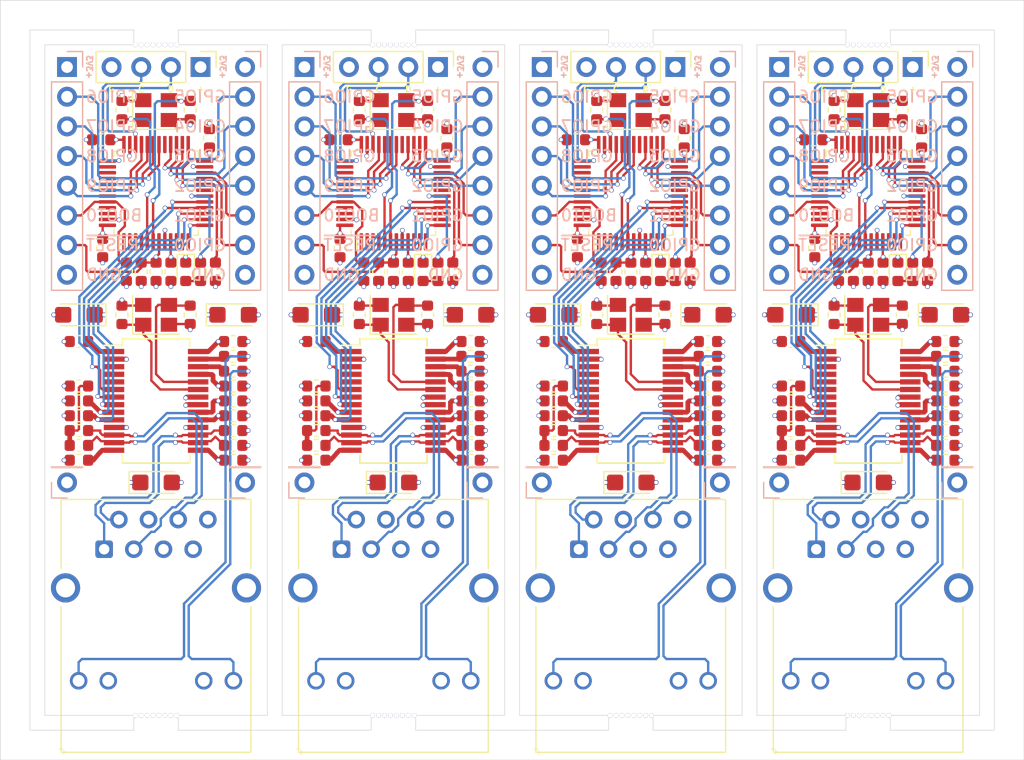
<source format=kicad_pcb>
(kicad_pcb (version 20171130) (host pcbnew "(5.1.5)-3")
  (layers (0 F.Cu signal) (1 In1.Cu signal) (2 In2.Cu signal) (31 B.Cu signal) (34 B.Paste user hide) (35 F.Paste user hide) (36 B.SilkS user hide) (37 F.SilkS user) (38 B.Mask user hide) (39 F.Mask user hide) (44 Edge.Cuts user))
  (net 0 "")
  (net 1 GND)
  (net 2 +3V3)
  (net 3 "Net-(J1-Pad12)")
  (net 4 "Net-(J1-Pad9)")
  (net 5 "Net-(J1-Pad7)")
  (net 6 /TPIN-)
  (net 7 "Net-(J1-Pad5)")
  (net 8 /TPIN+)
  (net 9 /TPOUT-)
  (net 10 /TPOUT+)
  (net 11 /LEDB)
  (net 12 /LEDA)
  (net 13 "Net-(R9-Pad1)")
  (net 14 /SCK)
  (net 15 "Net-(U1-Pad5)")
  (net 16 "Net-(U1-Pad4)")
  (net 17 "Net-(U1-Pad3)")
  (net 18 "Net-(C6-Pad1)")
  (net 19 "Net-(C7-Pad1)")
  (net 20 "Net-(C8-Pad2)")
  (net 21 "Net-(C9-Pad1)")
  (net 22 "Net-(C10-Pad1)")
  (net 23 "Net-(C11-Pad1)")
  (net 24 /~RESET)
  (net 25 "Net-(D1-Pad2)")
  (net 26 /BOOT0)
  (net 27 /GPIO8)
  (net 28 /GPIO6)
  (net 29 /GPIO4)
  (net 30 /GPIO2)
  (net 31 /GPIO0)
  (net 32 /GPIO9)
  (net 33 /GPIO7)
  (net 34 /GPIO5)
  (net 35 /GPIO3)
  (net 36 /GPIO1)
  (net 37 /SWCLK)
  (net 38 /SWDIO)
  (net 39 /ETH_CS)
  (net 40 /ETH_RST)
  (net 41 "Net-(R10-Pad1)")
  (net 42 /BOOT1)
  (net 43 /MOSI)
  (net 44 /MISO)
  (net 45 "Net-(U2-Pad46)")
  (net 46 "Net-(U2-Pad45)")
  (net 47 "Net-(U2-Pad43)")
  (net 48 "Net-(U2-Pad42)")
  (net 49 "Net-(U2-Pad41)")
  (net 50 "Net-(U2-Pad40)")
  (net 51 "Net-(U2-Pad39)")
  (net 52 "Net-(U2-Pad38)")
  (net 53 "Net-(U2-Pad29)")
  (net 54 "Net-(U2-Pad19)")
  (net 55 "Net-(U2-Pad12)")
  (net 56 "Net-(U2-Pad11)")
  (net 57 "Net-(U2-Pad10)")
  (net 58 "Net-(U2-Pad4)")
  (net 59 "Net-(U2-Pad3)")
  (net 60 "Net-(U2-Pad2)")
  (net 61 "Net-(U2-Pad1)")
  (module libs:DrillBreakPoint (layer F.Cu) (at 198.755 59.69)
    (fp_text reference REF** hide)
    (fp_text value DrillBreakPoint)
    (pad "" thru_hole circle (at 3.683 0) (size 0.4 0.4) (drill 0.4) (layers *.Cu *.Mask))
    (pad "" thru_hole circle (at 3.175 0) (size 0.4 0.4) (drill 0.4) (layers *.Cu *.Mask))
    (pad "" thru_hole circle (at 2.667 0) (size 0.4 0.4) (drill 0.4) (layers *.Cu *.Mask))
    (pad "" thru_hole circle (at 2.159 0) (size 0.4 0.4) (drill 0.4) (layers *.Cu *.Mask))
    (pad "" thru_hole circle (at 1.651 0) (size 0.4 0.4) (drill 0.4) (layers *.Cu *.Mask))
    (pad "" thru_hole circle (at 1.143 0) (size 0.4 0.4) (drill 0.4) (layers *.Cu *.Mask))
    (pad "" thru_hole circle (at 0.635 0) (size 0.4 0.4) (drill 0.4) (layers *.Cu *.Mask))
    (pad "" thru_hole circle (at 0.127 0) (size 0.4 0.4) (drill 0.4) (layers *.Cu *.Mask))
  )
  (module Resistor_SMD:R_0603_1608Metric (layer F.Cu) (at 194.056 92.71 180)
    (fp_text reference R8)
    (fp_text value 49R9)
    (pad 1 smd roundrect (at -0.7875 0 180) (size 0.875 0.95) (layers F.Cu F.Paste F.Mask))
    (pad 2 smd roundrect (at 0.7875 0 180) (size 0.875 0.95) (layers F.Cu F.Paste F.Mask))
  )
  (module Resistor_SMD:R_0603_1608Metric (layer F.Cu) (at 194.056 95.25 180)
    (fp_text reference R9)
    (fp_text value 2k)
    (pad 1 smd roundrect (at -0.7875 0 180) (size 0.875 0.95) (layers F.Cu F.Paste F.Mask))
    (pad 2 smd roundrect (at 0.7875 0 180) (size 0.875 0.95) (layers F.Cu F.Paste F.Mask))
  )
  (module Package_SO:SSOP-28_5.3x10.2mm_P0.65mm (layer F.Cu) (at 200.66 90.17)
    (fp_text reference U1)
    (fp_text value ENC28J60x-SS)
    (pad 1 smd rect (at -3.6 -4.225) (size 1.75 0.45) (layers F.Cu F.Paste F.Mask))
    (pad 2 smd rect (at -3.6 -3.575) (size 1.75 0.45) (layers F.Cu F.Paste F.Mask))
    (pad 3 smd rect (at -3.6 -2.925) (size 1.75 0.45) (layers F.Cu F.Paste F.Mask))
    (pad 4 smd rect (at -3.6 -2.275) (size 1.75 0.45) (layers F.Cu F.Paste F.Mask))
    (pad 5 smd rect (at -3.6 -1.625) (size 1.75 0.45) (layers F.Cu F.Paste F.Mask))
    (pad 6 smd rect (at -3.6 -0.975) (size 1.75 0.45) (layers F.Cu F.Paste F.Mask))
    (pad 7 smd rect (at -3.6 -0.325) (size 1.75 0.45) (layers F.Cu F.Paste F.Mask))
    (pad 8 smd rect (at -3.6 0.325) (size 1.75 0.45) (layers F.Cu F.Paste F.Mask))
    (pad 9 smd rect (at -3.6 0.975) (size 1.75 0.45) (layers F.Cu F.Paste F.Mask))
    (pad 10 smd rect (at -3.6 1.625) (size 1.75 0.45) (layers F.Cu F.Paste F.Mask))
    (pad 11 smd rect (at -3.6 2.275) (size 1.75 0.45) (layers F.Cu F.Paste F.Mask))
    (pad 12 smd rect (at -3.6 2.925) (size 1.75 0.45) (layers F.Cu F.Paste F.Mask))
    (pad 13 smd rect (at -3.6 3.575) (size 1.75 0.45) (layers F.Cu F.Paste F.Mask))
    (pad 14 smd rect (at -3.6 4.225) (size 1.75 0.45) (layers F.Cu F.Paste F.Mask))
    (pad 15 smd rect (at 3.6 4.225) (size 1.75 0.45) (layers F.Cu F.Paste F.Mask))
    (pad 16 smd rect (at 3.6 3.575) (size 1.75 0.45) (layers F.Cu F.Paste F.Mask))
    (pad 17 smd rect (at 3.6 2.925) (size 1.75 0.45) (layers F.Cu F.Paste F.Mask))
    (pad 18 smd rect (at 3.6 2.275) (size 1.75 0.45) (layers F.Cu F.Paste F.Mask))
    (pad 19 smd rect (at 3.6 1.625) (size 1.75 0.45) (layers F.Cu F.Paste F.Mask))
    (pad 20 smd rect (at 3.6 0.975) (size 1.75 0.45) (layers F.Cu F.Paste F.Mask))
    (pad 21 smd rect (at 3.6 0.325) (size 1.75 0.45) (layers F.Cu F.Paste F.Mask))
    (pad 22 smd rect (at 3.6 -0.325) (size 1.75 0.45) (layers F.Cu F.Paste F.Mask))
    (pad 23 smd rect (at 3.6 -0.975) (size 1.75 0.45) (layers F.Cu F.Paste F.Mask))
    (pad 24 smd rect (at 3.6 -1.625) (size 1.75 0.45) (layers F.Cu F.Paste F.Mask))
    (pad 25 smd rect (at 3.6 -2.275) (size 1.75 0.45) (layers F.Cu F.Paste F.Mask))
    (pad 26 smd rect (at 3.6 -2.925) (size 1.75 0.45) (layers F.Cu F.Paste F.Mask))
    (pad 27 smd rect (at 3.6 -3.575) (size 1.75 0.45) (layers F.Cu F.Paste F.Mask))
    (pad 28 smd rect (at 3.6 -4.225) (size 1.75 0.45) (layers F.Cu F.Paste F.Mask))
  )
  (module Capacitor_SMD:C_0603_1608Metric (layer F.Cu) (at 203.581 65.278 270)
    (fp_text reference C11)
    (fp_text value 22pF)
    (pad 1 smd roundrect (at -0.7875 0 270) (size 0.875 0.95) (layers F.Cu F.Paste F.Mask))
    (pad 2 smd roundrect (at 0.7875 0 270) (size 0.875 0.95) (layers F.Cu F.Paste F.Mask))
  )
  (module Capacitor_SMD:C_0603_1608Metric (layer F.Cu) (at 207.264 88.9)
    (fp_text reference C4)
    (fp_text value 100nF)
    (pad 1 smd roundrect (at -0.7875 0) (size 0.875 0.95) (layers F.Cu F.Paste F.Mask))
    (pad 2 smd roundrect (at 0.7875 0) (size 0.875 0.95) (layers F.Cu F.Paste F.Mask))
  )
  (module Connector_PinHeader_2.54mm:PinHeader_1x08_P2.54mm_Vertical (layer B.Cu) (at 208.28 61.595 180)
    (fp_text reference J2)
    (fp_text value SYS_IO1)
    (pad 1 thru_hole circle (at 0 0 180) (size 1.7 1.7) (drill 1) (layers *.Cu *.Mask))
    (pad 2 thru_hole oval (at 0 -2.54 180) (size 1.7 1.7) (drill 1) (layers *.Cu *.Mask))
    (pad 3 thru_hole oval (at 0 -5.08 180) (size 1.7 1.7) (drill 1) (layers *.Cu *.Mask))
    (pad 4 thru_hole oval (at 0 -7.62 180) (size 1.7 1.7) (drill 1) (layers *.Cu *.Mask))
    (pad 5 thru_hole oval (at 0 -10.16 180) (size 1.7 1.7) (drill 1) (layers *.Cu *.Mask))
    (pad 6 thru_hole oval (at 0 -12.7 180) (size 1.7 1.7) (drill 1) (layers *.Cu *.Mask))
    (pad 7 thru_hole oval (at 0 -15.24 180) (size 1.7 1.7) (drill 1) (layers *.Cu *.Mask))
    (pad 8 thru_hole oval (at 0 -17.78 180) (size 1.7 1.7) (drill 1) (layers *.Cu *.Mask))
  )
  (module Capacitor_SMD:C_0603_1608Metric (layer F.Cu) (at 197.739 65.278 90)
    (fp_text reference C10)
    (fp_text value 22pF)
    (pad 1 smd roundrect (at -0.7875 0 90) (size 0.875 0.95) (layers F.Cu F.Paste F.Mask))
    (pad 2 smd roundrect (at 0.7875 0 90) (size 0.875 0.95) (layers F.Cu F.Paste F.Mask))
  )
  (module Capacitor_SMD:C_0603_1608Metric (layer F.Cu) (at 201.93 79.121 270)
    (fp_text reference C14)
    (fp_text value 100nF)
    (pad 1 smd roundrect (at -0.7875 0 270) (size 0.875 0.95) (layers F.Cu F.Paste F.Mask))
    (pad 2 smd roundrect (at 0.7875 0 270) (size 0.875 0.95) (layers F.Cu F.Paste F.Mask))
  )
  (module Capacitor_SMD:C_0603_1608Metric (layer F.Cu) (at 196.088 77.089 270)
    (fp_text reference C16)
    (fp_text value 100nF)
    (pad 1 smd roundrect (at -0.7875 0 270) (size 0.875 0.95) (layers F.Cu F.Paste F.Mask))
    (pad 2 smd roundrect (at 0.7875 0 270) (size 0.875 0.95) (layers F.Cu F.Paste F.Mask))
  )
  (module Connector_PinHeader_2.54mm:PinHeader_1x08_P2.54mm_Vertical (layer B.Cu) (at 193.04 61.595 180)
    (fp_text reference J3)
    (fp_text value SYS_IO2)
    (pad 1 thru_hole rect (at 0 0 180) (size 1.7 1.7) (drill 1) (layers *.Cu *.Mask))
    (pad 2 thru_hole oval (at 0 -2.54 180) (size 1.7 1.7) (drill 1) (layers *.Cu *.Mask))
    (pad 3 thru_hole oval (at 0 -5.08 180) (size 1.7 1.7) (drill 1) (layers *.Cu *.Mask))
    (pad 4 thru_hole oval (at 0 -7.62 180) (size 1.7 1.7) (drill 1) (layers *.Cu *.Mask))
    (pad 5 thru_hole oval (at 0 -10.16 180) (size 1.7 1.7) (drill 1) (layers *.Cu *.Mask))
    (pad 6 thru_hole oval (at 0 -12.7 180) (size 1.7 1.7) (drill 1) (layers *.Cu *.Mask))
    (pad 7 thru_hole oval (at 0 -15.24 180) (size 1.7 1.7) (drill 1) (layers *.Cu *.Mask))
    (pad 8 thru_hole oval (at 0 -17.78 180) (size 1.7 1.7) (drill 1) (layers *.Cu *.Mask))
  )
  (module Connector_PinHeader_2.54mm:PinHeader_1x04_P2.54mm_Vertical (layer F.Cu) (at 204.47 61.595 270)
    (fp_text reference J4)
    (fp_text value SW-JTAG)
    (pad 1 thru_hole rect (at 0 0 270) (size 1.7 1.7) (drill 1) (layers *.Cu *.Mask))
    (pad 2 thru_hole oval (at 0 2.54 270) (size 1.7 1.7) (drill 1) (layers *.Cu *.Mask))
    (pad 3 thru_hole oval (at 0 5.08 270) (size 1.7 1.7) (drill 1) (layers *.Cu *.Mask))
    (pad 4 thru_hole oval (at 0 7.62 270) (size 1.7 1.7) (drill 1) (layers *.Cu *.Mask))
  )
  (module Capacitor_SMD:C_0603_1608Metric (layer F.Cu) (at 207.264 90.17)
    (fp_text reference C5)
    (fp_text value 100nF)
    (pad 1 smd roundrect (at -0.7875 0) (size 0.875 0.95) (layers F.Cu F.Paste F.Mask))
    (pad 2 smd roundrect (at 0.7875 0) (size 0.875 0.95) (layers F.Cu F.Paste F.Mask))
  )
  (module LED_SMD:LED_0603_1608Metric (layer F.Cu) (at 203.2 79.121 270)
    (fp_text reference D1)
    (fp_text value LED)
    (pad 1 smd roundrect (at -0.7875 0 270) (size 0.875 0.95) (layers F.Cu F.Paste F.Mask))
    (pad 2 smd roundrect (at 0.7875 0 270) (size 0.875 0.95) (layers F.Cu F.Paste F.Mask))
  )
  (module Crystal:Crystal_SMD_3225-4Pin_3.2x2.5mm (layer F.Cu) (at 200.66 82.804)
    (fp_text reference Y1)
    (fp_text value 25MHz)
    (pad 1 smd rect (at -1.1 0.85) (size 1.4 1.2) (layers F.Cu F.Paste F.Mask))
    (pad 2 smd rect (at 1.1 0.85) (size 1.4 1.2) (layers F.Cu F.Paste F.Mask))
    (pad 3 smd rect (at 1.1 -0.85) (size 1.4 1.2) (layers F.Cu F.Paste F.Mask))
    (pad 4 smd rect (at -1.1 -0.85) (size 1.4 1.2) (layers F.Cu F.Paste F.Mask))
  )
  (module Capacitor_SMD:C_0603_1608Metric (layer F.Cu) (at 194.056 88.9 180)
    (fp_text reference C9)
    (fp_text value 10nF)
    (pad 1 smd roundrect (at -0.7875 0 180) (size 0.875 0.95) (layers F.Cu F.Paste F.Mask))
    (pad 2 smd roundrect (at 0.7875 0 180) (size 0.875 0.95) (layers F.Cu F.Paste F.Mask))
  )
  (module Capacitor_SMD:C_0603_1608Metric (layer F.Cu) (at 200.66 79.121 270)
    (fp_text reference C12)
    (fp_text value 100nF)
    (pad 1 smd roundrect (at -0.7875 0 270) (size 0.875 0.95) (layers F.Cu F.Paste F.Mask))
    (pad 2 smd roundrect (at 0.7875 0 270) (size 0.875 0.95) (layers F.Cu F.Paste F.Mask))
  )
  (module Capacitor_SMD:C_0603_1608Metric (layer F.Cu) (at 205.232 67.691 90)
    (fp_text reference C15)
    (fp_text value 100nF)
    (pad 1 smd roundrect (at -0.7875 0 90) (size 0.875 0.95) (layers F.Cu F.Paste F.Mask))
    (pad 2 smd roundrect (at 0.7875 0 90) (size 0.875 0.95) (layers F.Cu F.Paste F.Mask))
  )
  (module Capacitor_SMD:C_0603_1608Metric (layer F.Cu) (at 195.961 67.818 180)
    (fp_text reference C13)
    (fp_text value 100nF)
    (pad 1 smd roundrect (at -0.7875 0 180) (size 0.875 0.95) (layers F.Cu F.Paste F.Mask))
    (pad 2 smd roundrect (at 0.7875 0 180) (size 0.875 0.95) (layers F.Cu F.Paste F.Mask))
  )
  (module Resistor_SMD:R_0603_1608Metric (layer F.Cu) (at 207.264 86.36 180)
    (fp_text reference R6)
    (fp_text value 180R)
    (pad 1 smd roundrect (at -0.7875 0 180) (size 0.875 0.95) (layers F.Cu F.Paste F.Mask))
    (pad 2 smd roundrect (at 0.7875 0 180) (size 0.875 0.95) (layers F.Cu F.Paste F.Mask))
  )
  (module Capacitor_SMD:C_0603_1608Metric (layer F.Cu) (at 203.581 82.804 270)
    (fp_text reference C7)
    (fp_text value 22pF)
    (pad 1 smd roundrect (at -0.7875 0 270) (size 0.875 0.95) (layers F.Cu F.Paste F.Mask))
    (pad 2 smd roundrect (at 0.7875 0 270) (size 0.875 0.95) (layers F.Cu F.Paste F.Mask))
  )
  (module Capacitor_SMD:C_0603_1608Metric (layer F.Cu) (at 207.264 91.44)
    (fp_text reference C3)
    (fp_text value 100nF)
    (pad 1 smd roundrect (at -0.7875 0) (size 0.875 0.95) (layers F.Cu F.Paste F.Mask))
    (pad 2 smd roundrect (at 0.7875 0) (size 0.875 0.95) (layers F.Cu F.Paste F.Mask))
  )
  (module Resistor_SMD:R_0603_1608Metric (layer F.Cu) (at 194.056 91.44)
    (fp_text reference R2)
    (fp_text value 10k)
    (pad 1 smd roundrect (at -0.7875 0) (size 0.875 0.95) (layers F.Cu F.Paste F.Mask))
    (pad 2 smd roundrect (at 0.7875 0) (size 0.875 0.95) (layers F.Cu F.Paste F.Mask))
  )
  (module Resistor_SMD:R_0603_1608Metric (layer F.Cu) (at 207.264 93.98 180)
    (fp_text reference R3)
    (fp_text value 49R9)
    (pad 1 smd roundrect (at -0.7875 0 180) (size 0.875 0.95) (layers F.Cu F.Paste F.Mask))
    (pad 2 smd roundrect (at 0.7875 0 180) (size 0.875 0.95) (layers F.Cu F.Paste F.Mask))
  )
  (module Capacitor_SMD:C_0603_1608Metric (layer F.Cu) (at 207.264 95.25)
    (fp_text reference C2)
    (fp_text value 100nF)
    (pad 1 smd roundrect (at -0.7875 0) (size 0.875 0.95) (layers F.Cu F.Paste F.Mask))
    (pad 2 smd roundrect (at 0.7875 0) (size 0.875 0.95) (layers F.Cu F.Paste F.Mask))
  )
  (module Capacitor_SMD:C_0603_1608Metric (layer F.Cu) (at 207.264 85.09)
    (fp_text reference C1)
    (fp_text value 100nF)
    (pad 1 smd roundrect (at -0.7875 0) (size 0.875 0.95) (layers F.Cu F.Paste F.Mask))
    (pad 2 smd roundrect (at 0.7875 0) (size 0.875 0.95) (layers F.Cu F.Paste F.Mask))
  )
  (module Resistor_SMD:R_0603_1608Metric (layer F.Cu) (at 194.056 90.17)
    (fp_text reference R1)
    (fp_text value 100k)
    (pad 1 smd roundrect (at -0.7875 0) (size 0.875 0.95) (layers F.Cu F.Paste F.Mask))
    (pad 2 smd roundrect (at 0.7875 0) (size 0.875 0.95) (layers F.Cu F.Paste F.Mask))
  )
  (module Capacitor_SMD:C_0603_1608Metric (layer F.Cu) (at 197.739 82.804 90)
    (fp_text reference C6)
    (fp_text value 22pF)
    (pad 1 smd roundrect (at -0.7875 0 90) (size 0.875 0.95) (layers F.Cu F.Paste F.Mask))
    (pad 2 smd roundrect (at 0.7875 0 90) (size 0.875 0.95) (layers F.Cu F.Paste F.Mask))
  )
  (module Capacitor_SMD:C_0603_1608Metric (layer F.Cu) (at 194.056 85.09)
    (fp_text reference C8)
    (fp_text value 10µF)
    (pad 1 smd roundrect (at -0.7875 0) (size 0.875 0.95) (layers F.Cu F.Paste F.Mask))
    (pad 2 smd roundrect (at 0.7875 0) (size 0.875 0.95) (layers F.Cu F.Paste F.Mask))
  )
  (module Resistor_SMD:R_0603_1608Metric (layer F.Cu) (at 207.264 92.71 180)
    (fp_text reference R4)
    (fp_text value 49R9)
    (pad 1 smd roundrect (at -0.7875 0 180) (size 0.875 0.95) (layers F.Cu F.Paste F.Mask))
    (pad 2 smd roundrect (at 0.7875 0 180) (size 0.875 0.95) (layers F.Cu F.Paste F.Mask))
  )
  (module Connector_RJ:RJ45_Hanrun_HR911105A (layer F.Cu) (at 196.215 102.87)
    (fp_text reference J1)
    (fp_text value HR913550A)
    (pad "" np_thru_hole circle (at 10.155 6.36) (size 3.25 3.25) (drill 3.25) (layers *.Cu *.Mask))
    (pad "" np_thru_hole circle (at -1.275 6.36) (size 3.25 3.25) (drill 3.25) (layers *.Cu *.Mask))
    (pad 1 thru_hole roundrect (at 0 0) (size 1.5 1.5) (drill 0.9) (layers *.Cu *.Mask) (roundrect_rratio 0.167))
    (pad 2 thru_hole circle (at 1.26 -2.54) (size 1.5 1.5) (drill 0.9) (layers *.Cu *.Mask))
    (pad 3 thru_hole circle (at 2.54 0) (size 1.5 1.5) (drill 0.9) (layers *.Cu *.Mask))
    (pad 4 thru_hole circle (at 3.8 -2.54) (size 1.5 1.5) (drill 0.9) (layers *.Cu *.Mask))
    (pad 5 thru_hole circle (at 5.08 0) (size 1.5 1.5) (drill 0.9) (layers *.Cu *.Mask))
    (pad 6 thru_hole circle (at 6.34 -2.54 90) (size 1.5 1.5) (drill 0.9) (layers *.Cu *.Mask))
    (pad 7 thru_hole circle (at 7.62 0) (size 1.5 1.5) (drill 0.9) (layers *.Cu *.Mask))
    (pad SH thru_hole circle (at -3.305 3.31) (size 2.5 2.5) (drill 1.63) (layers *.Cu *.Mask))
    (pad 8 thru_hole circle (at 8.88 -2.54) (size 1.5 1.5) (drill 0.9) (layers *.Cu *.Mask))
    (pad SH thru_hole circle (at 12.185 3.31) (size 2.5 2.5) (drill 1.63) (layers *.Cu *.Mask))
    (pad 9 thru_hole circle (at -2.185 11.26) (size 1.5 1.5) (drill 1.02) (layers *.Cu *.Mask))
    (pad 10 thru_hole circle (at 0.355 11.26) (size 1.5 1.5) (drill 1.02) (layers *.Cu *.Mask))
    (pad 12 thru_hole circle (at 11.065 11.26) (size 1.5 1.5) (drill 1.02) (layers *.Cu *.Mask))
    (pad 11 thru_hole circle (at 8.525 11.26) (size 1.5 1.5) (drill 1.02) (layers *.Cu *.Mask))
  )
  (module Resistor_SMD:R_0603_1608Metric (layer F.Cu) (at 194.056 93.98 180)
    (fp_text reference R7)
    (fp_text value 49R9)
    (pad 1 smd roundrect (at -0.7875 0 180) (size 0.875 0.95) (layers F.Cu F.Paste F.Mask))
    (pad 2 smd roundrect (at 0.7875 0 180) (size 0.875 0.95) (layers F.Cu F.Paste F.Mask))
  )
  (module Resistor_SMD:R_0603_1608Metric (layer F.Cu) (at 207.264 87.63 180)
    (fp_text reference R5)
    (fp_text value 180R)
    (pad 1 smd roundrect (at -0.7875 0 180) (size 0.875 0.95) (layers F.Cu F.Paste F.Mask))
    (pad 2 smd roundrect (at 0.7875 0 180) (size 0.875 0.95) (layers F.Cu F.Paste F.Mask))
  )
  (module Resistor_SMD:R_0603_1608Metric (layer F.Cu) (at 205.74 79.121 90)
    (fp_text reference R12)
    (fp_text value 10k)
    (pad 1 smd roundrect (at -0.7875 0 90) (size 0.875 0.95) (layers F.Cu F.Paste F.Mask))
    (pad 2 smd roundrect (at 0.7875 0 90) (size 0.875 0.95) (layers F.Cu F.Paste F.Mask))
  )
  (module Resistor_SMD:R_0603_1608Metric (layer F.Cu) (at 199.39 79.121 90)
    (fp_text reference R11)
    (fp_text value 10k)
    (pad 1 smd roundrect (at -0.7875 0 90) (size 0.875 0.95) (layers F.Cu F.Paste F.Mask))
    (pad 2 smd roundrect (at 0.7875 0 90) (size 0.875 0.95) (layers F.Cu F.Paste F.Mask))
  )
  (module Crystal:Crystal_SMD_3225-4Pin_3.2x2.5mm (layer F.Cu) (at 200.66 65.278)
    (fp_text reference Y2)
    (fp_text value 8MHz)
    (pad 1 smd rect (at -1.1 0.85) (size 1.4 1.2) (layers F.Cu F.Paste F.Mask))
    (pad 2 smd rect (at 1.1 0.85) (size 1.4 1.2) (layers F.Cu F.Paste F.Mask))
    (pad 3 smd rect (at 1.1 -0.85) (size 1.4 1.2) (layers F.Cu F.Paste F.Mask))
    (pad 4 smd rect (at -1.1 -0.85) (size 1.4 1.2) (layers F.Cu F.Paste F.Mask))
  )
  (module Package_QFP:LQFP-48_7x7mm_P0.5mm (layer F.Cu) (at 200.66 72.39 90)
    (fp_text reference U2)
    (fp_text value STM32F103C8Tx)
    (pad 1 smd roundrect (at -4.1625 -2.75 90) (size 1.475 0.3) (layers F.Cu F.Paste F.Mask))
    (pad 2 smd roundrect (at -4.1625 -2.25 90) (size 1.475 0.3) (layers F.Cu F.Paste F.Mask))
    (pad 3 smd roundrect (at -4.1625 -1.75 90) (size 1.475 0.3) (layers F.Cu F.Paste F.Mask))
    (pad 4 smd roundrect (at -4.1625 -1.25 90) (size 1.475 0.3) (layers F.Cu F.Paste F.Mask))
    (pad 5 smd roundrect (at -4.1625 -0.75 90) (size 1.475 0.3) (layers F.Cu F.Paste F.Mask))
    (pad 6 smd roundrect (at -4.1625 -0.25 90) (size 1.475 0.3) (layers F.Cu F.Paste F.Mask))
    (pad 7 smd roundrect (at -4.1625 0.25 90) (size 1.475 0.3) (layers F.Cu F.Paste F.Mask))
    (pad 8 smd roundrect (at -4.1625 0.75 90) (size 1.475 0.3) (layers F.Cu F.Paste F.Mask))
    (pad 9 smd roundrect (at -4.1625 1.25 90) (size 1.475 0.3) (layers F.Cu F.Paste F.Mask))
    (pad 10 smd roundrect (at -4.1625 1.75 90) (size 1.475 0.3) (layers F.Cu F.Paste F.Mask))
    (pad 11 smd roundrect (at -4.1625 2.25 90) (size 1.475 0.3) (layers F.Cu F.Paste F.Mask))
    (pad 12 smd roundrect (at -4.1625 2.75 90) (size 1.475 0.3) (layers F.Cu F.Paste F.Mask))
    (pad 13 smd roundrect (at -2.75 4.1625 90) (size 0.3 1.475) (layers F.Cu F.Paste F.Mask))
    (pad 14 smd roundrect (at -2.25 4.1625 90) (size 0.3 1.475) (layers F.Cu F.Paste F.Mask))
    (pad 15 smd roundrect (at -1.75 4.1625 90) (size 0.3 1.475) (layers F.Cu F.Paste F.Mask))
    (pad 16 smd roundrect (at -1.25 4.1625 90) (size 0.3 1.475) (layers F.Cu F.Paste F.Mask))
    (pad 17 smd roundrect (at -0.75 4.1625 90) (size 0.3 1.475) (layers F.Cu F.Paste F.Mask))
    (pad 18 smd roundrect (at -0.25 4.1625 90) (size 0.3 1.475) (layers F.Cu F.Paste F.Mask))
    (pad 19 smd roundrect (at 0.25 4.1625 90) (size 0.3 1.475) (layers F.Cu F.Paste F.Mask))
    (pad 20 smd roundrect (at 0.75 4.1625 90) (size 0.3 1.475) (layers F.Cu F.Paste F.Mask))
    (pad 21 smd roundrect (at 1.25 4.1625 90) (size 0.3 1.475) (layers F.Cu F.Paste F.Mask))
    (pad 22 smd roundrect (at 1.75 4.1625 90) (size 0.3 1.475) (layers F.Cu F.Paste F.Mask))
    (pad 23 smd roundrect (at 2.25 4.1625 90) (size 0.3 1.475) (layers F.Cu F.Paste F.Mask))
    (pad 24 smd roundrect (at 2.75 4.1625 90) (size 0.3 1.475) (layers F.Cu F.Paste F.Mask))
    (pad 25 smd roundrect (at 4.1625 2.75 90) (size 1.475 0.3) (layers F.Cu F.Paste F.Mask))
    (pad 26 smd roundrect (at 4.1625 2.25 90) (size 1.475 0.3) (layers F.Cu F.Paste F.Mask))
    (pad 27 smd roundrect (at 4.1625 1.75 90) (size 1.475 0.3) (layers F.Cu F.Paste F.Mask))
    (pad 28 smd roundrect (at 4.1625 1.25 90) (size 1.475 0.3) (layers F.Cu F.Paste F.Mask))
    (pad 29 smd roundrect (at 4.1625 0.75 90) (size 1.475 0.3) (layers F.Cu F.Paste F.Mask))
    (pad 30 smd roundrect (at 4.1625 0.25 90) (size 1.475 0.3) (layers F.Cu F.Paste F.Mask))
    (pad 31 smd roundrect (at 4.1625 -0.25 90) (size 1.475 0.3) (layers F.Cu F.Paste F.Mask))
    (pad 32 smd roundrect (at 4.1625 -0.75 90) (size 1.475 0.3) (layers F.Cu F.Paste F.Mask))
    (pad 33 smd roundrect (at 4.1625 -1.25 90) (size 1.475 0.3) (layers F.Cu F.Paste F.Mask))
    (pad 34 smd roundrect (at 4.1625 -1.75 90) (size 1.475 0.3) (layers F.Cu F.Paste F.Mask))
    (pad 35 smd roundrect (at 4.1625 -2.25 90) (size 1.475 0.3) (layers F.Cu F.Paste F.Mask))
    (pad 36 smd roundrect (at 4.1625 -2.75 90) (size 1.475 0.3) (layers F.Cu F.Paste F.Mask))
    (pad 37 smd roundrect (at 2.75 -4.1625 90) (size 0.3 1.475) (layers F.Cu F.Paste F.Mask))
    (pad 38 smd roundrect (at 2.25 -4.1625 90) (size 0.3 1.475) (layers F.Cu F.Paste F.Mask))
    (pad 39 smd roundrect (at 1.75 -4.1625 90) (size 0.3 1.475) (layers F.Cu F.Paste F.Mask))
    (pad 40 smd roundrect (at 1.25 -4.1625 90) (size 0.3 1.475) (layers F.Cu F.Paste F.Mask))
    (pad 41 smd roundrect (at 0.75 -4.1625 90) (size 0.3 1.475) (layers F.Cu F.Paste F.Mask))
    (pad 42 smd roundrect (at 0.25 -4.1625 90) (size 0.3 1.475) (layers F.Cu F.Paste F.Mask))
    (pad 43 smd roundrect (at -0.25 -4.1625 90) (size 0.3 1.475) (layers F.Cu F.Paste F.Mask))
    (pad 44 smd roundrect (at -0.75 -4.1625 90) (size 0.3 1.475) (layers F.Cu F.Paste F.Mask))
    (pad 45 smd roundrect (at -1.25 -4.1625 90) (size 0.3 1.475) (layers F.Cu F.Paste F.Mask))
    (pad 46 smd roundrect (at -1.75 -4.1625 90) (size 0.3 1.475) (layers F.Cu F.Paste F.Mask))
    (pad 47 smd roundrect (at -2.25 -4.1625 90) (size 0.3 1.475) (layers F.Cu F.Paste F.Mask))
    (pad 48 smd roundrect (at -2.75 -4.1625 90) (size 0.3 1.475) (layers F.Cu F.Paste F.Mask))
  )
  (module Resistor_SMD:R_0603_1608Metric (layer F.Cu) (at 204.47 79.121 270)
    (fp_text reference R10)
    (fp_text value 1k)
    (pad 1 smd roundrect (at -0.7875 0 270) (size 0.875 0.95) (layers F.Cu F.Paste F.Mask))
    (pad 2 smd roundrect (at 0.7875 0 270) (size 0.875 0.95) (layers F.Cu F.Paste F.Mask))
  )
  (module Resistor_SMD:R_0603_1608Metric (layer F.Cu) (at 198.12 79.121 90)
    (fp_text reference R13)
    (fp_text value 10k)
    (pad 1 smd roundrect (at -0.7875 0 90) (size 0.875 0.95) (layers F.Cu F.Paste F.Mask))
    (pad 2 smd roundrect (at 0.7875 0 90) (size 0.875 0.95) (layers F.Cu F.Paste F.Mask))
  )
  (module Connector_PinHeader_2.54mm:PinHeader_1x01_P2.54mm_Vertical (layer B.Cu) (at 193.04 97.155)
    (fp_text reference J6)
    (fp_text value Conn_01x01_Male)
    (pad 1 thru_hole circle (at 0 0) (size 1.7 1.7) (drill 1) (layers *.Cu *.Mask))
  )
  (module Connector_PinHeader_2.54mm:PinHeader_1x01_P2.54mm_Vertical (layer B.Cu) (at 208.28 97.155)
    (fp_text reference J5)
    (fp_text value Conn_01x01_Male)
    (pad 1 thru_hole circle (at 0 0) (size 1.7 1.7) (drill 1) (layers *.Cu *.Mask))
  )
  (module Capacitor_Tantalum_SMD:CP_EIA-3216-18_Kemet-A (layer F.Cu) (at 200.66 97.155)
    (fp_text reference C18)
    (fp_text value 10µF)
    (pad 1 smd roundrect (at -1.35 0) (size 1.4 1.35) (layers F.Cu F.Paste F.Mask) (roundrect_rratio 0.185185))
    (pad 2 smd roundrect (at 1.35 0) (size 1.4 1.35) (layers F.Cu F.Paste F.Mask) (roundrect_rratio 0.185185))
  )
  (module Capacitor_Tantalum_SMD:CP_EIA-3216-18_Kemet-A (layer F.Cu) (at 194.056 82.804 180)
    (fp_text reference C19)
    (fp_text value 10µF)
    (pad 1 smd roundrect (at -1.35 0 180) (size 1.4 1.35) (layers F.Cu F.Paste F.Mask) (roundrect_rratio 0.185185))
    (pad 2 smd roundrect (at 1.35 0 180) (size 1.4 1.35) (layers F.Cu F.Paste F.Mask) (roundrect_rratio 0.185185))
  )
  (module Capacitor_Tantalum_SMD:CP_EIA-3216-18_Kemet-A (layer F.Cu) (at 207.264 82.804)
    (fp_text reference C17)
    (fp_text value 10µF)
    (pad 1 smd roundrect (at -1.35 0) (size 1.4 1.35) (layers F.Cu F.Paste F.Mask) (roundrect_rratio 0.185185))
    (pad 2 smd roundrect (at 1.35 0) (size 1.4 1.35) (layers F.Cu F.Paste F.Mask) (roundrect_rratio 0.185185))
  )
  (module libs:DrillBreakPoint (layer F.Cu) (at 198.755 117.094)
    (fp_text reference REF** hide)
    (fp_text value DrillBreakPoint)
    (pad "" thru_hole circle (at 3.683 0) (size 0.4 0.4) (drill 0.4) (layers *.Cu *.Mask))
    (pad "" thru_hole circle (at 3.175 0) (size 0.4 0.4) (drill 0.4) (layers *.Cu *.Mask))
    (pad "" thru_hole circle (at 2.667 0) (size 0.4 0.4) (drill 0.4) (layers *.Cu *.Mask))
    (pad "" thru_hole circle (at 2.159 0) (size 0.4 0.4) (drill 0.4) (layers *.Cu *.Mask))
    (pad "" thru_hole circle (at 1.651 0) (size 0.4 0.4) (drill 0.4) (layers *.Cu *.Mask))
    (pad "" thru_hole circle (at 1.143 0) (size 0.4 0.4) (drill 0.4) (layers *.Cu *.Mask))
    (pad "" thru_hole circle (at 0.635 0) (size 0.4 0.4) (drill 0.4) (layers *.Cu *.Mask))
    (pad "" thru_hole circle (at 0.127 0) (size 0.4 0.4) (drill 0.4) (layers *.Cu *.Mask))
  )
  (module libs:DrillBreakPoint (layer F.Cu) (at 178.435 59.69)
    (fp_text reference REF** hide)
    (fp_text value DrillBreakPoint)
    (pad "" thru_hole circle (at 3.683 0) (size 0.4 0.4) (drill 0.4) (layers *.Cu *.Mask))
    (pad "" thru_hole circle (at 3.175 0) (size 0.4 0.4) (drill 0.4) (layers *.Cu *.Mask))
    (pad "" thru_hole circle (at 2.667 0) (size 0.4 0.4) (drill 0.4) (layers *.Cu *.Mask))
    (pad "" thru_hole circle (at 2.159 0) (size 0.4 0.4) (drill 0.4) (layers *.Cu *.Mask))
    (pad "" thru_hole circle (at 1.651 0) (size 0.4 0.4) (drill 0.4) (layers *.Cu *.Mask))
    (pad "" thru_hole circle (at 1.143 0) (size 0.4 0.4) (drill 0.4) (layers *.Cu *.Mask))
    (pad "" thru_hole circle (at 0.635 0) (size 0.4 0.4) (drill 0.4) (layers *.Cu *.Mask))
    (pad "" thru_hole circle (at 0.127 0) (size 0.4 0.4) (drill 0.4) (layers *.Cu *.Mask))
  )
  (module Resistor_SMD:R_0603_1608Metric (layer F.Cu) (at 173.736 92.71 180)
    (fp_text reference R8)
    (fp_text value 49R9)
    (pad 1 smd roundrect (at -0.7875 0 180) (size 0.875 0.95) (layers F.Cu F.Paste F.Mask))
    (pad 2 smd roundrect (at 0.7875 0 180) (size 0.875 0.95) (layers F.Cu F.Paste F.Mask))
  )
  (module Resistor_SMD:R_0603_1608Metric (layer F.Cu) (at 173.736 95.25 180)
    (fp_text reference R9)
    (fp_text value 2k)
    (pad 1 smd roundrect (at -0.7875 0 180) (size 0.875 0.95) (layers F.Cu F.Paste F.Mask))
    (pad 2 smd roundrect (at 0.7875 0 180) (size 0.875 0.95) (layers F.Cu F.Paste F.Mask))
  )
  (module Package_SO:SSOP-28_5.3x10.2mm_P0.65mm (layer F.Cu) (at 180.34 90.17)
    (fp_text reference U1)
    (fp_text value ENC28J60x-SS)
    (pad 1 smd rect (at -3.6 -4.225) (size 1.75 0.45) (layers F.Cu F.Paste F.Mask))
    (pad 2 smd rect (at -3.6 -3.575) (size 1.75 0.45) (layers F.Cu F.Paste F.Mask))
    (pad 3 smd rect (at -3.6 -2.925) (size 1.75 0.45) (layers F.Cu F.Paste F.Mask))
    (pad 4 smd rect (at -3.6 -2.275) (size 1.75 0.45) (layers F.Cu F.Paste F.Mask))
    (pad 5 smd rect (at -3.6 -1.625) (size 1.75 0.45) (layers F.Cu F.Paste F.Mask))
    (pad 6 smd rect (at -3.6 -0.975) (size 1.75 0.45) (layers F.Cu F.Paste F.Mask))
    (pad 7 smd rect (at -3.6 -0.325) (size 1.75 0.45) (layers F.Cu F.Paste F.Mask))
    (pad 8 smd rect (at -3.6 0.325) (size 1.75 0.45) (layers F.Cu F.Paste F.Mask))
    (pad 9 smd rect (at -3.6 0.975) (size 1.75 0.45) (layers F.Cu F.Paste F.Mask))
    (pad 10 smd rect (at -3.6 1.625) (size 1.75 0.45) (layers F.Cu F.Paste F.Mask))
    (pad 11 smd rect (at -3.6 2.275) (size 1.75 0.45) (layers F.Cu F.Paste F.Mask))
    (pad 12 smd rect (at -3.6 2.925) (size 1.75 0.45) (layers F.Cu F.Paste F.Mask))
    (pad 13 smd rect (at -3.6 3.575) (size 1.75 0.45) (layers F.Cu F.Paste F.Mask))
    (pad 14 smd rect (at -3.6 4.225) (size 1.75 0.45) (layers F.Cu F.Paste F.Mask))
    (pad 15 smd rect (at 3.6 4.225) (size 1.75 0.45) (layers F.Cu F.Paste F.Mask))
    (pad 16 smd rect (at 3.6 3.575) (size 1.75 0.45) (layers F.Cu F.Paste F.Mask))
    (pad 17 smd rect (at 3.6 2.925) (size 1.75 0.45) (layers F.Cu F.Paste F.Mask))
    (pad 18 smd rect (at 3.6 2.275) (size 1.75 0.45) (layers F.Cu F.Paste F.Mask))
    (pad 19 smd rect (at 3.6 1.625) (size 1.75 0.45) (layers F.Cu F.Paste F.Mask))
    (pad 20 smd rect (at 3.6 0.975) (size 1.75 0.45) (layers F.Cu F.Paste F.Mask))
    (pad 21 smd rect (at 3.6 0.325) (size 1.75 0.45) (layers F.Cu F.Paste F.Mask))
    (pad 22 smd rect (at 3.6 -0.325) (size 1.75 0.45) (layers F.Cu F.Paste F.Mask))
    (pad 23 smd rect (at 3.6 -0.975) (size 1.75 0.45) (layers F.Cu F.Paste F.Mask))
    (pad 24 smd rect (at 3.6 -1.625) (size 1.75 0.45) (layers F.Cu F.Paste F.Mask))
    (pad 25 smd rect (at 3.6 -2.275) (size 1.75 0.45) (layers F.Cu F.Paste F.Mask))
    (pad 26 smd rect (at 3.6 -2.925) (size 1.75 0.45) (layers F.Cu F.Paste F.Mask))
    (pad 27 smd rect (at 3.6 -3.575) (size 1.75 0.45) (layers F.Cu F.Paste F.Mask))
    (pad 28 smd rect (at 3.6 -4.225) (size 1.75 0.45) (layers F.Cu F.Paste F.Mask))
  )
  (module Capacitor_SMD:C_0603_1608Metric (layer F.Cu) (at 183.261 65.278 270)
    (fp_text reference C11)
    (fp_text value 22pF)
    (pad 1 smd roundrect (at -0.7875 0 270) (size 0.875 0.95) (layers F.Cu F.Paste F.Mask))
    (pad 2 smd roundrect (at 0.7875 0 270) (size 0.875 0.95) (layers F.Cu F.Paste F.Mask))
  )
  (module Capacitor_SMD:C_0603_1608Metric (layer F.Cu) (at 186.944 88.9)
    (fp_text reference C4)
    (fp_text value 100nF)
    (pad 1 smd roundrect (at -0.7875 0) (size 0.875 0.95) (layers F.Cu F.Paste F.Mask))
    (pad 2 smd roundrect (at 0.7875 0) (size 0.875 0.95) (layers F.Cu F.Paste F.Mask))
  )
  (module Connector_PinHeader_2.54mm:PinHeader_1x08_P2.54mm_Vertical (layer B.Cu) (at 187.96 61.595 180)
    (fp_text reference J2)
    (fp_text value SYS_IO1)
    (pad 1 thru_hole circle (at 0 0 180) (size 1.7 1.7) (drill 1) (layers *.Cu *.Mask))
    (pad 2 thru_hole oval (at 0 -2.54 180) (size 1.7 1.7) (drill 1) (layers *.Cu *.Mask))
    (pad 3 thru_hole oval (at 0 -5.08 180) (size 1.7 1.7) (drill 1) (layers *.Cu *.Mask))
    (pad 4 thru_hole oval (at 0 -7.62 180) (size 1.7 1.7) (drill 1) (layers *.Cu *.Mask))
    (pad 5 thru_hole oval (at 0 -10.16 180) (size 1.7 1.7) (drill 1) (layers *.Cu *.Mask))
    (pad 6 thru_hole oval (at 0 -12.7 180) (size 1.7 1.7) (drill 1) (layers *.Cu *.Mask))
    (pad 7 thru_hole oval (at 0 -15.24 180) (size 1.7 1.7) (drill 1) (layers *.Cu *.Mask))
    (pad 8 thru_hole oval (at 0 -17.78 180) (size 1.7 1.7) (drill 1) (layers *.Cu *.Mask))
  )
  (module Capacitor_SMD:C_0603_1608Metric (layer F.Cu) (at 177.419 65.278 90)
    (fp_text reference C10)
    (fp_text value 22pF)
    (pad 1 smd roundrect (at -0.7875 0 90) (size 0.875 0.95) (layers F.Cu F.Paste F.Mask))
    (pad 2 smd roundrect (at 0.7875 0 90) (size 0.875 0.95) (layers F.Cu F.Paste F.Mask))
  )
  (module Capacitor_SMD:C_0603_1608Metric (layer F.Cu) (at 181.61 79.121 270)
    (fp_text reference C14)
    (fp_text value 100nF)
    (pad 1 smd roundrect (at -0.7875 0 270) (size 0.875 0.95) (layers F.Cu F.Paste F.Mask))
    (pad 2 smd roundrect (at 0.7875 0 270) (size 0.875 0.95) (layers F.Cu F.Paste F.Mask))
  )
  (module Capacitor_SMD:C_0603_1608Metric (layer F.Cu) (at 175.768 77.089 270)
    (fp_text reference C16)
    (fp_text value 100nF)
    (pad 1 smd roundrect (at -0.7875 0 270) (size 0.875 0.95) (layers F.Cu F.Paste F.Mask))
    (pad 2 smd roundrect (at 0.7875 0 270) (size 0.875 0.95) (layers F.Cu F.Paste F.Mask))
  )
  (module Connector_PinHeader_2.54mm:PinHeader_1x08_P2.54mm_Vertical (layer B.Cu) (at 172.72 61.595 180)
    (fp_text reference J3)
    (fp_text value SYS_IO2)
    (pad 1 thru_hole rect (at 0 0 180) (size 1.7 1.7) (drill 1) (layers *.Cu *.Mask))
    (pad 2 thru_hole oval (at 0 -2.54 180) (size 1.7 1.7) (drill 1) (layers *.Cu *.Mask))
    (pad 3 thru_hole oval (at 0 -5.08 180) (size 1.7 1.7) (drill 1) (layers *.Cu *.Mask))
    (pad 4 thru_hole oval (at 0 -7.62 180) (size 1.7 1.7) (drill 1) (layers *.Cu *.Mask))
    (pad 5 thru_hole oval (at 0 -10.16 180) (size 1.7 1.7) (drill 1) (layers *.Cu *.Mask))
    (pad 6 thru_hole oval (at 0 -12.7 180) (size 1.7 1.7) (drill 1) (layers *.Cu *.Mask))
    (pad 7 thru_hole oval (at 0 -15.24 180) (size 1.7 1.7) (drill 1) (layers *.Cu *.Mask))
    (pad 8 thru_hole oval (at 0 -17.78 180) (size 1.7 1.7) (drill 1) (layers *.Cu *.Mask))
  )
  (module Connector_PinHeader_2.54mm:PinHeader_1x04_P2.54mm_Vertical (layer F.Cu) (at 184.15 61.595 270)
    (fp_text reference J4)
    (fp_text value SW-JTAG)
    (pad 1 thru_hole rect (at 0 0 270) (size 1.7 1.7) (drill 1) (layers *.Cu *.Mask))
    (pad 2 thru_hole oval (at 0 2.54 270) (size 1.7 1.7) (drill 1) (layers *.Cu *.Mask))
    (pad 3 thru_hole oval (at 0 5.08 270) (size 1.7 1.7) (drill 1) (layers *.Cu *.Mask))
    (pad 4 thru_hole oval (at 0 7.62 270) (size 1.7 1.7) (drill 1) (layers *.Cu *.Mask))
  )
  (module Capacitor_SMD:C_0603_1608Metric (layer F.Cu) (at 186.944 90.17)
    (fp_text reference C5)
    (fp_text value 100nF)
    (pad 1 smd roundrect (at -0.7875 0) (size 0.875 0.95) (layers F.Cu F.Paste F.Mask))
    (pad 2 smd roundrect (at 0.7875 0) (size 0.875 0.95) (layers F.Cu F.Paste F.Mask))
  )
  (module LED_SMD:LED_0603_1608Metric (layer F.Cu) (at 182.88 79.121 270)
    (fp_text reference D1)
    (fp_text value LED)
    (pad 1 smd roundrect (at -0.7875 0 270) (size 0.875 0.95) (layers F.Cu F.Paste F.Mask))
    (pad 2 smd roundrect (at 0.7875 0 270) (size 0.875 0.95) (layers F.Cu F.Paste F.Mask))
  )
  (module Crystal:Crystal_SMD_3225-4Pin_3.2x2.5mm (layer F.Cu) (at 180.34 82.804)
    (fp_text reference Y1)
    (fp_text value 25MHz)
    (pad 1 smd rect (at -1.1 0.85) (size 1.4 1.2) (layers F.Cu F.Paste F.Mask))
    (pad 2 smd rect (at 1.1 0.85) (size 1.4 1.2) (layers F.Cu F.Paste F.Mask))
    (pad 3 smd rect (at 1.1 -0.85) (size 1.4 1.2) (layers F.Cu F.Paste F.Mask))
    (pad 4 smd rect (at -1.1 -0.85) (size 1.4 1.2) (layers F.Cu F.Paste F.Mask))
  )
  (module Capacitor_SMD:C_0603_1608Metric (layer F.Cu) (at 173.736 88.9 180)
    (fp_text reference C9)
    (fp_text value 10nF)
    (pad 1 smd roundrect (at -0.7875 0 180) (size 0.875 0.95) (layers F.Cu F.Paste F.Mask))
    (pad 2 smd roundrect (at 0.7875 0 180) (size 0.875 0.95) (layers F.Cu F.Paste F.Mask))
  )
  (module Capacitor_SMD:C_0603_1608Metric (layer F.Cu) (at 180.34 79.121 270)
    (fp_text reference C12)
    (fp_text value 100nF)
    (pad 1 smd roundrect (at -0.7875 0 270) (size 0.875 0.95) (layers F.Cu F.Paste F.Mask))
    (pad 2 smd roundrect (at 0.7875 0 270) (size 0.875 0.95) (layers F.Cu F.Paste F.Mask))
  )
  (module Capacitor_SMD:C_0603_1608Metric (layer F.Cu) (at 184.912 67.691 90)
    (fp_text reference C15)
    (fp_text value 100nF)
    (pad 1 smd roundrect (at -0.7875 0 90) (size 0.875 0.95) (layers F.Cu F.Paste F.Mask))
    (pad 2 smd roundrect (at 0.7875 0 90) (size 0.875 0.95) (layers F.Cu F.Paste F.Mask))
  )
  (module Capacitor_SMD:C_0603_1608Metric (layer F.Cu) (at 175.641 67.818 180)
    (fp_text reference C13)
    (fp_text value 100nF)
    (pad 1 smd roundrect (at -0.7875 0 180) (size 0.875 0.95) (layers F.Cu F.Paste F.Mask))
    (pad 2 smd roundrect (at 0.7875 0 180) (size 0.875 0.95) (layers F.Cu F.Paste F.Mask))
  )
  (module Resistor_SMD:R_0603_1608Metric (layer F.Cu) (at 186.944 86.36 180)
    (fp_text reference R6)
    (fp_text value 180R)
    (pad 1 smd roundrect (at -0.7875 0 180) (size 0.875 0.95) (layers F.Cu F.Paste F.Mask))
    (pad 2 smd roundrect (at 0.7875 0 180) (size 0.875 0.95) (layers F.Cu F.Paste F.Mask))
  )
  (module Capacitor_SMD:C_0603_1608Metric (layer F.Cu) (at 183.261 82.804 270)
    (fp_text reference C7)
    (fp_text value 22pF)
    (pad 1 smd roundrect (at -0.7875 0 270) (size 0.875 0.95) (layers F.Cu F.Paste F.Mask))
    (pad 2 smd roundrect (at 0.7875 0 270) (size 0.875 0.95) (layers F.Cu F.Paste F.Mask))
  )
  (module Capacitor_SMD:C_0603_1608Metric (layer F.Cu) (at 186.944 91.44)
    (fp_text reference C3)
    (fp_text value 100nF)
    (pad 1 smd roundrect (at -0.7875 0) (size 0.875 0.95) (layers F.Cu F.Paste F.Mask))
    (pad 2 smd roundrect (at 0.7875 0) (size 0.875 0.95) (layers F.Cu F.Paste F.Mask))
  )
  (module Resistor_SMD:R_0603_1608Metric (layer F.Cu) (at 173.736 91.44)
    (fp_text reference R2)
    (fp_text value 10k)
    (pad 1 smd roundrect (at -0.7875 0) (size 0.875 0.95) (layers F.Cu F.Paste F.Mask))
    (pad 2 smd roundrect (at 0.7875 0) (size 0.875 0.95) (layers F.Cu F.Paste F.Mask))
  )
  (module Resistor_SMD:R_0603_1608Metric (layer F.Cu) (at 186.944 93.98 180)
    (fp_text reference R3)
    (fp_text value 49R9)
    (pad 1 smd roundrect (at -0.7875 0 180) (size 0.875 0.95) (layers F.Cu F.Paste F.Mask))
    (pad 2 smd roundrect (at 0.7875 0 180) (size 0.875 0.95) (layers F.Cu F.Paste F.Mask))
  )
  (module Capacitor_SMD:C_0603_1608Metric (layer F.Cu) (at 186.944 95.25)
    (fp_text reference C2)
    (fp_text value 100nF)
    (pad 1 smd roundrect (at -0.7875 0) (size 0.875 0.95) (layers F.Cu F.Paste F.Mask))
    (pad 2 smd roundrect (at 0.7875 0) (size 0.875 0.95) (layers F.Cu F.Paste F.Mask))
  )
  (module Capacitor_SMD:C_0603_1608Metric (layer F.Cu) (at 186.944 85.09)
    (fp_text reference C1)
    (fp_text value 100nF)
    (pad 1 smd roundrect (at -0.7875 0) (size 0.875 0.95) (layers F.Cu F.Paste F.Mask))
    (pad 2 smd roundrect (at 0.7875 0) (size 0.875 0.95) (layers F.Cu F.Paste F.Mask))
  )
  (module Resistor_SMD:R_0603_1608Metric (layer F.Cu) (at 173.736 90.17)
    (fp_text reference R1)
    (fp_text value 100k)
    (pad 1 smd roundrect (at -0.7875 0) (size 0.875 0.95) (layers F.Cu F.Paste F.Mask))
    (pad 2 smd roundrect (at 0.7875 0) (size 0.875 0.95) (layers F.Cu F.Paste F.Mask))
  )
  (module Capacitor_SMD:C_0603_1608Metric (layer F.Cu) (at 177.419 82.804 90)
    (fp_text reference C6)
    (fp_text value 22pF)
    (pad 1 smd roundrect (at -0.7875 0 90) (size 0.875 0.95) (layers F.Cu F.Paste F.Mask))
    (pad 2 smd roundrect (at 0.7875 0 90) (size 0.875 0.95) (layers F.Cu F.Paste F.Mask))
  )
  (module Capacitor_SMD:C_0603_1608Metric (layer F.Cu) (at 173.736 85.09)
    (fp_text reference C8)
    (fp_text value 10µF)
    (pad 1 smd roundrect (at -0.7875 0) (size 0.875 0.95) (layers F.Cu F.Paste F.Mask))
    (pad 2 smd roundrect (at 0.7875 0) (size 0.875 0.95) (layers F.Cu F.Paste F.Mask))
  )
  (module Resistor_SMD:R_0603_1608Metric (layer F.Cu) (at 186.944 92.71 180)
    (fp_text reference R4)
    (fp_text value 49R9)
    (pad 1 smd roundrect (at -0.7875 0 180) (size 0.875 0.95) (layers F.Cu F.Paste F.Mask))
    (pad 2 smd roundrect (at 0.7875 0 180) (size 0.875 0.95) (layers F.Cu F.Paste F.Mask))
  )
  (module Connector_RJ:RJ45_Hanrun_HR911105A (layer F.Cu) (at 175.895 102.87)
    (fp_text reference J1)
    (fp_text value HR913550A)
    (pad "" np_thru_hole circle (at 10.155 6.36) (size 3.25 3.25) (drill 3.25) (layers *.Cu *.Mask))
    (pad "" np_thru_hole circle (at -1.275 6.36) (size 3.25 3.25) (drill 3.25) (layers *.Cu *.Mask))
    (pad 1 thru_hole roundrect (at 0 0) (size 1.5 1.5) (drill 0.9) (layers *.Cu *.Mask) (roundrect_rratio 0.167))
    (pad 2 thru_hole circle (at 1.26 -2.54) (size 1.5 1.5) (drill 0.9) (layers *.Cu *.Mask))
    (pad 3 thru_hole circle (at 2.54 0) (size 1.5 1.5) (drill 0.9) (layers *.Cu *.Mask))
    (pad 4 thru_hole circle (at 3.8 -2.54) (size 1.5 1.5) (drill 0.9) (layers *.Cu *.Mask))
    (pad 5 thru_hole circle (at 5.08 0) (size 1.5 1.5) (drill 0.9) (layers *.Cu *.Mask))
    (pad 6 thru_hole circle (at 6.34 -2.54 90) (size 1.5 1.5) (drill 0.9) (layers *.Cu *.Mask))
    (pad 7 thru_hole circle (at 7.62 0) (size 1.5 1.5) (drill 0.9) (layers *.Cu *.Mask))
    (pad SH thru_hole circle (at -3.305 3.31) (size 2.5 2.5) (drill 1.63) (layers *.Cu *.Mask))
    (pad 8 thru_hole circle (at 8.88 -2.54) (size 1.5 1.5) (drill 0.9) (layers *.Cu *.Mask))
    (pad SH thru_hole circle (at 12.185 3.31) (size 2.5 2.5) (drill 1.63) (layers *.Cu *.Mask))
    (pad 9 thru_hole circle (at -2.185 11.26) (size 1.5 1.5) (drill 1.02) (layers *.Cu *.Mask))
    (pad 10 thru_hole circle (at 0.355 11.26) (size 1.5 1.5) (drill 1.02) (layers *.Cu *.Mask))
    (pad 12 thru_hole circle (at 11.065 11.26) (size 1.5 1.5) (drill 1.02) (layers *.Cu *.Mask))
    (pad 11 thru_hole circle (at 8.525 11.26) (size 1.5 1.5) (drill 1.02) (layers *.Cu *.Mask))
  )
  (module Resistor_SMD:R_0603_1608Metric (layer F.Cu) (at 173.736 93.98 180)
    (fp_text reference R7)
    (fp_text value 49R9)
    (pad 1 smd roundrect (at -0.7875 0 180) (size 0.875 0.95) (layers F.Cu F.Paste F.Mask))
    (pad 2 smd roundrect (at 0.7875 0 180) (size 0.875 0.95) (layers F.Cu F.Paste F.Mask))
  )
  (module Resistor_SMD:R_0603_1608Metric (layer F.Cu) (at 186.944 87.63 180)
    (fp_text reference R5)
    (fp_text value 180R)
    (pad 1 smd roundrect (at -0.7875 0 180) (size 0.875 0.95) (layers F.Cu F.Paste F.Mask))
    (pad 2 smd roundrect (at 0.7875 0 180) (size 0.875 0.95) (layers F.Cu F.Paste F.Mask))
  )
  (module Resistor_SMD:R_0603_1608Metric (layer F.Cu) (at 185.42 79.121 90)
    (fp_text reference R12)
    (fp_text value 10k)
    (pad 1 smd roundrect (at -0.7875 0 90) (size 0.875 0.95) (layers F.Cu F.Paste F.Mask))
    (pad 2 smd roundrect (at 0.7875 0 90) (size 0.875 0.95) (layers F.Cu F.Paste F.Mask))
  )
  (module Resistor_SMD:R_0603_1608Metric (layer F.Cu) (at 179.07 79.121 90)
    (fp_text reference R11)
    (fp_text value 10k)
    (pad 1 smd roundrect (at -0.7875 0 90) (size 0.875 0.95) (layers F.Cu F.Paste F.Mask))
    (pad 2 smd roundrect (at 0.7875 0 90) (size 0.875 0.95) (layers F.Cu F.Paste F.Mask))
  )
  (module Crystal:Crystal_SMD_3225-4Pin_3.2x2.5mm (layer F.Cu) (at 180.34 65.278)
    (fp_text reference Y2)
    (fp_text value 8MHz)
    (pad 1 smd rect (at -1.1 0.85) (size 1.4 1.2) (layers F.Cu F.Paste F.Mask))
    (pad 2 smd rect (at 1.1 0.85) (size 1.4 1.2) (layers F.Cu F.Paste F.Mask))
    (pad 3 smd rect (at 1.1 -0.85) (size 1.4 1.2) (layers F.Cu F.Paste F.Mask))
    (pad 4 smd rect (at -1.1 -0.85) (size 1.4 1.2) (layers F.Cu F.Paste F.Mask))
  )
  (module Package_QFP:LQFP-48_7x7mm_P0.5mm (layer F.Cu) (at 180.34 72.39 90)
    (fp_text reference U2)
    (fp_text value STM32F103C8Tx)
    (pad 1 smd roundrect (at -4.1625 -2.75 90) (size 1.475 0.3) (layers F.Cu F.Paste F.Mask))
    (pad 2 smd roundrect (at -4.1625 -2.25 90) (size 1.475 0.3) (layers F.Cu F.Paste F.Mask))
    (pad 3 smd roundrect (at -4.1625 -1.75 90) (size 1.475 0.3) (layers F.Cu F.Paste F.Mask))
    (pad 4 smd roundrect (at -4.1625 -1.25 90) (size 1.475 0.3) (layers F.Cu F.Paste F.Mask))
    (pad 5 smd roundrect (at -4.1625 -0.75 90) (size 1.475 0.3) (layers F.Cu F.Paste F.Mask))
    (pad 6 smd roundrect (at -4.1625 -0.25 90) (size 1.475 0.3) (layers F.Cu F.Paste F.Mask))
    (pad 7 smd roundrect (at -4.1625 0.25 90) (size 1.475 0.3) (layers F.Cu F.Paste F.Mask))
    (pad 8 smd roundrect (at -4.1625 0.75 90) (size 1.475 0.3) (layers F.Cu F.Paste F.Mask))
    (pad 9 smd roundrect (at -4.1625 1.25 90) (size 1.475 0.3) (layers F.Cu F.Paste F.Mask))
    (pad 10 smd roundrect (at -4.1625 1.75 90) (size 1.475 0.3) (layers F.Cu F.Paste F.Mask))
    (pad 11 smd roundrect (at -4.1625 2.25 90) (size 1.475 0.3) (layers F.Cu F.Paste F.Mask))
    (pad 12 smd roundrect (at -4.1625 2.75 90) (size 1.475 0.3) (layers F.Cu F.Paste F.Mask))
    (pad 13 smd roundrect (at -2.75 4.1625 90) (size 0.3 1.475) (layers F.Cu F.Paste F.Mask))
    (pad 14 smd roundrect (at -2.25 4.1625 90) (size 0.3 1.475) (layers F.Cu F.Paste F.Mask))
    (pad 15 smd roundrect (at -1.75 4.1625 90) (size 0.3 1.475) (layers F.Cu F.Paste F.Mask))
    (pad 16 smd roundrect (at -1.25 4.1625 90) (size 0.3 1.475) (layers F.Cu F.Paste F.Mask))
    (pad 17 smd roundrect (at -0.75 4.1625 90) (size 0.3 1.475) (layers F.Cu F.Paste F.Mask))
    (pad 18 smd roundrect (at -0.25 4.1625 90) (size 0.3 1.475) (layers F.Cu F.Paste F.Mask))
    (pad 19 smd roundrect (at 0.25 4.1625 90) (size 0.3 1.475) (layers F.Cu F.Paste F.Mask))
    (pad 20 smd roundrect (at 0.75 4.1625 90) (size 0.3 1.475) (layers F.Cu F.Paste F.Mask))
    (pad 21 smd roundrect (at 1.25 4.1625 90) (size 0.3 1.475) (layers F.Cu F.Paste F.Mask))
    (pad 22 smd roundrect (at 1.75 4.1625 90) (size 0.3 1.475) (layers F.Cu F.Paste F.Mask))
    (pad 23 smd roundrect (at 2.25 4.1625 90) (size 0.3 1.475) (layers F.Cu F.Paste F.Mask))
    (pad 24 smd roundrect (at 2.75 4.1625 90) (size 0.3 1.475) (layers F.Cu F.Paste F.Mask))
    (pad 25 smd roundrect (at 4.1625 2.75 90) (size 1.475 0.3) (layers F.Cu F.Paste F.Mask))
    (pad 26 smd roundrect (at 4.1625 2.25 90) (size 1.475 0.3) (layers F.Cu F.Paste F.Mask))
    (pad 27 smd roundrect (at 4.1625 1.75 90) (size 1.475 0.3) (layers F.Cu F.Paste F.Mask))
    (pad 28 smd roundrect (at 4.1625 1.25 90) (size 1.475 0.3) (layers F.Cu F.Paste F.Mask))
    (pad 29 smd roundrect (at 4.1625 0.75 90) (size 1.475 0.3) (layers F.Cu F.Paste F.Mask))
    (pad 30 smd roundrect (at 4.1625 0.25 90) (size 1.475 0.3) (layers F.Cu F.Paste F.Mask))
    (pad 31 smd roundrect (at 4.1625 -0.25 90) (size 1.475 0.3) (layers F.Cu F.Paste F.Mask))
    (pad 32 smd roundrect (at 4.1625 -0.75 90) (size 1.475 0.3) (layers F.Cu F.Paste F.Mask))
    (pad 33 smd roundrect (at 4.1625 -1.25 90) (size 1.475 0.3) (layers F.Cu F.Paste F.Mask))
    (pad 34 smd roundrect (at 4.1625 -1.75 90) (size 1.475 0.3) (layers F.Cu F.Paste F.Mask))
    (pad 35 smd roundrect (at 4.1625 -2.25 90) (size 1.475 0.3) (layers F.Cu F.Paste F.Mask))
    (pad 36 smd roundrect (at 4.1625 -2.75 90) (size 1.475 0.3) (layers F.Cu F.Paste F.Mask))
    (pad 37 smd roundrect (at 2.75 -4.1625 90) (size 0.3 1.475) (layers F.Cu F.Paste F.Mask))
    (pad 38 smd roundrect (at 2.25 -4.1625 90) (size 0.3 1.475) (layers F.Cu F.Paste F.Mask))
    (pad 39 smd roundrect (at 1.75 -4.1625 90) (size 0.3 1.475) (layers F.Cu F.Paste F.Mask))
    (pad 40 smd roundrect (at 1.25 -4.1625 90) (size 0.3 1.475) (layers F.Cu F.Paste F.Mask))
    (pad 41 smd roundrect (at 0.75 -4.1625 90) (size 0.3 1.475) (layers F.Cu F.Paste F.Mask))
    (pad 42 smd roundrect (at 0.25 -4.1625 90) (size 0.3 1.475) (layers F.Cu F.Paste F.Mask))
    (pad 43 smd roundrect (at -0.25 -4.1625 90) (size 0.3 1.475) (layers F.Cu F.Paste F.Mask))
    (pad 44 smd roundrect (at -0.75 -4.1625 90) (size 0.3 1.475) (layers F.Cu F.Paste F.Mask))
    (pad 45 smd roundrect (at -1.25 -4.1625 90) (size 0.3 1.475) (layers F.Cu F.Paste F.Mask))
    (pad 46 smd roundrect (at -1.75 -4.1625 90) (size 0.3 1.475) (layers F.Cu F.Paste F.Mask))
    (pad 47 smd roundrect (at -2.25 -4.1625 90) (size 0.3 1.475) (layers F.Cu F.Paste F.Mask))
    (pad 48 smd roundrect (at -2.75 -4.1625 90) (size 0.3 1.475) (layers F.Cu F.Paste F.Mask))
  )
  (module Resistor_SMD:R_0603_1608Metric (layer F.Cu) (at 184.15 79.121 270)
    (fp_text reference R10)
    (fp_text value 1k)
    (pad 1 smd roundrect (at -0.7875 0 270) (size 0.875 0.95) (layers F.Cu F.Paste F.Mask))
    (pad 2 smd roundrect (at 0.7875 0 270) (size 0.875 0.95) (layers F.Cu F.Paste F.Mask))
  )
  (module Resistor_SMD:R_0603_1608Metric (layer F.Cu) (at 177.8 79.121 90)
    (fp_text reference R13)
    (fp_text value 10k)
    (pad 1 smd roundrect (at -0.7875 0 90) (size 0.875 0.95) (layers F.Cu F.Paste F.Mask))
    (pad 2 smd roundrect (at 0.7875 0 90) (size 0.875 0.95) (layers F.Cu F.Paste F.Mask))
  )
  (module Connector_PinHeader_2.54mm:PinHeader_1x01_P2.54mm_Vertical (layer B.Cu) (at 172.72 97.155)
    (fp_text reference J6)
    (fp_text value Conn_01x01_Male)
    (pad 1 thru_hole circle (at 0 0) (size 1.7 1.7) (drill 1) (layers *.Cu *.Mask))
  )
  (module Connector_PinHeader_2.54mm:PinHeader_1x01_P2.54mm_Vertical (layer B.Cu) (at 187.96 97.155)
    (fp_text reference J5)
    (fp_text value Conn_01x01_Male)
    (pad 1 thru_hole circle (at 0 0) (size 1.7 1.7) (drill 1) (layers *.Cu *.Mask))
  )
  (module Capacitor_Tantalum_SMD:CP_EIA-3216-18_Kemet-A (layer F.Cu) (at 180.34 97.155)
    (fp_text reference C18)
    (fp_text value 10µF)
    (pad 1 smd roundrect (at -1.35 0) (size 1.4 1.35) (layers F.Cu F.Paste F.Mask) (roundrect_rratio 0.185185))
    (pad 2 smd roundrect (at 1.35 0) (size 1.4 1.35) (layers F.Cu F.Paste F.Mask) (roundrect_rratio 0.185185))
  )
  (module Capacitor_Tantalum_SMD:CP_EIA-3216-18_Kemet-A (layer F.Cu) (at 173.736 82.804 180)
    (fp_text reference C19)
    (fp_text value 10µF)
    (pad 1 smd roundrect (at -1.35 0 180) (size 1.4 1.35) (layers F.Cu F.Paste F.Mask) (roundrect_rratio 0.185185))
    (pad 2 smd roundrect (at 1.35 0 180) (size 1.4 1.35) (layers F.Cu F.Paste F.Mask) (roundrect_rratio 0.185185))
  )
  (module Capacitor_Tantalum_SMD:CP_EIA-3216-18_Kemet-A (layer F.Cu) (at 186.944 82.804)
    (fp_text reference C17)
    (fp_text value 10µF)
    (pad 1 smd roundrect (at -1.35 0) (size 1.4 1.35) (layers F.Cu F.Paste F.Mask) (roundrect_rratio 0.185185))
    (pad 2 smd roundrect (at 1.35 0) (size 1.4 1.35) (layers F.Cu F.Paste F.Mask) (roundrect_rratio 0.185185))
  )
  (module libs:DrillBreakPoint (layer F.Cu) (at 178.435 117.094)
    (fp_text reference REF** hide)
    (fp_text value DrillBreakPoint)
    (pad "" thru_hole circle (at 3.683 0) (size 0.4 0.4) (drill 0.4) (layers *.Cu *.Mask))
    (pad "" thru_hole circle (at 3.175 0) (size 0.4 0.4) (drill 0.4) (layers *.Cu *.Mask))
    (pad "" thru_hole circle (at 2.667 0) (size 0.4 0.4) (drill 0.4) (layers *.Cu *.Mask))
    (pad "" thru_hole circle (at 2.159 0) (size 0.4 0.4) (drill 0.4) (layers *.Cu *.Mask))
    (pad "" thru_hole circle (at 1.651 0) (size 0.4 0.4) (drill 0.4) (layers *.Cu *.Mask))
    (pad "" thru_hole circle (at 1.143 0) (size 0.4 0.4) (drill 0.4) (layers *.Cu *.Mask))
    (pad "" thru_hole circle (at 0.635 0) (size 0.4 0.4) (drill 0.4) (layers *.Cu *.Mask))
    (pad "" thru_hole circle (at 0.127 0) (size 0.4 0.4) (drill 0.4) (layers *.Cu *.Mask))
  )
  (module libs:DrillBreakPoint (layer F.Cu) (at 158.115 59.69)
    (fp_text reference REF** hide)
    (fp_text value DrillBreakPoint)
    (pad "" thru_hole circle (at 3.683 0) (size 0.4 0.4) (drill 0.4) (layers *.Cu *.Mask))
    (pad "" thru_hole circle (at 3.175 0) (size 0.4 0.4) (drill 0.4) (layers *.Cu *.Mask))
    (pad "" thru_hole circle (at 2.667 0) (size 0.4 0.4) (drill 0.4) (layers *.Cu *.Mask))
    (pad "" thru_hole circle (at 2.159 0) (size 0.4 0.4) (drill 0.4) (layers *.Cu *.Mask))
    (pad "" thru_hole circle (at 1.651 0) (size 0.4 0.4) (drill 0.4) (layers *.Cu *.Mask))
    (pad "" thru_hole circle (at 1.143 0) (size 0.4 0.4) (drill 0.4) (layers *.Cu *.Mask))
    (pad "" thru_hole circle (at 0.635 0) (size 0.4 0.4) (drill 0.4) (layers *.Cu *.Mask))
    (pad "" thru_hole circle (at 0.127 0) (size 0.4 0.4) (drill 0.4) (layers *.Cu *.Mask))
  )
  (module Resistor_SMD:R_0603_1608Metric (layer F.Cu) (at 153.416 92.71 180)
    (fp_text reference R8)
    (fp_text value 49R9)
    (pad 1 smd roundrect (at -0.7875 0 180) (size 0.875 0.95) (layers F.Cu F.Paste F.Mask))
    (pad 2 smd roundrect (at 0.7875 0 180) (size 0.875 0.95) (layers F.Cu F.Paste F.Mask))
  )
  (module Resistor_SMD:R_0603_1608Metric (layer F.Cu) (at 153.416 95.25 180)
    (fp_text reference R9)
    (fp_text value 2k)
    (pad 1 smd roundrect (at -0.7875 0 180) (size 0.875 0.95) (layers F.Cu F.Paste F.Mask))
    (pad 2 smd roundrect (at 0.7875 0 180) (size 0.875 0.95) (layers F.Cu F.Paste F.Mask))
  )
  (module Package_SO:SSOP-28_5.3x10.2mm_P0.65mm (layer F.Cu) (at 160.02 90.17)
    (fp_text reference U1)
    (fp_text value ENC28J60x-SS)
    (pad 1 smd rect (at -3.6 -4.225) (size 1.75 0.45) (layers F.Cu F.Paste F.Mask))
    (pad 2 smd rect (at -3.6 -3.575) (size 1.75 0.45) (layers F.Cu F.Paste F.Mask))
    (pad 3 smd rect (at -3.6 -2.925) (size 1.75 0.45) (layers F.Cu F.Paste F.Mask))
    (pad 4 smd rect (at -3.6 -2.275) (size 1.75 0.45) (layers F.Cu F.Paste F.Mask))
    (pad 5 smd rect (at -3.6 -1.625) (size 1.75 0.45) (layers F.Cu F.Paste F.Mask))
    (pad 6 smd rect (at -3.6 -0.975) (size 1.75 0.45) (layers F.Cu F.Paste F.Mask))
    (pad 7 smd rect (at -3.6 -0.325) (size 1.75 0.45) (layers F.Cu F.Paste F.Mask))
    (pad 8 smd rect (at -3.6 0.325) (size 1.75 0.45) (layers F.Cu F.Paste F.Mask))
    (pad 9 smd rect (at -3.6 0.975) (size 1.75 0.45) (layers F.Cu F.Paste F.Mask))
    (pad 10 smd rect (at -3.6 1.625) (size 1.75 0.45) (layers F.Cu F.Paste F.Mask))
    (pad 11 smd rect (at -3.6 2.275) (size 1.75 0.45) (layers F.Cu F.Paste F.Mask))
    (pad 12 smd rect (at -3.6 2.925) (size 1.75 0.45) (layers F.Cu F.Paste F.Mask))
    (pad 13 smd rect (at -3.6 3.575) (size 1.75 0.45) (layers F.Cu F.Paste F.Mask))
    (pad 14 smd rect (at -3.6 4.225) (size 1.75 0.45) (layers F.Cu F.Paste F.Mask))
    (pad 15 smd rect (at 3.6 4.225) (size 1.75 0.45) (layers F.Cu F.Paste F.Mask))
    (pad 16 smd rect (at 3.6 3.575) (size 1.75 0.45) (layers F.Cu F.Paste F.Mask))
    (pad 17 smd rect (at 3.6 2.925) (size 1.75 0.45) (layers F.Cu F.Paste F.Mask))
    (pad 18 smd rect (at 3.6 2.275) (size 1.75 0.45) (layers F.Cu F.Paste F.Mask))
    (pad 19 smd rect (at 3.6 1.625) (size 1.75 0.45) (layers F.Cu F.Paste F.Mask))
    (pad 20 smd rect (at 3.6 0.975) (size 1.75 0.45) (layers F.Cu F.Paste F.Mask))
    (pad 21 smd rect (at 3.6 0.325) (size 1.75 0.45) (layers F.Cu F.Paste F.Mask))
    (pad 22 smd rect (at 3.6 -0.325) (size 1.75 0.45) (layers F.Cu F.Paste F.Mask))
    (pad 23 smd rect (at 3.6 -0.975) (size 1.75 0.45) (layers F.Cu F.Paste F.Mask))
    (pad 24 smd rect (at 3.6 -1.625) (size 1.75 0.45) (layers F.Cu F.Paste F.Mask))
    (pad 25 smd rect (at 3.6 -2.275) (size 1.75 0.45) (layers F.Cu F.Paste F.Mask))
    (pad 26 smd rect (at 3.6 -2.925) (size 1.75 0.45) (layers F.Cu F.Paste F.Mask))
    (pad 27 smd rect (at 3.6 -3.575) (size 1.75 0.45) (layers F.Cu F.Paste F.Mask))
    (pad 28 smd rect (at 3.6 -4.225) (size 1.75 0.45) (layers F.Cu F.Paste F.Mask))
  )
  (module Capacitor_SMD:C_0603_1608Metric (layer F.Cu) (at 162.941 65.278 270)
    (fp_text reference C11)
    (fp_text value 22pF)
    (pad 1 smd roundrect (at -0.7875 0 270) (size 0.875 0.95) (layers F.Cu F.Paste F.Mask))
    (pad 2 smd roundrect (at 0.7875 0 270) (size 0.875 0.95) (layers F.Cu F.Paste F.Mask))
  )
  (module Capacitor_SMD:C_0603_1608Metric (layer F.Cu) (at 166.624 88.9)
    (fp_text reference C4)
    (fp_text value 100nF)
    (pad 1 smd roundrect (at -0.7875 0) (size 0.875 0.95) (layers F.Cu F.Paste F.Mask))
    (pad 2 smd roundrect (at 0.7875 0) (size 0.875 0.95) (layers F.Cu F.Paste F.Mask))
  )
  (module Connector_PinHeader_2.54mm:PinHeader_1x08_P2.54mm_Vertical (layer B.Cu) (at 167.64 61.595 180)
    (fp_text reference J2)
    (fp_text value SYS_IO1)
    (pad 1 thru_hole circle (at 0 0 180) (size 1.7 1.7) (drill 1) (layers *.Cu *.Mask))
    (pad 2 thru_hole oval (at 0 -2.54 180) (size 1.7 1.7) (drill 1) (layers *.Cu *.Mask))
    (pad 3 thru_hole oval (at 0 -5.08 180) (size 1.7 1.7) (drill 1) (layers *.Cu *.Mask))
    (pad 4 thru_hole oval (at 0 -7.62 180) (size 1.7 1.7) (drill 1) (layers *.Cu *.Mask))
    (pad 5 thru_hole oval (at 0 -10.16 180) (size 1.7 1.7) (drill 1) (layers *.Cu *.Mask))
    (pad 6 thru_hole oval (at 0 -12.7 180) (size 1.7 1.7) (drill 1) (layers *.Cu *.Mask))
    (pad 7 thru_hole oval (at 0 -15.24 180) (size 1.7 1.7) (drill 1) (layers *.Cu *.Mask))
    (pad 8 thru_hole oval (at 0 -17.78 180) (size 1.7 1.7) (drill 1) (layers *.Cu *.Mask))
  )
  (module Capacitor_SMD:C_0603_1608Metric (layer F.Cu) (at 157.099 65.278 90)
    (fp_text reference C10)
    (fp_text value 22pF)
    (pad 1 smd roundrect (at -0.7875 0 90) (size 0.875 0.95) (layers F.Cu F.Paste F.Mask))
    (pad 2 smd roundrect (at 0.7875 0 90) (size 0.875 0.95) (layers F.Cu F.Paste F.Mask))
  )
  (module Capacitor_SMD:C_0603_1608Metric (layer F.Cu) (at 161.29 79.121 270)
    (fp_text reference C14)
    (fp_text value 100nF)
    (pad 1 smd roundrect (at -0.7875 0 270) (size 0.875 0.95) (layers F.Cu F.Paste F.Mask))
    (pad 2 smd roundrect (at 0.7875 0 270) (size 0.875 0.95) (layers F.Cu F.Paste F.Mask))
  )
  (module Capacitor_SMD:C_0603_1608Metric (layer F.Cu) (at 155.448 77.089 270)
    (fp_text reference C16)
    (fp_text value 100nF)
    (pad 1 smd roundrect (at -0.7875 0 270) (size 0.875 0.95) (layers F.Cu F.Paste F.Mask))
    (pad 2 smd roundrect (at 0.7875 0 270) (size 0.875 0.95) (layers F.Cu F.Paste F.Mask))
  )
  (module Connector_PinHeader_2.54mm:PinHeader_1x08_P2.54mm_Vertical (layer B.Cu) (at 152.4 61.595 180)
    (fp_text reference J3)
    (fp_text value SYS_IO2)
    (pad 1 thru_hole rect (at 0 0 180) (size 1.7 1.7) (drill 1) (layers *.Cu *.Mask))
    (pad 2 thru_hole oval (at 0 -2.54 180) (size 1.7 1.7) (drill 1) (layers *.Cu *.Mask))
    (pad 3 thru_hole oval (at 0 -5.08 180) (size 1.7 1.7) (drill 1) (layers *.Cu *.Mask))
    (pad 4 thru_hole oval (at 0 -7.62 180) (size 1.7 1.7) (drill 1) (layers *.Cu *.Mask))
    (pad 5 thru_hole oval (at 0 -10.16 180) (size 1.7 1.7) (drill 1) (layers *.Cu *.Mask))
    (pad 6 thru_hole oval (at 0 -12.7 180) (size 1.7 1.7) (drill 1) (layers *.Cu *.Mask))
    (pad 7 thru_hole oval (at 0 -15.24 180) (size 1.7 1.7) (drill 1) (layers *.Cu *.Mask))
    (pad 8 thru_hole oval (at 0 -17.78 180) (size 1.7 1.7) (drill 1) (layers *.Cu *.Mask))
  )
  (module Connector_PinHeader_2.54mm:PinHeader_1x04_P2.54mm_Vertical (layer F.Cu) (at 163.83 61.595 270)
    (fp_text reference J4)
    (fp_text value SW-JTAG)
    (pad 1 thru_hole rect (at 0 0 270) (size 1.7 1.7) (drill 1) (layers *.Cu *.Mask))
    (pad 2 thru_hole oval (at 0 2.54 270) (size 1.7 1.7) (drill 1) (layers *.Cu *.Mask))
    (pad 3 thru_hole oval (at 0 5.08 270) (size 1.7 1.7) (drill 1) (layers *.Cu *.Mask))
    (pad 4 thru_hole oval (at 0 7.62 270) (size 1.7 1.7) (drill 1) (layers *.Cu *.Mask))
  )
  (module Capacitor_SMD:C_0603_1608Metric (layer F.Cu) (at 166.624 90.17)
    (fp_text reference C5)
    (fp_text value 100nF)
    (pad 1 smd roundrect (at -0.7875 0) (size 0.875 0.95) (layers F.Cu F.Paste F.Mask))
    (pad 2 smd roundrect (at 0.7875 0) (size 0.875 0.95) (layers F.Cu F.Paste F.Mask))
  )
  (module LED_SMD:LED_0603_1608Metric (layer F.Cu) (at 162.56 79.121 270)
    (fp_text reference D1)
    (fp_text value LED)
    (pad 1 smd roundrect (at -0.7875 0 270) (size 0.875 0.95) (layers F.Cu F.Paste F.Mask))
    (pad 2 smd roundrect (at 0.7875 0 270) (size 0.875 0.95) (layers F.Cu F.Paste F.Mask))
  )
  (module Crystal:Crystal_SMD_3225-4Pin_3.2x2.5mm (layer F.Cu) (at 160.02 82.804)
    (fp_text reference Y1)
    (fp_text value 25MHz)
    (pad 1 smd rect (at -1.1 0.85) (size 1.4 1.2) (layers F.Cu F.Paste F.Mask))
    (pad 2 smd rect (at 1.1 0.85) (size 1.4 1.2) (layers F.Cu F.Paste F.Mask))
    (pad 3 smd rect (at 1.1 -0.85) (size 1.4 1.2) (layers F.Cu F.Paste F.Mask))
    (pad 4 smd rect (at -1.1 -0.85) (size 1.4 1.2) (layers F.Cu F.Paste F.Mask))
  )
  (module Capacitor_SMD:C_0603_1608Metric (layer F.Cu) (at 153.416 88.9 180)
    (fp_text reference C9)
    (fp_text value 10nF)
    (pad 1 smd roundrect (at -0.7875 0 180) (size 0.875 0.95) (layers F.Cu F.Paste F.Mask))
    (pad 2 smd roundrect (at 0.7875 0 180) (size 0.875 0.95) (layers F.Cu F.Paste F.Mask))
  )
  (module Capacitor_SMD:C_0603_1608Metric (layer F.Cu) (at 160.02 79.121 270)
    (fp_text reference C12)
    (fp_text value 100nF)
    (pad 1 smd roundrect (at -0.7875 0 270) (size 0.875 0.95) (layers F.Cu F.Paste F.Mask))
    (pad 2 smd roundrect (at 0.7875 0 270) (size 0.875 0.95) (layers F.Cu F.Paste F.Mask))
  )
  (module Capacitor_SMD:C_0603_1608Metric (layer F.Cu) (at 164.592 67.691 90)
    (fp_text reference C15)
    (fp_text value 100nF)
    (pad 1 smd roundrect (at -0.7875 0 90) (size 0.875 0.95) (layers F.Cu F.Paste F.Mask))
    (pad 2 smd roundrect (at 0.7875 0 90) (size 0.875 0.95) (layers F.Cu F.Paste F.Mask))
  )
  (module Capacitor_SMD:C_0603_1608Metric (layer F.Cu) (at 155.321 67.818 180)
    (fp_text reference C13)
    (fp_text value 100nF)
    (pad 1 smd roundrect (at -0.7875 0 180) (size 0.875 0.95) (layers F.Cu F.Paste F.Mask))
    (pad 2 smd roundrect (at 0.7875 0 180) (size 0.875 0.95) (layers F.Cu F.Paste F.Mask))
  )
  (module Resistor_SMD:R_0603_1608Metric (layer F.Cu) (at 166.624 86.36 180)
    (fp_text reference R6)
    (fp_text value 180R)
    (pad 1 smd roundrect (at -0.7875 0 180) (size 0.875 0.95) (layers F.Cu F.Paste F.Mask))
    (pad 2 smd roundrect (at 0.7875 0 180) (size 0.875 0.95) (layers F.Cu F.Paste F.Mask))
  )
  (module Capacitor_SMD:C_0603_1608Metric (layer F.Cu) (at 162.941 82.804 270)
    (fp_text reference C7)
    (fp_text value 22pF)
    (pad 1 smd roundrect (at -0.7875 0 270) (size 0.875 0.95) (layers F.Cu F.Paste F.Mask))
    (pad 2 smd roundrect (at 0.7875 0 270) (size 0.875 0.95) (layers F.Cu F.Paste F.Mask))
  )
  (module Capacitor_SMD:C_0603_1608Metric (layer F.Cu) (at 166.624 91.44)
    (fp_text reference C3)
    (fp_text value 100nF)
    (pad 1 smd roundrect (at -0.7875 0) (size 0.875 0.95) (layers F.Cu F.Paste F.Mask))
    (pad 2 smd roundrect (at 0.7875 0) (size 0.875 0.95) (layers F.Cu F.Paste F.Mask))
  )
  (module Resistor_SMD:R_0603_1608Metric (layer F.Cu) (at 153.416 91.44)
    (fp_text reference R2)
    (fp_text value 10k)
    (pad 1 smd roundrect (at -0.7875 0) (size 0.875 0.95) (layers F.Cu F.Paste F.Mask))
    (pad 2 smd roundrect (at 0.7875 0) (size 0.875 0.95) (layers F.Cu F.Paste F.Mask))
  )
  (module Resistor_SMD:R_0603_1608Metric (layer F.Cu) (at 166.624 93.98 180)
    (fp_text reference R3)
    (fp_text value 49R9)
    (pad 1 smd roundrect (at -0.7875 0 180) (size 0.875 0.95) (layers F.Cu F.Paste F.Mask))
    (pad 2 smd roundrect (at 0.7875 0 180) (size 0.875 0.95) (layers F.Cu F.Paste F.Mask))
  )
  (module Capacitor_SMD:C_0603_1608Metric (layer F.Cu) (at 166.624 95.25)
    (fp_text reference C2)
    (fp_text value 100nF)
    (pad 1 smd roundrect (at -0.7875 0) (size 0.875 0.95) (layers F.Cu F.Paste F.Mask))
    (pad 2 smd roundrect (at 0.7875 0) (size 0.875 0.95) (layers F.Cu F.Paste F.Mask))
  )
  (module Capacitor_SMD:C_0603_1608Metric (layer F.Cu) (at 166.624 85.09)
    (fp_text reference C1)
    (fp_text value 100nF)
    (pad 1 smd roundrect (at -0.7875 0) (size 0.875 0.95) (layers F.Cu F.Paste F.Mask))
    (pad 2 smd roundrect (at 0.7875 0) (size 0.875 0.95) (layers F.Cu F.Paste F.Mask))
  )
  (module Resistor_SMD:R_0603_1608Metric (layer F.Cu) (at 153.416 90.17)
    (fp_text reference R1)
    (fp_text value 100k)
    (pad 1 smd roundrect (at -0.7875 0) (size 0.875 0.95) (layers F.Cu F.Paste F.Mask))
    (pad 2 smd roundrect (at 0.7875 0) (size 0.875 0.95) (layers F.Cu F.Paste F.Mask))
  )
  (module Capacitor_SMD:C_0603_1608Metric (layer F.Cu) (at 157.099 82.804 90)
    (fp_text reference C6)
    (fp_text value 22pF)
    (pad 1 smd roundrect (at -0.7875 0 90) (size 0.875 0.95) (layers F.Cu F.Paste F.Mask))
    (pad 2 smd roundrect (at 0.7875 0 90) (size 0.875 0.95) (layers F.Cu F.Paste F.Mask))
  )
  (module Capacitor_SMD:C_0603_1608Metric (layer F.Cu) (at 153.416 85.09)
    (fp_text reference C8)
    (fp_text value 10µF)
    (pad 1 smd roundrect (at -0.7875 0) (size 0.875 0.95) (layers F.Cu F.Paste F.Mask))
    (pad 2 smd roundrect (at 0.7875 0) (size 0.875 0.95) (layers F.Cu F.Paste F.Mask))
  )
  (module Resistor_SMD:R_0603_1608Metric (layer F.Cu) (at 166.624 92.71 180)
    (fp_text reference R4)
    (fp_text value 49R9)
    (pad 1 smd roundrect (at -0.7875 0 180) (size 0.875 0.95) (layers F.Cu F.Paste F.Mask))
    (pad 2 smd roundrect (at 0.7875 0 180) (size 0.875 0.95) (layers F.Cu F.Paste F.Mask))
  )
  (module Connector_RJ:RJ45_Hanrun_HR911105A (layer F.Cu) (at 155.575 102.87)
    (fp_text reference J1)
    (fp_text value HR913550A)
    (pad "" np_thru_hole circle (at 10.155 6.36) (size 3.25 3.25) (drill 3.25) (layers *.Cu *.Mask))
    (pad "" np_thru_hole circle (at -1.275 6.36) (size 3.25 3.25) (drill 3.25) (layers *.Cu *.Mask))
    (pad 1 thru_hole roundrect (at 0 0) (size 1.5 1.5) (drill 0.9) (layers *.Cu *.Mask) (roundrect_rratio 0.167))
    (pad 2 thru_hole circle (at 1.26 -2.54) (size 1.5 1.5) (drill 0.9) (layers *.Cu *.Mask))
    (pad 3 thru_hole circle (at 2.54 0) (size 1.5 1.5) (drill 0.9) (layers *.Cu *.Mask))
    (pad 4 thru_hole circle (at 3.8 -2.54) (size 1.5 1.5) (drill 0.9) (layers *.Cu *.Mask))
    (pad 5 thru_hole circle (at 5.08 0) (size 1.5 1.5) (drill 0.9) (layers *.Cu *.Mask))
    (pad 6 thru_hole circle (at 6.34 -2.54 90) (size 1.5 1.5) (drill 0.9) (layers *.Cu *.Mask))
    (pad 7 thru_hole circle (at 7.62 0) (size 1.5 1.5) (drill 0.9) (layers *.Cu *.Mask))
    (pad SH thru_hole circle (at -3.305 3.31) (size 2.5 2.5) (drill 1.63) (layers *.Cu *.Mask))
    (pad 8 thru_hole circle (at 8.88 -2.54) (size 1.5 1.5) (drill 0.9) (layers *.Cu *.Mask))
    (pad SH thru_hole circle (at 12.185 3.31) (size 2.5 2.5) (drill 1.63) (layers *.Cu *.Mask))
    (pad 9 thru_hole circle (at -2.185 11.26) (size 1.5 1.5) (drill 1.02) (layers *.Cu *.Mask))
    (pad 10 thru_hole circle (at 0.355 11.26) (size 1.5 1.5) (drill 1.02) (layers *.Cu *.Mask))
    (pad 12 thru_hole circle (at 11.065 11.26) (size 1.5 1.5) (drill 1.02) (layers *.Cu *.Mask))
    (pad 11 thru_hole circle (at 8.525 11.26) (size 1.5 1.5) (drill 1.02) (layers *.Cu *.Mask))
  )
  (module Resistor_SMD:R_0603_1608Metric (layer F.Cu) (at 153.416 93.98 180)
    (fp_text reference R7)
    (fp_text value 49R9)
    (pad 1 smd roundrect (at -0.7875 0 180) (size 0.875 0.95) (layers F.Cu F.Paste F.Mask))
    (pad 2 smd roundrect (at 0.7875 0 180) (size 0.875 0.95) (layers F.Cu F.Paste F.Mask))
  )
  (module Resistor_SMD:R_0603_1608Metric (layer F.Cu) (at 166.624 87.63 180)
    (fp_text reference R5)
    (fp_text value 180R)
    (pad 1 smd roundrect (at -0.7875 0 180) (size 0.875 0.95) (layers F.Cu F.Paste F.Mask))
    (pad 2 smd roundrect (at 0.7875 0 180) (size 0.875 0.95) (layers F.Cu F.Paste F.Mask))
  )
  (module Resistor_SMD:R_0603_1608Metric (layer F.Cu) (at 165.1 79.121 90)
    (fp_text reference R12)
    (fp_text value 10k)
    (pad 1 smd roundrect (at -0.7875 0 90) (size 0.875 0.95) (layers F.Cu F.Paste F.Mask))
    (pad 2 smd roundrect (at 0.7875 0 90) (size 0.875 0.95) (layers F.Cu F.Paste F.Mask))
  )
  (module Resistor_SMD:R_0603_1608Metric (layer F.Cu) (at 158.75 79.121 90)
    (fp_text reference R11)
    (fp_text value 10k)
    (pad 1 smd roundrect (at -0.7875 0 90) (size 0.875 0.95) (layers F.Cu F.Paste F.Mask))
    (pad 2 smd roundrect (at 0.7875 0 90) (size 0.875 0.95) (layers F.Cu F.Paste F.Mask))
  )
  (module Crystal:Crystal_SMD_3225-4Pin_3.2x2.5mm (layer F.Cu) (at 160.02 65.278)
    (fp_text reference Y2)
    (fp_text value 8MHz)
    (pad 1 smd rect (at -1.1 0.85) (size 1.4 1.2) (layers F.Cu F.Paste F.Mask))
    (pad 2 smd rect (at 1.1 0.85) (size 1.4 1.2) (layers F.Cu F.Paste F.Mask))
    (pad 3 smd rect (at 1.1 -0.85) (size 1.4 1.2) (layers F.Cu F.Paste F.Mask))
    (pad 4 smd rect (at -1.1 -0.85) (size 1.4 1.2) (layers F.Cu F.Paste F.Mask))
  )
  (module Package_QFP:LQFP-48_7x7mm_P0.5mm (layer F.Cu) (at 160.02 72.39 90)
    (fp_text reference U2)
    (fp_text value STM32F103C8Tx)
    (pad 1 smd roundrect (at -4.1625 -2.75 90) (size 1.475 0.3) (layers F.Cu F.Paste F.Mask))
    (pad 2 smd roundrect (at -4.1625 -2.25 90) (size 1.475 0.3) (layers F.Cu F.Paste F.Mask))
    (pad 3 smd roundrect (at -4.1625 -1.75 90) (size 1.475 0.3) (layers F.Cu F.Paste F.Mask))
    (pad 4 smd roundrect (at -4.1625 -1.25 90) (size 1.475 0.3) (layers F.Cu F.Paste F.Mask))
    (pad 5 smd roundrect (at -4.1625 -0.75 90) (size 1.475 0.3) (layers F.Cu F.Paste F.Mask))
    (pad 6 smd roundrect (at -4.1625 -0.25 90) (size 1.475 0.3) (layers F.Cu F.Paste F.Mask))
    (pad 7 smd roundrect (at -4.1625 0.25 90) (size 1.475 0.3) (layers F.Cu F.Paste F.Mask))
    (pad 8 smd roundrect (at -4.1625 0.75 90) (size 1.475 0.3) (layers F.Cu F.Paste F.Mask))
    (pad 9 smd roundrect (at -4.1625 1.25 90) (size 1.475 0.3) (layers F.Cu F.Paste F.Mask))
    (pad 10 smd roundrect (at -4.1625 1.75 90) (size 1.475 0.3) (layers F.Cu F.Paste F.Mask))
    (pad 11 smd roundrect (at -4.1625 2.25 90) (size 1.475 0.3) (layers F.Cu F.Paste F.Mask))
    (pad 12 smd roundrect (at -4.1625 2.75 90) (size 1.475 0.3) (layers F.Cu F.Paste F.Mask))
    (pad 13 smd roundrect (at -2.75 4.1625 90) (size 0.3 1.475) (layers F.Cu F.Paste F.Mask))
    (pad 14 smd roundrect (at -2.25 4.1625 90) (size 0.3 1.475) (layers F.Cu F.Paste F.Mask))
    (pad 15 smd roundrect (at -1.75 4.1625 90) (size 0.3 1.475) (layers F.Cu F.Paste F.Mask))
    (pad 16 smd roundrect (at -1.25 4.1625 90) (size 0.3 1.475) (layers F.Cu F.Paste F.Mask))
    (pad 17 smd roundrect (at -0.75 4.1625 90) (size 0.3 1.475) (layers F.Cu F.Paste F.Mask))
    (pad 18 smd roundrect (at -0.25 4.1625 90) (size 0.3 1.475) (layers F.Cu F.Paste F.Mask))
    (pad 19 smd roundrect (at 0.25 4.1625 90) (size 0.3 1.475) (layers F.Cu F.Paste F.Mask))
    (pad 20 smd roundrect (at 0.75 4.1625 90) (size 0.3 1.475) (layers F.Cu F.Paste F.Mask))
    (pad 21 smd roundrect (at 1.25 4.1625 90) (size 0.3 1.475) (layers F.Cu F.Paste F.Mask))
    (pad 22 smd roundrect (at 1.75 4.1625 90) (size 0.3 1.475) (layers F.Cu F.Paste F.Mask))
    (pad 23 smd roundrect (at 2.25 4.1625 90) (size 0.3 1.475) (layers F.Cu F.Paste F.Mask))
    (pad 24 smd roundrect (at 2.75 4.1625 90) (size 0.3 1.475) (layers F.Cu F.Paste F.Mask))
    (pad 25 smd roundrect (at 4.1625 2.75 90) (size 1.475 0.3) (layers F.Cu F.Paste F.Mask))
    (pad 26 smd roundrect (at 4.1625 2.25 90) (size 1.475 0.3) (layers F.Cu F.Paste F.Mask))
    (pad 27 smd roundrect (at 4.1625 1.75 90) (size 1.475 0.3) (layers F.Cu F.Paste F.Mask))
    (pad 28 smd roundrect (at 4.1625 1.25 90) (size 1.475 0.3) (layers F.Cu F.Paste F.Mask))
    (pad 29 smd roundrect (at 4.1625 0.75 90) (size 1.475 0.3) (layers F.Cu F.Paste F.Mask))
    (pad 30 smd roundrect (at 4.1625 0.25 90) (size 1.475 0.3) (layers F.Cu F.Paste F.Mask))
    (pad 31 smd roundrect (at 4.1625 -0.25 90) (size 1.475 0.3) (layers F.Cu F.Paste F.Mask))
    (pad 32 smd roundrect (at 4.1625 -0.75 90) (size 1.475 0.3) (layers F.Cu F.Paste F.Mask))
    (pad 33 smd roundrect (at 4.1625 -1.25 90) (size 1.475 0.3) (layers F.Cu F.Paste F.Mask))
    (pad 34 smd roundrect (at 4.1625 -1.75 90) (size 1.475 0.3) (layers F.Cu F.Paste F.Mask))
    (pad 35 smd roundrect (at 4.1625 -2.25 90) (size 1.475 0.3) (layers F.Cu F.Paste F.Mask))
    (pad 36 smd roundrect (at 4.1625 -2.75 90) (size 1.475 0.3) (layers F.Cu F.Paste F.Mask))
    (pad 37 smd roundrect (at 2.75 -4.1625 90) (size 0.3 1.475) (layers F.Cu F.Paste F.Mask))
    (pad 38 smd roundrect (at 2.25 -4.1625 90) (size 0.3 1.475) (layers F.Cu F.Paste F.Mask))
    (pad 39 smd roundrect (at 1.75 -4.1625 90) (size 0.3 1.475) (layers F.Cu F.Paste F.Mask))
    (pad 40 smd roundrect (at 1.25 -4.1625 90) (size 0.3 1.475) (layers F.Cu F.Paste F.Mask))
    (pad 41 smd roundrect (at 0.75 -4.1625 90) (size 0.3 1.475) (layers F.Cu F.Paste F.Mask))
    (pad 42 smd roundrect (at 0.25 -4.1625 90) (size 0.3 1.475) (layers F.Cu F.Paste F.Mask))
    (pad 43 smd roundrect (at -0.25 -4.1625 90) (size 0.3 1.475) (layers F.Cu F.Paste F.Mask))
    (pad 44 smd roundrect (at -0.75 -4.1625 90) (size 0.3 1.475) (layers F.Cu F.Paste F.Mask))
    (pad 45 smd roundrect (at -1.25 -4.1625 90) (size 0.3 1.475) (layers F.Cu F.Paste F.Mask))
    (pad 46 smd roundrect (at -1.75 -4.1625 90) (size 0.3 1.475) (layers F.Cu F.Paste F.Mask))
    (pad 47 smd roundrect (at -2.25 -4.1625 90) (size 0.3 1.475) (layers F.Cu F.Paste F.Mask))
    (pad 48 smd roundrect (at -2.75 -4.1625 90) (size 0.3 1.475) (layers F.Cu F.Paste F.Mask))
  )
  (module Resistor_SMD:R_0603_1608Metric (layer F.Cu) (at 163.83 79.121 270)
    (fp_text reference R10)
    (fp_text value 1k)
    (pad 1 smd roundrect (at -0.7875 0 270) (size 0.875 0.95) (layers F.Cu F.Paste F.Mask))
    (pad 2 smd roundrect (at 0.7875 0 270) (size 0.875 0.95) (layers F.Cu F.Paste F.Mask))
  )
  (module Resistor_SMD:R_0603_1608Metric (layer F.Cu) (at 157.48 79.121 90)
    (fp_text reference R13)
    (fp_text value 10k)
    (pad 1 smd roundrect (at -0.7875 0 90) (size 0.875 0.95) (layers F.Cu F.Paste F.Mask))
    (pad 2 smd roundrect (at 0.7875 0 90) (size 0.875 0.95) (layers F.Cu F.Paste F.Mask))
  )
  (module Connector_PinHeader_2.54mm:PinHeader_1x01_P2.54mm_Vertical (layer B.Cu) (at 152.4 97.155)
    (fp_text reference J6)
    (fp_text value Conn_01x01_Male)
    (pad 1 thru_hole circle (at 0 0) (size 1.7 1.7) (drill 1) (layers *.Cu *.Mask))
  )
  (module Connector_PinHeader_2.54mm:PinHeader_1x01_P2.54mm_Vertical (layer B.Cu) (at 167.64 97.155)
    (fp_text reference J5)
    (fp_text value Conn_01x01_Male)
    (pad 1 thru_hole circle (at 0 0) (size 1.7 1.7) (drill 1) (layers *.Cu *.Mask))
  )
  (module Capacitor_Tantalum_SMD:CP_EIA-3216-18_Kemet-A (layer F.Cu) (at 160.02 97.155)
    (fp_text reference C18)
    (fp_text value 10µF)
    (pad 1 smd roundrect (at -1.35 0) (size 1.4 1.35) (layers F.Cu F.Paste F.Mask) (roundrect_rratio 0.185185))
    (pad 2 smd roundrect (at 1.35 0) (size 1.4 1.35) (layers F.Cu F.Paste F.Mask) (roundrect_rratio 0.185185))
  )
  (module Capacitor_Tantalum_SMD:CP_EIA-3216-18_Kemet-A (layer F.Cu) (at 153.416 82.804 180)
    (fp_text reference C19)
    (fp_text value 10µF)
    (pad 1 smd roundrect (at -1.35 0 180) (size 1.4 1.35) (layers F.Cu F.Paste F.Mask) (roundrect_rratio 0.185185))
    (pad 2 smd roundrect (at 1.35 0 180) (size 1.4 1.35) (layers F.Cu F.Paste F.Mask) (roundrect_rratio 0.185185))
  )
  (module Capacitor_Tantalum_SMD:CP_EIA-3216-18_Kemet-A (layer F.Cu) (at 166.624 82.804)
    (fp_text reference C17)
    (fp_text value 10µF)
    (pad 1 smd roundrect (at -1.35 0) (size 1.4 1.35) (layers F.Cu F.Paste F.Mask) (roundrect_rratio 0.185185))
    (pad 2 smd roundrect (at 1.35 0) (size 1.4 1.35) (layers F.Cu F.Paste F.Mask) (roundrect_rratio 0.185185))
  )
  (module libs:DrillBreakPoint (layer F.Cu) (at 158.115 117.094)
    (fp_text reference REF** hide)
    (fp_text value DrillBreakPoint)
    (pad "" thru_hole circle (at 3.683 0) (size 0.4 0.4) (drill 0.4) (layers *.Cu *.Mask))
    (pad "" thru_hole circle (at 3.175 0) (size 0.4 0.4) (drill 0.4) (layers *.Cu *.Mask))
    (pad "" thru_hole circle (at 2.667 0) (size 0.4 0.4) (drill 0.4) (layers *.Cu *.Mask))
    (pad "" thru_hole circle (at 2.159 0) (size 0.4 0.4) (drill 0.4) (layers *.Cu *.Mask))
    (pad "" thru_hole circle (at 1.651 0) (size 0.4 0.4) (drill 0.4) (layers *.Cu *.Mask))
    (pad "" thru_hole circle (at 1.143 0) (size 0.4 0.4) (drill 0.4) (layers *.Cu *.Mask))
    (pad "" thru_hole circle (at 0.635 0) (size 0.4 0.4) (drill 0.4) (layers *.Cu *.Mask))
    (pad "" thru_hole circle (at 0.127 0) (size 0.4 0.4) (drill 0.4) (layers *.Cu *.Mask))
  )
  (module Capacitor_Tantalum_SMD:CP_EIA-3216-18_Kemet-A (layer F.Cu) (at 133.096 82.804 180)
    (fp_text reference C19)
    (fp_text value 10µF)
    (pad 2 smd roundrect (at 1.35 0 180) (size 1.4 1.35) (layers F.Cu F.Paste F.Mask) (roundrect_rratio 0.185185) (net 1 GND))
    (pad 1 smd roundrect (at -1.35 0 180) (size 1.4 1.35) (layers F.Cu F.Paste F.Mask) (roundrect_rratio 0.185185) (net 2 +3V3))
  )
  (module Capacitor_Tantalum_SMD:CP_EIA-3216-18_Kemet-A (layer F.Cu) (at 139.7 97.155)
    (fp_text reference C18)
    (fp_text value 10µF)
    (pad 2 smd roundrect (at 1.35 0) (size 1.4 1.35) (layers F.Cu F.Paste F.Mask) (roundrect_rratio 0.185185) (net 1 GND))
    (pad 1 smd roundrect (at -1.35 0) (size 1.4 1.35) (layers F.Cu F.Paste F.Mask) (roundrect_rratio 0.185185) (net 2 +3V3))
  )
  (module Capacitor_Tantalum_SMD:CP_EIA-3216-18_Kemet-A (layer F.Cu) (at 146.304 82.804)
    (fp_text reference C17)
    (fp_text value 10µF)
    (pad 2 smd roundrect (at 1.35 0) (size 1.4 1.35) (layers F.Cu F.Paste F.Mask) (roundrect_rratio 0.185185) (net 1 GND))
    (pad 1 smd roundrect (at -1.35 0) (size 1.4 1.35) (layers F.Cu F.Paste F.Mask) (roundrect_rratio 0.185185) (net 2 +3V3))
  )
  (module libs:DrillBreakPoint (layer F.Cu) (at 137.795 117.094)
    (fp_text reference REF** hide)
    (fp_text value DrillBreakPoint)
    (pad "" thru_hole circle (at 0.127 0) (size 0.4 0.4) (drill 0.4) (layers *.Cu *.Mask))
    (pad "" thru_hole circle (at 0.635 0) (size 0.4 0.4) (drill 0.4) (layers *.Cu *.Mask))
    (pad "" thru_hole circle (at 1.143 0) (size 0.4 0.4) (drill 0.4) (layers *.Cu *.Mask))
    (pad "" thru_hole circle (at 1.651 0) (size 0.4 0.4) (drill 0.4) (layers *.Cu *.Mask))
    (pad "" thru_hole circle (at 2.159 0) (size 0.4 0.4) (drill 0.4) (layers *.Cu *.Mask))
    (pad "" thru_hole circle (at 2.667 0) (size 0.4 0.4) (drill 0.4) (layers *.Cu *.Mask))
    (pad "" thru_hole circle (at 3.175 0) (size 0.4 0.4) (drill 0.4) (layers *.Cu *.Mask))
    (pad "" thru_hole circle (at 3.683 0) (size 0.4 0.4) (drill 0.4) (layers *.Cu *.Mask))
  )
  (module libs:DrillBreakPoint (layer F.Cu) (at 137.795 59.69)
    (fp_text reference REF** hide)
    (fp_text value DrillBreakPoint)
    (pad "" thru_hole circle (at 0.127 0) (size 0.4 0.4) (drill 0.4) (layers *.Cu *.Mask))
    (pad "" thru_hole circle (at 0.635 0) (size 0.4 0.4) (drill 0.4) (layers *.Cu *.Mask))
    (pad "" thru_hole circle (at 1.143 0) (size 0.4 0.4) (drill 0.4) (layers *.Cu *.Mask))
    (pad "" thru_hole circle (at 1.651 0) (size 0.4 0.4) (drill 0.4) (layers *.Cu *.Mask))
    (pad "" thru_hole circle (at 2.159 0) (size 0.4 0.4) (drill 0.4) (layers *.Cu *.Mask))
    (pad "" thru_hole circle (at 2.667 0) (size 0.4 0.4) (drill 0.4) (layers *.Cu *.Mask))
    (pad "" thru_hole circle (at 3.175 0) (size 0.4 0.4) (drill 0.4) (layers *.Cu *.Mask))
    (pad "" thru_hole circle (at 3.683 0) (size 0.4 0.4) (drill 0.4) (layers *.Cu *.Mask))
  )
  (module Connector_PinHeader_2.54mm:PinHeader_1x01_P2.54mm_Vertical (layer B.Cu) (at 132.08 97.155)
    (fp_text reference J6)
    (fp_text value Conn_01x01_Male)
    (pad 1 thru_hole circle (at 0 0) (size 1.7 1.7) (drill 1) (layers *.Cu *.Mask) (net 1 GND))
  )
  (module Connector_PinHeader_2.54mm:PinHeader_1x01_P2.54mm_Vertical (layer B.Cu) (at 147.32 97.155)
    (fp_text reference J5)
    (fp_text value Conn_01x01_Male)
    (pad 1 thru_hole circle (at 0 0) (size 1.7 1.7) (drill 1) (layers *.Cu *.Mask) (net 1 GND))
  )
  (module Crystal:Crystal_SMD_3225-4Pin_3.2x2.5mm (layer F.Cu) (at 139.7 65.278)
    (fp_text reference Y2)
    (fp_text value 8MHz)
    (pad 4 smd rect (at -1.1 -0.85) (size 1.4 1.2) (layers F.Cu F.Paste F.Mask) (net 1 GND))
    (pad 3 smd rect (at 1.1 -0.85) (size 1.4 1.2) (layers F.Cu F.Paste F.Mask) (net 23 "Net-(C11-Pad1)"))
    (pad 2 smd rect (at 1.1 0.85) (size 1.4 1.2) (layers F.Cu F.Paste F.Mask) (net 1 GND))
    (pad 1 smd rect (at -1.1 0.85) (size 1.4 1.2) (layers F.Cu F.Paste F.Mask) (net 22 "Net-(C10-Pad1)"))
  )
  (module Package_QFP:LQFP-48_7x7mm_P0.5mm (layer F.Cu) (at 139.7 72.39 90)
    (fp_text reference U2)
    (fp_text value STM32F103C8Tx)
    (pad 48 smd roundrect (at -2.75 -4.1625 90) (size 0.3 1.475) (layers F.Cu F.Paste F.Mask) (net 2 +3V3))
    (pad 47 smd roundrect (at -2.25 -4.1625 90) (size 0.3 1.475) (layers F.Cu F.Paste F.Mask) (net 1 GND))
    (pad 46 smd roundrect (at -1.75 -4.1625 90) (size 0.3 1.475) (layers F.Cu F.Paste F.Mask) (net 45 "Net-(U2-Pad46)"))
    (pad 45 smd roundrect (at -1.25 -4.1625 90) (size 0.3 1.475) (layers F.Cu F.Paste F.Mask) (net 46 "Net-(U2-Pad45)"))
    (pad 44 smd roundrect (at -0.75 -4.1625 90) (size 0.3 1.475) (layers F.Cu F.Paste F.Mask) (net 26 /BOOT0))
    (pad 43 smd roundrect (at -0.25 -4.1625 90) (size 0.3 1.475) (layers F.Cu F.Paste F.Mask) (net 47 "Net-(U2-Pad43)"))
    (pad 42 smd roundrect (at 0.25 -4.1625 90) (size 0.3 1.475) (layers F.Cu F.Paste F.Mask) (net 48 "Net-(U2-Pad42)"))
    (pad 41 smd roundrect (at 0.75 -4.1625 90) (size 0.3 1.475) (layers F.Cu F.Paste F.Mask) (net 49 "Net-(U2-Pad41)"))
    (pad 40 smd roundrect (at 1.25 -4.1625 90) (size 0.3 1.475) (layers F.Cu F.Paste F.Mask) (net 50 "Net-(U2-Pad40)"))
    (pad 39 smd roundrect (at 1.75 -4.1625 90) (size 0.3 1.475) (layers F.Cu F.Paste F.Mask) (net 51 "Net-(U2-Pad39)"))
    (pad 38 smd roundrect (at 2.25 -4.1625 90) (size 0.3 1.475) (layers F.Cu F.Paste F.Mask) (net 52 "Net-(U2-Pad38)"))
    (pad 37 smd roundrect (at 2.75 -4.1625 90) (size 0.3 1.475) (layers F.Cu F.Paste F.Mask) (net 37 /SWCLK))
    (pad 36 smd roundrect (at 4.1625 -2.75 90) (size 1.475 0.3) (layers F.Cu F.Paste F.Mask) (net 2 +3V3))
    (pad 35 smd roundrect (at 4.1625 -2.25 90) (size 1.475 0.3) (layers F.Cu F.Paste F.Mask) (net 1 GND))
    (pad 34 smd roundrect (at 4.1625 -1.75 90) (size 1.475 0.3) (layers F.Cu F.Paste F.Mask) (net 38 /SWDIO))
    (pad 33 smd roundrect (at 4.1625 -1.25 90) (size 1.475 0.3) (layers F.Cu F.Paste F.Mask) (net 32 /GPIO9))
    (pad 32 smd roundrect (at 4.1625 -0.75 90) (size 1.475 0.3) (layers F.Cu F.Paste F.Mask) (net 27 /GPIO8))
    (pad 31 smd roundrect (at 4.1625 -0.25 90) (size 1.475 0.3) (layers F.Cu F.Paste F.Mask) (net 33 /GPIO7))
    (pad 30 smd roundrect (at 4.1625 0.25 90) (size 1.475 0.3) (layers F.Cu F.Paste F.Mask) (net 28 /GPIO6))
    (pad 29 smd roundrect (at 4.1625 0.75 90) (size 1.475 0.3) (layers F.Cu F.Paste F.Mask) (net 53 "Net-(U2-Pad29)"))
    (pad 28 smd roundrect (at 4.1625 1.25 90) (size 1.475 0.3) (layers F.Cu F.Paste F.Mask) (net 34 /GPIO5))
    (pad 27 smd roundrect (at 4.1625 1.75 90) (size 1.475 0.3) (layers F.Cu F.Paste F.Mask) (net 29 /GPIO4))
    (pad 26 smd roundrect (at 4.1625 2.25 90) (size 1.475 0.3) (layers F.Cu F.Paste F.Mask) (net 35 /GPIO3))
    (pad 25 smd roundrect (at 4.1625 2.75 90) (size 1.475 0.3) (layers F.Cu F.Paste F.Mask) (net 30 /GPIO2))
    (pad 24 smd roundrect (at 2.75 4.1625 90) (size 0.3 1.475) (layers F.Cu F.Paste F.Mask) (net 2 +3V3))
    (pad 23 smd roundrect (at 2.25 4.1625 90) (size 0.3 1.475) (layers F.Cu F.Paste F.Mask) (net 1 GND))
    (pad 22 smd roundrect (at 1.75 4.1625 90) (size 0.3 1.475) (layers F.Cu F.Paste F.Mask) (net 36 /GPIO1))
    (pad 21 smd roundrect (at 1.25 4.1625 90) (size 0.3 1.475) (layers F.Cu F.Paste F.Mask) (net 31 /GPIO0))
    (pad 20 smd roundrect (at 0.75 4.1625 90) (size 0.3 1.475) (layers F.Cu F.Paste F.Mask) (net 42 /BOOT1))
    (pad 19 smd roundrect (at 0.25 4.1625 90) (size 0.3 1.475) (layers F.Cu F.Paste F.Mask) (net 54 "Net-(U2-Pad19)"))
    (pad 18 smd roundrect (at -0.25 4.1625 90) (size 0.3 1.475) (layers F.Cu F.Paste F.Mask) (net 41 "Net-(R10-Pad1)"))
    (pad 17 smd roundrect (at -0.75 4.1625 90) (size 0.3 1.475) (layers F.Cu F.Paste F.Mask) (net 43 /MOSI))
    (pad 16 smd roundrect (at -1.25 4.1625 90) (size 0.3 1.475) (layers F.Cu F.Paste F.Mask) (net 44 /MISO))
    (pad 15 smd roundrect (at -1.75 4.1625 90) (size 0.3 1.475) (layers F.Cu F.Paste F.Mask) (net 14 /SCK))
    (pad 14 smd roundrect (at -2.25 4.1625 90) (size 0.3 1.475) (layers F.Cu F.Paste F.Mask) (net 39 /ETH_CS))
    (pad 13 smd roundrect (at -2.75 4.1625 90) (size 0.3 1.475) (layers F.Cu F.Paste F.Mask) (net 40 /ETH_RST))
    (pad 12 smd roundrect (at -4.1625 2.75 90) (size 1.475 0.3) (layers F.Cu F.Paste F.Mask) (net 55 "Net-(U2-Pad12)"))
    (pad 11 smd roundrect (at -4.1625 2.25 90) (size 1.475 0.3) (layers F.Cu F.Paste F.Mask) (net 56 "Net-(U2-Pad11)"))
    (pad 10 smd roundrect (at -4.1625 1.75 90) (size 1.475 0.3) (layers F.Cu F.Paste F.Mask) (net 57 "Net-(U2-Pad10)"))
    (pad 9 smd roundrect (at -4.1625 1.25 90) (size 1.475 0.3) (layers F.Cu F.Paste F.Mask) (net 2 +3V3))
    (pad 8 smd roundrect (at -4.1625 0.75 90) (size 1.475 0.3) (layers F.Cu F.Paste F.Mask) (net 1 GND))
    (pad 7 smd roundrect (at -4.1625 0.25 90) (size 1.475 0.3) (layers F.Cu F.Paste F.Mask) (net 24 /~RESET))
    (pad 6 smd roundrect (at -4.1625 -0.25 90) (size 1.475 0.3) (layers F.Cu F.Paste F.Mask) (net 23 "Net-(C11-Pad1)"))
    (pad 5 smd roundrect (at -4.1625 -0.75 90) (size 1.475 0.3) (layers F.Cu F.Paste F.Mask) (net 22 "Net-(C10-Pad1)"))
    (pad 4 smd roundrect (at -4.1625 -1.25 90) (size 1.475 0.3) (layers F.Cu F.Paste F.Mask) (net 58 "Net-(U2-Pad4)"))
    (pad 3 smd roundrect (at -4.1625 -1.75 90) (size 1.475 0.3) (layers F.Cu F.Paste F.Mask) (net 59 "Net-(U2-Pad3)"))
    (pad 2 smd roundrect (at -4.1625 -2.25 90) (size 1.475 0.3) (layers F.Cu F.Paste F.Mask) (net 60 "Net-(U2-Pad2)"))
    (pad 1 smd roundrect (at -4.1625 -2.75 90) (size 1.475 0.3) (layers F.Cu F.Paste F.Mask) (net 61 "Net-(U2-Pad1)"))
  )
  (module Resistor_SMD:R_0603_1608Metric (layer F.Cu) (at 137.16 79.121 90)
    (fp_text reference R13)
    (fp_text value 10k)
    (pad 2 smd roundrect (at 0.7875 0 90) (size 0.875 0.95) (layers F.Cu F.Paste F.Mask) (net 26 /BOOT0))
    (pad 1 smd roundrect (at -0.7875 0 90) (size 0.875 0.95) (layers F.Cu F.Paste F.Mask) (net 1 GND))
  )
  (module Resistor_SMD:R_0603_1608Metric (layer F.Cu) (at 144.78 79.121 90)
    (fp_text reference R12)
    (fp_text value 10k)
    (pad 2 smd roundrect (at 0.7875 0 90) (size 0.875 0.95) (layers F.Cu F.Paste F.Mask) (net 42 /BOOT1))
    (pad 1 smd roundrect (at -0.7875 0 90) (size 0.875 0.95) (layers F.Cu F.Paste F.Mask) (net 1 GND))
  )
  (module Resistor_SMD:R_0603_1608Metric (layer F.Cu) (at 138.43 79.121 90)
    (fp_text reference R11)
    (fp_text value 10k)
    (pad 2 smd roundrect (at 0.7875 0 90) (size 0.875 0.95) (layers F.Cu F.Paste F.Mask) (net 24 /~RESET))
    (pad 1 smd roundrect (at -0.7875 0 90) (size 0.875 0.95) (layers F.Cu F.Paste F.Mask) (net 2 +3V3))
  )
  (module Resistor_SMD:R_0603_1608Metric (layer F.Cu) (at 143.51 79.121 270)
    (fp_text reference R10)
    (fp_text value 1k)
    (pad 2 smd roundrect (at 0.7875 0 270) (size 0.875 0.95) (layers F.Cu F.Paste F.Mask) (net 25 "Net-(D1-Pad2)"))
    (pad 1 smd roundrect (at -0.7875 0 270) (size 0.875 0.95) (layers F.Cu F.Paste F.Mask) (net 41 "Net-(R10-Pad1)"))
  )
  (module Connector_PinHeader_2.54mm:PinHeader_1x04_P2.54mm_Vertical (layer F.Cu) (at 143.51 61.595 270)
    (fp_text reference J4)
    (fp_text value SW-JTAG)
    (pad 4 thru_hole oval (at 0 7.62 270) (size 1.7 1.7) (drill 1) (layers *.Cu *.Mask) (net 1 GND))
    (pad 3 thru_hole oval (at 0 5.08 270) (size 1.7 1.7) (drill 1) (layers *.Cu *.Mask) (net 37 /SWCLK))
    (pad 2 thru_hole oval (at 0 2.54 270) (size 1.7 1.7) (drill 1) (layers *.Cu *.Mask) (net 38 /SWDIO))
    (pad 1 thru_hole rect (at 0 0 270) (size 1.7 1.7) (drill 1) (layers *.Cu *.Mask) (net 2 +3V3))
  )
  (module Connector_PinHeader_2.54mm:PinHeader_1x08_P2.54mm_Vertical (layer B.Cu) (at 132.08 61.595 180)
    (fp_text reference J3)
    (fp_text value SYS_IO2)
    (pad 8 thru_hole oval (at 0 -17.78 180) (size 1.7 1.7) (drill 1) (layers *.Cu *.Mask) (net 1 GND))
    (pad 7 thru_hole oval (at 0 -15.24 180) (size 1.7 1.7) (drill 1) (layers *.Cu *.Mask) (net 24 /~RESET))
    (pad 6 thru_hole oval (at 0 -12.7 180) (size 1.7 1.7) (drill 1) (layers *.Cu *.Mask) (net 26 /BOOT0))
    (pad 5 thru_hole oval (at 0 -10.16 180) (size 1.7 1.7) (drill 1) (layers *.Cu *.Mask) (net 32 /GPIO9))
    (pad 4 thru_hole oval (at 0 -7.62 180) (size 1.7 1.7) (drill 1) (layers *.Cu *.Mask) (net 27 /GPIO8))
    (pad 3 thru_hole oval (at 0 -5.08 180) (size 1.7 1.7) (drill 1) (layers *.Cu *.Mask) (net 33 /GPIO7))
    (pad 2 thru_hole oval (at 0 -2.54 180) (size 1.7 1.7) (drill 1) (layers *.Cu *.Mask) (net 28 /GPIO6))
    (pad 1 thru_hole rect (at 0 0 180) (size 1.7 1.7) (drill 1) (layers *.Cu *.Mask) (net 2 +3V3))
  )
  (module Connector_PinHeader_2.54mm:PinHeader_1x08_P2.54mm_Vertical (layer B.Cu) (at 147.32 61.595 180)
    (fp_text reference J2)
    (fp_text value SYS_IO1)
    (pad 8 thru_hole oval (at 0 -17.78 180) (size 1.7 1.7) (drill 1) (layers *.Cu *.Mask) (net 1 GND))
    (pad 7 thru_hole oval (at 0 -15.24 180) (size 1.7 1.7) (drill 1) (layers *.Cu *.Mask) (net 31 /GPIO0))
    (pad 6 thru_hole oval (at 0 -12.7 180) (size 1.7 1.7) (drill 1) (layers *.Cu *.Mask) (net 36 /GPIO1))
    (pad 5 thru_hole oval (at 0 -10.16 180) (size 1.7 1.7) (drill 1) (layers *.Cu *.Mask) (net 30 /GPIO2))
    (pad 4 thru_hole oval (at 0 -7.62 180) (size 1.7 1.7) (drill 1) (layers *.Cu *.Mask) (net 35 /GPIO3))
    (pad 3 thru_hole oval (at 0 -5.08 180) (size 1.7 1.7) (drill 1) (layers *.Cu *.Mask) (net 29 /GPIO4))
    (pad 2 thru_hole oval (at 0 -2.54 180) (size 1.7 1.7) (drill 1) (layers *.Cu *.Mask) (net 34 /GPIO5))
    (pad 1 thru_hole circle (at 0 0 180) (size 1.7 1.7) (drill 1) (layers *.Cu *.Mask) (net 2 +3V3))
  )
  (module LED_SMD:LED_0603_1608Metric (layer F.Cu) (at 142.24 79.121 270)
    (fp_text reference D1)
    (fp_text value LED)
    (pad 2 smd roundrect (at 0.7875 0 270) (size 0.875 0.95) (layers F.Cu F.Paste F.Mask) (net 25 "Net-(D1-Pad2)"))
    (pad 1 smd roundrect (at -0.7875 0 270) (size 0.875 0.95) (layers F.Cu F.Paste F.Mask) (net 1 GND))
  )
  (module Capacitor_SMD:C_0603_1608Metric (layer F.Cu) (at 135.128 77.089 270)
    (fp_text reference C16)
    (fp_text value 100nF)
    (pad 2 smd roundrect (at 0.7875 0 270) (size 0.875 0.95) (layers F.Cu F.Paste F.Mask) (net 1 GND))
    (pad 1 smd roundrect (at -0.7875 0 270) (size 0.875 0.95) (layers F.Cu F.Paste F.Mask) (net 2 +3V3))
  )
  (module Capacitor_SMD:C_0603_1608Metric (layer F.Cu) (at 144.272 67.691 90)
    (fp_text reference C15)
    (fp_text value 100nF)
    (pad 2 smd roundrect (at 0.7875 0 90) (size 0.875 0.95) (layers F.Cu F.Paste F.Mask) (net 1 GND))
    (pad 1 smd roundrect (at -0.7875 0 90) (size 0.875 0.95) (layers F.Cu F.Paste F.Mask) (net 2 +3V3))
  )
  (module Capacitor_SMD:C_0603_1608Metric (layer F.Cu) (at 140.97 79.121 270)
    (fp_text reference C14)
    (fp_text value 100nF)
    (pad 2 smd roundrect (at 0.7875 0 270) (size 0.875 0.95) (layers F.Cu F.Paste F.Mask) (net 1 GND))
    (pad 1 smd roundrect (at -0.7875 0 270) (size 0.875 0.95) (layers F.Cu F.Paste F.Mask) (net 2 +3V3))
  )
  (module Capacitor_SMD:C_0603_1608Metric (layer F.Cu) (at 135.001 67.818 180)
    (fp_text reference C13)
    (fp_text value 100nF)
    (pad 2 smd roundrect (at 0.7875 0 180) (size 0.875 0.95) (layers F.Cu F.Paste F.Mask) (net 1 GND))
    (pad 1 smd roundrect (at -0.7875 0 180) (size 0.875 0.95) (layers F.Cu F.Paste F.Mask) (net 2 +3V3))
  )
  (module Capacitor_SMD:C_0603_1608Metric (layer F.Cu) (at 139.7 79.121 270)
    (fp_text reference C12)
    (fp_text value 100nF)
    (pad 2 smd roundrect (at 0.7875 0 270) (size 0.875 0.95) (layers F.Cu F.Paste F.Mask) (net 1 GND))
    (pad 1 smd roundrect (at -0.7875 0 270) (size 0.875 0.95) (layers F.Cu F.Paste F.Mask) (net 24 /~RESET))
  )
  (module Capacitor_SMD:C_0603_1608Metric (layer F.Cu) (at 142.621 65.278 270)
    (fp_text reference C11)
    (fp_text value 22pF)
    (pad 2 smd roundrect (at 0.7875 0 270) (size 0.875 0.95) (layers F.Cu F.Paste F.Mask) (net 1 GND))
    (pad 1 smd roundrect (at -0.7875 0 270) (size 0.875 0.95) (layers F.Cu F.Paste F.Mask) (net 23 "Net-(C11-Pad1)"))
  )
  (module Capacitor_SMD:C_0603_1608Metric (layer F.Cu) (at 136.779 65.278 90)
    (fp_text reference C10)
    (fp_text value 22pF)
    (pad 2 smd roundrect (at 0.7875 0 90) (size 0.875 0.95) (layers F.Cu F.Paste F.Mask) (net 1 GND))
    (pad 1 smd roundrect (at -0.7875 0 90) (size 0.875 0.95) (layers F.Cu F.Paste F.Mask) (net 22 "Net-(C10-Pad1)"))
  )
  (module Capacitor_SMD:C_0603_1608Metric (layer F.Cu) (at 146.304 90.17)
    (fp_text reference C5)
    (fp_text value 100nF)
    (pad 2 smd roundrect (at 0.7875 0) (size 0.875 0.95) (layers F.Cu F.Paste F.Mask) (net 1 GND))
    (pad 1 smd roundrect (at -0.7875 0) (size 0.875 0.95) (layers F.Cu F.Paste F.Mask) (net 2 +3V3))
  )
  (module Capacitor_SMD:C_0603_1608Metric (layer F.Cu) (at 133.096 88.9 180)
    (fp_text reference C9)
    (fp_text value 10nF)
    (pad 2 smd roundrect (at 0.7875 0 180) (size 0.875 0.95) (layers F.Cu F.Paste F.Mask) (net 1 GND))
    (pad 1 smd roundrect (at -0.7875 0 180) (size 0.875 0.95) (layers F.Cu F.Paste F.Mask) (net 21 "Net-(C9-Pad1)"))
  )
  (module Capacitor_SMD:C_0603_1608Metric (layer F.Cu) (at 146.304 88.9)
    (fp_text reference C4)
    (fp_text value 100nF)
    (pad 2 smd roundrect (at 0.7875 0) (size 0.875 0.95) (layers F.Cu F.Paste F.Mask) (net 1 GND))
    (pad 1 smd roundrect (at -0.7875 0) (size 0.875 0.95) (layers F.Cu F.Paste F.Mask) (net 2 +3V3))
  )
  (module Crystal:Crystal_SMD_3225-4Pin_3.2x2.5mm (layer F.Cu) (at 139.7 82.804)
    (fp_text reference Y1)
    (fp_text value 25MHz)
    (pad 4 smd rect (at -1.1 -0.85) (size 1.4 1.2) (layers F.Cu F.Paste F.Mask) (net 1 GND))
    (pad 3 smd rect (at 1.1 -0.85) (size 1.4 1.2) (layers F.Cu F.Paste F.Mask) (net 19 "Net-(C7-Pad1)"))
    (pad 2 smd rect (at 1.1 0.85) (size 1.4 1.2) (layers F.Cu F.Paste F.Mask) (net 1 GND))
    (pad 1 smd rect (at -1.1 0.85) (size 1.4 1.2) (layers F.Cu F.Paste F.Mask) (net 18 "Net-(C6-Pad1)"))
  )
  (module Package_SO:SSOP-28_5.3x10.2mm_P0.65mm (layer F.Cu) (at 139.7 90.17)
    (fp_text reference U1)
    (fp_text value ENC28J60x-SS)
    (pad 28 smd rect (at 3.6 -4.225) (size 1.75 0.45) (layers F.Cu F.Paste F.Mask) (net 2 +3V3))
    (pad 27 smd rect (at 3.6 -3.575) (size 1.75 0.45) (layers F.Cu F.Paste F.Mask) (net 12 /LEDA))
    (pad 26 smd rect (at 3.6 -2.925) (size 1.75 0.45) (layers F.Cu F.Paste F.Mask) (net 11 /LEDB))
    (pad 25 smd rect (at 3.6 -2.275) (size 1.75 0.45) (layers F.Cu F.Paste F.Mask) (net 2 +3V3))
    (pad 24 smd rect (at 3.6 -1.625) (size 1.75 0.45) (layers F.Cu F.Paste F.Mask) (net 19 "Net-(C7-Pad1)"))
    (pad 23 smd rect (at 3.6 -0.975) (size 1.75 0.45) (layers F.Cu F.Paste F.Mask) (net 18 "Net-(C6-Pad1)"))
    (pad 22 smd rect (at 3.6 -0.325) (size 1.75 0.45) (layers F.Cu F.Paste F.Mask) (net 1 GND))
    (pad 21 smd rect (at 3.6 0.325) (size 1.75 0.45) (layers F.Cu F.Paste F.Mask) (net 1 GND))
    (pad 20 smd rect (at 3.6 0.975) (size 1.75 0.45) (layers F.Cu F.Paste F.Mask) (net 2 +3V3))
    (pad 19 smd rect (at 3.6 1.625) (size 1.75 0.45) (layers F.Cu F.Paste F.Mask) (net 2 +3V3))
    (pad 18 smd rect (at 3.6 2.275) (size 1.75 0.45) (layers F.Cu F.Paste F.Mask) (net 1 GND))
    (pad 17 smd rect (at 3.6 2.925) (size 1.75 0.45) (layers F.Cu F.Paste F.Mask) (net 10 /TPOUT+))
    (pad 16 smd rect (at 3.6 3.575) (size 1.75 0.45) (layers F.Cu F.Paste F.Mask) (net 9 /TPOUT-))
    (pad 15 smd rect (at 3.6 4.225) (size 1.75 0.45) (layers F.Cu F.Paste F.Mask) (net 2 +3V3))
    (pad 14 smd rect (at -3.6 4.225) (size 1.75 0.45) (layers F.Cu F.Paste F.Mask) (net 13 "Net-(R9-Pad1)"))
    (pad 13 smd rect (at -3.6 3.575) (size 1.75 0.45) (layers F.Cu F.Paste F.Mask) (net 8 /TPIN+))
    (pad 12 smd rect (at -3.6 2.925) (size 1.75 0.45) (layers F.Cu F.Paste F.Mask) (net 6 /TPIN-))
    (pad 11 smd rect (at -3.6 2.275) (size 1.75 0.45) (layers F.Cu F.Paste F.Mask) (net 1 GND))
    (pad 10 smd rect (at -3.6 1.625) (size 1.75 0.45) (layers F.Cu F.Paste F.Mask) (net 40 /ETH_RST))
    (pad 9 smd rect (at -3.6 0.975) (size 1.75 0.45) (layers F.Cu F.Paste F.Mask) (net 39 /ETH_CS))
    (pad 8 smd rect (at -3.6 0.325) (size 1.75 0.45) (layers F.Cu F.Paste F.Mask) (net 14 /SCK))
    (pad 7 smd rect (at -3.6 -0.325) (size 1.75 0.45) (layers F.Cu F.Paste F.Mask) (net 43 /MOSI))
    (pad 6 smd rect (at -3.6 -0.975) (size 1.75 0.45) (layers F.Cu F.Paste F.Mask) (net 44 /MISO))
    (pad 5 smd rect (at -3.6 -1.625) (size 1.75 0.45) (layers F.Cu F.Paste F.Mask) (net 15 "Net-(U1-Pad5)"))
    (pad 4 smd rect (at -3.6 -2.275) (size 1.75 0.45) (layers F.Cu F.Paste F.Mask) (net 16 "Net-(U1-Pad4)"))
    (pad 3 smd rect (at -3.6 -2.925) (size 1.75 0.45) (layers F.Cu F.Paste F.Mask) (net 17 "Net-(U1-Pad3)"))
    (pad 2 smd rect (at -3.6 -3.575) (size 1.75 0.45) (layers F.Cu F.Paste F.Mask) (net 1 GND))
    (pad 1 smd rect (at -3.6 -4.225) (size 1.75 0.45) (layers F.Cu F.Paste F.Mask) (net 20 "Net-(C8-Pad2)"))
  )
  (module Resistor_SMD:R_0603_1608Metric (layer F.Cu) (at 133.096 95.25 180)
    (fp_text reference R9)
    (fp_text value 2k)
    (pad 2 smd roundrect (at 0.7875 0 180) (size 0.875 0.95) (layers F.Cu F.Paste F.Mask) (net 1 GND))
    (pad 1 smd roundrect (at -0.7875 0 180) (size 0.875 0.95) (layers F.Cu F.Paste F.Mask) (net 13 "Net-(R9-Pad1)"))
  )
  (module Resistor_SMD:R_0603_1608Metric (layer F.Cu) (at 133.096 92.71 180)
    (fp_text reference R8)
    (fp_text value 49R9)
    (pad 2 smd roundrect (at 0.7875 0 180) (size 0.875 0.95) (layers F.Cu F.Paste F.Mask) (net 21 "Net-(C9-Pad1)"))
    (pad 1 smd roundrect (at -0.7875 0 180) (size 0.875 0.95) (layers F.Cu F.Paste F.Mask) (net 6 /TPIN-))
  )
  (module Resistor_SMD:R_0603_1608Metric (layer F.Cu) (at 133.096 93.98 180)
    (fp_text reference R7)
    (fp_text value 49R9)
    (pad 2 smd roundrect (at 0.7875 0 180) (size 0.875 0.95) (layers F.Cu F.Paste F.Mask) (net 21 "Net-(C9-Pad1)"))
    (pad 1 smd roundrect (at -0.7875 0 180) (size 0.875 0.95) (layers F.Cu F.Paste F.Mask) (net 8 /TPIN+))
  )
  (module Resistor_SMD:R_0603_1608Metric (layer F.Cu) (at 146.304 86.36 180)
    (fp_text reference R6)
    (fp_text value 180R)
    (pad 2 smd roundrect (at 0.7875 0 180) (size 0.875 0.95) (layers F.Cu F.Paste F.Mask) (net 12 /LEDA))
    (pad 1 smd roundrect (at -0.7875 0 180) (size 0.875 0.95) (layers F.Cu F.Paste F.Mask) (net 4 "Net-(J1-Pad9)"))
  )
  (module Resistor_SMD:R_0603_1608Metric (layer F.Cu) (at 146.304 87.63 180)
    (fp_text reference R5)
    (fp_text value 180R)
    (pad 2 smd roundrect (at 0.7875 0 180) (size 0.875 0.95) (layers F.Cu F.Paste F.Mask) (net 11 /LEDB))
    (pad 1 smd roundrect (at -0.7875 0 180) (size 0.875 0.95) (layers F.Cu F.Paste F.Mask) (net 3 "Net-(J1-Pad12)"))
  )
  (module Resistor_SMD:R_0603_1608Metric (layer F.Cu) (at 146.304 92.71 180)
    (fp_text reference R4)
    (fp_text value 49R9)
    (pad 2 smd roundrect (at 0.7875 0 180) (size 0.875 0.95) (layers F.Cu F.Paste F.Mask) (net 10 /TPOUT+))
    (pad 1 smd roundrect (at -0.7875 0 180) (size 0.875 0.95) (layers F.Cu F.Paste F.Mask) (net 2 +3V3))
  )
  (module Resistor_SMD:R_0603_1608Metric (layer F.Cu) (at 146.304 93.98 180)
    (fp_text reference R3)
    (fp_text value 49R9)
    (pad 2 smd roundrect (at 0.7875 0 180) (size 0.875 0.95) (layers F.Cu F.Paste F.Mask) (net 9 /TPOUT-))
    (pad 1 smd roundrect (at -0.7875 0 180) (size 0.875 0.95) (layers F.Cu F.Paste F.Mask) (net 2 +3V3))
  )
  (module Resistor_SMD:R_0603_1608Metric (layer F.Cu) (at 133.096 91.44)
    (fp_text reference R2)
    (fp_text value 10k)
    (pad 2 smd roundrect (at 0.7875 0) (size 0.875 0.95) (layers F.Cu F.Paste F.Mask) (net 40 /ETH_RST))
    (pad 1 smd roundrect (at -0.7875 0) (size 0.875 0.95) (layers F.Cu F.Paste F.Mask) (net 2 +3V3))
  )
  (module Resistor_SMD:R_0603_1608Metric (layer F.Cu) (at 133.096 90.17)
    (fp_text reference R1)
    (fp_text value 100k)
    (pad 2 smd roundrect (at 0.7875 0) (size 0.875 0.95) (layers F.Cu F.Paste F.Mask) (net 39 /ETH_CS))
    (pad 1 smd roundrect (at -0.7875 0) (size 0.875 0.95) (layers F.Cu F.Paste F.Mask) (net 2 +3V3))
  )
  (module Connector_RJ:RJ45_Hanrun_HR911105A (layer F.Cu) (at 135.255 102.87)
    (fp_text reference J1)
    (fp_text value HR913550A)
    (pad 11 thru_hole circle (at 8.525 11.26) (size 1.5 1.5) (drill 1.02) (layers *.Cu *.Mask) (net 1 GND))
    (pad 12 thru_hole circle (at 11.065 11.26) (size 1.5 1.5) (drill 1.02) (layers *.Cu *.Mask) (net 3 "Net-(J1-Pad12)"))
    (pad 10 thru_hole circle (at 0.355 11.26) (size 1.5 1.5) (drill 1.02) (layers *.Cu *.Mask) (net 1 GND))
    (pad 9 thru_hole circle (at -2.185 11.26) (size 1.5 1.5) (drill 1.02) (layers *.Cu *.Mask) (net 4 "Net-(J1-Pad9)"))
    (pad SH thru_hole circle (at 12.185 3.31) (size 2.5 2.5) (drill 1.63) (layers *.Cu *.Mask) (net 1 GND))
    (pad 8 thru_hole circle (at 8.88 -2.54) (size 1.5 1.5) (drill 0.9) (layers *.Cu *.Mask) (net 1 GND))
    (pad SH thru_hole circle (at -3.305 3.31) (size 2.5 2.5) (drill 1.63) (layers *.Cu *.Mask) (net 1 GND))
    (pad 7 thru_hole circle (at 7.62 0) (size 1.5 1.5) (drill 0.9) (layers *.Cu *.Mask) (net 5 "Net-(J1-Pad7)"))
    (pad 6 thru_hole circle (at 6.34 -2.54 90) (size 1.5 1.5) (drill 0.9) (layers *.Cu *.Mask) (net 6 /TPIN-))
    (pad 5 thru_hole circle (at 5.08 0) (size 1.5 1.5) (drill 0.9) (layers *.Cu *.Mask) (net 7 "Net-(J1-Pad5)"))
    (pad 4 thru_hole circle (at 3.8 -2.54) (size 1.5 1.5) (drill 0.9) (layers *.Cu *.Mask) (net 2 +3V3))
    (pad 3 thru_hole circle (at 2.54 0) (size 1.5 1.5) (drill 0.9) (layers *.Cu *.Mask) (net 8 /TPIN+))
    (pad 2 thru_hole circle (at 1.26 -2.54) (size 1.5 1.5) (drill 0.9) (layers *.Cu *.Mask) (net 9 /TPOUT-))
    (pad 1 thru_hole roundrect (at 0 0) (size 1.5 1.5) (drill 0.9) (layers *.Cu *.Mask) (roundrect_rratio 0.167) (net 10 /TPOUT+))
    (pad "" np_thru_hole circle (at -1.275 6.36) (size 3.25 3.25) (drill 3.25) (layers *.Cu *.Mask))
    (pad "" np_thru_hole circle (at 10.155 6.36) (size 3.25 3.25) (drill 3.25) (layers *.Cu *.Mask))
  )
  (module Capacitor_SMD:C_0603_1608Metric (layer F.Cu) (at 146.304 91.44)
    (fp_text reference C3)
    (fp_text value 100nF)
    (pad 2 smd roundrect (at 0.7875 0) (size 0.875 0.95) (layers F.Cu F.Paste F.Mask) (net 1 GND))
    (pad 1 smd roundrect (at -0.7875 0) (size 0.875 0.95) (layers F.Cu F.Paste F.Mask) (net 2 +3V3))
  )
  (module Capacitor_SMD:C_0603_1608Metric (layer F.Cu) (at 146.304 95.25)
    (fp_text reference C2)
    (fp_text value 100nF)
    (pad 2 smd roundrect (at 0.7875 0) (size 0.875 0.95) (layers F.Cu F.Paste F.Mask) (net 1 GND))
    (pad 1 smd roundrect (at -0.7875 0) (size 0.875 0.95) (layers F.Cu F.Paste F.Mask) (net 2 +3V3))
  )
  (module Capacitor_SMD:C_0603_1608Metric (layer F.Cu) (at 146.304 85.09)
    (fp_text reference C1)
    (fp_text value 100nF)
    (pad 2 smd roundrect (at 0.7875 0) (size 0.875 0.95) (layers F.Cu F.Paste F.Mask) (net 1 GND))
    (pad 1 smd roundrect (at -0.7875 0) (size 0.875 0.95) (layers F.Cu F.Paste F.Mask) (net 2 +3V3))
  )
  (module Capacitor_SMD:C_0603_1608Metric (layer F.Cu) (at 133.096 85.09)
    (fp_text reference C8)
    (fp_text value 10µF)
    (pad 2 smd roundrect (at 0.7875 0) (size 0.875 0.95) (layers F.Cu F.Paste F.Mask) (net 20 "Net-(C8-Pad2)"))
    (pad 1 smd roundrect (at -0.7875 0) (size 0.875 0.95) (layers F.Cu F.Paste F.Mask) (net 1 GND))
  )
  (module Capacitor_SMD:C_0603_1608Metric (layer F.Cu) (at 142.621 82.804 270)
    (fp_text reference C7)
    (fp_text value 22pF)
    (pad 2 smd roundrect (at 0.7875 0 270) (size 0.875 0.95) (layers F.Cu F.Paste F.Mask) (net 1 GND))
    (pad 1 smd roundrect (at -0.7875 0 270) (size 0.875 0.95) (layers F.Cu F.Paste F.Mask) (net 19 "Net-(C7-Pad1)"))
  )
  (module Capacitor_SMD:C_0603_1608Metric (layer F.Cu) (at 136.779 82.804 90)
    (fp_text reference C6)
    (fp_text value 22pF)
    (pad 2 smd roundrect (at 0.7875 0 90) (size 0.875 0.95) (layers F.Cu F.Paste F.Mask) (net 1 GND))
    (pad 1 smd roundrect (at -0.7875 0 90) (size 0.875 0.95) (layers F.Cu F.Paste F.Mask) (net 18 "Net-(C6-Pad1)"))
  )
  (gr_line (start 202.565 117.094) (end 202.565 118.364) (layer Edge.Cuts) (width 0.05))
  (gr_line (start 198.755 117.094) (end 191.135 117.094) (layer Edge.Cuts) (width 0.05))
  (gr_line (start 198.755 117.094) (end 198.755 118.364) (layer Edge.Cuts) (width 0.05))
  (gr_line (start 210.185 117.094) (end 202.565 117.094) (layer Edge.Cuts) (width 0.05))
  (gr_text GPIO7 (at 194.564 66.675) (layer B.SilkS) (effects (font (size 1 1)) (justify right mirror)))
  (gr_text GPIO4 (at 206.756 66.675) (layer B.SilkS) (effects (font (size 1 1)) (justify left mirror)))
  (gr_text GND (at 206.756 79.375) (layer B.SilkS) (effects (font (size 1 1)) (justify left mirror)))
  (gr_text GPIO9 (at 194.564 71.755) (layer B.SilkS) (effects (font (size 1 1)) (justify right mirror)))
  (gr_text ~RESET (at 194.564 76.835) (layer B.SilkS) (effects (font (size 1 1)) (justify right mirror)))
  (gr_text GPIO2 (at 206.756 71.755) (layer B.SilkS) (effects (font (size 1 1)) (justify left mirror)))
  (gr_text BOOT0 (at 194.564 74.295) (layer B.SilkS) (effects (font (size 1 1)) (justify right mirror)))
  (gr_text GPIO8 (at 194.564 69.215) (layer B.SilkS) (effects (font (size 1 1)) (justify right mirror)))
  (gr_text GPIO3 (at 206.756 69.215) (layer B.SilkS) (effects (font (size 1 1)) (justify left mirror)))
  (gr_text GPIO6 (at 194.564 64.135) (layer B.SilkS) (effects (font (size 1 1)) (justify right mirror)))
  (gr_text GPIO5 (at 206.756 64.135) (layer B.SilkS) (effects (font (size 1 1)) (justify left mirror)))
  (gr_text +3V3 (at 194.945 61.595 270) (layer B.SilkS) (effects (font (size 0.5 0.5) (thickness 0.125)) (justify mirror)))
  (gr_text GND (at 194.564 79.375) (layer B.SilkS) (effects (font (size 1 1)) (justify right mirror)))
  (gr_text GPIO0 (at 206.756 76.835) (layer B.SilkS) (effects (font (size 1 1)) (justify left mirror)))
  (gr_text GPIO1 (at 206.756 74.295) (layer B.SilkS) (effects (font (size 1 1)) (justify left mirror)))
  (gr_line (start 202.565 59.69) (end 210.185 59.69) (layer Edge.Cuts) (width 0.05))
  (gr_line (start 202.565 59.69) (end 202.565 58.42) (layer Edge.Cuts) (width 0.05))
  (gr_line (start 198.755 59.69) (end 198.755 58.42) (layer Edge.Cuts) (width 0.05))
  (gr_text +3V3 (at 206.375 61.595 270) (layer B.SilkS) (effects (font (size 0.5 0.5) (thickness 0.125)) (justify mirror)))
  (gr_text C (at 199.39 63.5) (layer F.SilkS) (effects (font (size 0.5 0.5) (thickness 0.125))))
  (gr_text + (at 204.47 63.5) (layer F.SilkS) (effects (font (size 0.5 0.5) (thickness 0.125))))
  (gr_text D (at 201.93 63.5) (layer F.SilkS) (effects (font (size 0.5 0.5) (thickness 0.125))))
  (gr_text G (at 196.85 63.5) (layer F.SilkS) (effects (font (size 0.5 0.5) (thickness 0.125))))
  (gr_line (start 191.135 59.69) (end 198.755 59.69) (layer Edge.Cuts) (width 0.05))
  (gr_line (start 191.135 117.094) (end 191.135 59.69) (layer Edge.Cuts) (width 0.05))
  (gr_line (start 210.185 59.69) (end 210.185 117.094) (layer Edge.Cuts) (width 0.05))
  (gr_line (start 182.245 117.094) (end 182.245 118.364) (layer Edge.Cuts) (width 0.05))
  (gr_line (start 178.435 117.094) (end 170.815 117.094) (layer Edge.Cuts) (width 0.05))
  (gr_line (start 178.435 117.094) (end 178.435 118.364) (layer Edge.Cuts) (width 0.05))
  (gr_line (start 189.865 117.094) (end 182.245 117.094) (layer Edge.Cuts) (width 0.05))
  (gr_text GPIO7 (at 174.244 66.675) (layer B.SilkS) (effects (font (size 1 1)) (justify right mirror)))
  (gr_text GPIO4 (at 186.436 66.675) (layer B.SilkS) (effects (font (size 1 1)) (justify left mirror)))
  (gr_text GND (at 186.436 79.375) (layer B.SilkS) (effects (font (size 1 1)) (justify left mirror)))
  (gr_text GPIO9 (at 174.244 71.755) (layer B.SilkS) (effects (font (size 1 1)) (justify right mirror)))
  (gr_text ~RESET (at 174.244 76.835) (layer B.SilkS) (effects (font (size 1 1)) (justify right mirror)))
  (gr_text GPIO2 (at 186.436 71.755) (layer B.SilkS) (effects (font (size 1 1)) (justify left mirror)))
  (gr_text BOOT0 (at 174.244 74.295) (layer B.SilkS) (effects (font (size 1 1)) (justify right mirror)))
  (gr_text GPIO8 (at 174.244 69.215) (layer B.SilkS) (effects (font (size 1 1)) (justify right mirror)))
  (gr_text GPIO3 (at 186.436 69.215) (layer B.SilkS) (effects (font (size 1 1)) (justify left mirror)))
  (gr_text GPIO6 (at 174.244 64.135) (layer B.SilkS) (effects (font (size 1 1)) (justify right mirror)))
  (gr_text GPIO5 (at 186.436 64.135) (layer B.SilkS) (effects (font (size 1 1)) (justify left mirror)))
  (gr_text +3V3 (at 174.625 61.595 270) (layer B.SilkS) (effects (font (size 0.5 0.5) (thickness 0.125)) (justify mirror)))
  (gr_text GND (at 174.244 79.375) (layer B.SilkS) (effects (font (size 1 1)) (justify right mirror)))
  (gr_text GPIO0 (at 186.436 76.835) (layer B.SilkS) (effects (font (size 1 1)) (justify left mirror)))
  (gr_text GPIO1 (at 186.436 74.295) (layer B.SilkS) (effects (font (size 1 1)) (justify left mirror)))
  (gr_line (start 182.245 59.69) (end 189.865 59.69) (layer Edge.Cuts) (width 0.05))
  (gr_line (start 182.245 59.69) (end 182.245 58.42) (layer Edge.Cuts) (width 0.05))
  (gr_line (start 178.435 59.69) (end 178.435 58.42) (layer Edge.Cuts) (width 0.05))
  (gr_text +3V3 (at 186.055 61.595 270) (layer B.SilkS) (effects (font (size 0.5 0.5) (thickness 0.125)) (justify mirror)))
  (gr_text C (at 179.07 63.5) (layer F.SilkS) (effects (font (size 0.5 0.5) (thickness 0.125))))
  (gr_text + (at 184.15 63.5) (layer F.SilkS) (effects (font (size 0.5 0.5) (thickness 0.125))))
  (gr_text D (at 181.61 63.5) (layer F.SilkS) (effects (font (size 0.5 0.5) (thickness 0.125))))
  (gr_text G (at 176.53 63.5) (layer F.SilkS) (effects (font (size 0.5 0.5) (thickness 0.125))))
  (gr_line (start 170.815 59.69) (end 178.435 59.69) (layer Edge.Cuts) (width 0.05))
  (gr_line (start 170.815 117.094) (end 170.815 59.69) (layer Edge.Cuts) (width 0.05))
  (gr_line (start 189.865 59.69) (end 189.865 117.094) (layer Edge.Cuts) (width 0.05))
  (gr_line (start 161.925 117.094) (end 161.925 118.364) (layer Edge.Cuts) (width 0.05))
  (gr_line (start 158.115 117.094) (end 150.495 117.094) (layer Edge.Cuts) (width 0.05))
  (gr_line (start 158.115 117.094) (end 158.115 118.364) (layer Edge.Cuts) (width 0.05))
  (gr_line (start 169.545 117.094) (end 161.925 117.094) (layer Edge.Cuts) (width 0.05))
  (gr_text GPIO7 (at 153.924 66.675) (layer B.SilkS) (effects (font (size 1 1)) (justify right mirror)))
  (gr_text GPIO4 (at 166.116 66.675) (layer B.SilkS) (effects (font (size 1 1)) (justify left mirror)))
  (gr_text GND (at 166.116 79.375) (layer B.SilkS) (effects (font (size 1 1)) (justify left mirror)))
  (gr_text GPIO9 (at 153.924 71.755) (layer B.SilkS) (effects (font (size 1 1)) (justify right mirror)))
  (gr_text ~RESET (at 153.924 76.835) (layer B.SilkS) (effects (font (size 1 1)) (justify right mirror)))
  (gr_text GPIO2 (at 166.116 71.755) (layer B.SilkS) (effects (font (size 1 1)) (justify left mirror)))
  (gr_text BOOT0 (at 153.924 74.295) (layer B.SilkS) (effects (font (size 1 1)) (justify right mirror)))
  (gr_text GPIO8 (at 153.924 69.215) (layer B.SilkS) (effects (font (size 1 1)) (justify right mirror)))
  (gr_text GPIO3 (at 166.116 69.215) (layer B.SilkS) (effects (font (size 1 1)) (justify left mirror)))
  (gr_text GPIO6 (at 153.924 64.135) (layer B.SilkS) (effects (font (size 1 1)) (justify right mirror)))
  (gr_text GPIO5 (at 166.116 64.135) (layer B.SilkS) (effects (font (size 1 1)) (justify left mirror)))
  (gr_text +3V3 (at 154.305 61.595 270) (layer B.SilkS) (effects (font (size 0.5 0.5) (thickness 0.125)) (justify mirror)))
  (gr_text GND (at 153.924 79.375) (layer B.SilkS) (effects (font (size 1 1)) (justify right mirror)))
  (gr_text GPIO0 (at 166.116 76.835) (layer B.SilkS) (effects (font (size 1 1)) (justify left mirror)))
  (gr_text GPIO1 (at 166.116 74.295) (layer B.SilkS) (effects (font (size 1 1)) (justify left mirror)))
  (gr_line (start 161.925 59.69) (end 169.545 59.69) (layer Edge.Cuts) (width 0.05))
  (gr_line (start 161.925 59.69) (end 161.925 58.42) (layer Edge.Cuts) (width 0.05))
  (gr_line (start 158.115 59.69) (end 158.115 58.42) (layer Edge.Cuts) (width 0.05))
  (gr_text +3V3 (at 165.735 61.595 270) (layer B.SilkS) (effects (font (size 0.5 0.5) (thickness 0.125)) (justify mirror)))
  (gr_text C (at 158.75 63.5) (layer F.SilkS) (effects (font (size 0.5 0.5) (thickness 0.125))))
  (gr_text + (at 163.83 63.5) (layer F.SilkS) (effects (font (size 0.5 0.5) (thickness 0.125))))
  (gr_text D (at 161.29 63.5) (layer F.SilkS) (effects (font (size 0.5 0.5) (thickness 0.125))))
  (gr_text G (at 156.21 63.5) (layer F.SilkS) (effects (font (size 0.5 0.5) (thickness 0.125))))
  (gr_line (start 150.495 59.69) (end 158.115 59.69) (layer Edge.Cuts) (width 0.05))
  (gr_line (start 150.495 117.094) (end 150.495 59.69) (layer Edge.Cuts) (width 0.05))
  (gr_line (start 169.545 59.69) (end 169.545 117.094) (layer Edge.Cuts) (width 0.05))
  (gr_text D (at 140.97 63.5) (layer F.SilkS) (effects (font (size 0.5 0.5) (thickness 0.125))))
  (gr_text C (at 138.43 63.5) (layer F.SilkS) (effects (font (size 0.5 0.5) (thickness 0.125))))
  (gr_text G (at 135.89 63.5) (layer F.SilkS) (effects (font (size 0.5 0.5) (thickness 0.125))))
  (gr_text + (at 143.51 63.5) (layer F.SilkS) (effects (font (size 0.5 0.5) (thickness 0.125))))
  (gr_text +3V3 (at 145.415 61.595 270) (layer B.SilkS) (effects (font (size 0.5 0.5) (thickness 0.125)) (justify mirror)))
  (gr_text +3V3 (at 133.985 61.595 270) (layer B.SilkS) (effects (font (size 0.5 0.5) (thickness 0.125)) (justify mirror)))
  (gr_text GND (at 145.796 79.375) (layer B.SilkS) (effects (font (size 1 1)) (justify left mirror)))
  (gr_text GND (at 133.604 79.375) (layer B.SilkS) (effects (font (size 1 1)) (justify right mirror)))
  (gr_text ~RESET (at 133.604 76.835) (layer B.SilkS) (effects (font (size 1 1)) (justify right mirror)))
  (gr_text BOOT0 (at 133.604 74.295) (layer B.SilkS) (effects (font (size 1 1)) (justify right mirror)))
  (gr_text GPIO9 (at 133.604 71.755) (layer B.SilkS) (effects (font (size 1 1)) (justify right mirror)))
  (gr_text GPIO8 (at 133.604 69.215) (layer B.SilkS) (effects (font (size 1 1)) (justify right mirror)))
  (gr_text GPIO7 (at 133.604 66.675) (layer B.SilkS) (effects (font (size 1 1)) (justify right mirror)))
  (gr_text GPIO6 (at 133.604 64.135) (layer B.SilkS) (effects (font (size 1 1)) (justify right mirror)))
  (gr_text GPIO5 (at 145.796 64.135) (layer B.SilkS) (effects (font (size 1 1)) (justify left mirror)))
  (gr_text GPIO4 (at 145.796 66.675) (layer B.SilkS) (effects (font (size 1 1)) (justify left mirror)))
  (gr_text GPIO3 (at 145.796 69.215) (layer B.SilkS) (effects (font (size 1 1)) (justify left mirror)))
  (gr_text GPIO2 (at 145.796 71.755) (layer B.SilkS) (effects (font (size 1 1)) (justify left mirror)))
  (gr_text GPIO1 (at 145.796 74.295) (layer B.SilkS) (effects (font (size 1 1)) (justify left mirror)))
  (gr_text GPIO0 (at 145.796 76.835) (layer B.SilkS) (effects (font (size 1 1)) (justify left mirror)))
  (gr_line (start 126.365 120.904) (end 130.175 120.904) (layer Edge.Cuts) (width 0.05))
  (gr_line (start 126.365 55.88) (end 126.365 120.904) (layer Edge.Cuts) (width 0.05))
  (gr_line (start 130.175 55.88) (end 126.365 55.88) (layer Edge.Cuts) (width 0.05))
  (gr_line (start 128.905 58.42) (end 130.175 58.42) (layer Edge.Cuts) (width 0.05))
  (gr_line (start 128.905 118.364) (end 128.905 58.42) (layer Edge.Cuts) (width 0.05))
  (gr_line (start 130.175 118.364) (end 128.905 118.364) (layer Edge.Cuts) (width 0.05))
  (gr_line (start 213.995 55.88) (end 211.455 55.88) (layer Edge.Cuts) (width 0.05))
  (gr_line (start 213.995 120.904) (end 213.995 55.88) (layer Edge.Cuts) (width 0.05))
  (gr_line (start 211.455 58.42) (end 211.455 118.364) (layer Edge.Cuts) (width 0.05))
  (gr_line (start 202.565 118.364) (end 211.455 118.364) (layer Edge.Cuts) (width 0.05))
  (gr_line (start 198.755 118.364) (end 191.135 118.364) (layer Edge.Cuts) (width 0.05))
  (gr_line (start 213.995 120.904) (end 191.135 120.904) (layer Edge.Cuts) (width 0.05))
  (gr_line (start 198.755 58.42) (end 191.135 58.42) (layer Edge.Cuts) (width 0.05))
  (gr_line (start 191.135 55.88) (end 211.455 55.88) (layer Edge.Cuts) (width 0.05))
  (gr_line (start 202.565 58.42) (end 211.455 58.42) (layer Edge.Cuts) (width 0.05))
  (gr_line (start 182.245 118.364) (end 191.135 118.364) (layer Edge.Cuts) (width 0.05))
  (gr_line (start 178.435 118.364) (end 170.815 118.364) (layer Edge.Cuts) (width 0.05))
  (gr_line (start 191.135 120.904) (end 170.815 120.904) (layer Edge.Cuts) (width 0.05))
  (gr_line (start 178.435 58.42) (end 170.815 58.42) (layer Edge.Cuts) (width 0.05))
  (gr_line (start 170.815 55.88) (end 191.135 55.88) (layer Edge.Cuts) (width 0.05))
  (gr_line (start 182.245 58.42) (end 191.135 58.42) (layer Edge.Cuts) (width 0.05))
  (gr_line (start 161.925 118.364) (end 170.815 118.364) (layer Edge.Cuts) (width 0.05))
  (gr_line (start 158.115 118.364) (end 150.495 118.364) (layer Edge.Cuts) (width 0.05))
  (gr_line (start 170.815 120.904) (end 150.495 120.904) (layer Edge.Cuts) (width 0.05))
  (gr_line (start 158.115 58.42) (end 150.495 58.42) (layer Edge.Cuts) (width 0.05))
  (gr_line (start 150.495 55.88) (end 170.815 55.88) (layer Edge.Cuts) (width 0.05))
  (gr_line (start 161.925 58.42) (end 170.815 58.42) (layer Edge.Cuts) (width 0.05))
  (gr_line (start 141.605 118.364) (end 150.495 118.364) (layer Edge.Cuts) (width 0.05))
  (gr_line (start 137.795 117.094) (end 130.175 117.094) (layer Edge.Cuts) (width 0.05))
  (gr_line (start 137.795 117.094) (end 137.795 118.364) (layer Edge.Cuts) (width 0.05))
  (gr_line (start 141.605 117.094) (end 141.605 118.364) (layer Edge.Cuts) (width 0.05))
  (gr_line (start 150.495 120.904) (end 130.175 120.904) (layer Edge.Cuts) (width 0.05))
  (gr_line (start 137.795 118.364) (end 130.175 118.364) (layer Edge.Cuts) (width 0.05))
  (gr_line (start 149.225 117.094) (end 141.605 117.094) (layer Edge.Cuts) (width 0.05))
  (gr_line (start 130.175 55.88) (end 150.495 55.88) (layer Edge.Cuts) (width 0.05))
  (gr_line (start 141.605 58.42) (end 150.495 58.42) (layer Edge.Cuts) (width 0.05))
  (gr_line (start 137.795 58.42) (end 130.175 58.42) (layer Edge.Cuts) (width 0.05))
  (gr_line (start 141.605 59.69) (end 149.225 59.69) (layer Edge.Cuts) (width 0.05))
  (gr_line (start 137.795 59.69) (end 137.795 58.42) (layer Edge.Cuts) (width 0.05))
  (gr_line (start 141.605 59.69) (end 141.605 58.42) (layer Edge.Cuts) (width 0.05))
  (gr_line (start 149.225 59.69) (end 149.225 117.094) (layer Edge.Cuts) (width 0.05))
  (gr_line (start 130.175 59.69) (end 137.795 59.69) (layer Edge.Cuts) (width 0.05))
  (gr_line (start 130.175 117.094) (end 130.175 59.69) (layer Edge.Cuts) (width 0.05))
  (via (at 152.146 88.9) (size 0.4) (drill 0.3) (layers F.Cu B.Cu) (net 0))
  (via (at 164.592 66.421) (size 0.4) (drill 0.3) (layers F.Cu B.Cu) (net 0))
  (via (at 157.099 64.008) (size 0.4) (drill 0.3) (layers F.Cu B.Cu) (net 0))
  (via (at 162.56 92.456) (size 0.4) (drill 0.3) (layers F.Cu B.Cu) (net 0))
  (via (at 154.051 67.818) (size 0.4) (drill 0.3) (layers F.Cu B.Cu) (net 0))
  (via (at 157.734 69.215) (size 0.4) (drill 0.3) (layers F.Cu B.Cu) (net 0))
  (via (at 163.195 70.104) (size 0.4) (drill 0.3) (layers F.Cu B.Cu) (net 0))
  (via (at 152.146 95.25) (size 0.4) (drill 0.3) (layers F.Cu B.Cu) (net 0))
  (via (at 161.29 80.391) (size 0.4) (drill 0.3) (layers F.Cu B.Cu) (net 0))
  (via (at 156.845 74.676) (size 0.4) (drill 0.3) (layers F.Cu B.Cu) (net 0))
  (via (at 162.941 66.548) (size 0.4) (drill 0.3) (layers F.Cu B.Cu) (net 0))
  (via (at 165.1 80.391) (size 0.4) (drill 0.3) (layers F.Cu B.Cu) (net 0))
  (via (at 160.782 75.565) (size 0.4) (drill 0.3) (layers F.Cu B.Cu) (net 0))
  (via (at 167.894 90.17) (size 0.4) (drill 0.3) (layers F.Cu B.Cu) (net 0))
  (via (at 162.56 77.851) (size 0.4) (drill 0.3) (layers F.Cu B.Cu) (net 0))
  (via (at 160.02 80.391) (size 0.4) (drill 0.3) (layers F.Cu B.Cu) (net 0))
  (via (at 157.48 80.391) (size 0.4) (drill 0.3) (layers F.Cu B.Cu) (net 0))
  (via (at 155.448 78.359) (size 0.4) (drill 0.3) (layers F.Cu B.Cu) (net 0))
  (via (at 152.146 85.09) (size 0.4) (drill 0.3) (layers F.Cu B.Cu) (net 0))
  (via (at 167.894 88.9) (size 0.4) (drill 0.3) (layers F.Cu B.Cu) (net 0))
  (segment (start 156.809 74.64) (end 156.845 74.676) (width 0.2032) (layer F.Cu) (net 0))
  (segment (start 164.592 66.9035) (end 164.592 66.421) (width 0.2032) (layer F.Cu) (net 0))
  (segment (start 162.941 66.0655) (end 162.941 66.548) (width 0.2032) (layer F.Cu) (net 0))
  (segment (start 161.1825 66.0655) (end 161.12 66.128) (width 0.2032) (layer F.Cu) (net 0))
  (segment (start 158.8575 64.4905) (end 158.92 64.428) (width 0.2032) (layer F.Cu) (net 0))
  (segment (start 157.099 64.4905) (end 157.099 64.008) (width 0.2032) (layer F.Cu) (net 0))
  (segment (start 163.231 70.14) (end 163.195 70.104) (width 0.2032) (layer F.Cu) (net 0))
  (segment (start 157.099 64.4905) (end 158.8575 64.4905) (width 0.2032) (layer F.Cu) (net 0))
  (segment (start 157.77 69.179) (end 157.734 69.215) (width 0.2032) (layer F.Cu) (net 0))
  (segment (start 164.1825 70.14) (end 163.231 70.14) (width 0.2032) (layer F.Cu) (net 0))
  (segment (start 155.448 77.8765) (end 155.448 78.359) (width 0.2032) (layer F.Cu) (net 0))
  (segment (start 165.1 79.9085) (end 165.1 80.391) (width 0.2032) (layer F.Cu) (net 0))
  (segment (start 162.941 66.0655) (end 161.1825 66.0655) (width 0.2032) (layer F.Cu) (net 0))
  (segment (start 157.77 68.2275) (end 157.77 69.179) (width 0.2032) (layer F.Cu) (net 0))
  (segment (start 154.5335 67.818) (end 154.051 67.818) (width 0.2032) (layer F.Cu) (net 0))
  (segment (start 152.6285 88.9) (end 152.146 88.9) (width 0.4064) (layer F.Cu) (net 0))
  (segment (start 157.469 92.445) (end 157.48 92.456) (width 0.4064) (layer F.Cu) (net 0))
  (segment (start 163.62 90.495) (end 162.616 90.495) (width 0.4064) (layer F.Cu) (net 0))
  (segment (start 162.616 90.495) (end 162.56 90.551) (width 0.4064) (layer F.Cu) (net 0))
  (segment (start 167.4115 85.09) (end 167.894 85.09) (width 0.4064) (layer F.Cu) (net 0))
  (segment (start 162.941 83.5915) (end 162.941 84.074) (width 0.4064) (layer F.Cu) (net 0))
  (segment (start 157.099 82.0165) (end 157.099 81.534) (width 0.4064) (layer F.Cu) (net 0))
  (segment (start 157.461 86.595) (end 157.48 86.614) (width 0.4064) (layer F.Cu) (net 0))
  (segment (start 162.631 89.845) (end 162.56 89.916) (width 0.4064) (layer F.Cu) (net 0))
  (segment (start 167.4115 91.44) (end 167.894 91.44) (width 0.4064) (layer F.Cu) (net 0))
  (segment (start 167.4115 95.25) (end 167.894 95.25) (width 0.4064) (layer F.Cu) (net 0))
  (segment (start 156.42 92.445) (end 157.469 92.445) (width 0.4064) (layer F.Cu) (net 0))
  (segment (start 156.42 86.595) (end 157.461 86.595) (width 0.4064) (layer F.Cu) (net 0))
  (segment (start 163.62 89.845) (end 162.631 89.845) (width 0.4064) (layer F.Cu) (net 0))
  (segment (start 152.6285 85.09) (end 152.146 85.09) (width 0.4064) (layer F.Cu) (net 0))
  (segment (start 152.6285 95.25) (end 152.146 95.25) (width 0.4064) (layer F.Cu) (net 0))
  (segment (start 163.62 92.445) (end 162.571 92.445) (width 0.4064) (layer F.Cu) (net 0))
  (segment (start 167.4115 88.9) (end 167.894 88.9) (width 0.4064) (layer F.Cu) (net 0))
  (segment (start 162.571 92.445) (end 162.56 92.456) (width 0.4064) (layer F.Cu) (net 0))
  (segment (start 160.77 75.577) (end 160.782 75.565) (width 0.2032) (layer F.Cu) (net 0))
  (segment (start 160.02 79.9085) (end 160.02 80.391) (width 0.2032) (layer F.Cu) (net 0))
  (segment (start 160.77 76.5525) (end 160.77 75.577) (width 0.2032) (layer F.Cu) (net 0))
  (segment (start 157.48 79.9085) (end 157.48 80.391) (width 0.2032) (layer F.Cu) (net 0))
  (segment (start 162.56 78.3335) (end 162.56 77.851) (width 0.2032) (layer F.Cu) (net 0))
  (segment (start 167.4115 90.17) (end 167.894 90.17) (width 0.4064) (layer F.Cu) (net 0))
  (segment (start 161.29 79.9085) (end 161.29 80.391) (width 0.2032) (layer F.Cu) (net 0))
  (segment (start 155.8575 74.64) (end 156.809 74.64) (width 0.2032) (layer F.Cu) (net 0))
  (via (at 157.099 81.534) (size 0.4) (drill 0.3) (layers F.Cu B.Cu) (net 0))
  (via (at 167.894 91.44) (size 0.4) (drill 0.3) (layers F.Cu B.Cu) (net 0))
  (via (at 167.894 95.25) (size 0.4) (drill 0.3) (layers F.Cu B.Cu) (net 0))
  (via (at 162.941 84.074) (size 0.4) (drill 0.3) (layers F.Cu B.Cu) (net 0))
  (via (at 167.894 85.09) (size 0.4) (drill 0.3) (layers F.Cu B.Cu) (net 0))
  (via (at 157.48 86.614) (size 0.4) (drill 0.3) (layers F.Cu B.Cu) (net 0))
  (via (at 162.56 90.551) (size 0.4) (drill 0.3) (layers F.Cu B.Cu) (net 0))
  (via (at 162.56 89.916) (size 0.4) (drill 0.3) (layers F.Cu B.Cu) (net 0))
  (via (at 157.48 92.456) (size 0.4) (drill 0.3) (layers F.Cu B.Cu) (net 0))
  (segment (start 158.8575 82.0165) (end 158.92 81.954) (width 0.2032) (layer F.Cu) (net 0))
  (segment (start 157.099 82.0165) (end 158.8575 82.0165) (width 0.2032) (layer F.Cu) (net 0))
  (segment (start 161.37 97.155) (end 162.179 97.155) (width 0.4064) (layer F.Cu) (net 0))
  (segment (start 152.066 82.804) (end 151.257 82.804) (width 0.4064) (layer F.Cu) (net 0))
  (segment (start 167.974 82.804) (end 168.783 82.804) (width 0.4064) (layer F.Cu) (net 0))
  (segment (start 161.1825 83.5915) (end 161.12 83.654) (width 0.2032) (layer F.Cu) (net 0))
  (segment (start 162.941 83.5915) (end 161.1825 83.5915) (width 0.2032) (layer F.Cu) (net 0))
  (via (at 168.783 82.804) (size 0.4) (drill 0.3) (layers F.Cu B.Cu) (net 0))
  (via (at 162.179 97.155) (size 0.4) (drill 0.3) (layers F.Cu B.Cu) (net 0))
  (via (at 151.257 82.804) (size 0.4) (drill 0.3) (layers F.Cu B.Cu) (net 0))
  (via (at 167.894 92.71) (size 0.4) (drill 0.3) (layers F.Cu B.Cu) (net 0))
  (via (at 167.894 93.98) (size 0.4) (drill 0.3) (layers F.Cu B.Cu) (net 0))
  (via (at 165.354 95.25) (size 0.4) (drill 0.3) (layers F.Cu B.Cu) (net 0))
  (via (at 165.354 85.09) (size 0.4) (drill 0.3) (layers F.Cu B.Cu) (net 0))
  (via (at 161.29 77.851) (size 0.4) (drill 0.3) (layers F.Cu B.Cu) (net 0))
  (via (at 152.146 90.17) (size 0.4) (drill 0.3) (layers F.Cu B.Cu) (net 0))
  (via (at 158.75 80.391) (size 0.4) (drill 0.3) (layers F.Cu B.Cu) (net 0))
  (via (at 165.354 88.9) (size 0.4) (drill 0.3) (layers F.Cu B.Cu) (net 0))
  (via (at 165.354 91.44) (size 0.4) (drill 0.3) (layers F.Cu B.Cu) (net 0))
  (via (at 152.146 91.44) (size 0.4) (drill 0.3) (layers F.Cu B.Cu) (net 0))
  (via (at 156.591 67.818) (size 0.4) (drill 0.3) (layers F.Cu B.Cu) (net 0))
  (via (at 155.448 75.819) (size 0.4) (drill 0.3) (layers F.Cu B.Cu) (net 0))
  (via (at 164.592 68.961) (size 0.4) (drill 0.3) (layers F.Cu B.Cu) (net 0))
  (via (at 165.354 90.17) (size 0.4) (drill 0.3) (layers F.Cu B.Cu) (net 0))
  (segment (start 167.4115 92.71) (end 167.894 92.71) (width 0.4064) (layer F.Cu) (net 0))
  (segment (start 167.4115 93.98) (end 167.894 93.98) (width 0.4064) (layer F.Cu) (net 0))
  (segment (start 165.8365 95.25) (end 165.354 95.25) (width 0.4064) (layer F.Cu) (net 0))
  (segment (start 165.8365 91.44) (end 165.354 91.44) (width 0.4064) (layer F.Cu) (net 0))
  (segment (start 165.8365 85.09) (end 165.354 85.09) (width 0.4064) (layer F.Cu) (net 0))
  (segment (start 157.27 67.862) (end 157.226 67.818) (width 0.2032) (layer F.Cu) (net 0))
  (segment (start 165.8365 90.17) (end 165.354 90.17) (width 0.4064) (layer F.Cu) (net 0))
  (segment (start 161.27 77.831) (end 161.29 77.851) (width 0.2032) (layer F.Cu) (net 0))
  (segment (start 164.603 87.895) (end 164.624799 87.916799) (width 0.4064) (layer F.Cu) (net 0))
  (segment (start 165.154001 88.700001) (end 165.354 88.9) (width 0.4064) (layer F.Cu) (net 0))
  (segment (start 152.6285 90.17) (end 152.146 90.17) (width 0.4064) (layer F.Cu) (net 0))
  (segment (start 156.1085 67.818) (end 156.591 67.818) (width 0.2032) (layer F.Cu) (net 0))
  (segment (start 155.8575 75.14) (end 155.531 75.14) (width 0.2032) (layer F.Cu) (net 0))
  (segment (start 164.898201 88.444201) (end 165.154001 88.700001) (width 0.4064) (layer F.Cu) (net 0))
  (segment (start 164.898201 87.997439) (end 164.898201 88.444201) (width 0.4064) (layer F.Cu) (net 0))
  (segment (start 157.226 67.818) (end 156.591 67.818) (width 0.2032) (layer F.Cu) (net 0))
  (segment (start 164.592 68.4785) (end 164.592 68.961) (width 0.2032) (layer F.Cu) (net 0))
  (segment (start 163.62 87.895) (end 164.603 87.895) (width 0.4064) (layer F.Cu) (net 0))
  (segment (start 164.1825 69.64) (end 164.548 69.64) (width 0.2032) (layer F.Cu) (net 0))
  (segment (start 165.8365 88.9) (end 165.354 88.9) (width 0.4064) (layer F.Cu) (net 0))
  (segment (start 164.499 85.945) (end 165.354 85.09) (width 0.4064) (layer F.Cu) (net 0))
  (segment (start 164.592 69.596) (end 164.592 68.961) (width 0.2032) (layer F.Cu) (net 0))
  (segment (start 155.448 76.3015) (end 155.448 75.819) (width 0.2032) (layer F.Cu) (net 0))
  (segment (start 163.62 91.795) (end 164.999 91.795) (width 0.4064) (layer F.Cu) (net 0))
  (segment (start 155.531 75.14) (end 155.448 75.223) (width 0.2032) (layer F.Cu) (net 0))
  (segment (start 164.898201 90.297) (end 164.898201 91.042561) (width 0.4064) (layer F.Cu) (net 0))
  (segment (start 165.025201 90.17) (end 164.898201 90.297) (width 0.4064) (layer F.Cu) (net 0))
  (segment (start 161.27 76.5525) (end 161.27 77.831) (width 0.2032) (layer F.Cu) (net 0))
  (segment (start 157.27 68.2275) (end 157.27 67.862) (width 0.2032) (layer F.Cu) (net 0))
  (segment (start 163.62 85.945) (end 164.499 85.945) (width 0.4064) (layer F.Cu) (net 0))
  (segment (start 152.6285 91.44) (end 152.146 91.44) (width 0.4064) (layer F.Cu) (net 0))
  (segment (start 161.29 78.3335) (end 161.29 77.851) (width 0.2032) (layer F.Cu) (net 0))
  (segment (start 163.62 91.145) (end 164.795762 91.145) (width 0.4064) (layer F.Cu) (net 0))
  (segment (start 158.75 79.9085) (end 158.75 80.391) (width 0.2032) (layer F.Cu) (net 0))
  (segment (start 164.548 69.64) (end 164.592 69.596) (width 0.2032) (layer F.Cu) (net 0))
  (segment (start 164.817561 87.916799) (end 164.898201 87.997439) (width 0.4064) (layer F.Cu) (net 0))
  (segment (start 164.999 91.795) (end 165.354 91.44) (width 0.4064) (layer F.Cu) (net 0))
  (segment (start 155.448 75.223) (end 155.448 75.819) (width 0.2032) (layer F.Cu) (net 0))
  (segment (start 163.62 94.395) (end 164.499 94.395) (width 0.4064) (layer F.Cu) (net 0))
  (segment (start 165.354 90.17) (end 165.025201 90.17) (width 0.4064) (layer F.Cu) (net 0))
  (segment (start 164.624799 87.916799) (end 164.817561 87.916799) (width 0.4064) (layer F.Cu) (net 0))
  (segment (start 164.499 94.395) (end 165.354 95.25) (width 0.4064) (layer F.Cu) (net 0))
  (segment (start 164.795762 91.145) (end 164.898201 91.042561) (width 0.4064) (layer F.Cu) (net 0))
  (segment (start 158.67 97.155) (end 157.861 97.155) (width 0.4064) (layer F.Cu) (net 0))
  (segment (start 165.274 82.804) (end 164.465 82.804) (width 0.4064) (layer F.Cu) (net 0))
  (segment (start 154.766 82.804) (end 155.575 82.804) (width 0.4064) (layer F.Cu) (net 0))
  (via (at 157.861 97.155) (size 0.4) (drill 0.3) (layers F.Cu B.Cu) (net 0))
  (via (at 155.575 82.804) (size 0.4) (drill 0.3) (layers F.Cu B.Cu) (net 0))
  (via (at 164.465 82.804) (size 0.4) (drill 0.3) (layers F.Cu B.Cu) (net 0))
  (via (at 167.894 87.63) (size 0.4) (drill 0.3) (layers F.Cu B.Cu) (net 0))
  (segment (start 166.64 112.538) (end 166.37 112.268) (width 0.2032) (layer B.Cu) (net 0))
  (segment (start 162.814 112.014) (end 162.814 107.696) (width 0.2032) (layer B.Cu) (net 0))
  (segment (start 166.37 87.884) (end 166.624 87.63) (width 0.2032) (layer B.Cu) (net 0))
  (segment (start 166.624 87.63) (end 167.005 87.63) (width 0.2032) (layer B.Cu) (net 0))
  (segment (start 162.814 107.696) (end 166.37 104.14) (width 0.2032) (layer B.Cu) (net 0))
  (segment (start 166.64 114.13) (end 166.64 112.538) (width 0.2032) (layer B.Cu) (net 0))
  (segment (start 166.37 104.14) (end 166.37 87.884) (width 0.2032) (layer B.Cu) (net 0))
  (segment (start 166.37 112.268) (end 163.068 112.268) (width 0.2032) (layer B.Cu) (net 0))
  (segment (start 167.4115 87.63) (end 167.894 87.63) (width 0.2032) (layer F.Cu) (net 0))
  (segment (start 163.068 112.268) (end 162.814 112.014) (width 0.2032) (layer B.Cu) (net 0))
  (segment (start 167.005 87.63) (end 167.894 87.63) (width 0.2032) (layer B.Cu) (net 0))
  (via (at 167.894 86.36) (size 0.4) (drill 0.3) (layers F.Cu B.Cu) (net 0))
  (segment (start 167.4115 86.36) (end 167.894 86.36) (width 0.2032) (layer F.Cu) (net 0))
  (segment (start 162.41079 107.528985) (end 165.96679 103.972986) (width 0.2032) (layer B.Cu) (net 0))
  (segment (start 165.96679 103.972986) (end 165.96679 86.76321) (width 0.2032) (layer B.Cu) (net 0))
  (segment (start 153.39 114.13) (end 153.39 112.548) (width 0.2032) (layer B.Cu) (net 0))
  (segment (start 162.41079 112.03621) (end 162.41079 107.528985) (width 0.2032) (layer B.Cu) (net 0))
  (segment (start 165.96679 86.76321) (end 166.37 86.36) (width 0.2032) (layer B.Cu) (net 0))
  (segment (start 153.39 112.548) (end 153.67 112.268) (width 0.2032) (layer B.Cu) (net 0))
  (segment (start 162.179 112.268) (end 162.41079 112.03621) (width 0.2032) (layer B.Cu) (net 0))
  (segment (start 153.67 112.268) (end 162.179 112.268) (width 0.2032) (layer B.Cu) (net 0))
  (segment (start 166.37 86.36) (end 166.497 86.36) (width 0.2032) (layer B.Cu) (net 0))
  (segment (start 166.497 86.36) (end 167.894 86.36) (width 0.2032) (layer B.Cu) (net 0))
  (segment (start 155.429998 93.095) (end 156.406397 93.095) (width 0.2) (layer F.Cu) (net 0))
  (segment (start 155.244999 92.910001) (end 155.429998 93.095) (width 0.2) (layer F.Cu) (net 0))
  (segment (start 155.244999 92.71) (end 155.244999 92.910001) (width 0.2) (layer F.Cu) (net 0))
  (segment (start 154.2035 92.71) (end 155.244999 92.71) (width 0.2) (layer F.Cu) (net 0))
  (segment (start 156.406397 93.095) (end 156.42 93.095) (width 0.2) (layer F.Cu) (net 0))
  (segment (start 158.342 93.195) (end 158.9628 93.195) (width 0.2) (layer B.Cu) (net 0))
  (segment (start 158.9628 93.195) (end 160.9428 91.215) (width 0.2) (layer B.Cu) (net 0))
  (segment (start 157.732501 93.095) (end 157.832501 93.195) (width 0.2) (layer F.Cu) (net 0))
  (segment (start 157.832501 93.195) (end 158.142 93.195) (width 0.2) (layer F.Cu) (net 0))
  (segment (start 156.42 93.095) (end 157.732501 93.095) (width 0.2) (layer F.Cu) (net 0))
  (segment (start 158.142 93.195) (end 158.242 93.095) (width 0.2) (layer F.Cu) (net 0))
  (segment (start 158.242 93.095) (end 158.342 93.195) (width 0.2) (layer B.Cu) (net 0))
  (segment (start 163.928 91.8548) (end 163.928 98.2642) (width 0.2) (layer B.Cu) (net 0))
  (segment (start 163.928 98.2642) (end 163.2882 98.904) (width 0.2) (layer B.Cu) (net 0))
  (segment (start 163.2882 91.215) (end 163.928 91.8548) (width 0.2) (layer B.Cu) (net 0))
  (segment (start 160.9428 91.215) (end 163.2882 91.215) (width 0.2) (layer B.Cu) (net 0))
  (segment (start 163.2882 98.904) (end 162.717397 98.904) (width 0.2) (layer B.Cu) (net 0))
  (segment (start 162.717397 98.904) (end 161.915 99.706397) (width 0.2) (layer B.Cu) (net 0))
  (segment (start 161.915 99.706397) (end 161.915 100.33) (width 0.2) (layer B.Cu) (net 0))
  (via (at 158.242 93.095) (size 0.4) (drill 0.3) (layers F.Cu B.Cu) (net 0))
  (segment (start 154.941058 93.242443) (end 155.318616 93.620001) (width 0.2) (layer F.Cu) (net 0))
  (segment (start 154.2035 93.98) (end 154.941058 93.242443) (width 0.2) (layer F.Cu) (net 0))
  (segment (start 155.318616 93.620001) (end 156.295001 93.620001) (width 0.2) (layer F.Cu) (net 0))
  (segment (start 156.295001 93.620001) (end 156.42 93.745) (width 0.2) (layer F.Cu) (net 0))
  (segment (start 158.142 93.645) (end 158.242 93.745) (width 0.2) (layer F.Cu) (net 0))
  (segment (start 157.732501 93.745) (end 157.832501 93.645) (width 0.2) (layer F.Cu) (net 0))
  (segment (start 156.42 93.745) (end 157.732501 93.745) (width 0.2) (layer F.Cu) (net 0))
  (segment (start 158.342 93.645) (end 159.1492 93.645) (width 0.2) (layer B.Cu) (net 0))
  (segment (start 157.832501 93.645) (end 158.142 93.645) (width 0.2) (layer F.Cu) (net 0))
  (segment (start 159.1492 93.645) (end 161.1292 91.665) (width 0.2) (layer B.Cu) (net 0))
  (segment (start 158.242 93.745) (end 158.342 93.645) (width 0.2) (layer B.Cu) (net 0))
  (segment (start 159.604999 101.380001) (end 158.115 102.87) (width 0.2) (layer B.Cu) (net 0))
  (segment (start 159.879001 101.380001) (end 159.604999 101.380001) (width 0.2) (layer B.Cu) (net 0))
  (segment (start 162.531 98.454) (end 161.705001 99.279999) (width 0.2) (layer B.Cu) (net 0))
  (segment (start 163.1018 98.454) (end 162.531 98.454) (width 0.2) (layer B.Cu) (net 0))
  (segment (start 160.425001 100.834001) (end 159.879001 101.380001) (width 0.2) (layer B.Cu) (net 0))
  (segment (start 161.410999 99.279999) (end 160.425001 100.265997) (width 0.2) (layer B.Cu) (net 0))
  (segment (start 161.1292 91.665) (end 163.1018 91.665) (width 0.2) (layer B.Cu) (net 0))
  (segment (start 163.478 92.0412) (end 163.478 98.0778) (width 0.2) (layer B.Cu) (net 0))
  (segment (start 163.1018 91.665) (end 163.478 92.0412) (width 0.2) (layer B.Cu) (net 0))
  (segment (start 161.705001 99.279999) (end 161.410999 99.279999) (width 0.2) (layer B.Cu) (net 0))
  (segment (start 160.425001 100.265997) (end 160.425001 100.834001) (width 0.2) (layer B.Cu) (net 0))
  (segment (start 163.478 98.0778) (end 163.1018 98.454) (width 0.2) (layer B.Cu) (net 0))
  (via (at 158.242 93.745) (size 0.4) (drill 0.3) (layers F.Cu B.Cu) (net 0))
  (segment (start 162.207499 93.645) (end 161.771 93.645) (width 0.2) (layer F.Cu) (net 0))
  (segment (start 161.771 93.645) (end 161.671 93.745) (width 0.2) (layer F.Cu) (net 0))
  (segment (start 163.62 93.745) (end 162.307499 93.745) (width 0.2) (layer F.Cu) (net 0))
  (segment (start 162.307499 93.745) (end 162.207499 93.645) (width 0.2) (layer F.Cu) (net 0))
  (via (at 161.671 93.745) (size 0.4) (drill 0.3) (layers F.Cu B.Cu) (net 0))
  (segment (start 163.62 93.745) (end 163.744999 93.620001) (width 0.2) (layer F.Cu) (net 0))
  (segment (start 163.744999 93.620001) (end 164.721384 93.620001) (width 0.2) (layer F.Cu) (net 0))
  (segment (start 165.098943 93.242442) (end 165.8365 93.98) (width 0.2) (layer F.Cu) (net 0))
  (segment (start 164.721384 93.620001) (end 165.098943 93.242442) (width 0.2) (layer F.Cu) (net 0))
  (segment (start 160.245 94.0732) (end 160.245 98.1372) (width 0.2) (layer B.Cu) (net 0))
  (segment (start 159.4782 98.904) (end 155.6682 98.904) (width 0.2) (layer B.Cu) (net 0))
  (segment (start 155.292 99.2802) (end 155.292 99.728801) (width 0.2) (layer B.Cu) (net 0))
  (segment (start 155.6682 98.904) (end 155.292 99.2802) (width 0.2) (layer B.Cu) (net 0))
  (segment (start 160.245 98.1372) (end 159.4782 98.904) (width 0.2) (layer B.Cu) (net 0))
  (segment (start 155.893199 100.33) (end 156.835 100.33) (width 0.2) (layer B.Cu) (net 0))
  (segment (start 155.292 99.728801) (end 155.893199 100.33) (width 0.2) (layer B.Cu) (net 0))
  (segment (start 161.671 93.745) (end 161.571 93.645) (width 0.2) (layer B.Cu) (net 0))
  (segment (start 161.571 93.645) (end 160.6732 93.645) (width 0.2) (layer B.Cu) (net 0))
  (segment (start 160.6732 93.645) (end 160.245 94.0732) (width 0.2) (layer B.Cu) (net 0))
  (segment (start 163.62 93.095) (end 162.307499 93.095) (width 0.2) (layer F.Cu) (net 0))
  (segment (start 162.207499 93.195) (end 161.771 93.195) (width 0.2) (layer F.Cu) (net 0))
  (segment (start 162.307499 93.095) (end 162.207499 93.195) (width 0.2) (layer F.Cu) (net 0))
  (segment (start 161.771 93.195) (end 161.671 93.095) (width 0.2) (layer F.Cu) (net 0))
  (via (at 161.671 93.095) (size 0.4) (drill 0.3) (layers F.Cu B.Cu) (net 0))
  (segment (start 165.0165 92.71) (end 165.8365 92.71) (width 0.2) (layer F.Cu) (net 0))
  (segment (start 163.62 93.095) (end 163.633603 93.095) (width 0.2) (layer F.Cu) (net 0))
  (segment (start 163.633603 93.095) (end 163.758602 92.970001) (width 0.2) (layer F.Cu) (net 0))
  (segment (start 163.758602 92.970001) (end 164.735001 92.970001) (width 0.2) (layer F.Cu) (net 0))
  (segment (start 164.735001 92.970001) (end 164.995002 92.71) (width 0.2) (layer F.Cu) (net 0))
  (segment (start 164.995002 92.71) (end 165.0165 92.71) (width 0.2) (layer F.Cu) (net 0))
  (segment (start 159.795 97.9508) (end 159.2918 98.454) (width 0.2) (layer B.Cu) (net 0))
  (segment (start 155.4818 98.454) (end 154.842 99.0938) (width 0.2) (layer B.Cu) (net 0))
  (segment (start 159.2918 98.454) (end 155.4818 98.454) (width 0.2) (layer B.Cu) (net 0))
  (segment (start 155.575 100.648199) (end 155.575 102.87) (width 0.2) (layer B.Cu) (net 0))
  (segment (start 154.842 99.0938) (end 154.842 99.915199) (width 0.2) (layer B.Cu) (net 0))
  (segment (start 154.842 99.915199) (end 155.575 100.648199) (width 0.2) (layer B.Cu) (net 0))
  (segment (start 159.795 93.8868) (end 159.795 97.9508) (width 0.2) (layer B.Cu) (net 0))
  (segment (start 161.571 93.195) (end 160.4868 93.195) (width 0.2) (layer B.Cu) (net 0))
  (segment (start 160.4868 93.195) (end 159.795 93.8868) (width 0.2) (layer B.Cu) (net 0))
  (segment (start 161.671 93.095) (end 161.571 93.195) (width 0.2) (layer B.Cu) (net 0))
  (segment (start 165.4515 87.245) (end 165.8365 87.63) (width 0.4064) (layer F.Cu) (net 0))
  (segment (start 163.62 87.245) (end 165.4515 87.245) (width 0.4064) (layer F.Cu) (net 0))
  (segment (start 165.6015 86.595) (end 165.8365 86.36) (width 0.4064) (layer F.Cu) (net 0))
  (segment (start 163.62 86.595) (end 165.6015 86.595) (width 0.4064) (layer F.Cu) (net 0))
  (segment (start 154.641 95.25) (end 154.2035 95.25) (width 0.4064) (layer F.Cu) (net 0))
  (segment (start 155.194 94.615) (end 154.641 95.25) (width 0.4064) (layer F.Cu) (net 0))
  (segment (start 155.414 94.395) (end 155.194 94.615) (width 0.4064) (layer F.Cu) (net 0))
  (segment (start 156.42 94.395) (end 155.414 94.395) (width 0.4064) (layer F.Cu) (net 0))
  (via (at 161.925 74.168) (size 0.4) (drill 0.3) (layers F.Cu B.Cu) (net 0))
  (via (at 155.43219 90.455781) (size 0.4) (drill 0.3) (layers F.Cu B.Cu) (net 0))
  (segment (start 161.953 74.14) (end 161.925 74.168) (width 0.2032) (layer F.Cu) (net 0))
  (segment (start 155.471409 90.495) (end 155.43219 90.455781) (width 0.2032) (layer F.Cu) (net 0))
  (segment (start 156.42 90.495) (end 155.471409 90.495) (width 0.2032) (layer F.Cu) (net 0))
  (segment (start 164.1825 74.14) (end 161.953 74.14) (width 0.2032) (layer F.Cu) (net 0))
  (segment (start 155.53058 86.06158) (end 155.53058 90.357391) (width 0.2032) (layer B.Cu) (net 0))
  (segment (start 161.925 76.2) (end 161.71542 76.40958) (width 0.2032) (layer B.Cu) (net 0))
  (segment (start 159.43197 76.40958) (end 156.655776 79.185777) (width 0.2032) (layer B.Cu) (net 0))
  (segment (start 161.925 74.168) (end 161.925 76.2) (width 0.2032) (layer B.Cu) (net 0))
  (segment (start 155.53058 90.357391) (end 155.43219 90.455781) (width 0.2032) (layer B.Cu) (net 0))
  (segment (start 155.05819 80.783361) (end 155.055639 80.783361) (width 0.2032) (layer B.Cu) (net 0))
  (segment (start 161.71542 76.40958) (end 159.43197 76.40958) (width 0.2032) (layer B.Cu) (net 0))
  (segment (start 156.655776 79.185777) (end 155.05819 80.783361) (width 0.2032) (layer B.Cu) (net 0))
  (segment (start 154.26058 81.58097) (end 154.26058 84.79158) (width 0.2032) (layer B.Cu) (net 0))
  (segment (start 154.26058 84.79158) (end 155.53058 86.06158) (width 0.2032) (layer B.Cu) (net 0))
  (segment (start 154.686 81.153) (end 154.686 81.155552) (width 0.2032) (layer B.Cu) (net 0))
  (segment (start 155.055639 80.783361) (end 154.686 81.153) (width 0.2032) (layer B.Cu) (net 0))
  (segment (start 154.686 81.155552) (end 154.26058 81.58097) (width 0.2032) (layer B.Cu) (net 0))
  (segment (start 158.92 83.654) (end 157.1615 83.654) (width 0.2032) (layer F.Cu) (net 0))
  (segment (start 157.1615 83.654) (end 157.099 83.5915) (width 0.2032) (layer F.Cu) (net 0))
  (segment (start 158.92 83.654) (end 158.92 84.4572) (width 0.2032) (layer F.Cu) (net 0))
  (segment (start 158.92 84.4572) (end 159.61679 85.15399) (width 0.2032) (layer F.Cu) (net 0))
  (segment (start 160.379775 89.195) (end 162.5418 89.195) (width 0.2032) (layer F.Cu) (net 0))
  (segment (start 162.5418 89.195) (end 163.62 89.195) (width 0.2032) (layer F.Cu) (net 0))
  (segment (start 159.61679 88.432015) (end 160.379775 89.195) (width 0.2032) (layer F.Cu) (net 0))
  (segment (start 159.61679 85.15399) (end 159.61679 88.432015) (width 0.2032) (layer F.Cu) (net 0))
  (segment (start 161.12 81.954) (end 160.2168 81.954) (width 0.2032) (layer F.Cu) (net 0))
  (segment (start 160.2168 81.954) (end 160.02 82.1508) (width 0.2032) (layer F.Cu) (net 0))
  (segment (start 160.02 87.884) (end 160.681 88.545) (width 0.2032) (layer F.Cu) (net 0))
  (segment (start 160.681 88.545) (end 163.62 88.545) (width 0.2032) (layer F.Cu) (net 0))
  (segment (start 160.02 82.1508) (end 160.02 87.884) (width 0.2032) (layer F.Cu) (net 0))
  (segment (start 162.941 82.0165) (end 161.1825 82.0165) (width 0.2032) (layer F.Cu) (net 0))
  (segment (start 161.1825 82.0165) (end 161.12 81.954) (width 0.2032) (layer F.Cu) (net 0))
  (segment (start 155.0585 85.945) (end 154.2035 85.09) (width 0.4064) (layer F.Cu) (net 0))
  (segment (start 156.42 85.945) (end 155.0585 85.945) (width 0.4064) (layer F.Cu) (net 0))
  (segment (start 152.6285 93.98) (end 152.6285 92.71) (width 0.4064) (layer F.Cu) (net 0))
  (segment (start 153.543 88.9) (end 153.416 89.027) (width 0.2032) (layer F.Cu) (net 0))
  (segment (start 153.416 89.027) (end 153.416 92.583) (width 0.2032) (layer F.Cu) (net 0))
  (segment (start 154.2035 88.9) (end 153.543 88.9) (width 0.2032) (layer F.Cu) (net 0))
  (segment (start 153.416 92.583) (end 153.289 92.71) (width 0.2032) (layer F.Cu) (net 0))
  (segment (start 153.289 92.71) (end 152.6285 92.71) (width 0.2032) (layer F.Cu) (net 0))
  (via (at 157.861 66.04) (size 0.4) (drill 0.3) (layers F.Cu B.Cu) (net 0))
  (via (at 157.861 66.04) (size 0.4) (drill 0.3) (layers F.Cu B.Cu) (net 0))
  (via (at 159.258 72.517) (size 0.4) (drill 0.3) (layers F.Cu B.Cu) (net 0))
  (segment (start 157.099 66.0655) (end 157.8355 66.0655) (width 0.2032) (layer F.Cu) (net 0))
  (segment (start 159.258 73.787) (end 159.258 72.517) (width 0.2032) (layer F.Cu) (net 0))
  (segment (start 159.893 70.612) (end 159.512 70.231) (width 0.2032) (layer B.Cu) (net 0))
  (segment (start 158.92 66.128) (end 157.949 66.128) (width 0.2032) (layer F.Cu) (net 0))
  (segment (start 159.258 72.517) (end 159.457999 72.317001) (width 0.2032) (layer B.Cu) (net 0))
  (segment (start 159.258 76.5405) (end 159.27 76.5525) (width 0.2032) (layer F.Cu) (net 0))
  (segment (start 159.258 66.04) (end 157.861 66.04) (width 0.2032) (layer B.Cu) (net 0))
  (segment (start 159.512 66.294) (end 159.258 66.04) (width 0.2032) (layer B.Cu) (net 0))
  (segment (start 157.949 66.128) (end 157.861 66.04) (width 0.2032) (layer F.Cu) (net 0))
  (segment (start 159.512 70.231) (end 159.512 66.294) (width 0.2032) (layer B.Cu) (net 0))
  (segment (start 157.8355 66.0655) (end 157.861 66.04) (width 0.2032) (layer F.Cu) (net 0))
  (segment (start 159.893 71.882) (end 159.893 70.612) (width 0.2032) (layer B.Cu) (net 0))
  (segment (start 159.457999 72.317001) (end 159.893 71.882) (width 0.2032) (layer B.Cu) (net 0))
  (segment (start 159.258 73.787) (end 159.258 76.5405) (width 0.2032) (layer F.Cu) (net 0))
  (via (at 162.179 64.516) (size 0.4) (drill 0.3) (layers F.Cu B.Cu) (net 0))
  (via (at 159.766 73.025) (size 0.4) (drill 0.3) (layers F.Cu B.Cu) (net 0))
  (segment (start 161.12 64.428) (end 162.091 64.428) (width 0.2032) (layer F.Cu) (net 0))
  (segment (start 160.147 64.516) (end 162.179 64.516) (width 0.2032) (layer B.Cu) (net 0))
  (segment (start 159.766 73.025) (end 160.29621 72.49479) (width 0.2032) (layer B.Cu) (net 0))
  (segment (start 159.91521 70.063986) (end 159.91521 64.74779) (width 0.2032) (layer B.Cu) (net 0))
  (segment (start 159.77 75.315) (end 159.77 76.5525) (width 0.2032) (layer F.Cu) (net 0))
  (segment (start 162.9155 64.516) (end 162.941 64.4905) (width 0.2032) (layer F.Cu) (net 0))
  (segment (start 159.766 73.914) (end 159.77 75.315) (width 0.2032) (layer F.Cu) (net 0))
  (segment (start 160.29621 70.444985) (end 159.91521 70.063986) (width 0.2032) (layer B.Cu) (net 0))
  (segment (start 159.91521 64.74779) (end 160.147 64.516) (width 0.2032) (layer B.Cu) (net 0))
  (segment (start 159.766 73.914) (end 159.766 73.025) (width 0.2032) (layer F.Cu) (net 0))
  (segment (start 160.29621 72.49479) (end 160.29621 70.444985) (width 0.2032) (layer B.Cu) (net 0))
  (segment (start 162.179 64.516) (end 162.9155 64.516) (width 0.2032) (layer F.Cu) (net 0))
  (segment (start 162.091 64.428) (end 162.179 64.516) (width 0.2032) (layer F.Cu) (net 0))
  (via (at 160.02 77.851) (size 0.4) (drill 0.3) (layers F.Cu B.Cu) (net 0))
  (segment (start 160.27 77.601) (end 160.02 77.851) (width 0.2032) (layer F.Cu) (net 0))
  (segment (start 160.02 78.3335) (end 160.02 77.851) (width 0.2032) (layer F.Cu) (net 0))
  (segment (start 158.75 78.3335) (end 158.75 78.771) (width 0.2032) (layer F.Cu) (net 0))
  (segment (start 154.178 79.121) (end 154.051 78.994) (width 0.2032) (layer F.Cu) (net 0))
  (segment (start 158.75 78.771) (end 158.4 79.121) (width 0.2032) (layer F.Cu) (net 0))
  (segment (start 158.4 79.121) (end 154.178 79.121) (width 0.2032) (layer F.Cu) (net 0))
  (segment (start 154.051 76.962) (end 153.924 76.835) (width 0.2032) (layer F.Cu) (net 0))
  (segment (start 154.051 78.994) (end 154.051 76.962) (width 0.2032) (layer F.Cu) (net 0))
  (segment (start 160.27 76.5525) (end 160.27 77.601) (width 0.2032) (layer F.Cu) (net 0))
  (segment (start 158.75 78.3335) (end 160.02 78.3335) (width 0.2032) (layer F.Cu) (net 0))
  (segment (start 153.924 76.835) (end 152.4 76.835) (width 0.2032) (layer F.Cu) (net 0))
  (segment (start 162.56 79.9085) (end 163.83 79.9085) (width 0.2032) (layer F.Cu) (net 0))
  (segment (start 155.12 73.14) (end 155.8575 73.14) (width 0.2032) (layer F.Cu) (net 0))
  (segment (start 153.602081 74.295) (end 154.757081 73.14) (width 0.2032) (layer F.Cu) (net 0))
  (segment (start 152.4 74.295) (end 153.602081 74.295) (width 0.2032) (layer F.Cu) (net 0))
  (segment (start 154.757081 73.14) (end 155.12 73.14) (width 0.2032) (layer F.Cu) (net 0))
  (segment (start 157.005 78.3335) (end 157.48 78.3335) (width 0.2032) (layer F.Cu) (net 0))
  (segment (start 155.8575 73.14) (end 156.62761 73.14) (width 0.2032) (layer F.Cu) (net 0))
  (segment (start 156.62761 73.14) (end 157.346601 73.858991) (width 0.2032) (layer F.Cu) (net 0))
  (segment (start 156.81839 78.14689) (end 157.005 78.3335) (width 0.2032) (layer F.Cu) (net 0))
  (segment (start 156.81839 75.734) (end 156.81839 78.14689) (width 0.2032) (layer F.Cu) (net 0))
  (segment (start 157.346601 73.858991) (end 157.346601 75.205789) (width 0.2032) (layer F.Cu) (net 0))
  (segment (start 157.346601 75.205789) (end 156.81839 75.734) (width 0.2032) (layer F.Cu) (net 0))
  (via (at 158.3626 72.136) (size 0.4) (drill 0.3) (layers F.Cu B.Cu) (net 0))
  (segment (start 153.67 69.215) (end 154.051 69.596) (width 0.2032) (layer B.Cu) (net 0))
  (segment (start 154.686 72.136) (end 158.3626 72.136) (width 0.2032) (layer B.Cu) (net 0))
  (segment (start 159.27 68.2275) (end 159.27 69.646224) (width 0.2032) (layer F.Cu) (net 0))
  (segment (start 152.4 69.215) (end 153.67 69.215) (width 0.2032) (layer B.Cu) (net 0))
  (segment (start 158.3626 70.553624) (end 158.3626 72.136) (width 0.2032) (layer F.Cu) (net 0))
  (segment (start 159.27 69.646224) (end 158.3626 70.553624) (width 0.2032) (layer F.Cu) (net 0))
  (segment (start 154.051 69.596) (end 154.051 71.501) (width 0.2032) (layer B.Cu) (net 0))
  (segment (start 154.051 71.501) (end 154.686 72.136) (width 0.2032) (layer B.Cu) (net 0))
  (via (at 159.385 71.12) (size 0.4) (drill 0.3) (layers F.Cu B.Cu) (net 0))
  (segment (start 160.27 69.981) (end 159.385 70.866) (width 0.2032) (layer F.Cu) (net 0))
  (segment (start 160.27 68.2275) (end 160.27 69.981) (width 0.2032) (layer F.Cu) (net 0))
  (segment (start 154.432 64.135) (end 155.067 64.77) (width 0.2032) (layer B.Cu) (net 0))
  (segment (start 155.321 71.12) (end 159.385 71.12) (width 0.2032) (layer B.Cu) (net 0))
  (segment (start 152.4 64.135) (end 154.432 64.135) (width 0.2032) (layer B.Cu) (net 0))
  (segment (start 155.067 64.77) (end 155.067 70.866) (width 0.2032) (layer B.Cu) (net 0))
  (segment (start 159.385 70.866) (end 159.385 71.12) (width 0.2032) (layer F.Cu) (net 0))
  (segment (start 155.067 70.866) (end 155.321 71.12) (width 0.2032) (layer B.Cu) (net 0))
  (via (at 161.29 70.739) (size 0.4) (drill 0.3) (layers F.Cu B.Cu) (net 0))
  (segment (start 165.862 67.056) (end 166.243 66.675) (width 0.2032) (layer B.Cu) (net 0))
  (segment (start 161.29 70.126182) (end 161.29 70.739) (width 0.2032) (layer F.Cu) (net 0))
  (segment (start 165.354 70.739) (end 165.862 70.231) (width 0.2032) (layer B.Cu) (net 0))
  (segment (start 165.862 70.231) (end 165.862 67.056) (width 0.2032) (layer B.Cu) (net 0))
  (segment (start 161.29 70.739) (end 165.354 70.739) (width 0.2032) (layer B.Cu) (net 0))
  (segment (start 161.77 69.646182) (end 161.29 70.126182) (width 0.2032) (layer F.Cu) (net 0))
  (segment (start 166.243 66.675) (end 167.64 66.675) (width 0.2032) (layer B.Cu) (net 0))
  (segment (start 161.77 68.2275) (end 161.77 69.646182) (width 0.2032) (layer F.Cu) (net 0))
  (via (at 162.306 71.755) (size 0.4) (drill 0.3) (layers F.Cu B.Cu) (net 0))
  (segment (start 162.77 68.2275) (end 162.77 69.78663) (width 0.2032) (layer F.Cu) (net 0))
  (segment (start 162.77 69.78663) (end 162.306 70.25063) (width 0.2032) (layer F.Cu) (net 0))
  (segment (start 162.306 70.25063) (end 162.306 71.755) (width 0.2032) (layer F.Cu) (net 0))
  (segment (start 162.306 71.755) (end 167.64 71.755) (width 0.2032) (layer B.Cu) (net 0))
  (segment (start 165.62482 76.59782) (end 165.862 76.835) (width 0.2032) (layer F.Cu) (net 0))
  (segment (start 164.1825 71.14) (end 165.022834 71.14) (width 0.2032) (layer F.Cu) (net 0))
  (segment (start 166.116 76.835) (end 167.64 76.835) (width 0.2032) (layer F.Cu) (net 0))
  (segment (start 165.862 76.835) (end 166.116 76.835) (width 0.2032) (layer F.Cu) (net 0))
  (segment (start 165.022834 71.14) (end 165.62482 71.741985) (width 0.2032) (layer F.Cu) (net 0))
  (segment (start 165.62482 71.741985) (end 165.62482 76.59782) (width 0.2032) (layer F.Cu) (net 0))
  (via (at 157.861 72.644) (size 0.4) (drill 0.3) (layers F.Cu B.Cu) (net 0))
  (segment (start 157.861 72.644) (end 157.861 70.485) (width 0.2032) (layer F.Cu) (net 0))
  (segment (start 152.4 71.755) (end 153.289 72.644) (width 0.2032) (layer B.Cu) (net 0))
  (segment (start 157.861 70.485) (end 158.77 69.576) (width 0.2032) (layer F.Cu) (net 0))
  (segment (start 158.77 69.576) (end 158.77 68.2275) (width 0.2032) (layer F.Cu) (net 0))
  (segment (start 153.289 72.644) (end 157.861 72.644) (width 0.2032) (layer B.Cu) (net 0))
  (via (at 158.877 71.628) (size 0.4) (drill 0.3) (layers F.Cu B.Cu) (net 0))
  (segment (start 154.94 71.628) (end 158.877 71.628) (width 0.2032) (layer B.Cu) (net 0))
  (segment (start 158.877 71.628) (end 158.877 70.739) (width 0.2032) (layer F.Cu) (net 0))
  (segment (start 154.559 71.247) (end 154.94 71.628) (width 0.2032) (layer B.Cu) (net 0))
  (segment (start 159.77 69.846) (end 159.77 68.2275) (width 0.2032) (layer F.Cu) (net 0))
  (segment (start 158.877 70.739) (end 159.77 69.846) (width 0.2032) (layer F.Cu) (net 0))
  (segment (start 154.559 67.31) (end 154.559 71.247) (width 0.2032) (layer B.Cu) (net 0))
  (segment (start 153.924 66.675) (end 154.559 67.31) (width 0.2032) (layer B.Cu) (net 0))
  (segment (start 152.4 66.675) (end 153.924 66.675) (width 0.2032) (layer B.Cu) (net 0))
  (via (at 160.782 70.231) (size 0.4) (drill 0.3) (layers F.Cu B.Cu) (net 0))
  (segment (start 165.354 64.516) (end 165.735 64.135) (width 0.2032) (layer B.Cu) (net 0))
  (segment (start 160.782 70.231) (end 162.179 70.231) (width 0.2032) (layer B.Cu) (net 0))
  (segment (start 162.179 70.231) (end 162.941 69.469) (width 0.2032) (layer B.Cu) (net 0))
  (segment (start 161.27 68.2275) (end 161.27 69.460158) (width 0.2032) (layer F.Cu) (net 0))
  (segment (start 162.941 69.469) (end 165.1 69.469) (width 0.2032) (layer B.Cu) (net 0))
  (segment (start 165.1 69.469) (end 165.354 69.215) (width 0.2032) (layer B.Cu) (net 0))
  (segment (start 165.354 69.215) (end 165.354 64.516) (width 0.2032) (layer B.Cu) (net 0))
  (segment (start 166.437919 64.135) (end 165.735 64.135) (width 0.2032) (layer B.Cu) (net 0))
  (segment (start 167.64 64.135) (end 166.437919 64.135) (width 0.2032) (layer B.Cu) (net 0))
  (segment (start 160.782 69.948158) (end 160.782 70.231) (width 0.2032) (layer F.Cu) (net 0))
  (segment (start 161.27 69.460158) (end 160.782 69.948158) (width 0.2032) (layer F.Cu) (net 0))
  (via (at 161.798 71.247) (size 0.4) (drill 0.3) (layers F.Cu B.Cu) (net 0))
  (segment (start 161.798 70.964158) (end 161.798 71.247) (width 0.2032) (layer F.Cu) (net 0))
  (segment (start 162.27 68.2275) (end 162.27 69.716406) (width 0.2032) (layer F.Cu) (net 0))
  (segment (start 165.608 71.247) (end 161.798 71.247) (width 0.2032) (layer B.Cu) (net 0))
  (segment (start 167.64 69.215) (end 165.608 71.247) (width 0.2032) (layer B.Cu) (net 0))
  (segment (start 161.798 70.188406) (end 161.798 70.964158) (width 0.2032) (layer F.Cu) (net 0))
  (segment (start 162.27 69.716406) (end 161.798 70.188406) (width 0.2032) (layer F.Cu) (net 0))
  (segment (start 166.02803 74.08003) (end 166.243 74.295) (width 0.2032) (layer F.Cu) (net 0))
  (segment (start 165.09306 70.64) (end 166.02803 71.57497) (width 0.2032) (layer F.Cu) (net 0))
  (segment (start 166.243 74.295) (end 167.64 74.295) (width 0.2032) (layer F.Cu) (net 0))
  (segment (start 164.1825 70.64) (end 165.09306 70.64) (width 0.2032) (layer F.Cu) (net 0))
  (segment (start 166.02803 71.57497) (end 166.02803 74.08003) (width 0.2032) (layer F.Cu) (net 0))
  (via (at 156.845 69.596) (size 0.4) (drill 0.3) (layers F.Cu B.Cu) (net 0))
  (segment (start 155.829 62.992) (end 158.555081 62.992) (width 0.2032) (layer B.Cu) (net 0))
  (segment (start 155.47021 69.36421) (end 155.47021 63.35079) (width 0.2032) (layer B.Cu) (net 0))
  (segment (start 156.801 69.64) (end 156.845 69.596) (width 0.2032) (layer F.Cu) (net 0))
  (segment (start 156.845 69.596) (end 155.702 69.596) (width 0.2032) (layer B.Cu) (net 0))
  (segment (start 158.75 62.797081) (end 158.75 61.595) (width 0.2032) (layer B.Cu) (net 0))
  (segment (start 155.702 69.596) (end 155.47021 69.36421) (width 0.2032) (layer B.Cu) (net 0))
  (segment (start 155.47021 63.35079) (end 155.829 62.992) (width 0.2032) (layer B.Cu) (net 0))
  (segment (start 155.8575 69.64) (end 156.801 69.64) (width 0.2032) (layer F.Cu) (net 0))
  (segment (start 158.555081 62.992) (end 158.75 62.797081) (width 0.2032) (layer B.Cu) (net 0))
  (via (at 158.244689 67.308367) (size 0.4) (drill 0.3) (layers F.Cu B.Cu) (net 0))
  (segment (start 158.27 68.2275) (end 158.27 67.333678) (width 0.2032) (layer F.Cu) (net 0))
  (segment (start 161.01379 63.39521) (end 161.29 63.119) (width 0.2032) (layer B.Cu) (net 0))
  (segment (start 155.87342 66.97342) (end 155.87342 63.517804) (width 0.2032) (layer B.Cu) (net 0))
  (segment (start 158.27 67.333678) (end 158.244689 67.308367) (width 0.2032) (layer F.Cu) (net 0))
  (segment (start 155.87342 63.517804) (end 155.996014 63.39521) (width 0.2032) (layer B.Cu) (net 0))
  (segment (start 158.244689 67.308367) (end 158.04469 67.108368) (width 0.2032) (layer B.Cu) (net 0))
  (segment (start 156.008368 67.108368) (end 155.87342 66.97342) (width 0.2032) (layer B.Cu) (net 0))
  (segment (start 161.29 63.119) (end 161.29 61.595) (width 0.2032) (layer B.Cu) (net 0))
  (segment (start 158.04469 67.108368) (end 156.008368 67.108368) (width 0.2032) (layer B.Cu) (net 0))
  (segment (start 155.996014 63.39521) (end 161.01379 63.39521) (width 0.2032) (layer B.Cu) (net 0))
  (via (at 162.433 74.676) (size 0.4) (drill 0.3) (layers F.Cu B.Cu) (net 0))
  (via (at 155.263088 91.145) (size 0.4) (drill 0.3) (layers F.Cu B.Cu) (net 0))
  (segment (start 156.42 91.145) (end 155.263088 91.145) (width 0.4064) (layer F.Cu) (net 0))
  (segment (start 155.263088 91.145) (end 154.288088 90.17) (width 0.4064) (layer F.Cu) (net 0))
  (segment (start 154.288088 90.17) (end 154.2035 90.17) (width 0.4064) (layer F.Cu) (net 0))
  (segment (start 162.469 74.64) (end 162.433 74.676) (width 0.2032) (layer F.Cu) (net 0))
  (segment (start 164.1825 74.64) (end 162.469 74.64) (width 0.2032) (layer F.Cu) (net 0))
  (segment (start 155.098112 81.311112) (end 155.098112 81.313664) (width 0.2032) (layer B.Cu) (net 0))
  (segment (start 154.66379 84.43279) (end 155.93379 85.70279) (width 0.2032) (layer B.Cu) (net 0))
  (segment (start 155.222654 81.18657) (end 155.098112 81.311112) (width 0.2032) (layer B.Cu) (net 0))
  (segment (start 154.66379 81.747985) (end 154.66379 84.43279) (width 0.2032) (layer B.Cu) (net 0))
  (segment (start 155.098112 81.313664) (end 154.66379 81.747985) (width 0.2032) (layer B.Cu) (net 0))
  (segment (start 162.433 74.676) (end 162.433 76.262225) (width 0.2032) (layer B.Cu) (net 0))
  (segment (start 155.743 91.145) (end 155.263088 91.145) (width 0.2032) (layer B.Cu) (net 0))
  (segment (start 159.598985 76.81279) (end 155.225205 81.18657) (width 0.2032) (layer B.Cu) (net 0))
  (segment (start 155.93379 85.70279) (end 155.93379 90.95421) (width 0.2032) (layer B.Cu) (net 0))
  (segment (start 155.93379 90.95421) (end 155.743 91.145) (width 0.2032) (layer B.Cu) (net 0))
  (segment (start 162.433 76.262225) (end 161.882435 76.81279) (width 0.2032) (layer B.Cu) (net 0))
  (segment (start 155.225205 81.18657) (end 155.222654 81.18657) (width 0.2032) (layer B.Cu) (net 0))
  (segment (start 161.882435 76.81279) (end 159.598985 76.81279) (width 0.2032) (layer B.Cu) (net 0))
  (via (at 162.941 75.184) (size 0.4) (drill 0.3) (layers F.Cu B.Cu) (net 0))
  (via (at 155.033696 91.773201) (size 0.4) (drill 0.3) (layers F.Cu B.Cu) (net 0))
  (segment (start 162.985 75.14) (end 162.941 75.184) (width 0.2032) (layer F.Cu) (net 0))
  (segment (start 156.162201 91.773201) (end 155.033696 91.773201) (width 0.4064) (layer F.Cu) (net 0))
  (segment (start 156.184 91.795) (end 156.162201 91.773201) (width 0.4064) (layer F.Cu) (net 0))
  (segment (start 164.1825 75.14) (end 162.985 75.14) (width 0.2032) (layer F.Cu) (net 0))
  (segment (start 156.42 91.795) (end 156.184 91.795) (width 0.4064) (layer F.Cu) (net 0))
  (segment (start 154.700495 91.44) (end 154.2035 91.44) (width 0.4064) (layer F.Cu) (net 0))
  (segment (start 155.033696 91.773201) (end 154.700495 91.44) (width 0.4064) (layer F.Cu) (net 0))
  (segment (start 155.067 84.201) (end 156.337 85.471) (width 0.2032) (layer B.Cu) (net 0))
  (segment (start 162.941 75.184) (end 162.941 76.32445) (width 0.2032) (layer B.Cu) (net 0))
  (segment (start 156.130799 91.773201) (end 155.033696 91.773201) (width 0.2032) (layer B.Cu) (net 0))
  (segment (start 162.941 76.32445) (end 162.04945 77.216) (width 0.2032) (layer B.Cu) (net 0))
  (segment (start 162.04945 77.216) (end 159.766 77.216) (width 0.2032) (layer B.Cu) (net 0))
  (segment (start 156.337 91.567) (end 156.130799 91.773201) (width 0.2032) (layer B.Cu) (net 0))
  (segment (start 159.766 77.216) (end 155.067 81.915) (width 0.2032) (layer B.Cu) (net 0))
  (segment (start 156.337 85.471) (end 156.337 91.567) (width 0.2032) (layer B.Cu) (net 0))
  (segment (start 155.067 81.915) (end 155.067 84.201) (width 0.2032) (layer B.Cu) (net 0))
  (via (at 163.83 77.851) (size 0.4) (drill 0.3) (layers F.Cu B.Cu) (net 0))
  (via (at 163.068 72.6384) (size 0.4) (drill 0.3) (layers F.Cu B.Cu) (net 0))
  (segment (start 164.4594 72.6384) (end 164.592 72.771) (width 0.2032) (layer B.Cu) (net 0))
  (segment (start 164.592 72.771) (end 164.592 76.835) (width 0.2032) (layer B.Cu) (net 0))
  (segment (start 164.592 76.835) (end 163.83 77.597) (width 0.2032) (layer B.Cu) (net 0))
  (segment (start 163.83 77.597) (end 163.83 77.851) (width 0.2032) (layer B.Cu) (net 0))
  (segment (start 163.83 77.851) (end 163.83 78.3335) (width 0.2032) (layer F.Cu) (net 0))
  (segment (start 164.1825 72.64) (end 163.0696 72.64) (width 0.2032) (layer F.Cu) (net 0))
  (segment (start 163.0696 72.64) (end 163.068 72.6384) (width 0.2032) (layer F.Cu) (net 0))
  (segment (start 163.068 72.6384) (end 164.4594 72.6384) (width 0.2032) (layer B.Cu) (net 0))
  (segment (start 165.1 77.896) (end 165.1 78.3335) (width 0.2032) (layer F.Cu) (net 0))
  (segment (start 164.95261 71.64) (end 165.22161 71.909) (width 0.2032) (layer F.Cu) (net 0))
  (segment (start 165.22161 71.909) (end 165.22161 77.77439) (width 0.2032) (layer F.Cu) (net 0))
  (segment (start 164.1825 71.64) (end 164.95261 71.64) (width 0.2032) (layer F.Cu) (net 0))
  (segment (start 165.22161 77.77439) (end 165.1 77.896) (width 0.2032) (layer F.Cu) (net 0))
  (via (at 155.02898 89.789) (size 0.4) (drill 0.3) (layers F.Cu B.Cu) (net 0))
  (via (at 161.417 73.152) (size 0.4) (drill 0.3) (layers F.Cu B.Cu) (net 0))
  (segment (start 164.1705 73.152) (end 164.1825 73.14) (width 0.2032) (layer F.Cu) (net 0))
  (segment (start 161.417 73.152) (end 164.1705 73.152) (width 0.2032) (layer F.Cu) (net 0))
  (segment (start 155.08498 89.845) (end 155.02898 89.789) (width 0.2032) (layer F.Cu) (net 0))
  (segment (start 156.42 89.845) (end 155.08498 89.845) (width 0.2032) (layer F.Cu) (net 0))
  (segment (start 161.417 73.152) (end 161.417 73.854327) (width 0.2032) (layer B.Cu) (net 0))
  (segment (start 155.12737 86.29337) (end 155.12737 89.69061) (width 0.2032) (layer B.Cu) (net 0))
  (segment (start 154.891175 80.380152) (end 154.886072 80.380152) (width 0.2032) (layer B.Cu) (net 0))
  (segment (start 153.85737 81.408854) (end 153.85737 85.02337) (width 0.2032) (layer B.Cu) (net 0))
  (segment (start 155.12737 89.69061) (end 155.02898 89.789) (width 0.2032) (layer B.Cu) (net 0))
  (segment (start 154.886072 80.380152) (end 153.85737 81.408854) (width 0.2032) (layer B.Cu) (net 0))
  (segment (start 161.417 73.854327) (end 154.891175 80.380152) (width 0.2032) (layer B.Cu) (net 0))
  (segment (start 153.85737 85.02337) (end 155.12737 86.29337) (width 0.2032) (layer B.Cu) (net 0))
  (via (at 154.559 87.249) (size 0.4) (drill 0.3) (layers F.Cu B.Cu) (net 0))
  (via (at 160.782 73.66) (size 0.4) (drill 0.3) (layers F.Cu B.Cu) (net 0))
  (segment (start 163.445 73.64) (end 163.425 73.66) (width 0.2032) (layer F.Cu) (net 0))
  (segment (start 155.243399 87.552399) (end 154.94 87.249) (width 0.2032) (layer F.Cu) (net 0))
  (segment (start 164.1825 73.64) (end 163.445 73.64) (width 0.2032) (layer F.Cu) (net 0))
  (segment (start 156.42 89.195) (end 155.427118 89.195) (width 0.2032) (layer F.Cu) (net 0))
  (segment (start 154.94 87.249) (end 154.559 87.249) (width 0.2032) (layer F.Cu) (net 0))
  (segment (start 155.427118 89.195) (end 155.243399 89.011281) (width 0.2032) (layer F.Cu) (net 0))
  (segment (start 155.243399 89.011281) (end 155.243399 87.552399) (width 0.2032) (layer F.Cu) (net 0))
  (segment (start 156.379 89.154) (end 156.42 89.195) (width 0.2032) (layer F.Cu) (net 0))
  (segment (start 163.425 73.66) (end 160.782 73.66) (width 0.2032) (layer F.Cu) (net 0))
  (segment (start 154.719058 79.976942) (end 153.45416 81.241839) (width 0.2032) (layer B.Cu) (net 0))
  (segment (start 153.45416 81.241839) (end 153.45416 85.190385) (width 0.2032) (layer B.Cu) (net 0))
  (segment (start 154.72416 79.976942) (end 154.719058 79.976942) (width 0.2032) (layer B.Cu) (net 0))
  (segment (start 160.782 73.914) (end 156.430942 78.265058) (width 0.2032) (layer B.Cu) (net 0))
  (segment (start 154.559 86.295224) (end 154.559 87.249) (width 0.2032) (layer B.Cu) (net 0))
  (segment (start 160.782 73.66) (end 160.782 73.914) (width 0.2032) (layer B.Cu) (net 0))
  (segment (start 153.45416 85.190385) (end 153.690356 85.42658) (width 0.2032) (layer B.Cu) (net 0))
  (segment (start 156.430942 78.27016) (end 154.72416 79.976942) (width 0.2032) (layer B.Cu) (net 0))
  (segment (start 153.690356 85.42658) (end 154.559 86.295224) (width 0.2032) (layer B.Cu) (net 0))
  (segment (start 156.430942 78.265058) (end 156.430942 78.27016) (width 0.2032) (layer B.Cu) (net 0))
  (via (at 172.466 88.9) (size 0.4) (drill 0.3) (layers F.Cu B.Cu) (net 0))
  (via (at 184.912 66.421) (size 0.4) (drill 0.3) (layers F.Cu B.Cu) (net 0))
  (via (at 177.419 64.008) (size 0.4) (drill 0.3) (layers F.Cu B.Cu) (net 0))
  (via (at 182.88 92.456) (size 0.4) (drill 0.3) (layers F.Cu B.Cu) (net 0))
  (via (at 174.371 67.818) (size 0.4) (drill 0.3) (layers F.Cu B.Cu) (net 0))
  (via (at 178.054 69.215) (size 0.4) (drill 0.3) (layers F.Cu B.Cu) (net 0))
  (via (at 183.515 70.104) (size 0.4) (drill 0.3) (layers F.Cu B.Cu) (net 0))
  (via (at 172.466 95.25) (size 0.4) (drill 0.3) (layers F.Cu B.Cu) (net 0))
  (via (at 181.61 80.391) (size 0.4) (drill 0.3) (layers F.Cu B.Cu) (net 0))
  (via (at 177.165 74.676) (size 0.4) (drill 0.3) (layers F.Cu B.Cu) (net 0))
  (via (at 183.261 66.548) (size 0.4) (drill 0.3) (layers F.Cu B.Cu) (net 0))
  (via (at 185.42 80.391) (size 0.4) (drill 0.3) (layers F.Cu B.Cu) (net 0))
  (via (at 181.102 75.565) (size 0.4) (drill 0.3) (layers F.Cu B.Cu) (net 0))
  (via (at 188.214 90.17) (size 0.4) (drill 0.3) (layers F.Cu B.Cu) (net 0))
  (via (at 182.88 77.851) (size 0.4) (drill 0.3) (layers F.Cu B.Cu) (net 0))
  (via (at 180.34 80.391) (size 0.4) (drill 0.3) (layers F.Cu B.Cu) (net 0))
  (via (at 177.8 80.391) (size 0.4) (drill 0.3) (layers F.Cu B.Cu) (net 0))
  (via (at 175.768 78.359) (size 0.4) (drill 0.3) (layers F.Cu B.Cu) (net 0))
  (via (at 172.466 85.09) (size 0.4) (drill 0.3) (layers F.Cu B.Cu) (net 0))
  (via (at 188.214 88.9) (size 0.4) (drill 0.3) (layers F.Cu B.Cu) (net 0))
  (segment (start 177.129 74.64) (end 177.165 74.676) (width 0.2032) (layer F.Cu) (net 0))
  (segment (start 184.912 66.9035) (end 184.912 66.421) (width 0.2032) (layer F.Cu) (net 0))
  (segment (start 183.261 66.0655) (end 183.261 66.548) (width 0.2032) (layer F.Cu) (net 0))
  (segment (start 181.5025 66.0655) (end 181.44 66.128) (width 0.2032) (layer F.Cu) (net 0))
  (segment (start 179.1775 64.4905) (end 179.24 64.428) (width 0.2032) (layer F.Cu) (net 0))
  (segment (start 177.419 64.4905) (end 177.419 64.008) (width 0.2032) (layer F.Cu) (net 0))
  (segment (start 183.551 70.14) (end 183.515 70.104) (width 0.2032) (layer F.Cu) (net 0))
  (segment (start 177.419 64.4905) (end 179.1775 64.4905) (width 0.2032) (layer F.Cu) (net 0))
  (segment (start 178.09 69.179) (end 178.054 69.215) (width 0.2032) (layer F.Cu) (net 0))
  (segment (start 184.5025 70.14) (end 183.551 70.14) (width 0.2032) (layer F.Cu) (net 0))
  (segment (start 175.768 77.8765) (end 175.768 78.359) (width 0.2032) (layer F.Cu) (net 0))
  (segment (start 185.42 79.9085) (end 185.42 80.391) (width 0.2032) (layer F.Cu) (net 0))
  (segment (start 183.261 66.0655) (end 181.5025 66.0655) (width 0.2032) (layer F.Cu) (net 0))
  (segment (start 178.09 68.2275) (end 178.09 69.179) (width 0.2032) (layer F.Cu) (net 0))
  (segment (start 174.8535 67.818) (end 174.371 67.818) (width 0.2032) (layer F.Cu) (net 0))
  (segment (start 172.9485 88.9) (end 172.466 88.9) (width 0.4064) (layer F.Cu) (net 0))
  (segment (start 177.789 92.445) (end 177.8 92.456) (width 0.4064) (layer F.Cu) (net 0))
  (segment (start 183.94 90.495) (end 182.936 90.495) (width 0.4064) (layer F.Cu) (net 0))
  (segment (start 182.936 90.495) (end 182.88 90.551) (width 0.4064) (layer F.Cu) (net 0))
  (segment (start 187.7315 85.09) (end 188.214 85.09) (width 0.4064) (layer F.Cu) (net 0))
  (segment (start 183.261 83.5915) (end 183.261 84.074) (width 0.4064) (layer F.Cu) (net 0))
  (segment (start 177.419 82.0165) (end 177.419 81.534) (width 0.4064) (layer F.Cu) (net 0))
  (segment (start 177.781 86.595) (end 177.8 86.614) (width 0.4064) (layer F.Cu) (net 0))
  (segment (start 182.951 89.845) (end 182.88 89.916) (width 0.4064) (layer F.Cu) (net 0))
  (segment (start 187.7315 91.44) (end 188.214 91.44) (width 0.4064) (layer F.Cu) (net 0))
  (segment (start 187.7315 95.25) (end 188.214 95.25) (width 0.4064) (layer F.Cu) (net 0))
  (segment (start 176.74 92.445) (end 177.789 92.445) (width 0.4064) (layer F.Cu) (net 0))
  (segment (start 176.74 86.595) (end 177.781 86.595) (width 0.4064) (layer F.Cu) (net 0))
  (segment (start 183.94 89.845) (end 182.951 89.845) (width 0.4064) (layer F.Cu) (net 0))
  (segment (start 172.9485 85.09) (end 172.466 85.09) (width 0.4064) (layer F.Cu) (net 0))
  (segment (start 172.9485 95.25) (end 172.466 95.25) (width 0.4064) (layer F.Cu) (net 0))
  (segment (start 183.94 92.445) (end 182.891 92.445) (width 0.4064) (layer F.Cu) (net 0))
  (segment (start 187.7315 88.9) (end 188.214 88.9) (width 0.4064) (layer F.Cu) (net 0))
  (segment (start 182.891 92.445) (end 182.88 92.456) (width 0.4064) (layer F.Cu) (net 0))
  (segment (start 181.09 75.577) (end 181.102 75.565) (width 0.2032) (layer F.Cu) (net 0))
  (segment (start 180.34 79.9085) (end 180.34 80.391) (width 0.2032) (layer F.Cu) (net 0))
  (segment (start 181.09 76.5525) (end 181.09 75.577) (width 0.2032) (layer F.Cu) (net 0))
  (segment (start 177.8 79.9085) (end 177.8 80.391) (width 0.2032) (layer F.Cu) (net 0))
  (segment (start 182.88 78.3335) (end 182.88 77.851) (width 0.2032) (layer F.Cu) (net 0))
  (segment (start 187.7315 90.17) (end 188.214 90.17) (width 0.4064) (layer F.Cu) (net 0))
  (segment (start 181.61 79.9085) (end 181.61 80.391) (width 0.2032) (layer F.Cu) (net 0))
  (segment (start 176.1775 74.64) (end 177.129 74.64) (width 0.2032) (layer F.Cu) (net 0))
  (via (at 177.419 81.534) (size 0.4) (drill 0.3) (layers F.Cu B.Cu) (net 0))
  (via (at 188.214 91.44) (size 0.4) (drill 0.3) (layers F.Cu B.Cu) (net 0))
  (via (at 188.214 95.25) (size 0.4) (drill 0.3) (layers F.Cu B.Cu) (net 0))
  (via (at 183.261 84.074) (size 0.4) (drill 0.3) (layers F.Cu B.Cu) (net 0))
  (via (at 188.214 85.09) (size 0.4) (drill 0.3) (layers F.Cu B.Cu) (net 0))
  (via (at 177.8 86.614) (size 0.4) (drill 0.3) (layers F.Cu B.Cu) (net 0))
  (via (at 182.88 90.551) (size 0.4) (drill 0.3) (layers F.Cu B.Cu) (net 0))
  (via (at 182.88 89.916) (size 0.4) (drill 0.3) (layers F.Cu B.Cu) (net 0))
  (via (at 177.8 92.456) (size 0.4) (drill 0.3) (layers F.Cu B.Cu) (net 0))
  (segment (start 179.1775 82.0165) (end 179.24 81.954) (width 0.2032) (layer F.Cu) (net 0))
  (segment (start 177.419 82.0165) (end 179.1775 82.0165) (width 0.2032) (layer F.Cu) (net 0))
  (segment (start 181.69 97.155) (end 182.499 97.155) (width 0.4064) (layer F.Cu) (net 0))
  (segment (start 172.386 82.804) (end 171.577 82.804) (width 0.4064) (layer F.Cu) (net 0))
  (segment (start 188.294 82.804) (end 189.103 82.804) (width 0.4064) (layer F.Cu) (net 0))
  (segment (start 181.5025 83.5915) (end 181.44 83.654) (width 0.2032) (layer F.Cu) (net 0))
  (segment (start 183.261 83.5915) (end 181.5025 83.5915) (width 0.2032) (layer F.Cu) (net 0))
  (via (at 189.103 82.804) (size 0.4) (drill 0.3) (layers F.Cu B.Cu) (net 0))
  (via (at 182.499 97.155) (size 0.4) (drill 0.3) (layers F.Cu B.Cu) (net 0))
  (via (at 171.577 82.804) (size 0.4) (drill 0.3) (layers F.Cu B.Cu) (net 0))
  (via (at 188.214 92.71) (size 0.4) (drill 0.3) (layers F.Cu B.Cu) (net 0))
  (via (at 188.214 93.98) (size 0.4) (drill 0.3) (layers F.Cu B.Cu) (net 0))
  (via (at 185.674 95.25) (size 0.4) (drill 0.3) (layers F.Cu B.Cu) (net 0))
  (via (at 185.674 85.09) (size 0.4) (drill 0.3) (layers F.Cu B.Cu) (net 0))
  (via (at 181.61 77.851) (size 0.4) (drill 0.3) (layers F.Cu B.Cu) (net 0))
  (via (at 172.466 90.17) (size 0.4) (drill 0.3) (layers F.Cu B.Cu) (net 0))
  (via (at 179.07 80.391) (size 0.4) (drill 0.3) (layers F.Cu B.Cu) (net 0))
  (via (at 185.674 88.9) (size 0.4) (drill 0.3) (layers F.Cu B.Cu) (net 0))
  (via (at 185.674 91.44) (size 0.4) (drill 0.3) (layers F.Cu B.Cu) (net 0))
  (via (at 172.466 91.44) (size 0.4) (drill 0.3) (layers F.Cu B.Cu) (net 0))
  (via (at 176.911 67.818) (size 0.4) (drill 0.3) (layers F.Cu B.Cu) (net 0))
  (via (at 175.768 75.819) (size 0.4) (drill 0.3) (layers F.Cu B.Cu) (net 0))
  (via (at 184.912 68.961) (size 0.4) (drill 0.3) (layers F.Cu B.Cu) (net 0))
  (via (at 185.674 90.17) (size 0.4) (drill 0.3) (layers F.Cu B.Cu) (net 0))
  (segment (start 187.7315 92.71) (end 188.214 92.71) (width 0.4064) (layer F.Cu) (net 0))
  (segment (start 187.7315 93.98) (end 188.214 93.98) (width 0.4064) (layer F.Cu) (net 0))
  (segment (start 186.1565 95.25) (end 185.674 95.25) (width 0.4064) (layer F.Cu) (net 0))
  (segment (start 186.1565 91.44) (end 185.674 91.44) (width 0.4064) (layer F.Cu) (net 0))
  (segment (start 186.1565 85.09) (end 185.674 85.09) (width 0.4064) (layer F.Cu) (net 0))
  (segment (start 177.59 67.862) (end 177.546 67.818) (width 0.2032) (layer F.Cu) (net 0))
  (segment (start 186.1565 90.17) (end 185.674 90.17) (width 0.4064) (layer F.Cu) (net 0))
  (segment (start 181.59 77.831) (end 181.61 77.851) (width 0.2032) (layer F.Cu) (net 0))
  (segment (start 184.923 87.895) (end 184.944799 87.916799) (width 0.4064) (layer F.Cu) (net 0))
  (segment (start 185.474001 88.700001) (end 185.674 88.9) (width 0.4064) (layer F.Cu) (net 0))
  (segment (start 172.9485 90.17) (end 172.466 90.17) (width 0.4064) (layer F.Cu) (net 0))
  (segment (start 176.4285 67.818) (end 176.911 67.818) (width 0.2032) (layer F.Cu) (net 0))
  (segment (start 176.1775 75.14) (end 175.851 75.14) (width 0.2032) (layer F.Cu) (net 0))
  (segment (start 185.218201 88.444201) (end 185.474001 88.700001) (width 0.4064) (layer F.Cu) (net 0))
  (segment (start 185.218201 87.997439) (end 185.218201 88.444201) (width 0.4064) (layer F.Cu) (net 0))
  (segment (start 177.546 67.818) (end 176.911 67.818) (width 0.2032) (layer F.Cu) (net 0))
  (segment (start 184.912 68.4785) (end 184.912 68.961) (width 0.2032) (layer F.Cu) (net 0))
  (segment (start 183.94 87.895) (end 184.923 87.895) (width 0.4064) (layer F.Cu) (net 0))
  (segment (start 184.5025 69.64) (end 184.868 69.64) (width 0.2032) (layer F.Cu) (net 0))
  (segment (start 186.1565 88.9) (end 185.674 88.9) (width 0.4064) (layer F.Cu) (net 0))
  (segment (start 184.819 85.945) (end 185.674 85.09) (width 0.4064) (layer F.Cu) (net 0))
  (segment (start 184.912 69.596) (end 184.912 68.961) (width 0.2032) (layer F.Cu) (net 0))
  (segment (start 175.768 76.3015) (end 175.768 75.819) (width 0.2032) (layer F.Cu) (net 0))
  (segment (start 183.94 91.795) (end 185.319 91.795) (width 0.4064) (layer F.Cu) (net 0))
  (segment (start 175.851 75.14) (end 175.768 75.223) (width 0.2032) (layer F.Cu) (net 0))
  (segment (start 185.218201 90.297) (end 185.218201 91.042561) (width 0.4064) (layer F.Cu) (net 0))
  (segment (start 185.345201 90.17) (end 185.218201 90.297) (width 0.4064) (layer F.Cu) (net 0))
  (segment (start 181.59 76.5525) (end 181.59 77.831) (width 0.2032) (layer F.Cu) (net 0))
  (segment (start 177.59 68.2275) (end 177.59 67.862) (width 0.2032) (layer F.Cu) (net 0))
  (segment (start 183.94 85.945) (end 184.819 85.945) (width 0.4064) (layer F.Cu) (net 0))
  (segment (start 172.9485 91.44) (end 172.466 91.44) (width 0.4064) (layer F.Cu) (net 0))
  (segment (start 181.61 78.3335) (end 181.61 77.851) (width 0.2032) (layer F.Cu) (net 0))
  (segment (start 183.94 91.145) (end 185.115762 91.145) (width 0.4064) (layer F.Cu) (net 0))
  (segment (start 179.07 79.9085) (end 179.07 80.391) (width 0.2032) (layer F.Cu) (net 0))
  (segment (start 184.868 69.64) (end 184.912 69.596) (width 0.2032) (layer F.Cu) (net 0))
  (segment (start 185.137561 87.916799) (end 185.218201 87.997439) (width 0.4064) (layer F.Cu) (net 0))
  (segment (start 185.319 91.795) (end 185.674 91.44) (width 0.4064) (layer F.Cu) (net 0))
  (segment (start 175.768 75.223) (end 175.768 75.819) (width 0.2032) (layer F.Cu) (net 0))
  (segment (start 183.94 94.395) (end 184.819 94.395) (width 0.4064) (layer F.Cu) (net 0))
  (segment (start 185.674 90.17) (end 185.345201 90.17) (width 0.4064) (layer F.Cu) (net 0))
  (segment (start 184.944799 87.916799) (end 185.137561 87.916799) (width 0.4064) (layer F.Cu) (net 0))
  (segment (start 184.819 94.395) (end 185.674 95.25) (width 0.4064) (layer F.Cu) (net 0))
  (segment (start 185.115762 91.145) (end 185.218201 91.042561) (width 0.4064) (layer F.Cu) (net 0))
  (segment (start 178.99 97.155) (end 178.181 97.155) (width 0.4064) (layer F.Cu) (net 0))
  (segment (start 185.594 82.804) (end 184.785 82.804) (width 0.4064) (layer F.Cu) (net 0))
  (segment (start 175.086 82.804) (end 175.895 82.804) (width 0.4064) (layer F.Cu) (net 0))
  (via (at 178.181 97.155) (size 0.4) (drill 0.3) (layers F.Cu B.Cu) (net 0))
  (via (at 175.895 82.804) (size 0.4) (drill 0.3) (layers F.Cu B.Cu) (net 0))
  (via (at 184.785 82.804) (size 0.4) (drill 0.3) (layers F.Cu B.Cu) (net 0))
  (via (at 188.214 87.63) (size 0.4) (drill 0.3) (layers F.Cu B.Cu) (net 0))
  (segment (start 186.96 112.538) (end 186.69 112.268) (width 0.2032) (layer B.Cu) (net 0))
  (segment (start 183.134 112.014) (end 183.134 107.696) (width 0.2032) (layer B.Cu) (net 0))
  (segment (start 186.69 87.884) (end 186.944 87.63) (width 0.2032) (layer B.Cu) (net 0))
  (segment (start 186.944 87.63) (end 187.325 87.63) (width 0.2032) (layer B.Cu) (net 0))
  (segment (start 183.134 107.696) (end 186.69 104.14) (width 0.2032) (layer B.Cu) (net 0))
  (segment (start 186.96 114.13) (end 186.96 112.538) (width 0.2032) (layer B.Cu) (net 0))
  (segment (start 186.69 104.14) (end 186.69 87.884) (width 0.2032) (layer B.Cu) (net 0))
  (segment (start 186.69 112.268) (end 183.388 112.268) (width 0.2032) (layer B.Cu) (net 0))
  (segment (start 187.7315 87.63) (end 188.214 87.63) (width 0.2032) (layer F.Cu) (net 0))
  (segment (start 183.388 112.268) (end 183.134 112.014) (width 0.2032) (layer B.Cu) (net 0))
  (segment (start 187.325 87.63) (end 188.214 87.63) (width 0.2032) (layer B.Cu) (net 0))
  (via (at 188.214 86.36) (size 0.4) (drill 0.3) (layers F.Cu B.Cu) (net 0))
  (segment (start 187.7315 86.36) (end 188.214 86.36) (width 0.2032) (layer F.Cu) (net 0))
  (segment (start 182.73079 107.528985) (end 186.28679 103.972986) (width 0.2032) (layer B.Cu) (net 0))
  (segment (start 186.28679 103.972986) (end 186.28679 86.76321) (width 0.2032) (layer B.Cu) (net 0))
  (segment (start 173.71 114.13) (end 173.71 112.548) (width 0.2032) (layer B.Cu) (net 0))
  (segment (start 182.73079 112.03621) (end 182.73079 107.528985) (width 0.2032) (layer B.Cu) (net 0))
  (segment (start 186.28679 86.76321) (end 186.69 86.36) (width 0.2032) (layer B.Cu) (net 0))
  (segment (start 173.71 112.548) (end 173.99 112.268) (width 0.2032) (layer B.Cu) (net 0))
  (segment (start 182.499 112.268) (end 182.73079 112.03621) (width 0.2032) (layer B.Cu) (net 0))
  (segment (start 173.99 112.268) (end 182.499 112.268) (width 0.2032) (layer B.Cu) (net 0))
  (segment (start 186.69 86.36) (end 186.817 86.36) (width 0.2032) (layer B.Cu) (net 0))
  (segment (start 186.817 86.36) (end 188.214 86.36) (width 0.2032) (layer B.Cu) (net 0))
  (segment (start 175.749998 93.095) (end 176.726397 93.095) (width 0.2) (layer F.Cu) (net 0))
  (segment (start 175.564999 92.910001) (end 175.749998 93.095) (width 0.2) (layer F.Cu) (net 0))
  (segment (start 175.564999 92.71) (end 175.564999 92.910001) (width 0.2) (layer F.Cu) (net 0))
  (segment (start 174.5235 92.71) (end 175.564999 92.71) (width 0.2) (layer F.Cu) (net 0))
  (segment (start 176.726397 93.095) (end 176.74 93.095) (width 0.2) (layer F.Cu) (net 0))
  (segment (start 178.662 93.195) (end 179.2828 93.195) (width 0.2) (layer B.Cu) (net 0))
  (segment (start 179.2828 93.195) (end 181.2628 91.215) (width 0.2) (layer B.Cu) (net 0))
  (segment (start 178.052501 93.095) (end 178.152501 93.195) (width 0.2) (layer F.Cu) (net 0))
  (segment (start 178.152501 93.195) (end 178.462 93.195) (width 0.2) (layer F.Cu) (net 0))
  (segment (start 176.74 93.095) (end 178.052501 93.095) (width 0.2) (layer F.Cu) (net 0))
  (segment (start 178.462 93.195) (end 178.562 93.095) (width 0.2) (layer F.Cu) (net 0))
  (segment (start 178.562 93.095) (end 178.662 93.195) (width 0.2) (layer B.Cu) (net 0))
  (segment (start 184.248 91.8548) (end 184.248 98.2642) (width 0.2) (layer B.Cu) (net 0))
  (segment (start 184.248 98.2642) (end 183.6082 98.904) (width 0.2) (layer B.Cu) (net 0))
  (segment (start 183.6082 91.215) (end 184.248 91.8548) (width 0.2) (layer B.Cu) (net 0))
  (segment (start 181.2628 91.215) (end 183.6082 91.215) (width 0.2) (layer B.Cu) (net 0))
  (segment (start 183.6082 98.904) (end 183.037397 98.904) (width 0.2) (layer B.Cu) (net 0))
  (segment (start 183.037397 98.904) (end 182.235 99.706397) (width 0.2) (layer B.Cu) (net 0))
  (segment (start 182.235 99.706397) (end 182.235 100.33) (width 0.2) (layer B.Cu) (net 0))
  (via (at 178.562 93.095) (size 0.4) (drill 0.3) (layers F.Cu B.Cu) (net 0))
  (segment (start 175.261058 93.242443) (end 175.638616 93.620001) (width 0.2) (layer F.Cu) (net 0))
  (segment (start 174.5235 93.98) (end 175.261058 93.242443) (width 0.2) (layer F.Cu) (net 0))
  (segment (start 175.638616 93.620001) (end 176.615001 93.620001) (width 0.2) (layer F.Cu) (net 0))
  (segment (start 176.615001 93.620001) (end 176.74 93.745) (width 0.2) (layer F.Cu) (net 0))
  (segment (start 178.462 93.645) (end 178.562 93.745) (width 0.2) (layer F.Cu) (net 0))
  (segment (start 178.052501 93.745) (end 178.152501 93.645) (width 0.2) (layer F.Cu) (net 0))
  (segment (start 176.74 93.745) (end 178.052501 93.745) (width 0.2) (layer F.Cu) (net 0))
  (segment (start 178.662 93.645) (end 179.4692 93.645) (width 0.2) (layer B.Cu) (net 0))
  (segment (start 178.152501 93.645) (end 178.462 93.645) (width 0.2) (layer F.Cu) (net 0))
  (segment (start 179.4692 93.645) (end 181.4492 91.665) (width 0.2) (layer B.Cu) (net 0))
  (segment (start 178.562 93.745) (end 178.662 93.645) (width 0.2) (layer B.Cu) (net 0))
  (segment (start 179.924999 101.380001) (end 178.435 102.87) (width 0.2) (layer B.Cu) (net 0))
  (segment (start 180.199001 101.380001) (end 179.924999 101.380001) (width 0.2) (layer B.Cu) (net 0))
  (segment (start 182.851 98.454) (end 182.025001 99.279999) (width 0.2) (layer B.Cu) (net 0))
  (segment (start 183.4218 98.454) (end 182.851 98.454) (width 0.2) (layer B.Cu) (net 0))
  (segment (start 180.745001 100.834001) (end 180.199001 101.380001) (width 0.2) (layer B.Cu) (net 0))
  (segment (start 181.730999 99.279999) (end 180.745001 100.265997) (width 0.2) (layer B.Cu) (net 0))
  (segment (start 181.4492 91.665) (end 183.4218 91.665) (width 0.2) (layer B.Cu) (net 0))
  (segment (start 183.798 92.0412) (end 183.798 98.0778) (width 0.2) (layer B.Cu) (net 0))
  (segment (start 183.4218 91.665) (end 183.798 92.0412) (width 0.2) (layer B.Cu) (net 0))
  (segment (start 182.025001 99.279999) (end 181.730999 99.279999) (width 0.2) (layer B.Cu) (net 0))
  (segment (start 180.745001 100.265997) (end 180.745001 100.834001) (width 0.2) (layer B.Cu) (net 0))
  (segment (start 183.798 98.0778) (end 183.4218 98.454) (width 0.2) (layer B.Cu) (net 0))
  (via (at 178.562 93.745) (size 0.4) (drill 0.3) (layers F.Cu B.Cu) (net 0))
  (segment (start 182.527499 93.645) (end 182.091 93.645) (width 0.2) (layer F.Cu) (net 0))
  (segment (start 182.091 93.645) (end 181.991 93.745) (width 0.2) (layer F.Cu) (net 0))
  (segment (start 183.94 93.745) (end 182.627499 93.745) (width 0.2) (layer F.Cu) (net 0))
  (segment (start 182.627499 93.745) (end 182.527499 93.645) (width 0.2) (layer F.Cu) (net 0))
  (via (at 181.991 93.745) (size 0.4) (drill 0.3) (layers F.Cu B.Cu) (net 0))
  (segment (start 183.94 93.745) (end 184.064999 93.620001) (width 0.2) (layer F.Cu) (net 0))
  (segment (start 184.064999 93.620001) (end 185.041384 93.620001) (width 0.2) (layer F.Cu) (net 0))
  (segment (start 185.418943 93.242442) (end 186.1565 93.98) (width 0.2) (layer F.Cu) (net 0))
  (segment (start 185.041384 93.620001) (end 185.418943 93.242442) (width 0.2) (layer F.Cu) (net 0))
  (segment (start 180.565 94.0732) (end 180.565 98.1372) (width 0.2) (layer B.Cu) (net 0))
  (segment (start 179.7982 98.904) (end 175.9882 98.904) (width 0.2) (layer B.Cu) (net 0))
  (segment (start 175.612 99.2802) (end 175.612 99.728801) (width 0.2) (layer B.Cu) (net 0))
  (segment (start 175.9882 98.904) (end 175.612 99.2802) (width 0.2) (layer B.Cu) (net 0))
  (segment (start 180.565 98.1372) (end 179.7982 98.904) (width 0.2) (layer B.Cu) (net 0))
  (segment (start 176.213199 100.33) (end 177.155 100.33) (width 0.2) (layer B.Cu) (net 0))
  (segment (start 175.612 99.728801) (end 176.213199 100.33) (width 0.2) (layer B.Cu) (net 0))
  (segment (start 181.991 93.745) (end 181.891 93.645) (width 0.2) (layer B.Cu) (net 0))
  (segment (start 181.891 93.645) (end 180.9932 93.645) (width 0.2) (layer B.Cu) (net 0))
  (segment (start 180.9932 93.645) (end 180.565 94.0732) (width 0.2) (layer B.Cu) (net 0))
  (segment (start 183.94 93.095) (end 182.627499 93.095) (width 0.2) (layer F.Cu) (net 0))
  (segment (start 182.527499 93.195) (end 182.091 93.195) (width 0.2) (layer F.Cu) (net 0))
  (segment (start 182.627499 93.095) (end 182.527499 93.195) (width 0.2) (layer F.Cu) (net 0))
  (segment (start 182.091 93.195) (end 181.991 93.095) (width 0.2) (layer F.Cu) (net 0))
  (via (at 181.991 93.095) (size 0.4) (drill 0.3) (layers F.Cu B.Cu) (net 0))
  (segment (start 185.3365 92.71) (end 186.1565 92.71) (width 0.2) (layer F.Cu) (net 0))
  (segment (start 183.94 93.095) (end 183.953603 93.095) (width 0.2) (layer F.Cu) (net 0))
  (segment (start 183.953603 93.095) (end 184.078602 92.970001) (width 0.2) (layer F.Cu) (net 0))
  (segment (start 184.078602 92.970001) (end 185.055001 92.970001) (width 0.2) (layer F.Cu) (net 0))
  (segment (start 185.055001 92.970001) (end 185.315002 92.71) (width 0.2) (layer F.Cu) (net 0))
  (segment (start 185.315002 92.71) (end 185.3365 92.71) (width 0.2) (layer F.Cu) (net 0))
  (segment (start 180.115 97.9508) (end 179.6118 98.454) (width 0.2) (layer B.Cu) (net 0))
  (segment (start 175.8018 98.454) (end 175.162 99.0938) (width 0.2) (layer B.Cu) (net 0))
  (segment (start 179.6118 98.454) (end 175.8018 98.454) (width 0.2) (layer B.Cu) (net 0))
  (segment (start 175.895 100.648199) (end 175.895 102.87) (width 0.2) (layer B.Cu) (net 0))
  (segment (start 175.162 99.0938) (end 175.162 99.915199) (width 0.2) (layer B.Cu) (net 0))
  (segment (start 175.162 99.915199) (end 175.895 100.648199) (width 0.2) (layer B.Cu) (net 0))
  (segment (start 180.115 93.8868) (end 180.115 97.9508) (width 0.2) (layer B.Cu) (net 0))
  (segment (start 181.891 93.195) (end 180.8068 93.195) (width 0.2) (layer B.Cu) (net 0))
  (segment (start 180.8068 93.195) (end 180.115 93.8868) (width 0.2) (layer B.Cu) (net 0))
  (segment (start 181.991 93.095) (end 181.891 93.195) (width 0.2) (layer B.Cu) (net 0))
  (segment (start 185.7715 87.245) (end 186.1565 87.63) (width 0.4064) (layer F.Cu) (net 0))
  (segment (start 183.94 87.245) (end 185.7715 87.245) (width 0.4064) (layer F.Cu) (net 0))
  (segment (start 185.9215 86.595) (end 186.1565 86.36) (width 0.4064) (layer F.Cu) (net 0))
  (segment (start 183.94 86.595) (end 185.9215 86.595) (width 0.4064) (layer F.Cu) (net 0))
  (segment (start 174.961 95.25) (end 174.5235 95.25) (width 0.4064) (layer F.Cu) (net 0))
  (segment (start 175.514 94.615) (end 174.961 95.25) (width 0.4064) (layer F.Cu) (net 0))
  (segment (start 175.734 94.395) (end 175.514 94.615) (width 0.4064) (layer F.Cu) (net 0))
  (segment (start 176.74 94.395) (end 175.734 94.395) (width 0.4064) (layer F.Cu) (net 0))
  (via (at 182.245 74.168) (size 0.4) (drill 0.3) (layers F.Cu B.Cu) (net 0))
  (via (at 175.75219 90.455781) (size 0.4) (drill 0.3) (layers F.Cu B.Cu) (net 0))
  (segment (start 182.273 74.14) (end 182.245 74.168) (width 0.2032) (layer F.Cu) (net 0))
  (segment (start 175.791409 90.495) (end 175.75219 90.455781) (width 0.2032) (layer F.Cu) (net 0))
  (segment (start 176.74 90.495) (end 175.791409 90.495) (width 0.2032) (layer F.Cu) (net 0))
  (segment (start 184.5025 74.14) (end 182.273 74.14) (width 0.2032) (layer F.Cu) (net 0))
  (segment (start 175.85058 86.06158) (end 175.85058 90.357391) (width 0.2032) (layer B.Cu) (net 0))
  (segment (start 182.245 76.2) (end 182.03542 76.40958) (width 0.2032) (layer B.Cu) (net 0))
  (segment (start 179.75197 76.40958) (end 176.975776 79.185777) (width 0.2032) (layer B.Cu) (net 0))
  (segment (start 182.245 74.168) (end 182.245 76.2) (width 0.2032) (layer B.Cu) (net 0))
  (segment (start 175.85058 90.357391) (end 175.75219 90.455781) (width 0.2032) (layer B.Cu) (net 0))
  (segment (start 175.37819 80.783361) (end 175.375639 80.783361) (width 0.2032) (layer B.Cu) (net 0))
  (segment (start 182.03542 76.40958) (end 179.75197 76.40958) (width 0.2032) (layer B.Cu) (net 0))
  (segment (start 176.975776 79.185777) (end 175.37819 80.783361) (width 0.2032) (layer B.Cu) (net 0))
  (segment (start 174.58058 81.58097) (end 174.58058 84.79158) (width 0.2032) (layer B.Cu) (net 0))
  (segment (start 174.58058 84.79158) (end 175.85058 86.06158) (width 0.2032) (layer B.Cu) (net 0))
  (segment (start 175.006 81.153) (end 175.006 81.155552) (width 0.2032) (layer B.Cu) (net 0))
  (segment (start 175.375639 80.783361) (end 175.006 81.153) (width 0.2032) (layer B.Cu) (net 0))
  (segment (start 175.006 81.155552) (end 174.58058 81.58097) (width 0.2032) (layer B.Cu) (net 0))
  (segment (start 179.24 83.654) (end 177.4815 83.654) (width 0.2032) (layer F.Cu) (net 0))
  (segment (start 177.4815 83.654) (end 177.419 83.5915) (width 0.2032) (layer F.Cu) (net 0))
  (segment (start 179.24 83.654) (end 179.24 84.4572) (width 0.2032) (layer F.Cu) (net 0))
  (segment (start 179.24 84.4572) (end 179.93679 85.15399) (width 0.2032) (layer F.Cu) (net 0))
  (segment (start 180.699775 89.195) (end 182.8618 89.195) (width 0.2032) (layer F.Cu) (net 0))
  (segment (start 182.8618 89.195) (end 183.94 89.195) (width 0.2032) (layer F.Cu) (net 0))
  (segment (start 179.93679 88.432015) (end 180.699775 89.195) (width 0.2032) (layer F.Cu) (net 0))
  (segment (start 179.93679 85.15399) (end 179.93679 88.432015) (width 0.2032) (layer F.Cu) (net 0))
  (segment (start 181.44 81.954) (end 180.5368 81.954) (width 0.2032) (layer F.Cu) (net 0))
  (segment (start 180.5368 81.954) (end 180.34 82.1508) (width 0.2032) (layer F.Cu) (net 0))
  (segment (start 180.34 87.884) (end 181.001 88.545) (width 0.2032) (layer F.Cu) (net 0))
  (segment (start 181.001 88.545) (end 183.94 88.545) (width 0.2032) (layer F.Cu) (net 0))
  (segment (start 180.34 82.1508) (end 180.34 87.884) (width 0.2032) (layer F.Cu) (net 0))
  (segment (start 183.261 82.0165) (end 181.5025 82.0165) (width 0.2032) (layer F.Cu) (net 0))
  (segment (start 181.5025 82.0165) (end 181.44 81.954) (width 0.2032) (layer F.Cu) (net 0))
  (segment (start 175.3785 85.945) (end 174.5235 85.09) (width 0.4064) (layer F.Cu) (net 0))
  (segment (start 176.74 85.945) (end 175.3785 85.945) (width 0.4064) (layer F.Cu) (net 0))
  (segment (start 172.9485 93.98) (end 172.9485 92.71) (width 0.4064) (layer F.Cu) (net 0))
  (segment (start 173.863 88.9) (end 173.736 89.027) (width 0.2032) (layer F.Cu) (net 0))
  (segment (start 173.736 89.027) (end 173.736 92.583) (width 0.2032) (layer F.Cu) (net 0))
  (segment (start 174.5235 88.9) (end 173.863 88.9) (width 0.2032) (layer F.Cu) (net 0))
  (segment (start 173.736 92.583) (end 173.609 92.71) (width 0.2032) (layer F.Cu) (net 0))
  (segment (start 173.609 92.71) (end 172.9485 92.71) (width 0.2032) (layer F.Cu) (net 0))
  (via (at 178.181 66.04) (size 0.4) (drill 0.3) (layers F.Cu B.Cu) (net 0))
  (via (at 178.181 66.04) (size 0.4) (drill 0.3) (layers F.Cu B.Cu) (net 0))
  (via (at 179.578 72.517) (size 0.4) (drill 0.3) (layers F.Cu B.Cu) (net 0))
  (segment (start 177.419 66.0655) (end 178.1555 66.0655) (width 0.2032) (layer F.Cu) (net 0))
  (segment (start 179.578 73.787) (end 179.578 72.517) (width 0.2032) (layer F.Cu) (net 0))
  (segment (start 180.213 70.612) (end 179.832 70.231) (width 0.2032) (layer B.Cu) (net 0))
  (segment (start 179.24 66.128) (end 178.269 66.128) (width 0.2032) (layer F.Cu) (net 0))
  (segment (start 179.578 72.517) (end 179.777999 72.317001) (width 0.2032) (layer B.Cu) (net 0))
  (segment (start 179.578 76.5405) (end 179.59 76.5525) (width 0.2032) (layer F.Cu) (net 0))
  (segment (start 179.578 66.04) (end 178.181 66.04) (width 0.2032) (layer B.Cu) (net 0))
  (segment (start 179.832 66.294) (end 179.578 66.04) (width 0.2032) (layer B.Cu) (net 0))
  (segment (start 178.269 66.128) (end 178.181 66.04) (width 0.2032) (layer F.Cu) (net 0))
  (segment (start 179.832 70.231) (end 179.832 66.294) (width 0.2032) (layer B.Cu) (net 0))
  (segment (start 178.1555 66.0655) (end 178.181 66.04) (width 0.2032) (layer F.Cu) (net 0))
  (segment (start 180.213 71.882) (end 180.213 70.612) (width 0.2032) (layer B.Cu) (net 0))
  (segment (start 179.777999 72.317001) (end 180.213 71.882) (width 0.2032) (layer B.Cu) (net 0))
  (segment (start 179.578 73.787) (end 179.578 76.5405) (width 0.2032) (layer F.Cu) (net 0))
  (via (at 182.499 64.516) (size 0.4) (drill 0.3) (layers F.Cu B.Cu) (net 0))
  (via (at 180.086 73.025) (size 0.4) (drill 0.3) (layers F.Cu B.Cu) (net 0))
  (segment (start 181.44 64.428) (end 182.411 64.428) (width 0.2032) (layer F.Cu) (net 0))
  (segment (start 180.467 64.516) (end 182.499 64.516) (width 0.2032) (layer B.Cu) (net 0))
  (segment (start 180.086 73.025) (end 180.61621 72.49479) (width 0.2032) (layer B.Cu) (net 0))
  (segment (start 180.23521 70.063986) (end 180.23521 64.74779) (width 0.2032) (layer B.Cu) (net 0))
  (segment (start 180.09 75.315) (end 180.09 76.5525) (width 0.2032) (layer F.Cu) (net 0))
  (segment (start 183.2355 64.516) (end 183.261 64.4905) (width 0.2032) (layer F.Cu) (net 0))
  (segment (start 180.086 73.914) (end 180.09 75.315) (width 0.2032) (layer F.Cu) (net 0))
  (segment (start 180.61621 70.444985) (end 180.23521 70.063986) (width 0.2032) (layer B.Cu) (net 0))
  (segment (start 180.23521 64.74779) (end 180.467 64.516) (width 0.2032) (layer B.Cu) (net 0))
  (segment (start 180.086 73.914) (end 180.086 73.025) (width 0.2032) (layer F.Cu) (net 0))
  (segment (start 180.61621 72.49479) (end 180.61621 70.444985) (width 0.2032) (layer B.Cu) (net 0))
  (segment (start 182.499 64.516) (end 183.2355 64.516) (width 0.2032) (layer F.Cu) (net 0))
  (segment (start 182.411 64.428) (end 182.499 64.516) (width 0.2032) (layer F.Cu) (net 0))
  (via (at 180.34 77.851) (size 0.4) (drill 0.3) (layers F.Cu B.Cu) (net 0))
  (segment (start 180.59 77.601) (end 180.34 77.851) (width 0.2032) (layer F.Cu) (net 0))
  (segment (start 180.34 78.3335) (end 180.34 77.851) (width 0.2032) (layer F.Cu) (net 0))
  (segment (start 179.07 78.3335) (end 179.07 78.771) (width 0.2032) (layer F.Cu) (net 0))
  (segment (start 174.498 79.121) (end 174.371 78.994) (width 0.2032) (layer F.Cu) (net 0))
  (segment (start 179.07 78.771) (end 178.72 79.121) (width 0.2032) (layer F.Cu) (net 0))
  (segment (start 178.72 79.121) (end 174.498 79.121) (width 0.2032) (layer F.Cu) (net 0))
  (segment (start 174.371 76.962) (end 174.244 76.835) (width 0.2032) (layer F.Cu) (net 0))
  (segment (start 174.371 78.994) (end 174.371 76.962) (width 0.2032) (layer F.Cu) (net 0))
  (segment (start 180.59 76.5525) (end 180.59 77.601) (width 0.2032) (layer F.Cu) (net 0))
  (segment (start 179.07 78.3335) (end 180.34 78.3335) (width 0.2032) (layer F.Cu) (net 0))
  (segment (start 174.244 76.835) (end 172.72 76.835) (width 0.2032) (layer F.Cu) (net 0))
  (segment (start 182.88 79.9085) (end 184.15 79.9085) (width 0.2032) (layer F.Cu) (net 0))
  (segment (start 175.44 73.14) (end 176.1775 73.14) (width 0.2032) (layer F.Cu) (net 0))
  (segment (start 173.922081 74.295) (end 175.077081 73.14) (width 0.2032) (layer F.Cu) (net 0))
  (segment (start 172.72 74.295) (end 173.922081 74.295) (width 0.2032) (layer F.Cu) (net 0))
  (segment (start 175.077081 73.14) (end 175.44 73.14) (width 0.2032) (layer F.Cu) (net 0))
  (segment (start 177.325 78.3335) (end 177.8 78.3335) (width 0.2032) (layer F.Cu) (net 0))
  (segment (start 176.1775 73.14) (end 176.94761 73.14) (width 0.2032) (layer F.Cu) (net 0))
  (segment (start 176.94761 73.14) (end 177.666601 73.858991) (width 0.2032) (layer F.Cu) (net 0))
  (segment (start 177.13839 78.14689) (end 177.325 78.3335) (width 0.2032) (layer F.Cu) (net 0))
  (segment (start 177.13839 75.734) (end 177.13839 78.14689) (width 0.2032) (layer F.Cu) (net 0))
  (segment (start 177.666601 73.858991) (end 177.666601 75.205789) (width 0.2032) (layer F.Cu) (net 0))
  (segment (start 177.666601 75.205789) (end 177.13839 75.734) (width 0.2032) (layer F.Cu) (net 0))
  (via (at 178.6826 72.136) (size 0.4) (drill 0.3) (layers F.Cu B.Cu) (net 0))
  (segment (start 173.99 69.215) (end 174.371 69.596) (width 0.2032) (layer B.Cu) (net 0))
  (segment (start 175.006 72.136) (end 178.6826 72.136) (width 0.2032) (layer B.Cu) (net 0))
  (segment (start 179.59 68.2275) (end 179.59 69.646224) (width 0.2032) (layer F.Cu) (net 0))
  (segment (start 172.72 69.215) (end 173.99 69.215) (width 0.2032) (layer B.Cu) (net 0))
  (segment (start 178.6826 70.553624) (end 178.6826 72.136) (width 0.2032) (layer F.Cu) (net 0))
  (segment (start 179.59 69.646224) (end 178.6826 70.553624) (width 0.2032) (layer F.Cu) (net 0))
  (segment (start 174.371 69.596) (end 174.371 71.501) (width 0.2032) (layer B.Cu) (net 0))
  (segment (start 174.371 71.501) (end 175.006 72.136) (width 0.2032) (layer B.Cu) (net 0))
  (via (at 179.705 71.12) (size 0.4) (drill 0.3) (layers F.Cu B.Cu) (net 0))
  (segment (start 180.59 69.981) (end 179.705 70.866) (width 0.2032) (layer F.Cu) (net 0))
  (segment (start 180.59 68.2275) (end 180.59 69.981) (width 0.2032) (layer F.Cu) (net 0))
  (segment (start 174.752 64.135) (end 175.387 64.77) (width 0.2032) (layer B.Cu) (net 0))
  (segment (start 175.641 71.12) (end 179.705 71.12) (width 0.2032) (layer B.Cu) (net 0))
  (segment (start 172.72 64.135) (end 174.752 64.135) (width 0.2032) (layer B.Cu) (net 0))
  (segment (start 175.387 64.77) (end 175.387 70.866) (width 0.2032) (layer B.Cu) (net 0))
  (segment (start 179.705 70.866) (end 179.705 71.12) (width 0.2032) (layer F.Cu) (net 0))
  (segment (start 175.387 70.866) (end 175.641 71.12) (width 0.2032) (layer B.Cu) (net 0))
  (via (at 181.61 70.739) (size 0.4) (drill 0.3) (layers F.Cu B.Cu) (net 0))
  (segment (start 186.182 67.056) (end 186.563 66.675) (width 0.2032) (layer B.Cu) (net 0))
  (segment (start 181.61 70.126182) (end 181.61 70.739) (width 0.2032) (layer F.Cu) (net 0))
  (segment (start 185.674 70.739) (end 186.182 70.231) (width 0.2032) (layer B.Cu) (net 0))
  (segment (start 186.182 70.231) (end 186.182 67.056) (width 0.2032) (layer B.Cu) (net 0))
  (segment (start 181.61 70.739) (end 185.674 70.739) (width 0.2032) (layer B.Cu) (net 0))
  (segment (start 182.09 69.646182) (end 181.61 70.126182) (width 0.2032) (layer F.Cu) (net 0))
  (segment (start 186.563 66.675) (end 187.96 66.675) (width 0.2032) (layer B.Cu) (net 0))
  (segment (start 182.09 68.2275) (end 182.09 69.646182) (width 0.2032) (layer F.Cu) (net 0))
  (via (at 182.626 71.755) (size 0.4) (drill 0.3) (layers F.Cu B.Cu) (net 0))
  (segment (start 183.09 68.2275) (end 183.09 69.78663) (width 0.2032) (layer F.Cu) (net 0))
  (segment (start 183.09 69.78663) (end 182.626 70.25063) (width 0.2032) (layer F.Cu) (net 0))
  (segment (start 182.626 70.25063) (end 182.626 71.755) (width 0.2032) (layer F.Cu) (net 0))
  (segment (start 182.626 71.755) (end 187.96 71.755) (width 0.2032) (layer B.Cu) (net 0))
  (segment (start 185.94482 76.59782) (end 186.182 76.835) (width 0.2032) (layer F.Cu) (net 0))
  (segment (start 184.5025 71.14) (end 185.342834 71.14) (width 0.2032) (layer F.Cu) (net 0))
  (segment (start 186.436 76.835) (end 187.96 76.835) (width 0.2032) (layer F.Cu) (net 0))
  (segment (start 186.182 76.835) (end 186.436 76.835) (width 0.2032) (layer F.Cu) (net 0))
  (segment (start 185.342834 71.14) (end 185.94482 71.741985) (width 0.2032) (layer F.Cu) (net 0))
  (segment (start 185.94482 71.741985) (end 185.94482 76.59782) (width 0.2032) (layer F.Cu) (net 0))
  (via (at 178.181 72.644) (size 0.4) (drill 0.3) (layers F.Cu B.Cu) (net 0))
  (segment (start 178.181 72.644) (end 178.181 70.485) (width 0.2032) (layer F.Cu) (net 0))
  (segment (start 172.72 71.755) (end 173.609 72.644) (width 0.2032) (layer B.Cu) (net 0))
  (segment (start 178.181 70.485) (end 179.09 69.576) (width 0.2032) (layer F.Cu) (net 0))
  (segment (start 179.09 69.576) (end 179.09 68.2275) (width 0.2032) (layer F.Cu) (net 0))
  (segment (start 173.609 72.644) (end 178.181 72.644) (width 0.2032) (layer B.Cu) (net 0))
  (via (at 179.197 71.628) (size 0.4) (drill 0.3) (layers F.Cu B.Cu) (net 0))
  (segment (start 175.26 71.628) (end 179.197 71.628) (width 0.2032) (layer B.Cu) (net 0))
  (segment (start 179.197 71.628) (end 179.197 70.739) (width 0.2032) (layer F.Cu) (net 0))
  (segment (start 174.879 71.247) (end 175.26 71.628) (width 0.2032) (layer B.Cu) (net 0))
  (segment (start 180.09 69.846) (end 180.09 68.2275) (width 0.2032) (layer F.Cu) (net 0))
  (segment (start 179.197 70.739) (end 180.09 69.846) (width 0.2032) (layer F.Cu) (net 0))
  (segment (start 174.879 67.31) (end 174.879 71.247) (width 0.2032) (layer B.Cu) (net 0))
  (segment (start 174.244 66.675) (end 174.879 67.31) (width 0.2032) (layer B.Cu) (net 0))
  (segment (start 172.72 66.675) (end 174.244 66.675) (width 0.2032) (layer B.Cu) (net 0))
  (via (at 181.102 70.231) (size 0.4) (drill 0.3) (layers F.Cu B.Cu) (net 0))
  (segment (start 185.674 64.516) (end 186.055 64.135) (width 0.2032) (layer B.Cu) (net 0))
  (segment (start 181.102 70.231) (end 182.499 70.231) (width 0.2032) (layer B.Cu) (net 0))
  (segment (start 182.499 70.231) (end 183.261 69.469) (width 0.2032) (layer B.Cu) (net 0))
  (segment (start 181.59 68.2275) (end 181.59 69.460158) (width 0.2032) (layer F.Cu) (net 0))
  (segment (start 183.261 69.469) (end 185.42 69.469) (width 0.2032) (layer B.Cu) (net 0))
  (segment (start 185.42 69.469) (end 185.674 69.215) (width 0.2032) (layer B.Cu) (net 0))
  (segment (start 185.674 69.215) (end 185.674 64.516) (width 0.2032) (layer B.Cu) (net 0))
  (segment (start 186.757919 64.135) (end 186.055 64.135) (width 0.2032) (layer B.Cu) (net 0))
  (segment (start 187.96 64.135) (end 186.757919 64.135) (width 0.2032) (layer B.Cu) (net 0))
  (segment (start 181.102 69.948158) (end 181.102 70.231) (width 0.2032) (layer F.Cu) (net 0))
  (segment (start 181.59 69.460158) (end 181.102 69.948158) (width 0.2032) (layer F.Cu) (net 0))
  (via (at 182.118 71.247) (size 0.4) (drill 0.3) (layers F.Cu B.Cu) (net 0))
  (segment (start 182.118 70.964158) (end 182.118 71.247) (width 0.2032) (layer F.Cu) (net 0))
  (segment (start 182.59 68.2275) (end 182.59 69.716406) (width 0.2032) (layer F.Cu) (net 0))
  (segment (start 185.928 71.247) (end 182.118 71.247) (width 0.2032) (layer B.Cu) (net 0))
  (segment (start 187.96 69.215) (end 185.928 71.247) (width 0.2032) (layer B.Cu) (net 0))
  (segment (start 182.118 70.188406) (end 182.118 70.964158) (width 0.2032) (layer F.Cu) (net 0))
  (segment (start 182.59 69.716406) (end 182.118 70.188406) (width 0.2032) (layer F.Cu) (net 0))
  (segment (start 186.34803 74.08003) (end 186.563 74.295) (width 0.2032) (layer F.Cu) (net 0))
  (segment (start 185.41306 70.64) (end 186.34803 71.57497) (width 0.2032) (layer F.Cu) (net 0))
  (segment (start 186.563 74.295) (end 187.96 74.295) (width 0.2032) (layer F.Cu) (net 0))
  (segment (start 184.5025 70.64) (end 185.41306 70.64) (width 0.2032) (layer F.Cu) (net 0))
  (segment (start 186.34803 71.57497) (end 186.34803 74.08003) (width 0.2032) (layer F.Cu) (net 0))
  (via (at 177.165 69.596) (size 0.4) (drill 0.3) (layers F.Cu B.Cu) (net 0))
  (segment (start 176.149 62.992) (end 178.875081 62.992) (width 0.2032) (layer B.Cu) (net 0))
  (segment (start 175.79021 69.36421) (end 175.79021 63.35079) (width 0.2032) (layer B.Cu) (net 0))
  (segment (start 177.121 69.64) (end 177.165 69.596) (width 0.2032) (layer F.Cu) (net 0))
  (segment (start 177.165 69.596) (end 176.022 69.596) (width 0.2032) (layer B.Cu) (net 0))
  (segment (start 179.07 62.797081) (end 179.07 61.595) (width 0.2032) (layer B.Cu) (net 0))
  (segment (start 176.022 69.596) (end 175.79021 69.36421) (width 0.2032) (layer B.Cu) (net 0))
  (segment (start 175.79021 63.35079) (end 176.149 62.992) (width 0.2032) (layer B.Cu) (net 0))
  (segment (start 176.1775 69.64) (end 177.121 69.64) (width 0.2032) (layer F.Cu) (net 0))
  (segment (start 178.875081 62.992) (end 179.07 62.797081) (width 0.2032) (layer B.Cu) (net 0))
  (via (at 178.564689 67.308367) (size 0.4) (drill 0.3) (layers F.Cu B.Cu) (net 0))
  (segment (start 178.59 68.2275) (end 178.59 67.333678) (width 0.2032) (layer F.Cu) (net 0))
  (segment (start 181.33379 63.39521) (end 181.61 63.119) (width 0.2032) (layer B.Cu) (net 0))
  (segment (start 176.19342 66.97342) (end 176.19342 63.517804) (width 0.2032) (layer B.Cu) (net 0))
  (segment (start 178.59 67.333678) (end 178.564689 67.308367) (width 0.2032) (layer F.Cu) (net 0))
  (segment (start 176.19342 63.517804) (end 176.316014 63.39521) (width 0.2032) (layer B.Cu) (net 0))
  (segment (start 178.564689 67.308367) (end 178.36469 67.108368) (width 0.2032) (layer B.Cu) (net 0))
  (segment (start 176.328368 67.108368) (end 176.19342 66.97342) (width 0.2032) (layer B.Cu) (net 0))
  (segment (start 181.61 63.119) (end 181.61 61.595) (width 0.2032) (layer B.Cu) (net 0))
  (segment (start 178.36469 67.108368) (end 176.328368 67.108368) (width 0.2032) (layer B.Cu) (net 0))
  (segment (start 176.316014 63.39521) (end 181.33379 63.39521) (width 0.2032) (layer B.Cu) (net 0))
  (via (at 182.753 74.676) (size 0.4) (drill 0.3) (layers F.Cu B.Cu) (net 0))
  (via (at 175.583088 91.145) (size 0.4) (drill 0.3) (layers F.Cu B.Cu) (net 0))
  (segment (start 176.74 91.145) (end 175.583088 91.145) (width 0.4064) (layer F.Cu) (net 0))
  (segment (start 175.583088 91.145) (end 174.608088 90.17) (width 0.4064) (layer F.Cu) (net 0))
  (segment (start 174.608088 90.17) (end 174.5235 90.17) (width 0.4064) (layer F.Cu) (net 0))
  (segment (start 182.789 74.64) (end 182.753 74.676) (width 0.2032) (layer F.Cu) (net 0))
  (segment (start 184.5025 74.64) (end 182.789 74.64) (width 0.2032) (layer F.Cu) (net 0))
  (segment (start 175.418112 81.311112) (end 175.418112 81.313664) (width 0.2032) (layer B.Cu) (net 0))
  (segment (start 174.98379 84.43279) (end 176.25379 85.70279) (width 0.2032) (layer B.Cu) (net 0))
  (segment (start 175.542654 81.18657) (end 175.418112 81.311112) (width 0.2032) (layer B.Cu) (net 0))
  (segment (start 174.98379 81.747985) (end 174.98379 84.43279) (width 0.2032) (layer B.Cu) (net 0))
  (segment (start 175.418112 81.313664) (end 174.98379 81.747985) (width 0.2032) (layer B.Cu) (net 0))
  (segment (start 182.753 74.676) (end 182.753 76.262225) (width 0.2032) (layer B.Cu) (net 0))
  (segment (start 176.063 91.145) (end 175.583088 91.145) (width 0.2032) (layer B.Cu) (net 0))
  (segment (start 179.918985 76.81279) (end 175.545205 81.18657) (width 0.2032) (layer B.Cu) (net 0))
  (segment (start 176.25379 85.70279) (end 176.25379 90.95421) (width 0.2032) (layer B.Cu) (net 0))
  (segment (start 176.25379 90.95421) (end 176.063 91.145) (width 0.2032) (layer B.Cu) (net 0))
  (segment (start 182.753 76.262225) (end 182.202435 76.81279) (width 0.2032) (layer B.Cu) (net 0))
  (segment (start 175.545205 81.18657) (end 175.542654 81.18657) (width 0.2032) (layer B.Cu) (net 0))
  (segment (start 182.202435 76.81279) (end 179.918985 76.81279) (width 0.2032) (layer B.Cu) (net 0))
  (via (at 183.261 75.184) (size 0.4) (drill 0.3) (layers F.Cu B.Cu) (net 0))
  (via (at 175.353696 91.773201) (size 0.4) (drill 0.3) (layers F.Cu B.Cu) (net 0))
  (segment (start 183.305 75.14) (end 183.261 75.184) (width 0.2032) (layer F.Cu) (net 0))
  (segment (start 176.482201 91.773201) (end 175.353696 91.773201) (width 0.4064) (layer F.Cu) (net 0))
  (segment (start 176.504 91.795) (end 176.482201 91.773201) (width 0.4064) (layer F.Cu) (net 0))
  (segment (start 184.5025 75.14) (end 183.305 75.14) (width 0.2032) (layer F.Cu) (net 0))
  (segment (start 176.74 91.795) (end 176.504 91.795) (width 0.4064) (layer F.Cu) (net 0))
  (segment (start 175.020495 91.44) (end 174.5235 91.44) (width 0.4064) (layer F.Cu) (net 0))
  (segment (start 175.353696 91.773201) (end 175.020495 91.44) (width 0.4064) (layer F.Cu) (net 0))
  (segment (start 175.387 84.201) (end 176.657 85.471) (width 0.2032) (layer B.Cu) (net 0))
  (segment (start 183.261 75.184) (end 183.261 76.32445) (width 0.2032) (layer B.Cu) (net 0))
  (segment (start 176.450799 91.773201) (end 175.353696 91.773201) (width 0.2032) (layer B.Cu) (net 0))
  (segment (start 183.261 76.32445) (end 182.36945 77.216) (width 0.2032) (layer B.Cu) (net 0))
  (segment (start 182.36945 77.216) (end 180.086 77.216) (width 0.2032) (layer B.Cu) (net 0))
  (segment (start 176.657 91.567) (end 176.450799 91.773201) (width 0.2032) (layer B.Cu) (net 0))
  (segment (start 180.086 77.216) (end 175.387 81.915) (width 0.2032) (layer B.Cu) (net 0))
  (segment (start 176.657 85.471) (end 176.657 91.567) (width 0.2032) (layer B.Cu) (net 0))
  (segment (start 175.387 81.915) (end 175.387 84.201) (width 0.2032) (layer B.Cu) (net 0))
  (via (at 184.15 77.851) (size 0.4) (drill 0.3) (layers F.Cu B.Cu) (net 0))
  (via (at 183.388 72.6384) (size 0.4) (drill 0.3) (layers F.Cu B.Cu) (net 0))
  (segment (start 184.7794 72.6384) (end 184.912 72.771) (width 0.2032) (layer B.Cu) (net 0))
  (segment (start 184.912 72.771) (end 184.912 76.835) (width 0.2032) (layer B.Cu) (net 0))
  (segment (start 184.912 76.835) (end 184.15 77.597) (width 0.2032) (layer B.Cu) (net 0))
  (segment (start 184.15 77.597) (end 184.15 77.851) (width 0.2032) (layer B.Cu) (net 0))
  (segment (start 184.15 77.851) (end 184.15 78.3335) (width 0.2032) (layer F.Cu) (net 0))
  (segment (start 184.5025 72.64) (end 183.3896 72.64) (width 0.2032) (layer F.Cu) (net 0))
  (segment (start 183.3896 72.64) (end 183.388 72.6384) (width 0.2032) (layer F.Cu) (net 0))
  (segment (start 183.388 72.6384) (end 184.7794 72.6384) (width 0.2032) (layer B.Cu) (net 0))
  (segment (start 185.42 77.896) (end 185.42 78.3335) (width 0.2032) (layer F.Cu) (net 0))
  (segment (start 185.27261 71.64) (end 185.54161 71.909) (width 0.2032) (layer F.Cu) (net 0))
  (segment (start 185.54161 71.909) (end 185.54161 77.77439) (width 0.2032) (layer F.Cu) (net 0))
  (segment (start 184.5025 71.64) (end 185.27261 71.64) (width 0.2032) (layer F.Cu) (net 0))
  (segment (start 185.54161 77.77439) (end 185.42 77.896) (width 0.2032) (layer F.Cu) (net 0))
  (via (at 175.34898 89.789) (size 0.4) (drill 0.3) (layers F.Cu B.Cu) (net 0))
  (via (at 181.737 73.152) (size 0.4) (drill 0.3) (layers F.Cu B.Cu) (net 0))
  (segment (start 184.4905 73.152) (end 184.5025 73.14) (width 0.2032) (layer F.Cu) (net 0))
  (segment (start 181.737 73.152) (end 184.4905 73.152) (width 0.2032) (layer F.Cu) (net 0))
  (segment (start 175.40498 89.845) (end 175.34898 89.789) (width 0.2032) (layer F.Cu) (net 0))
  (segment (start 176.74 89.845) (end 175.40498 89.845) (width 0.2032) (layer F.Cu) (net 0))
  (segment (start 181.737 73.152) (end 181.737 73.854327) (width 0.2032) (layer B.Cu) (net 0))
  (segment (start 175.44737 86.29337) (end 175.44737 89.69061) (width 0.2032) (layer B.Cu) (net 0))
  (segment (start 175.211175 80.380152) (end 175.206072 80.380152) (width 0.2032) (layer B.Cu) (net 0))
  (segment (start 174.17737 81.408854) (end 174.17737 85.02337) (width 0.2032) (layer B.Cu) (net 0))
  (segment (start 175.44737 89.69061) (end 175.34898 89.789) (width 0.2032) (layer B.Cu) (net 0))
  (segment (start 175.206072 80.380152) (end 174.17737 81.408854) (width 0.2032) (layer B.Cu) (net 0))
  (segment (start 181.737 73.854327) (end 175.211175 80.380152) (width 0.2032) (layer B.Cu) (net 0))
  (segment (start 174.17737 85.02337) (end 175.44737 86.29337) (width 0.2032) (layer B.Cu) (net 0))
  (via (at 174.879 87.249) (size 0.4) (drill 0.3) (layers F.Cu B.Cu) (net 0))
  (via (at 181.102 73.66) (size 0.4) (drill 0.3) (layers F.Cu B.Cu) (net 0))
  (segment (start 183.765 73.64) (end 183.745 73.66) (width 0.2032) (layer F.Cu) (net 0))
  (segment (start 175.563399 87.552399) (end 175.26 87.249) (width 0.2032) (layer F.Cu) (net 0))
  (segment (start 184.5025 73.64) (end 183.765 73.64) (width 0.2032) (layer F.Cu) (net 0))
  (segment (start 176.74 89.195) (end 175.747118 89.195) (width 0.2032) (layer F.Cu) (net 0))
  (segment (start 175.26 87.249) (end 174.879 87.249) (width 0.2032) (layer F.Cu) (net 0))
  (segment (start 175.747118 89.195) (end 175.563399 89.011281) (width 0.2032) (layer F.Cu) (net 0))
  (segment (start 175.563399 89.011281) (end 175.563399 87.552399) (width 0.2032) (layer F.Cu) (net 0))
  (segment (start 176.699 89.154) (end 176.74 89.195) (width 0.2032) (layer F.Cu) (net 0))
  (segment (start 183.745 73.66) (end 181.102 73.66) (width 0.2032) (layer F.Cu) (net 0))
  (segment (start 175.039058 79.976942) (end 173.77416 81.241839) (width 0.2032) (layer B.Cu) (net 0))
  (segment (start 173.77416 81.241839) (end 173.77416 85.190385) (width 0.2032) (layer B.Cu) (net 0))
  (segment (start 175.04416 79.976942) (end 175.039058 79.976942) (width 0.2032) (layer B.Cu) (net 0))
  (segment (start 181.102 73.914) (end 176.750942 78.265058) (width 0.2032) (layer B.Cu) (net 0))
  (segment (start 174.879 86.295224) (end 174.879 87.249) (width 0.2032) (layer B.Cu) (net 0))
  (segment (start 181.102 73.66) (end 181.102 73.914) (width 0.2032) (layer B.Cu) (net 0))
  (segment (start 173.77416 85.190385) (end 174.010356 85.42658) (width 0.2032) (layer B.Cu) (net 0))
  (segment (start 176.750942 78.27016) (end 175.04416 79.976942) (width 0.2032) (layer B.Cu) (net 0))
  (segment (start 174.010356 85.42658) (end 174.879 86.295224) (width 0.2032) (layer B.Cu) (net 0))
  (segment (start 176.750942 78.265058) (end 176.750942 78.27016) (width 0.2032) (layer B.Cu) (net 0))
  (via (at 192.659 88.9) (size 0.4) (drill 0.3) (layers F.Cu B.Cu) (net 0))
  (via (at 205.232 66.421) (size 0.4) (drill 0.3) (layers F.Cu B.Cu) (net 0))
  (via (at 197.739 64.008) (size 0.4) (drill 0.3) (layers F.Cu B.Cu) (net 0))
  (via (at 203.2 92.456) (size 0.4) (drill 0.3) (layers F.Cu B.Cu) (net 0))
  (via (at 194.691 67.818) (size 0.4) (drill 0.3) (layers F.Cu B.Cu) (net 0))
  (via (at 198.374 69.215) (size 0.4) (drill 0.3) (layers F.Cu B.Cu) (net 0))
  (via (at 203.835 70.104) (size 0.4) (drill 0.3) (layers F.Cu B.Cu) (net 0))
  (via (at 192.659 95.25) (size 0.4) (drill 0.3) (layers F.Cu B.Cu) (net 0))
  (via (at 201.93 80.391) (size 0.4) (drill 0.3) (layers F.Cu B.Cu) (net 0))
  (via (at 197.485 74.676) (size 0.4) (drill 0.3) (layers F.Cu B.Cu) (net 0))
  (via (at 203.581 66.548) (size 0.4) (drill 0.3) (layers F.Cu B.Cu) (net 0))
  (via (at 205.74 80.391) (size 0.4) (drill 0.3) (layers F.Cu B.Cu) (net 0))
  (via (at 201.422 75.565) (size 0.4) (drill 0.3) (layers F.Cu B.Cu) (net 0))
  (via (at 208.534 90.17) (size 0.4) (drill 0.3) (layers F.Cu B.Cu) (net 0))
  (via (at 203.2 77.851) (size 0.4) (drill 0.3) (layers F.Cu B.Cu) (net 0))
  (via (at 200.66 80.391) (size 0.4) (drill 0.3) (layers F.Cu B.Cu) (net 0))
  (via (at 198.12 80.391) (size 0.4) (drill 0.3) (layers F.Cu B.Cu) (net 0))
  (via (at 196.088 78.359) (size 0.4) (drill 0.3) (layers F.Cu B.Cu) (net 0))
  (via (at 192.659 85.09) (size 0.4) (drill 0.3) (layers F.Cu B.Cu) (net 0))
  (via (at 208.534 88.9) (size 0.4) (drill 0.3) (layers F.Cu B.Cu) (net 0))
  (segment (start 197.449 74.64) (end 197.485 74.676) (width 0.2032) (layer F.Cu) (net 0))
  (segment (start 205.232 66.9035) (end 205.232 66.421) (width 0.2032) (layer F.Cu) (net 0))
  (segment (start 203.581 66.0655) (end 203.581 66.548) (width 0.2032) (layer F.Cu) (net 0))
  (segment (start 201.8225 66.0655) (end 201.76 66.128) (width 0.2032) (layer F.Cu) (net 0))
  (segment (start 199.4975 64.4905) (end 199.56 64.428) (width 0.2032) (layer F.Cu) (net 0))
  (segment (start 197.739 64.4905) (end 197.739 64.008) (width 0.2032) (layer F.Cu) (net 0))
  (segment (start 203.871 70.14) (end 203.835 70.104) (width 0.2032) (layer F.Cu) (net 0))
  (segment (start 197.739 64.4905) (end 199.4975 64.4905) (width 0.2032) (layer F.Cu) (net 0))
  (segment (start 198.41 69.179) (end 198.374 69.215) (width 0.2032) (layer F.Cu) (net 0))
  (segment (start 204.8225 70.14) (end 203.871 70.14) (width 0.2032) (layer F.Cu) (net 0))
  (segment (start 196.088 77.8765) (end 196.088 78.359) (width 0.2032) (layer F.Cu) (net 0))
  (segment (start 205.74 79.9085) (end 205.74 80.391) (width 0.2032) (layer F.Cu) (net 0))
  (segment (start 203.581 66.0655) (end 201.8225 66.0655) (width 0.2032) (layer F.Cu) (net 0))
  (segment (start 198.41 68.2275) (end 198.41 69.179) (width 0.2032) (layer F.Cu) (net 0))
  (segment (start 195.1735 67.818) (end 194.691 67.818) (width 0.2032) (layer F.Cu) (net 0))
  (segment (start 193.2685 88.9) (end 192.786 88.9) (width 0.4064) (layer F.Cu) (net 0))
  (segment (start 198.109 92.445) (end 198.12 92.456) (width 0.4064) (layer F.Cu) (net 0))
  (segment (start 204.26 90.495) (end 203.256 90.495) (width 0.4064) (layer F.Cu) (net 0))
  (segment (start 203.256 90.495) (end 203.2 90.551) (width 0.4064) (layer F.Cu) (net 0))
  (segment (start 208.0515 85.09) (end 208.534 85.09) (width 0.4064) (layer F.Cu) (net 0))
  (segment (start 203.581 83.5915) (end 203.581 84.074) (width 0.4064) (layer F.Cu) (net 0))
  (segment (start 197.739 82.0165) (end 197.739 81.534) (width 0.4064) (layer F.Cu) (net 0))
  (segment (start 198.101 86.595) (end 198.12 86.614) (width 0.4064) (layer F.Cu) (net 0))
  (segment (start 203.271 89.845) (end 203.2 89.916) (width 0.4064) (layer F.Cu) (net 0))
  (segment (start 208.0515 91.44) (end 208.534 91.44) (width 0.4064) (layer F.Cu) (net 0))
  (segment (start 208.0515 95.25) (end 208.534 95.25) (width 0.4064) (layer F.Cu) (net 0))
  (segment (start 197.06 92.445) (end 198.109 92.445) (width 0.4064) (layer F.Cu) (net 0))
  (segment (start 197.06 86.595) (end 198.101 86.595) (width 0.4064) (layer F.Cu) (net 0))
  (segment (start 204.26 89.845) (end 203.271 89.845) (width 0.4064) (layer F.Cu) (net 0))
  (segment (start 193.2685 85.09) (end 192.786 85.09) (width 0.4064) (layer F.Cu) (net 0))
  (segment (start 193.2685 95.25) (end 192.786 95.25) (width 0.4064) (layer F.Cu) (net 0))
  (segment (start 204.26 92.445) (end 203.211 92.445) (width 0.4064) (layer F.Cu) (net 0))
  (segment (start 208.0515 88.9) (end 208.534 88.9) (width 0.4064) (layer F.Cu) (net 0))
  (segment (start 203.211 92.445) (end 203.2 92.456) (width 0.4064) (layer F.Cu) (net 0))
  (segment (start 201.41 75.577) (end 201.422 75.565) (width 0.2032) (layer F.Cu) (net 0))
  (segment (start 200.66 79.9085) (end 200.66 80.391) (width 0.2032) (layer F.Cu) (net 0))
  (segment (start 201.41 76.5525) (end 201.41 75.577) (width 0.2032) (layer F.Cu) (net 0))
  (segment (start 198.12 79.9085) (end 198.12 80.391) (width 0.2032) (layer F.Cu) (net 0))
  (segment (start 203.2 78.3335) (end 203.2 77.851) (width 0.2032) (layer F.Cu) (net 0))
  (segment (start 208.0515 90.17) (end 208.534 90.17) (width 0.4064) (layer F.Cu) (net 0))
  (segment (start 201.93 79.9085) (end 201.93 80.391) (width 0.2032) (layer F.Cu) (net 0))
  (segment (start 196.4975 74.64) (end 197.449 74.64) (width 0.2032) (layer F.Cu) (net 0))
  (via (at 197.739 81.534) (size 0.4) (drill 0.3) (layers F.Cu B.Cu) (net 0))
  (via (at 208.534 91.44) (size 0.4) (drill 0.3) (layers F.Cu B.Cu) (net 0))
  (via (at 208.534 95.25) (size 0.4) (drill 0.3) (layers F.Cu B.Cu) (net 0))
  (via (at 203.581 84.074) (size 0.4) (drill 0.3) (layers F.Cu B.Cu) (net 0))
  (via (at 208.534 85.09) (size 0.4) (drill 0.3) (layers F.Cu B.Cu) (net 0))
  (via (at 198.12 86.614) (size 0.4) (drill 0.3) (layers F.Cu B.Cu) (net 0))
  (via (at 203.2 90.551) (size 0.4) (drill 0.3) (layers F.Cu B.Cu) (net 0))
  (via (at 203.2 89.916) (size 0.4) (drill 0.3) (layers F.Cu B.Cu) (net 0))
  (via (at 198.12 92.456) (size 0.4) (drill 0.3) (layers F.Cu B.Cu) (net 0))
  (segment (start 199.4975 82.0165) (end 199.56 81.954) (width 0.2032) (layer F.Cu) (net 0))
  (segment (start 197.739 82.0165) (end 199.4975 82.0165) (width 0.2032) (layer F.Cu) (net 0))
  (segment (start 202.01 97.155) (end 202.819 97.155) (width 0.4064) (layer F.Cu) (net 0))
  (segment (start 192.579 82.804) (end 191.77 82.804) (width 0.4064) (layer F.Cu) (net 0))
  (segment (start 208.614 82.804) (end 209.423 82.804) (width 0.4064) (layer F.Cu) (net 0))
  (segment (start 201.8225 83.5915) (end 201.76 83.654) (width 0.2032) (layer F.Cu) (net 0))
  (segment (start 203.581 83.5915) (end 201.8225 83.5915) (width 0.2032) (layer F.Cu) (net 0))
  (via (at 209.423 82.804) (size 0.4) (drill 0.3) (layers F.Cu B.Cu) (net 0))
  (via (at 202.819 97.155) (size 0.4) (drill 0.3) (layers F.Cu B.Cu) (net 0))
  (via (at 191.77 82.804) (size 0.4) (drill 0.3) (layers F.Cu B.Cu) (net 0))
  (via (at 208.534 92.71) (size 0.4) (drill 0.3) (layers F.Cu B.Cu) (net 0))
  (via (at 208.534 93.98) (size 0.4) (drill 0.3) (layers F.Cu B.Cu) (net 0))
  (via (at 205.994 95.25) (size 0.4) (drill 0.3) (layers F.Cu B.Cu) (net 0))
  (via (at 205.994 85.09) (size 0.4) (drill 0.3) (layers F.Cu B.Cu) (net 0))
  (via (at 201.93 77.851) (size 0.4) (drill 0.3) (layers F.Cu B.Cu) (net 0))
  (via (at 192.659 90.17) (size 0.4) (drill 0.3) (layers F.Cu B.Cu) (net 0))
  (via (at 199.39 80.391) (size 0.4) (drill 0.3) (layers F.Cu B.Cu) (net 0))
  (via (at 205.994 88.9) (size 0.4) (drill 0.3) (layers F.Cu B.Cu) (net 0))
  (via (at 205.994 91.44) (size 0.4) (drill 0.3) (layers F.Cu B.Cu) (net 0))
  (via (at 192.659 91.44) (size 0.4) (drill 0.3) (layers F.Cu B.Cu) (net 0))
  (via (at 197.231 67.818) (size 0.4) (drill 0.3) (layers F.Cu B.Cu) (net 0))
  (via (at 196.088 75.819) (size 0.4) (drill 0.3) (layers F.Cu B.Cu) (net 0))
  (via (at 205.232 68.961) (size 0.4) (drill 0.3) (layers F.Cu B.Cu) (net 0))
  (via (at 205.994 90.17) (size 0.4) (drill 0.3) (layers F.Cu B.Cu) (net 0))
  (segment (start 208.0515 92.71) (end 208.534 92.71) (width 0.4064) (layer F.Cu) (net 0))
  (segment (start 208.0515 93.98) (end 208.534 93.98) (width 0.4064) (layer F.Cu) (net 0))
  (segment (start 206.4765 95.25) (end 205.994 95.25) (width 0.4064) (layer F.Cu) (net 0))
  (segment (start 206.4765 91.44) (end 205.994 91.44) (width 0.4064) (layer F.Cu) (net 0))
  (segment (start 206.4765 85.09) (end 205.994 85.09) (width 0.4064) (layer F.Cu) (net 0))
  (segment (start 197.91 67.862) (end 197.866 67.818) (width 0.2032) (layer F.Cu) (net 0))
  (segment (start 206.4765 90.17) (end 205.994 90.17) (width 0.4064) (layer F.Cu) (net 0))
  (segment (start 201.91 77.831) (end 201.93 77.851) (width 0.2032) (layer F.Cu) (net 0))
  (segment (start 205.243 87.895) (end 205.264799 87.916799) (width 0.4064) (layer F.Cu) (net 0))
  (segment (start 205.794001 88.700001) (end 205.994 88.9) (width 0.4064) (layer F.Cu) (net 0))
  (segment (start 193.2685 90.17) (end 192.786 90.17) (width 0.4064) (layer F.Cu) (net 0))
  (segment (start 196.7485 67.818) (end 197.231 67.818) (width 0.2032) (layer F.Cu) (net 0))
  (segment (start 196.4975 75.14) (end 196.171 75.14) (width 0.2032) (layer F.Cu) (net 0))
  (segment (start 205.538201 88.444201) (end 205.794001 88.700001) (width 0.4064) (layer F.Cu) (net 0))
  (segment (start 205.538201 87.997439) (end 205.538201 88.444201) (width 0.4064) (layer F.Cu) (net 0))
  (segment (start 197.866 67.818) (end 197.231 67.818) (width 0.2032) (layer F.Cu) (net 0))
  (segment (start 205.232 68.4785) (end 205.232 68.961) (width 0.2032) (layer F.Cu) (net 0))
  (segment (start 204.26 87.895) (end 205.243 87.895) (width 0.4064) (layer F.Cu) (net 0))
  (segment (start 204.8225 69.64) (end 205.188 69.64) (width 0.2032) (layer F.Cu) (net 0))
  (segment (start 206.4765 88.9) (end 205.994 88.9) (width 0.4064) (layer F.Cu) (net 0))
  (segment (start 205.139 85.945) (end 205.994 85.09) (width 0.4064) (layer F.Cu) (net 0))
  (segment (start 205.232 69.596) (end 205.232 68.961) (width 0.2032) (layer F.Cu) (net 0))
  (segment (start 196.088 76.3015) (end 196.088 75.819) (width 0.2032) (layer F.Cu) (net 0))
  (segment (start 204.26 91.795) (end 205.639 91.795) (width 0.4064) (layer F.Cu) (net 0))
  (segment (start 196.171 75.14) (end 196.088 75.223) (width 0.2032) (layer F.Cu) (net 0))
  (segment (start 205.538201 90.297) (end 205.538201 91.042561) (width 0.4064) (layer F.Cu) (net 0))
  (segment (start 205.665201 90.17) (end 205.538201 90.297) (width 0.4064) (layer F.Cu) (net 0))
  (segment (start 201.91 76.5525) (end 201.91 77.831) (width 0.2032) (layer F.Cu) (net 0))
  (segment (start 197.91 68.2275) (end 197.91 67.862) (width 0.2032) (layer F.Cu) (net 0))
  (segment (start 204.26 85.945) (end 205.139 85.945) (width 0.4064) (layer F.Cu) (net 0))
  (segment (start 193.2685 91.44) (end 192.786 91.44) (width 0.4064) (layer F.Cu) (net 0))
  (segment (start 201.93 78.3335) (end 201.93 77.851) (width 0.2032) (layer F.Cu) (net 0))
  (segment (start 204.26 91.145) (end 205.435762 91.145) (width 0.4064) (layer F.Cu) (net 0))
  (segment (start 199.39 79.9085) (end 199.39 80.391) (width 0.2032) (layer F.Cu) (net 0))
  (segment (start 205.188 69.64) (end 205.232 69.596) (width 0.2032) (layer F.Cu) (net 0))
  (segment (start 205.457561 87.916799) (end 205.538201 87.997439) (width 0.4064) (layer F.Cu) (net 0))
  (segment (start 205.639 91.795) (end 205.994 91.44) (width 0.4064) (layer F.Cu) (net 0))
  (segment (start 196.088 75.223) (end 196.088 75.819) (width 0.2032) (layer F.Cu) (net 0))
  (segment (start 204.26 94.395) (end 205.139 94.395) (width 0.4064) (layer F.Cu) (net 0))
  (segment (start 205.994 90.17) (end 205.665201 90.17) (width 0.4064) (layer F.Cu) (net 0))
  (segment (start 205.264799 87.916799) (end 205.457561 87.916799) (width 0.4064) (layer F.Cu) (net 0))
  (segment (start 205.139 94.395) (end 205.994 95.25) (width 0.4064) (layer F.Cu) (net 0))
  (segment (start 205.435762 91.145) (end 205.538201 91.042561) (width 0.4064) (layer F.Cu) (net 0))
  (segment (start 199.31 97.155) (end 198.501 97.155) (width 0.4064) (layer F.Cu) (net 0))
  (segment (start 205.914 82.804) (end 205.105 82.804) (width 0.4064) (layer F.Cu) (net 0))
  (segment (start 195.406 82.804) (end 196.215 82.804) (width 0.4064) (layer F.Cu) (net 0))
  (via (at 198.501 97.155) (size 0.4) (drill 0.3) (layers F.Cu B.Cu) (net 0))
  (via (at 196.215 82.804) (size 0.4) (drill 0.3) (layers F.Cu B.Cu) (net 0))
  (via (at 205.105 82.804) (size 0.4) (drill 0.3) (layers F.Cu B.Cu) (net 0))
  (via (at 208.534 87.63) (size 0.4) (drill 0.3) (layers F.Cu B.Cu) (net 0))
  (segment (start 207.28 112.538) (end 207.01 112.268) (width 0.2032) (layer B.Cu) (net 0))
  (segment (start 203.454 112.014) (end 203.454 107.696) (width 0.2032) (layer B.Cu) (net 0))
  (segment (start 207.01 87.884) (end 207.264 87.63) (width 0.2032) (layer B.Cu) (net 0))
  (segment (start 207.264 87.63) (end 207.645 87.63) (width 0.2032) (layer B.Cu) (net 0))
  (segment (start 203.454 107.696) (end 207.01 104.14) (width 0.2032) (layer B.Cu) (net 0))
  (segment (start 207.28 114.13) (end 207.28 112.538) (width 0.2032) (layer B.Cu) (net 0))
  (segment (start 207.01 104.14) (end 207.01 87.884) (width 0.2032) (layer B.Cu) (net 0))
  (segment (start 207.01 112.268) (end 203.708 112.268) (width 0.2032) (layer B.Cu) (net 0))
  (segment (start 208.0515 87.63) (end 208.534 87.63) (width 0.2032) (layer F.Cu) (net 0))
  (segment (start 203.708 112.268) (end 203.454 112.014) (width 0.2032) (layer B.Cu) (net 0))
  (segment (start 207.645 87.63) (end 208.534 87.63) (width 0.2032) (layer B.Cu) (net 0))
  (via (at 208.534 86.36) (size 0.4) (drill 0.3) (layers F.Cu B.Cu) (net 0))
  (segment (start 208.0515 86.36) (end 208.534 86.36) (width 0.2032) (layer F.Cu) (net 0))
  (segment (start 203.05079 107.528985) (end 206.60679 103.972986) (width 0.2032) (layer B.Cu) (net 0))
  (segment (start 206.60679 103.972986) (end 206.60679 86.76321) (width 0.2032) (layer B.Cu) (net 0))
  (segment (start 194.03 114.13) (end 194.03 112.548) (width 0.2032) (layer B.Cu) (net 0))
  (segment (start 203.05079 112.03621) (end 203.05079 107.528985) (width 0.2032) (layer B.Cu) (net 0))
  (segment (start 206.60679 86.76321) (end 207.01 86.36) (width 0.2032) (layer B.Cu) (net 0))
  (segment (start 194.03 112.548) (end 194.31 112.268) (width 0.2032) (layer B.Cu) (net 0))
  (segment (start 202.819 112.268) (end 203.05079 112.03621) (width 0.2032) (layer B.Cu) (net 0))
  (segment (start 194.31 112.268) (end 202.819 112.268) (width 0.2032) (layer B.Cu) (net 0))
  (segment (start 207.01 86.36) (end 207.137 86.36) (width 0.2032) (layer B.Cu) (net 0))
  (segment (start 207.137 86.36) (end 208.534 86.36) (width 0.2032) (layer B.Cu) (net 0))
  (segment (start 196.069998 93.095) (end 197.046397 93.095) (width 0.2) (layer F.Cu) (net 0))
  (segment (start 195.884999 92.910001) (end 196.069998 93.095) (width 0.2) (layer F.Cu) (net 0))
  (segment (start 195.884999 92.71) (end 195.884999 92.910001) (width 0.2) (layer F.Cu) (net 0))
  (segment (start 194.8435 92.71) (end 195.884999 92.71) (width 0.2) (layer F.Cu) (net 0))
  (segment (start 197.046397 93.095) (end 197.06 93.095) (width 0.2) (layer F.Cu) (net 0))
  (segment (start 198.982 93.195) (end 199.6028 93.195) (width 0.2) (layer B.Cu) (net 0))
  (segment (start 199.6028 93.195) (end 201.5828 91.215) (width 0.2) (layer B.Cu) (net 0))
  (segment (start 198.372501 93.095) (end 198.472501 93.195) (width 0.2) (layer F.Cu) (net 0))
  (segment (start 198.472501 93.195) (end 198.782 93.195) (width 0.2) (layer F.Cu) (net 0))
  (segment (start 197.06 93.095) (end 198.372501 93.095) (width 0.2) (layer F.Cu) (net 0))
  (segment (start 198.782 93.195) (end 198.882 93.095) (width 0.2) (layer F.Cu) (net 0))
  (segment (start 198.882 93.095) (end 198.982 93.195) (width 0.2) (layer B.Cu) (net 0))
  (segment (start 204.568 91.8548) (end 204.568 98.2642) (width 0.2) (layer B.Cu) (net 0))
  (segment (start 204.568 98.2642) (end 203.9282 98.904) (width 0.2) (layer B.Cu) (net 0))
  (segment (start 203.9282 91.215) (end 204.568 91.8548) (width 0.2) (layer B.Cu) (net 0))
  (segment (start 201.5828 91.215) (end 203.9282 91.215) (width 0.2) (layer B.Cu) (net 0))
  (segment (start 203.9282 98.904) (end 203.357397 98.904) (width 0.2) (layer B.Cu) (net 0))
  (segment (start 203.357397 98.904) (end 202.555 99.706397) (width 0.2) (layer B.Cu) (net 0))
  (segment (start 202.555 99.706397) (end 202.555 100.33) (width 0.2) (layer B.Cu) (net 0))
  (via (at 198.882 93.095) (size 0.4) (drill 0.3) (layers F.Cu B.Cu) (net 0))
  (segment (start 195.581058 93.242443) (end 195.958616 93.620001) (width 0.2) (layer F.Cu) (net 0))
  (segment (start 194.8435 93.98) (end 195.581058 93.242443) (width 0.2) (layer F.Cu) (net 0))
  (segment (start 195.958616 93.620001) (end 196.935001 93.620001) (width 0.2) (layer F.Cu) (net 0))
  (segment (start 196.935001 93.620001) (end 197.06 93.745) (width 0.2) (layer F.Cu) (net 0))
  (segment (start 198.782 93.645) (end 198.882 93.745) (width 0.2) (layer F.Cu) (net 0))
  (segment (start 198.372501 93.745) (end 198.472501 93.645) (width 0.2) (layer F.Cu) (net 0))
  (segment (start 197.06 93.745) (end 198.372501 93.745) (width 0.2) (layer F.Cu) (net 0))
  (segment (start 198.982 93.645) (end 199.7892 93.645) (width 0.2) (layer B.Cu) (net 0))
  (segment (start 198.472501 93.645) (end 198.782 93.645) (width 0.2) (layer F.Cu) (net 0))
  (segment (start 199.7892 93.645) (end 201.7692 91.665) (width 0.2) (layer B.Cu) (net 0))
  (segment (start 198.882 93.745) (end 198.982 93.645) (width 0.2) (layer B.Cu) (net 0))
  (segment (start 200.244999 101.380001) (end 198.755 102.87) (width 0.2) (layer B.Cu) (net 0))
  (segment (start 200.519001 101.380001) (end 200.244999 101.380001) (width 0.2) (layer B.Cu) (net 0))
  (segment (start 203.171 98.454) (end 202.345001 99.279999) (width 0.2) (layer B.Cu) (net 0))
  (segment (start 203.7418 98.454) (end 203.171 98.454) (width 0.2) (layer B.Cu) (net 0))
  (segment (start 201.065001 100.834001) (end 200.519001 101.380001) (width 0.2) (layer B.Cu) (net 0))
  (segment (start 202.050999 99.279999) (end 201.065001 100.265997) (width 0.2) (layer B.Cu) (net 0))
  (segment (start 201.7692 91.665) (end 203.7418 91.665) (width 0.2) (layer B.Cu) (net 0))
  (segment (start 204.118 92.0412) (end 204.118 98.0778) (width 0.2) (layer B.Cu) (net 0))
  (segment (start 203.7418 91.665) (end 204.118 92.0412) (width 0.2) (layer B.Cu) (net 0))
  (segment (start 202.345001 99.279999) (end 202.050999 99.279999) (width 0.2) (layer B.Cu) (net 0))
  (segment (start 201.065001 100.265997) (end 201.065001 100.834001) (width 0.2) (layer B.Cu) (net 0))
  (segment (start 204.118 98.0778) (end 203.7418 98.454) (width 0.2) (layer B.Cu) (net 0))
  (via (at 198.882 93.745) (size 0.4) (drill 0.3) (layers F.Cu B.Cu) (net 0))
  (segment (start 202.847499 93.645) (end 202.411 93.645) (width 0.2) (layer F.Cu) (net 0))
  (segment (start 202.411 93.645) (end 202.311 93.745) (width 0.2) (layer F.Cu) (net 0))
  (segment (start 204.26 93.745) (end 202.947499 93.745) (width 0.2) (layer F.Cu) (net 0))
  (segment (start 202.947499 93.745) (end 202.847499 93.645) (width 0.2) (layer F.Cu) (net 0))
  (via (at 202.311 93.745) (size 0.4) (drill 0.3) (layers F.Cu B.Cu) (net 0))
  (segment (start 204.26 93.745) (end 204.384999 93.620001) (width 0.2) (layer F.Cu) (net 0))
  (segment (start 204.384999 93.620001) (end 205.361384 93.620001) (width 0.2) (layer F.Cu) (net 0))
  (segment (start 205.738943 93.242442) (end 206.4765 93.98) (width 0.2) (layer F.Cu) (net 0))
  (segment (start 205.361384 93.620001) (end 205.738943 93.242442) (width 0.2) (layer F.Cu) (net 0))
  (segment (start 200.885 94.0732) (end 200.885 98.1372) (width 0.2) (layer B.Cu) (net 0))
  (segment (start 200.1182 98.904) (end 196.3082 98.904) (width 0.2) (layer B.Cu) (net 0))
  (segment (start 195.932 99.2802) (end 195.932 99.728801) (width 0.2) (layer B.Cu) (net 0))
  (segment (start 196.3082 98.904) (end 195.932 99.2802) (width 0.2) (layer B.Cu) (net 0))
  (segment (start 200.885 98.1372) (end 200.1182 98.904) (width 0.2) (layer B.Cu) (net 0))
  (segment (start 196.533199 100.33) (end 197.475 100.33) (width 0.2) (layer B.Cu) (net 0))
  (segment (start 195.932 99.728801) (end 196.533199 100.33) (width 0.2) (layer B.Cu) (net 0))
  (segment (start 202.311 93.745) (end 202.211 93.645) (width 0.2) (layer B.Cu) (net 0))
  (segment (start 202.211 93.645) (end 201.3132 93.645) (width 0.2) (layer B.Cu) (net 0))
  (segment (start 201.3132 93.645) (end 200.885 94.0732) (width 0.2) (layer B.Cu) (net 0))
  (segment (start 204.26 93.095) (end 202.947499 93.095) (width 0.2) (layer F.Cu) (net 0))
  (segment (start 202.847499 93.195) (end 202.411 93.195) (width 0.2) (layer F.Cu) (net 0))
  (segment (start 202.947499 93.095) (end 202.847499 93.195) (width 0.2) (layer F.Cu) (net 0))
  (segment (start 202.411 93.195) (end 202.311 93.095) (width 0.2) (layer F.Cu) (net 0))
  (via (at 202.311 93.095) (size 0.4) (drill 0.3) (layers F.Cu B.Cu) (net 0))
  (segment (start 205.6565 92.71) (end 206.4765 92.71) (width 0.2) (layer F.Cu) (net 0))
  (segment (start 204.26 93.095) (end 204.273603 93.095) (width 0.2) (layer F.Cu) (net 0))
  (segment (start 204.273603 93.095) (end 204.398602 92.970001) (width 0.2) (layer F.Cu) (net 0))
  (segment (start 204.398602 92.970001) (end 205.375001 92.970001) (width 0.2) (layer F.Cu) (net 0))
  (segment (start 205.375001 92.970001) (end 205.635002 92.71) (width 0.2) (layer F.Cu) (net 0))
  (segment (start 205.635002 92.71) (end 205.6565 92.71) (width 0.2) (layer F.Cu) (net 0))
  (segment (start 200.435 97.9508) (end 199.9318 98.454) (width 0.2) (layer B.Cu) (net 0))
  (segment (start 196.1218 98.454) (end 195.482 99.0938) (width 0.2) (layer B.Cu) (net 0))
  (segment (start 199.9318 98.454) (end 196.1218 98.454) (width 0.2) (layer B.Cu) (net 0))
  (segment (start 196.215 100.648199) (end 196.215 102.87) (width 0.2) (layer B.Cu) (net 0))
  (segment (start 195.482 99.0938) (end 195.482 99.915199) (width 0.2) (layer B.Cu) (net 0))
  (segment (start 195.482 99.915199) (end 196.215 100.648199) (width 0.2) (layer B.Cu) (net 0))
  (segment (start 200.435 93.8868) (end 200.435 97.9508) (width 0.2) (layer B.Cu) (net 0))
  (segment (start 202.211 93.195) (end 201.1268 93.195) (width 0.2) (layer B.Cu) (net 0))
  (segment (start 201.1268 93.195) (end 200.435 93.8868) (width 0.2) (layer B.Cu) (net 0))
  (segment (start 202.311 93.095) (end 202.211 93.195) (width 0.2) (layer B.Cu) (net 0))
  (segment (start 206.0915 87.245) (end 206.4765 87.63) (width 0.4064) (layer F.Cu) (net 0))
  (segment (start 204.26 87.245) (end 206.0915 87.245) (width 0.4064) (layer F.Cu) (net 0))
  (segment (start 206.2415 86.595) (end 206.4765 86.36) (width 0.4064) (layer F.Cu) (net 0))
  (segment (start 204.26 86.595) (end 206.2415 86.595) (width 0.4064) (layer F.Cu) (net 0))
  (segment (start 195.281 95.25) (end 194.8435 95.25) (width 0.4064) (layer F.Cu) (net 0))
  (segment (start 195.834 94.615) (end 195.281 95.25) (width 0.4064) (layer F.Cu) (net 0))
  (segment (start 196.054 94.395) (end 195.834 94.615) (width 0.4064) (layer F.Cu) (net 0))
  (segment (start 197.06 94.395) (end 196.054 94.395) (width 0.4064) (layer F.Cu) (net 0))
  (via (at 202.565 74.168) (size 0.4) (drill 0.3) (layers F.Cu B.Cu) (net 0))
  (via (at 196.07219 90.455781) (size 0.4) (drill 0.3) (layers F.Cu B.Cu) (net 0))
  (segment (start 202.593 74.14) (end 202.565 74.168) (width 0.2032) (layer F.Cu) (net 0))
  (segment (start 196.111409 90.495) (end 196.07219 90.455781) (width 0.2032) (layer F.Cu) (net 0))
  (segment (start 197.06 90.495) (end 196.111409 90.495) (width 0.2032) (layer F.Cu) (net 0))
  (segment (start 204.8225 74.14) (end 202.593 74.14) (width 0.2032) (layer F.Cu) (net 0))
  (segment (start 196.17058 86.06158) (end 196.17058 90.357391) (width 0.2032) (layer B.Cu) (net 0))
  (segment (start 202.565 76.2) (end 202.35542 76.40958) (width 0.2032) (layer B.Cu) (net 0))
  (segment (start 200.07197 76.40958) (end 197.295776 79.185777) (width 0.2032) (layer B.Cu) (net 0))
  (segment (start 202.565 74.168) (end 202.565 76.2) (width 0.2032) (layer B.Cu) (net 0))
  (segment (start 196.17058 90.357391) (end 196.07219 90.455781) (width 0.2032) (layer B.Cu) (net 0))
  (segment (start 195.69819 80.783361) (end 195.695639 80.783361) (width 0.2032) (layer B.Cu) (net 0))
  (segment (start 202.35542 76.40958) (end 200.07197 76.40958) (width 0.2032) (layer B.Cu) (net 0))
  (segment (start 197.295776 79.185777) (end 195.69819 80.783361) (width 0.2032) (layer B.Cu) (net 0))
  (segment (start 194.90058 81.58097) (end 194.90058 84.79158) (width 0.2032) (layer B.Cu) (net 0))
  (segment (start 194.90058 84.79158) (end 196.17058 86.06158) (width 0.2032) (layer B.Cu) (net 0))
  (segment (start 195.326 81.153) (end 195.326 81.155552) (width 0.2032) (layer B.Cu) (net 0))
  (segment (start 195.695639 80.783361) (end 195.326 81.153) (width 0.2032) (layer B.Cu) (net 0))
  (segment (start 195.326 81.155552) (end 194.90058 81.58097) (width 0.2032) (layer B.Cu) (net 0))
  (segment (start 199.56 83.654) (end 197.8015 83.654) (width 0.2032) (layer F.Cu) (net 0))
  (segment (start 197.8015 83.654) (end 197.739 83.5915) (width 0.2032) (layer F.Cu) (net 0))
  (segment (start 199.56 83.654) (end 199.56 84.4572) (width 0.2032) (layer F.Cu) (net 0))
  (segment (start 199.56 84.4572) (end 200.25679 85.15399) (width 0.2032) (layer F.Cu) (net 0))
  (segment (start 201.019775 89.195) (end 203.1818 89.195) (width 0.2032) (layer F.Cu) (net 0))
  (segment (start 203.1818 89.195) (end 204.26 89.195) (width 0.2032) (layer F.Cu) (net 0))
  (segment (start 200.25679 88.432015) (end 201.019775 89.195) (width 0.2032) (layer F.Cu) (net 0))
  (segment (start 200.25679 85.15399) (end 200.25679 88.432015) (width 0.2032) (layer F.Cu) (net 0))
  (segment (start 201.76 81.954) (end 200.8568 81.954) (width 0.2032) (layer F.Cu) (net 0))
  (segment (start 200.8568 81.954) (end 200.66 82.1508) (width 0.2032) (layer F.Cu) (net 0))
  (segment (start 200.66 87.884) (end 201.321 88.545) (width 0.2032) (layer F.Cu) (net 0))
  (segment (start 201.321 88.545) (end 204.26 88.545) (width 0.2032) (layer F.Cu) (net 0))
  (segment (start 200.66 82.1508) (end 200.66 87.884) (width 0.2032) (layer F.Cu) (net 0))
  (segment (start 203.581 82.0165) (end 201.8225 82.0165) (width 0.2032) (layer F.Cu) (net 0))
  (segment (start 201.8225 82.0165) (end 201.76 81.954) (width 0.2032) (layer F.Cu) (net 0))
  (segment (start 195.6985 85.945) (end 194.8435 85.09) (width 0.4064) (layer F.Cu) (net 0))
  (segment (start 197.06 85.945) (end 195.6985 85.945) (width 0.4064) (layer F.Cu) (net 0))
  (segment (start 193.2685 93.98) (end 193.2685 92.71) (width 0.4064) (layer F.Cu) (net 0))
  (segment (start 194.183 88.9) (end 194.056 89.027) (width 0.2032) (layer F.Cu) (net 0))
  (segment (start 194.056 89.027) (end 194.056 92.583) (width 0.2032) (layer F.Cu) (net 0))
  (segment (start 194.8435 88.9) (end 194.183 88.9) (width 0.2032) (layer F.Cu) (net 0))
  (segment (start 194.056 92.583) (end 193.929 92.71) (width 0.2032) (layer F.Cu) (net 0))
  (segment (start 193.929 92.71) (end 193.2685 92.71) (width 0.2032) (layer F.Cu) (net 0))
  (via (at 198.501 66.04) (size 0.4) (drill 0.3) (layers F.Cu B.Cu) (net 0))
  (via (at 198.501 66.04) (size 0.4) (drill 0.3) (layers F.Cu B.Cu) (net 0))
  (via (at 199.898 72.517) (size 0.4) (drill 0.3) (layers F.Cu B.Cu) (net 0))
  (segment (start 197.739 66.0655) (end 198.4755 66.0655) (width 0.2032) (layer F.Cu) (net 0))
  (segment (start 199.898 73.787) (end 199.898 72.517) (width 0.2032) (layer F.Cu) (net 0))
  (segment (start 200.533 70.612) (end 200.152 70.231) (width 0.2032) (layer B.Cu) (net 0))
  (segment (start 199.56 66.128) (end 198.589 66.128) (width 0.2032) (layer F.Cu) (net 0))
  (segment (start 199.898 72.517) (end 200.097999 72.317001) (width 0.2032) (layer B.Cu) (net 0))
  (segment (start 199.898 76.5405) (end 199.91 76.5525) (width 0.2032) (layer F.Cu) (net 0))
  (segment (start 199.898 66.04) (end 198.501 66.04) (width 0.2032) (layer B.Cu) (net 0))
  (segment (start 200.152 66.294) (end 199.898 66.04) (width 0.2032) (layer B.Cu) (net 0))
  (segment (start 198.589 66.128) (end 198.501 66.04) (width 0.2032) (layer F.Cu) (net 0))
  (segment (start 200.152 70.231) (end 200.152 66.294) (width 0.2032) (layer B.Cu) (net 0))
  (segment (start 198.4755 66.0655) (end 198.501 66.04) (width 0.2032) (layer F.Cu) (net 0))
  (segment (start 200.533 71.882) (end 200.533 70.612) (width 0.2032) (layer B.Cu) (net 0))
  (segment (start 200.097999 72.317001) (end 200.533 71.882) (width 0.2032) (layer B.Cu) (net 0))
  (segment (start 199.898 73.787) (end 199.898 76.5405) (width 0.2032) (layer F.Cu) (net 0))
  (via (at 202.819 64.516) (size 0.4) (drill 0.3) (layers F.Cu B.Cu) (net 0))
  (via (at 200.406 73.025) (size 0.4) (drill 0.3) (layers F.Cu B.Cu) (net 0))
  (segment (start 201.76 64.428) (end 202.731 64.428) (width 0.2032) (layer F.Cu) (net 0))
  (segment (start 200.787 64.516) (end 202.819 64.516) (width 0.2032) (layer B.Cu) (net 0))
  (segment (start 200.406 73.025) (end 200.93621 72.49479) (width 0.2032) (layer B.Cu) (net 0))
  (segment (start 200.55521 70.063986) (end 200.55521 64.74779) (width 0.2032) (layer B.Cu) (net 0))
  (segment (start 200.41 75.315) (end 200.41 76.5525) (width 0.2032) (layer F.Cu) (net 0))
  (segment (start 203.5555 64.516) (end 203.581 64.4905) (width 0.2032) (layer F.Cu) (net 0))
  (segment (start 200.406 73.914) (end 200.41 75.315) (width 0.2032) (layer F.Cu) (net 0))
  (segment (start 200.93621 70.444985) (end 200.55521 70.063986) (width 0.2032) (layer B.Cu) (net 0))
  (segment (start 200.55521 64.74779) (end 200.787 64.516) (width 0.2032) (layer B.Cu) (net 0))
  (segment (start 200.406 73.914) (end 200.406 73.025) (width 0.2032) (layer F.Cu) (net 0))
  (segment (start 200.93621 72.49479) (end 200.93621 70.444985) (width 0.2032) (layer B.Cu) (net 0))
  (segment (start 202.819 64.516) (end 203.5555 64.516) (width 0.2032) (layer F.Cu) (net 0))
  (segment (start 202.731 64.428) (end 202.819 64.516) (width 0.2032) (layer F.Cu) (net 0))
  (via (at 200.66 77.851) (size 0.4) (drill 0.3) (layers F.Cu B.Cu) (net 0))
  (segment (start 200.91 77.601) (end 200.66 77.851) (width 0.2032) (layer F.Cu) (net 0))
  (segment (start 200.66 78.3335) (end 200.66 77.851) (width 0.2032) (layer F.Cu) (net 0))
  (segment (start 199.39 78.3335) (end 199.39 78.771) (width 0.2032) (layer F.Cu) (net 0))
  (segment (start 194.818 79.121) (end 194.691 78.994) (width 0.2032) (layer F.Cu) (net 0))
  (segment (start 199.39 78.771) (end 199.04 79.121) (width 0.2032) (layer F.Cu) (net 0))
  (segment (start 199.04 79.121) (end 194.818 79.121) (width 0.2032) (layer F.Cu) (net 0))
  (segment (start 194.691 76.962) (end 194.564 76.835) (width 0.2032) (layer F.Cu) (net 0))
  (segment (start 194.691 78.994) (end 194.691 76.962) (width 0.2032) (layer F.Cu) (net 0))
  (segment (start 200.91 76.5525) (end 200.91 77.601) (width 0.2032) (layer F.Cu) (net 0))
  (segment (start 199.39 78.3335) (end 200.66 78.3335) (width 0.2032) (layer F.Cu) (net 0))
  (segment (start 194.564 76.835) (end 193.04 76.835) (width 0.2032) (layer F.Cu) (net 0))
  (segment (start 203.2 79.9085) (end 204.47 79.9085) (width 0.2032) (layer F.Cu) (net 0))
  (segment (start 195.76 73.14) (end 196.4975 73.14) (width 0.2032) (layer F.Cu) (net 0))
  (segment (start 194.242081 74.295) (end 195.397081 73.14) (width 0.2032) (layer F.Cu) (net 0))
  (segment (start 193.04 74.295) (end 194.242081 74.295) (width 0.2032) (layer F.Cu) (net 0))
  (segment (start 195.397081 73.14) (end 195.76 73.14) (width 0.2032) (layer F.Cu) (net 0))
  (segment (start 197.645 78.3335) (end 198.12 78.3335) (width 0.2032) (layer F.Cu) (net 0))
  (segment (start 196.4975 73.14) (end 197.26761 73.14) (width 0.2032) (layer F.Cu) (net 0))
  (segment (start 197.26761 73.14) (end 197.986601 73.858991) (width 0.2032) (layer F.Cu) (net 0))
  (segment (start 197.45839 78.14689) (end 197.645 78.3335) (width 0.2032) (layer F.Cu) (net 0))
  (segment (start 197.45839 75.734) (end 197.45839 78.14689) (width 0.2032) (layer F.Cu) (net 0))
  (segment (start 197.986601 73.858991) (end 197.986601 75.205789) (width 0.2032) (layer F.Cu) (net 0))
  (segment (start 197.986601 75.205789) (end 197.45839 75.734) (width 0.2032) (layer F.Cu) (net 0))
  (via (at 199.0026 72.136) (size 0.4) (drill 0.3) (layers F.Cu B.Cu) (net 0))
  (segment (start 194.31 69.215) (end 194.691 69.596) (width 0.2032) (layer B.Cu) (net 0))
  (segment (start 195.326 72.136) (end 199.0026 72.136) (width 0.2032) (layer B.Cu) (net 0))
  (segment (start 199.91 68.2275) (end 199.91 69.646224) (width 0.2032) (layer F.Cu) (net 0))
  (segment (start 193.04 69.215) (end 194.31 69.215) (width 0.2032) (layer B.Cu) (net 0))
  (segment (start 199.0026 70.553624) (end 199.0026 72.136) (width 0.2032) (layer F.Cu) (net 0))
  (segment (start 199.91 69.646224) (end 199.0026 70.553624) (width 0.2032) (layer F.Cu) (net 0))
  (segment (start 194.691 69.596) (end 194.691 71.501) (width 0.2032) (layer B.Cu) (net 0))
  (segment (start 194.691 71.501) (end 195.326 72.136) (width 0.2032) (layer B.Cu) (net 0))
  (via (at 200.025 71.12) (size 0.4) (drill 0.3) (layers F.Cu B.Cu) (net 0))
  (segment (start 200.91 69.981) (end 200.025 70.866) (width 0.2032) (layer F.Cu) (net 0))
  (segment (start 200.91 68.2275) (end 200.91 69.981) (width 0.2032) (layer F.Cu) (net 0))
  (segment (start 195.072 64.135) (end 195.707 64.77) (width 0.2032) (layer B.Cu) (net 0))
  (segment (start 195.961 71.12) (end 200.025 71.12) (width 0.2032) (layer B.Cu) (net 0))
  (segment (start 193.04 64.135) (end 195.072 64.135) (width 0.2032) (layer B.Cu) (net 0))
  (segment (start 195.707 64.77) (end 195.707 70.866) (width 0.2032) (layer B.Cu) (net 0))
  (segment (start 200.025 70.866) (end 200.025 71.12) (width 0.2032) (layer F.Cu) (net 0))
  (segment (start 195.707 70.866) (end 195.961 71.12) (width 0.2032) (layer B.Cu) (net 0))
  (via (at 201.93 70.739) (size 0.4) (drill 0.3) (layers F.Cu B.Cu) (net 0))
  (segment (start 206.502 67.056) (end 206.883 66.675) (width 0.2032) (layer B.Cu) (net 0))
  (segment (start 201.93 70.126182) (end 201.93 70.739) (width 0.2032) (layer F.Cu) (net 0))
  (segment (start 205.994 70.739) (end 206.502 70.231) (width 0.2032) (layer B.Cu) (net 0))
  (segment (start 206.502 70.231) (end 206.502 67.056) (width 0.2032) (layer B.Cu) (net 0))
  (segment (start 201.93 70.739) (end 205.994 70.739) (width 0.2032) (layer B.Cu) (net 0))
  (segment (start 202.41 69.646182) (end 201.93 70.126182) (width 0.2032) (layer F.Cu) (net 0))
  (segment (start 206.883 66.675) (end 208.28 66.675) (width 0.2032) (layer B.Cu) (net 0))
  (segment (start 202.41 68.2275) (end 202.41 69.646182) (width 0.2032) (layer F.Cu) (net 0))
  (via (at 202.946 71.755) (size 0.4) (drill 0.3) (layers F.Cu B.Cu) (net 0))
  (segment (start 203.41 68.2275) (end 203.41 69.78663) (width 0.2032) (layer F.Cu) (net 0))
  (segment (start 203.41 69.78663) (end 202.946 70.25063) (width 0.2032) (layer F.Cu) (net 0))
  (segment (start 202.946 70.25063) (end 202.946 71.755) (width 0.2032) (layer F.Cu) (net 0))
  (segment (start 202.946 71.755) (end 208.28 71.755) (width 0.2032) (layer B.Cu) (net 0))
  (segment (start 206.26482 76.59782) (end 206.502 76.835) (width 0.2032) (layer F.Cu) (net 0))
  (segment (start 204.8225 71.14) (end 205.662834 71.14) (width 0.2032) (layer F.Cu) (net 0))
  (segment (start 206.756 76.835) (end 208.28 76.835) (width 0.2032) (layer F.Cu) (net 0))
  (segment (start 206.502 76.835) (end 206.756 76.835) (width 0.2032) (layer F.Cu) (net 0))
  (segment (start 205.662834 71.14) (end 206.26482 71.741985) (width 0.2032) (layer F.Cu) (net 0))
  (segment (start 206.26482 71.741985) (end 206.26482 76.59782) (width 0.2032) (layer F.Cu) (net 0))
  (via (at 198.501 72.644) (size 0.4) (drill 0.3) (layers F.Cu B.Cu) (net 0))
  (segment (start 198.501 72.644) (end 198.501 70.485) (width 0.2032) (layer F.Cu) (net 0))
  (segment (start 193.04 71.755) (end 193.929 72.644) (width 0.2032) (layer B.Cu) (net 0))
  (segment (start 198.501 70.485) (end 199.41 69.576) (width 0.2032) (layer F.Cu) (net 0))
  (segment (start 199.41 69.576) (end 199.41 68.2275) (width 0.2032) (layer F.Cu) (net 0))
  (segment (start 193.929 72.644) (end 198.501 72.644) (width 0.2032) (layer B.Cu) (net 0))
  (via (at 199.517 71.628) (size 0.4) (drill 0.3) (layers F.Cu B.Cu) (net 0))
  (segment (start 195.58 71.628) (end 199.517 71.628) (width 0.2032) (layer B.Cu) (net 0))
  (segment (start 199.517 71.628) (end 199.517 70.739) (width 0.2032) (layer F.Cu) (net 0))
  (segment (start 195.199 71.247) (end 195.58 71.628) (width 0.2032) (layer B.Cu) (net 0))
  (segment (start 200.41 69.846) (end 200.41 68.2275) (width 0.2032) (layer F.Cu) (net 0))
  (segment (start 199.517 70.739) (end 200.41 69.846) (width 0.2032) (layer F.Cu) (net 0))
  (segment (start 195.199 67.31) (end 195.199 71.247) (width 0.2032) (layer B.Cu) (net 0))
  (segment (start 194.564 66.675) (end 195.199 67.31) (width 0.2032) (layer B.Cu) (net 0))
  (segment (start 193.04 66.675) (end 194.564 66.675) (width 0.2032) (layer B.Cu) (net 0))
  (via (at 201.422 70.231) (size 0.4) (drill 0.3) (layers F.Cu B.Cu) (net 0))
  (segment (start 205.994 64.516) (end 206.375 64.135) (width 0.2032) (layer B.Cu) (net 0))
  (segment (start 201.422 70.231) (end 202.819 70.231) (width 0.2032) (layer B.Cu) (net 0))
  (segment (start 202.819 70.231) (end 203.581 69.469) (width 0.2032) (layer B.Cu) (net 0))
  (segment (start 201.91 68.2275) (end 201.91 69.460158) (width 0.2032) (layer F.Cu) (net 0))
  (segment (start 203.581 69.469) (end 205.74 69.469) (width 0.2032) (layer B.Cu) (net 0))
  (segment (start 205.74 69.469) (end 205.994 69.215) (width 0.2032) (layer B.Cu) (net 0))
  (segment (start 205.994 69.215) (end 205.994 64.516) (width 0.2032) (layer B.Cu) (net 0))
  (segment (start 207.077919 64.135) (end 206.375 64.135) (width 0.2032) (layer B.Cu) (net 0))
  (segment (start 208.28 64.135) (end 207.077919 64.135) (width 0.2032) (layer B.Cu) (net 0))
  (segment (start 201.422 69.948158) (end 201.422 70.231) (width 0.2032) (layer F.Cu) (net 0))
  (segment (start 201.91 69.460158) (end 201.422 69.948158) (width 0.2032) (layer F.Cu) (net 0))
  (via (at 202.438 71.247) (size 0.4) (drill 0.3) (layers F.Cu B.Cu) (net 0))
  (segment (start 202.438 70.964158) (end 202.438 71.247) (width 0.2032) (layer F.Cu) (net 0))
  (segment (start 202.91 68.2275) (end 202.91 69.716406) (width 0.2032) (layer F.Cu) (net 0))
  (segment (start 206.248 71.247) (end 202.438 71.247) (width 0.2032) (layer B.Cu) (net 0))
  (segment (start 208.28 69.215) (end 206.248 71.247) (width 0.2032) (layer B.Cu) (net 0))
  (segment (start 202.438 70.188406) (end 202.438 70.964158) (width 0.2032) (layer F.Cu) (net 0))
  (segment (start 202.91 69.716406) (end 202.438 70.188406) (width 0.2032) (layer F.Cu) (net 0))
  (segment (start 206.66803 74.08003) (end 206.883 74.295) (width 0.2032) (layer F.Cu) (net 0))
  (segment (start 205.73306 70.64) (end 206.66803 71.57497) (width 0.2032) (layer F.Cu) (net 0))
  (segment (start 206.883 74.295) (end 208.28 74.295) (width 0.2032) (layer F.Cu) (net 0))
  (segment (start 204.8225 70.64) (end 205.73306 70.64) (width 0.2032) (layer F.Cu) (net 0))
  (segment (start 206.66803 71.57497) (end 206.66803 74.08003) (width 0.2032) (layer F.Cu) (net 0))
  (via (at 197.485 69.596) (size 0.4) (drill 0.3) (layers F.Cu B.Cu) (net 0))
  (segment (start 196.469 62.992) (end 199.195081 62.992) (width 0.2032) (layer B.Cu) (net 0))
  (segment (start 196.11021 69.36421) (end 196.11021 63.35079) (width 0.2032) (layer B.Cu) (net 0))
  (segment (start 197.441 69.64) (end 197.485 69.596) (width 0.2032) (layer F.Cu) (net 0))
  (segment (start 197.485 69.596) (end 196.342 69.596) (width 0.2032) (layer B.Cu) (net 0))
  (segment (start 199.39 62.797081) (end 199.39 61.595) (width 0.2032) (layer B.Cu) (net 0))
  (segment (start 196.342 69.596) (end 196.11021 69.36421) (width 0.2032) (layer B.Cu) (net 0))
  (segment (start 196.11021 63.35079) (end 196.469 62.992) (width 0.2032) (layer B.Cu) (net 0))
  (segment (start 196.4975 69.64) (end 197.441 69.64) (width 0.2032) (layer F.Cu) (net 0))
  (segment (start 199.195081 62.992) (end 199.39 62.797081) (width 0.2032) (layer B.Cu) (net 0))
  (via (at 198.884689 67.308367) (size 0.4) (drill 0.3) (layers F.Cu B.Cu) (net 0))
  (segment (start 198.91 68.2275) (end 198.91 67.333678) (width 0.2032) (layer F.Cu) (net 0))
  (segment (start 201.65379 63.39521) (end 201.93 63.119) (width 0.2032) (layer B.Cu) (net 0))
  (segment (start 196.51342 66.97342) (end 196.51342 63.517804) (width 0.2032) (layer B.Cu) (net 0))
  (segment (start 198.91 67.333678) (end 198.884689 67.308367) (width 0.2032) (layer F.Cu) (net 0))
  (segment (start 196.51342 63.517804) (end 196.636014 63.39521) (width 0.2032) (layer B.Cu) (net 0))
  (segment (start 198.884689 67.308367) (end 198.68469 67.108368) (width 0.2032) (layer B.Cu) (net 0))
  (segment (start 196.648368 67.108368) (end 196.51342 66.97342) (width 0.2032) (layer B.Cu) (net 0))
  (segment (start 201.93 63.119) (end 201.93 61.595) (width 0.2032) (layer B.Cu) (net 0))
  (segment (start 198.68469 67.108368) (end 196.648368 67.108368) (width 0.2032) (layer B.Cu) (net 0))
  (segment (start 196.636014 63.39521) (end 201.65379 63.39521) (width 0.2032) (layer B.Cu) (net 0))
  (via (at 203.073 74.676) (size 0.4) (drill 0.3) (layers F.Cu B.Cu) (net 0))
  (via (at 195.903088 91.145) (size 0.4) (drill 0.3) (layers F.Cu B.Cu) (net 0))
  (segment (start 197.06 91.145) (end 195.903088 91.145) (width 0.4064) (layer F.Cu) (net 0))
  (segment (start 195.903088 91.145) (end 194.928088 90.17) (width 0.4064) (layer F.Cu) (net 0))
  (segment (start 194.928088 90.17) (end 194.8435 90.17) (width 0.4064) (layer F.Cu) (net 0))
  (segment (start 203.109 74.64) (end 203.073 74.676) (width 0.2032) (layer F.Cu) (net 0))
  (segment (start 204.8225 74.64) (end 203.109 74.64) (width 0.2032) (layer F.Cu) (net 0))
  (segment (start 195.738112 81.311112) (end 195.738112 81.313664) (width 0.2032) (layer B.Cu) (net 0))
  (segment (start 195.30379 84.43279) (end 196.57379 85.70279) (width 0.2032) (layer B.Cu) (net 0))
  (segment (start 195.862654 81.18657) (end 195.738112 81.311112) (width 0.2032) (layer B.Cu) (net 0))
  (segment (start 195.30379 81.747985) (end 195.30379 84.43279) (width 0.2032) (layer B.Cu) (net 0))
  (segment (start 195.738112 81.313664) (end 195.30379 81.747985) (width 0.2032) (layer B.Cu) (net 0))
  (segment (start 203.073 74.676) (end 203.073 76.262225) (width 0.2032) (layer B.Cu) (net 0))
  (segment (start 196.383 91.145) (end 195.903088 91.145) (width 0.2032) (layer B.Cu) (net 0))
  (segment (start 200.238985 76.81279) (end 195.865205 81.18657) (width 0.2032) (layer B.Cu) (net 0))
  (segment (start 196.57379 85.70279) (end 196.57379 90.95421) (width 0.2032) (layer B.Cu) (net 0))
  (segment (start 196.57379 90.95421) (end 196.383 91.145) (width 0.2032) (layer B.Cu) (net 0))
  (segment (start 203.073 76.262225) (end 202.522435 76.81279) (width 0.2032) (layer B.Cu) (net 0))
  (segment (start 195.865205 81.18657) (end 195.862654 81.18657) (width 0.2032) (layer B.Cu) (net 0))
  (segment (start 202.522435 76.81279) (end 200.238985 76.81279) (width 0.2032) (layer B.Cu) (net 0))
  (via (at 203.581 75.184) (size 0.4) (drill 0.3) (layers F.Cu B.Cu) (net 0))
  (via (at 195.673696 91.773201) (size 0.4) (drill 0.3) (layers F.Cu B.Cu) (net 0))
  (segment (start 203.625 75.14) (end 203.581 75.184) (width 0.2032) (layer F.Cu) (net 0))
  (segment (start 196.802201 91.773201) (end 195.673696 91.773201) (width 0.4064) (layer F.Cu) (net 0))
  (segment (start 196.824 91.795) (end 196.802201 91.773201) (width 0.4064) (layer F.Cu) (net 0))
  (segment (start 204.8225 75.14) (end 203.625 75.14) (width 0.2032) (layer F.Cu) (net 0))
  (segment (start 197.06 91.795) (end 196.824 91.795) (width 0.4064) (layer F.Cu) (net 0))
  (segment (start 195.340495 91.44) (end 194.8435 91.44) (width 0.4064) (layer F.Cu) (net 0))
  (segment (start 195.673696 91.773201) (end 195.340495 91.44) (width 0.4064) (layer F.Cu) (net 0))
  (segment (start 195.707 84.201) (end 196.977 85.471) (width 0.2032) (layer B.Cu) (net 0))
  (segment (start 203.581 75.184) (end 203.581 76.32445) (width 0.2032) (layer B.Cu) (net 0))
  (segment (start 196.770799 91.773201) (end 195.673696 91.773201) (width 0.2032) (layer B.Cu) (net 0))
  (segment (start 203.581 76.32445) (end 202.68945 77.216) (width 0.2032) (layer B.Cu) (net 0))
  (segment (start 202.68945 77.216) (end 200.406 77.216) (width 0.2032) (layer B.Cu) (net 0))
  (segment (start 196.977 91.567) (end 196.770799 91.773201) (width 0.2032) (layer B.Cu) (net 0))
  (segment (start 200.406 77.216) (end 195.707 81.915) (width 0.2032) (layer B.Cu) (net 0))
  (segment (start 196.977 85.471) (end 196.977 91.567) (width 0.2032) (layer B.Cu) (net 0))
  (segment (start 195.707 81.915) (end 195.707 84.201) (width 0.2032) (layer B.Cu) (net 0))
  (via (at 204.47 77.851) (size 0.4) (drill 0.3) (layers F.Cu B.Cu) (net 0))
  (via (at 203.708 72.6384) (size 0.4) (drill 0.3) (layers F.Cu B.Cu) (net 0))
  (segment (start 205.0994 72.6384) (end 205.232 72.771) (width 0.2032) (layer B.Cu) (net 0))
  (segment (start 205.232 72.771) (end 205.232 76.835) (width 0.2032) (layer B.Cu) (net 0))
  (segment (start 205.232 76.835) (end 204.47 77.597) (width 0.2032) (layer B.Cu) (net 0))
  (segment (start 204.47 77.597) (end 204.47 77.851) (width 0.2032) (layer B.Cu) (net 0))
  (segment (start 204.47 77.851) (end 204.47 78.3335) (width 0.2032) (layer F.Cu) (net 0))
  (segment (start 204.8225 72.64) (end 203.7096 72.64) (width 0.2032) (layer F.Cu) (net 0))
  (segment (start 203.7096 72.64) (end 203.708 72.6384) (width 0.2032) (layer F.Cu) (net 0))
  (segment (start 203.708 72.6384) (end 205.0994 72.6384) (width 0.2032) (layer B.Cu) (net 0))
  (segment (start 205.74 77.896) (end 205.74 78.3335) (width 0.2032) (layer F.Cu) (net 0))
  (segment (start 205.59261 71.64) (end 205.86161 71.909) (width 0.2032) (layer F.Cu) (net 0))
  (segment (start 205.86161 71.909) (end 205.86161 77.77439) (width 0.2032) (layer F.Cu) (net 0))
  (segment (start 204.8225 71.64) (end 205.59261 71.64) (width 0.2032) (layer F.Cu) (net 0))
  (segment (start 205.86161 77.77439) (end 205.74 77.896) (width 0.2032) (layer F.Cu) (net 0))
  (via (at 195.66898 89.789) (size 0.4) (drill 0.3) (layers F.Cu B.Cu) (net 0))
  (via (at 202.057 73.152) (size 0.4) (drill 0.3) (layers F.Cu B.Cu) (net 0))
  (segment (start 204.8105 73.152) (end 204.8225 73.14) (width 0.2032) (layer F.Cu) (net 0))
  (segment (start 202.057 73.152) (end 204.8105 73.152) (width 0.2032) (layer F.Cu) (net 0))
  (segment (start 195.72498 89.845) (end 195.66898 89.789) (width 0.2032) (layer F.Cu) (net 0))
  (segment (start 197.06 89.845) (end 195.72498 89.845) (width 0.2032) (layer F.Cu) (net 0))
  (segment (start 202.057 73.152) (end 202.057 73.854327) (width 0.2032) (layer B.Cu) (net 0))
  (segment (start 195.76737 86.29337) (end 195.76737 89.69061) (width 0.2032) (layer B.Cu) (net 0))
  (segment (start 195.531175 80.380152) (end 195.526072 80.380152) (width 0.2032) (layer B.Cu) (net 0))
  (segment (start 194.49737 81.408854) (end 194.49737 85.02337) (width 0.2032) (layer B.Cu) (net 0))
  (segment (start 195.76737 89.69061) (end 195.66898 89.789) (width 0.2032) (layer B.Cu) (net 0))
  (segment (start 195.526072 80.380152) (end 194.49737 81.408854) (width 0.2032) (layer B.Cu) (net 0))
  (segment (start 202.057 73.854327) (end 195.531175 80.380152) (width 0.2032) (layer B.Cu) (net 0))
  (segment (start 194.49737 85.02337) (end 195.76737 86.29337) (width 0.2032) (layer B.Cu) (net 0))
  (via (at 195.199 87.249) (size 0.4) (drill 0.3) (layers F.Cu B.Cu) (net 0))
  (via (at 201.422 73.66) (size 0.4) (drill 0.3) (layers F.Cu B.Cu) (net 0))
  (segment (start 204.085 73.64) (end 204.065 73.66) (width 0.2032) (layer F.Cu) (net 0))
  (segment (start 195.883399 87.552399) (end 195.58 87.249) (width 0.2032) (layer F.Cu) (net 0))
  (segment (start 204.8225 73.64) (end 204.085 73.64) (width 0.2032) (layer F.Cu) (net 0))
  (segment (start 197.06 89.195) (end 196.067118 89.195) (width 0.2032) (layer F.Cu) (net 0))
  (segment (start 195.58 87.249) (end 195.199 87.249) (width 0.2032) (layer F.Cu) (net 0))
  (segment (start 196.067118 89.195) (end 195.883399 89.011281) (width 0.2032) (layer F.Cu) (net 0))
  (segment (start 195.883399 89.011281) (end 195.883399 87.552399) (width 0.2032) (layer F.Cu) (net 0))
  (segment (start 197.019 89.154) (end 197.06 89.195) (width 0.2032) (layer F.Cu) (net 0))
  (segment (start 204.065 73.66) (end 201.422 73.66) (width 0.2032) (layer F.Cu) (net 0))
  (segment (start 195.359058 79.976942) (end 194.09416 81.241839) (width 0.2032) (layer B.Cu) (net 0))
  (segment (start 194.09416 81.241839) (end 194.09416 85.190385) (width 0.2032) (layer B.Cu) (net 0))
  (segment (start 195.36416 79.976942) (end 195.359058 79.976942) (width 0.2032) (layer B.Cu) (net 0))
  (segment (start 201.422 73.914) (end 197.070942 78.265058) (width 0.2032) (layer B.Cu) (net 0))
  (segment (start 195.199 86.295224) (end 195.199 87.249) (width 0.2032) (layer B.Cu) (net 0))
  (segment (start 201.422 73.66) (end 201.422 73.914) (width 0.2032) (layer B.Cu) (net 0))
  (segment (start 194.09416 85.190385) (end 194.330356 85.42658) (width 0.2032) (layer B.Cu) (net 0))
  (segment (start 197.070942 78.27016) (end 195.36416 79.976942) (width 0.2032) (layer B.Cu) (net 0))
  (segment (start 194.330356 85.42658) (end 195.199 86.295224) (width 0.2032) (layer B.Cu) (net 0))
  (segment (start 197.070942 78.265058) (end 197.070942 78.27016) (width 0.2032) (layer B.Cu) (net 0))
  (via (at 137.16 92.456) (size 0.4) (drill 0.3) (layers F.Cu B.Cu) (net 1))
  (segment (start 136.1 92.445) (end 137.149 92.445) (width 0.4064) (layer F.Cu) (net 1))
  (segment (start 137.149 92.445) (end 137.16 92.456) (width 0.4064) (layer F.Cu) (net 1))
  (segment (start 136.1 86.595) (end 137.141 86.595) (width 0.4064) (layer F.Cu) (net 1))
  (via (at 137.16 86.614) (size 0.4) (drill 0.3) (layers F.Cu B.Cu) (net 1))
  (segment (start 137.141 86.595) (end 137.16 86.614) (width 0.4064) (layer F.Cu) (net 1))
  (via (at 142.24 89.916) (size 0.4) (drill 0.3) (layers F.Cu B.Cu) (net 1))
  (segment (start 143.3 89.845) (end 142.311 89.845) (width 0.4064) (layer F.Cu) (net 1))
  (segment (start 142.311 89.845) (end 142.24 89.916) (width 0.4064) (layer F.Cu) (net 1))
  (via (at 142.24 90.551) (size 0.4) (drill 0.3) (layers F.Cu B.Cu) (net 1))
  (segment (start 143.3 90.495) (end 142.296 90.495) (width 0.4064) (layer F.Cu) (net 1))
  (segment (start 142.296 90.495) (end 142.24 90.551) (width 0.4064) (layer F.Cu) (net 1))
  (via (at 147.574 85.09) (size 0.4) (drill 0.3) (layers F.Cu B.Cu) (net 1))
  (segment (start 147.0915 85.09) (end 147.574 85.09) (width 0.4064) (layer F.Cu) (net 1))
  (via (at 142.621 84.074) (size 0.4) (drill 0.3) (layers F.Cu B.Cu) (net 1))
  (segment (start 142.621 83.5915) (end 142.621 84.074) (width 0.4064) (layer F.Cu) (net 1))
  (via (at 136.779 81.534) (size 0.4) (drill 0.3) (layers F.Cu B.Cu) (net 1))
  (segment (start 136.779 82.0165) (end 136.779 81.534) (width 0.4064) (layer F.Cu) (net 1))
  (via (at 147.574 91.44) (size 0.4) (drill 0.3) (layers F.Cu B.Cu) (net 1))
  (segment (start 147.0915 91.44) (end 147.574 91.44) (width 0.4064) (layer F.Cu) (net 1))
  (via (at 147.574 95.25) (size 0.4) (drill 0.3) (layers F.Cu B.Cu) (net 1))
  (segment (start 147.0915 95.25) (end 147.574 95.25) (width 0.4064) (layer F.Cu) (net 1))
  (via (at 147.574 88.9) (size 0.4) (drill 0.3) (layers F.Cu B.Cu) (net 1))
  (segment (start 147.0915 88.9) (end 147.574 88.9) (width 0.4064) (layer F.Cu) (net 1))
  (via (at 131.826 85.09) (size 0.4) (drill 0.3) (layers F.Cu B.Cu) (net 1))
  (segment (start 132.3085 85.09) (end 131.826 85.09) (width 0.4064) (layer F.Cu) (net 1))
  (via (at 131.826 95.25) (size 0.4) (drill 0.3) (layers F.Cu B.Cu) (net 1))
  (segment (start 132.3085 95.25) (end 131.826 95.25) (width 0.4064) (layer F.Cu) (net 1))
  (via (at 142.24 92.456) (size 0.4) (drill 0.3) (layers F.Cu B.Cu) (net 1))
  (segment (start 143.3 92.445) (end 142.251 92.445) (width 0.4064) (layer F.Cu) (net 1))
  (segment (start 142.251 92.445) (end 142.24 92.456) (width 0.4064) (layer F.Cu) (net 1))
  (via (at 147.574 90.17) (size 0.4) (drill 0.3) (layers F.Cu B.Cu) (net 1))
  (segment (start 147.0915 90.17) (end 147.574 90.17) (width 0.4064) (layer F.Cu) (net 1))
  (via (at 140.462 75.565) (size 0.4) (drill 0.3) (layers F.Cu B.Cu) (net 1))
  (segment (start 140.45 76.5525) (end 140.45 75.577) (width 0.2032) (layer F.Cu) (net 1))
  (segment (start 140.45 75.577) (end 140.462 75.565) (width 0.2032) (layer F.Cu) (net 1))
  (via (at 140.97 80.391) (size 0.4) (drill 0.3) (layers F.Cu B.Cu) (net 1))
  (segment (start 140.97 79.9085) (end 140.97 80.391) (width 0.2032) (layer F.Cu) (net 1))
  (via (at 139.7 80.391) (size 0.4) (drill 0.3) (layers F.Cu B.Cu) (net 1))
  (segment (start 139.7 79.9085) (end 139.7 80.391) (width 0.2032) (layer F.Cu) (net 1))
  (via (at 137.16 80.391) (size 0.4) (drill 0.3) (layers F.Cu B.Cu) (net 1))
  (segment (start 137.16 79.9085) (end 137.16 80.391) (width 0.2032) (layer F.Cu) (net 1))
  (via (at 142.24 77.851) (size 0.4) (drill 0.3) (layers F.Cu B.Cu) (net 1))
  (segment (start 142.24 78.3335) (end 142.24 77.851) (width 0.2032) (layer F.Cu) (net 1))
  (segment (start 135.5375 74.64) (end 136.489 74.64) (width 0.2032) (layer F.Cu) (net 1))
  (via (at 136.525 74.676) (size 0.4) (drill 0.3) (layers F.Cu B.Cu) (net 1))
  (segment (start 136.489 74.64) (end 136.525 74.676) (width 0.2032) (layer F.Cu) (net 1))
  (via (at 144.272 66.421) (size 0.4) (drill 0.3) (layers F.Cu B.Cu) (net 1))
  (segment (start 144.272 66.9035) (end 144.272 66.421) (width 0.2032) (layer F.Cu) (net 1))
  (via (at 142.621 66.548) (size 0.4) (drill 0.3) (layers F.Cu B.Cu) (net 1))
  (segment (start 142.621 66.0655) (end 142.621 66.548) (width 0.2032) (layer F.Cu) (net 1))
  (segment (start 140.8625 66.0655) (end 140.8 66.128) (width 0.2032) (layer F.Cu) (net 1))
  (segment (start 142.621 66.0655) (end 140.8625 66.0655) (width 0.2032) (layer F.Cu) (net 1))
  (via (at 136.779 64.008) (size 0.4) (drill 0.3) (layers F.Cu B.Cu) (net 1))
  (segment (start 136.779 64.4905) (end 136.779 64.008) (width 0.2032) (layer F.Cu) (net 1))
  (segment (start 138.5375 64.4905) (end 138.6 64.428) (width 0.2032) (layer F.Cu) (net 1))
  (segment (start 136.779 64.4905) (end 138.5375 64.4905) (width 0.2032) (layer F.Cu) (net 1))
  (via (at 133.731 67.818) (size 0.4) (drill 0.3) (layers F.Cu B.Cu) (net 1))
  (segment (start 134.2135 67.818) (end 133.731 67.818) (width 0.2032) (layer F.Cu) (net 1))
  (via (at 137.414 69.215) (size 0.4) (drill 0.3) (layers F.Cu B.Cu) (net 1))
  (segment (start 137.45 68.2275) (end 137.45 69.179) (width 0.2032) (layer F.Cu) (net 1))
  (segment (start 137.45 69.179) (end 137.414 69.215) (width 0.2032) (layer F.Cu) (net 1))
  (via (at 142.875 70.104) (size 0.4) (drill 0.3) (layers F.Cu B.Cu) (net 1))
  (segment (start 143.8625 70.14) (end 142.911 70.14) (width 0.2032) (layer F.Cu) (net 1))
  (segment (start 142.911 70.14) (end 142.875 70.104) (width 0.2032) (layer F.Cu) (net 1))
  (via (at 135.128 78.359) (size 0.4) (drill 0.3) (layers F.Cu B.Cu) (net 1))
  (segment (start 135.128 77.8765) (end 135.128 78.359) (width 0.2032) (layer F.Cu) (net 1))
  (via (at 144.78 80.391) (size 0.4) (drill 0.3) (layers F.Cu B.Cu) (net 1))
  (segment (start 144.78 79.9085) (end 144.78 80.391) (width 0.2032) (layer F.Cu) (net 1))
  (via (at 131.826 88.9) (size 0.4) (drill 0.3) (layers F.Cu B.Cu) (net 1))
  (segment (start 132.3085 88.9) (end 131.826 88.9) (width 0.4064) (layer F.Cu) (net 1))
  (segment (start 140.8625 83.5915) (end 140.8 83.654) (width 0.2032) (layer F.Cu) (net 1))
  (segment (start 142.621 83.5915) (end 140.8625 83.5915) (width 0.2032) (layer F.Cu) (net 1))
  (segment (start 138.5375 82.0165) (end 138.6 81.954) (width 0.2032) (layer F.Cu) (net 1))
  (segment (start 136.779 82.0165) (end 138.5375 82.0165) (width 0.2032) (layer F.Cu) (net 1))
  (via (at 141.859 97.155) (size 0.4) (drill 0.3) (layers F.Cu B.Cu) (net 1))
  (segment (start 141.05 97.155) (end 141.859 97.155) (width 0.4064) (layer F.Cu) (net 1))
  (via (at 148.463 82.804) (size 0.4) (drill 0.3) (layers F.Cu B.Cu) (net 1))
  (segment (start 147.654 82.804) (end 148.463 82.804) (width 0.4064) (layer F.Cu) (net 1))
  (via (at 130.937 82.804) (size 0.4) (drill 0.3) (layers F.Cu B.Cu) (net 1))
  (segment (start 131.746 82.804) (end 130.937 82.804) (width 0.4064) (layer F.Cu) (net 1))
  (via (at 147.574 92.71) (size 0.4) (drill 0.3) (layers F.Cu B.Cu) (net 2))
  (segment (start 147.0915 92.71) (end 147.574 92.71) (width 0.4064) (layer F.Cu) (net 2))
  (via (at 147.574 93.98) (size 0.4) (drill 0.3) (layers F.Cu B.Cu) (net 2))
  (segment (start 147.0915 93.98) (end 147.574 93.98) (width 0.4064) (layer F.Cu) (net 2))
  (via (at 145.034 95.25) (size 0.4) (drill 0.3) (layers F.Cu B.Cu) (net 2))
  (segment (start 145.5165 95.25) (end 145.034 95.25) (width 0.4064) (layer F.Cu) (net 2))
  (via (at 145.034 91.44) (size 0.4) (drill 0.3) (layers F.Cu B.Cu) (net 2))
  (segment (start 145.5165 91.44) (end 145.034 91.44) (width 0.4064) (layer F.Cu) (net 2))
  (via (at 145.034 85.09) (size 0.4) (drill 0.3) (layers F.Cu B.Cu) (net 2))
  (segment (start 145.5165 85.09) (end 145.034 85.09) (width 0.4064) (layer F.Cu) (net 2))
  (segment (start 143.3 85.945) (end 144.179 85.945) (width 0.4064) (layer F.Cu) (net 2))
  (segment (start 144.179 85.945) (end 145.034 85.09) (width 0.4064) (layer F.Cu) (net 2))
  (via (at 145.034 88.9) (size 0.4) (drill 0.3) (layers F.Cu B.Cu) (net 2))
  (segment (start 145.5165 88.9) (end 145.034 88.9) (width 0.4064) (layer F.Cu) (net 2))
  (segment (start 144.834001 88.700001) (end 145.034 88.9) (width 0.4064) (layer F.Cu) (net 2))
  (segment (start 144.578201 88.444201) (end 144.834001 88.700001) (width 0.4064) (layer F.Cu) (net 2))
  (segment (start 144.578201 87.997439) (end 144.578201 88.444201) (width 0.4064) (layer F.Cu) (net 2))
  (segment (start 144.497561 87.916799) (end 144.578201 87.997439) (width 0.4064) (layer F.Cu) (net 2))
  (segment (start 144.304799 87.916799) (end 144.497561 87.916799) (width 0.4064) (layer F.Cu) (net 2))
  (segment (start 144.283 87.895) (end 144.304799 87.916799) (width 0.4064) (layer F.Cu) (net 2))
  (segment (start 143.3 87.895) (end 144.283 87.895) (width 0.4064) (layer F.Cu) (net 2))
  (segment (start 144.679 91.795) (end 145.034 91.44) (width 0.4064) (layer F.Cu) (net 2))
  (segment (start 143.3 91.795) (end 144.679 91.795) (width 0.4064) (layer F.Cu) (net 2))
  (segment (start 144.179 94.395) (end 145.034 95.25) (width 0.4064) (layer F.Cu) (net 2))
  (segment (start 143.3 94.395) (end 144.179 94.395) (width 0.4064) (layer F.Cu) (net 2))
  (via (at 131.826 91.44) (size 0.4) (drill 0.3) (layers F.Cu B.Cu) (net 2))
  (segment (start 132.3085 91.44) (end 131.826 91.44) (width 0.4064) (layer F.Cu) (net 2))
  (via (at 131.826 90.17) (size 0.4) (drill 0.3) (layers F.Cu B.Cu) (net 2))
  (segment (start 132.3085 90.17) (end 131.826 90.17) (width 0.4064) (layer F.Cu) (net 2))
  (via (at 145.034 90.17) (size 0.4) (drill 0.3) (layers F.Cu B.Cu) (net 2))
  (segment (start 145.5165 90.17) (end 145.034 90.17) (width 0.4064) (layer F.Cu) (net 2))
  (segment (start 145.034 90.17) (end 144.705201 90.17) (width 0.4064) (layer F.Cu) (net 2))
  (segment (start 144.705201 90.17) (end 144.578201 90.297) (width 0.4064) (layer F.Cu) (net 2))
  (segment (start 144.578201 90.297) (end 144.578201 91.042561) (width 0.4064) (layer F.Cu) (net 2))
  (segment (start 144.475762 91.145) (end 144.578201 91.042561) (width 0.4064) (layer F.Cu) (net 2))
  (segment (start 143.3 91.145) (end 144.475762 91.145) (width 0.4064) (layer F.Cu) (net 2))
  (via (at 140.97 77.851) (size 0.4) (drill 0.3) (layers F.Cu B.Cu) (net 2))
  (segment (start 140.95 76.5525) (end 140.95 77.831) (width 0.2032) (layer F.Cu) (net 2))
  (segment (start 140.95 77.831) (end 140.97 77.851) (width 0.2032) (layer F.Cu) (net 2))
  (segment (start 140.97 78.3335) (end 140.97 77.851) (width 0.2032) (layer F.Cu) (net 2))
  (via (at 138.43 80.391) (size 0.4) (drill 0.3) (layers F.Cu B.Cu) (net 2))
  (segment (start 138.43 79.9085) (end 138.43 80.391) (width 0.2032) (layer F.Cu) (net 2))
  (via (at 136.271 67.818) (size 0.4) (drill 0.3) (layers F.Cu B.Cu) (net 2))
  (segment (start 135.7885 67.818) (end 136.271 67.818) (width 0.2032) (layer F.Cu) (net 2))
  (segment (start 136.95 68.2275) (end 136.95 67.862) (width 0.2032) (layer F.Cu) (net 2))
  (segment (start 136.906 67.818) (end 136.271 67.818) (width 0.2032) (layer F.Cu) (net 2))
  (segment (start 136.95 67.862) (end 136.906 67.818) (width 0.2032) (layer F.Cu) (net 2))
  (via (at 144.272 68.961) (size 0.4) (drill 0.3) (layers F.Cu B.Cu) (net 2))
  (segment (start 144.272 68.4785) (end 144.272 68.961) (width 0.2032) (layer F.Cu) (net 2))
  (segment (start 143.8625 69.64) (end 144.228 69.64) (width 0.2032) (layer F.Cu) (net 2))
  (segment (start 144.272 69.596) (end 144.272 68.961) (width 0.2032) (layer F.Cu) (net 2))
  (segment (start 144.228 69.64) (end 144.272 69.596) (width 0.2032) (layer F.Cu) (net 2))
  (via (at 135.128 75.819) (size 0.4) (drill 0.3) (layers F.Cu B.Cu) (net 2))
  (segment (start 135.128 76.3015) (end 135.128 75.819) (width 0.2032) (layer F.Cu) (net 2))
  (segment (start 135.211 75.14) (end 135.128 75.223) (width 0.2032) (layer F.Cu) (net 2))
  (segment (start 135.5375 75.14) (end 135.211 75.14) (width 0.2032) (layer F.Cu) (net 2))
  (segment (start 135.128 75.223) (end 135.128 75.819) (width 0.2032) (layer F.Cu) (net 2))
  (via (at 137.541 97.155) (size 0.4) (drill 0.3) (layers F.Cu B.Cu) (net 2))
  (segment (start 138.35 97.155) (end 137.541 97.155) (width 0.4064) (layer F.Cu) (net 2))
  (via (at 144.145 82.804) (size 0.4) (drill 0.3) (layers F.Cu B.Cu) (net 2))
  (segment (start 144.954 82.804) (end 144.145 82.804) (width 0.4064) (layer F.Cu) (net 2))
  (via (at 135.255 82.804) (size 0.4) (drill 0.3) (layers F.Cu B.Cu) (net 2))
  (segment (start 134.446 82.804) (end 135.255 82.804) (width 0.4064) (layer F.Cu) (net 2))
  (via (at 147.574 87.63) (size 0.4) (drill 0.3) (layers F.Cu B.Cu) (net 3))
  (segment (start 147.0915 87.63) (end 147.574 87.63) (width 0.2032) (layer F.Cu) (net 3))
  (segment (start 146.685 87.63) (end 147.574 87.63) (width 0.2032) (layer B.Cu) (net 3))
  (segment (start 146.304 87.63) (end 146.685 87.63) (width 0.2032) (layer B.Cu) (net 3))
  (segment (start 146.05 87.884) (end 146.304 87.63) (width 0.2032) (layer B.Cu) (net 3))
  (segment (start 146.05 104.14) (end 146.05 87.884) (width 0.2032) (layer B.Cu) (net 3))
  (segment (start 142.494 107.696) (end 146.05 104.14) (width 0.2032) (layer B.Cu) (net 3))
  (segment (start 146.32 112.538) (end 146.05 112.268) (width 0.2032) (layer B.Cu) (net 3))
  (segment (start 146.32 114.13) (end 146.32 112.538) (width 0.2032) (layer B.Cu) (net 3))
  (segment (start 146.05 112.268) (end 142.748 112.268) (width 0.2032) (layer B.Cu) (net 3))
  (segment (start 142.748 112.268) (end 142.494 112.014) (width 0.2032) (layer B.Cu) (net 3))
  (segment (start 142.494 112.014) (end 142.494 107.696) (width 0.2032) (layer B.Cu) (net 3))
  (via (at 147.574 86.36) (size 0.4) (drill 0.3) (layers F.Cu B.Cu) (net 4))
  (segment (start 147.0915 86.36) (end 147.574 86.36) (width 0.2032) (layer F.Cu) (net 4))
  (segment (start 146.177 86.36) (end 147.574 86.36) (width 0.2032) (layer B.Cu) (net 4))
  (segment (start 145.64679 86.76321) (end 146.05 86.36) (width 0.2032) (layer B.Cu) (net 4))
  (segment (start 145.64679 103.972986) (end 145.64679 86.76321) (width 0.2032) (layer B.Cu) (net 4))
  (segment (start 142.09079 107.528985) (end 145.64679 103.972986) (width 0.2032) (layer B.Cu) (net 4))
  (segment (start 133.07 114.13) (end 133.07 112.548) (width 0.2032) (layer B.Cu) (net 4))
  (segment (start 133.07 112.548) (end 133.35 112.268) (width 0.2032) (layer B.Cu) (net 4))
  (segment (start 146.05 86.36) (end 146.177 86.36) (width 0.2032) (layer B.Cu) (net 4))
  (segment (start 141.859 112.268) (end 142.09079 112.03621) (width 0.2032) (layer B.Cu) (net 4))
  (segment (start 142.09079 112.03621) (end 142.09079 107.528985) (width 0.2032) (layer B.Cu) (net 4))
  (segment (start 133.35 112.268) (end 141.859 112.268) (width 0.2032) (layer B.Cu) (net 4))
  (segment (start 135.109998 93.095) (end 136.086397 93.095) (width 0.2) (layer F.Cu) (net 6))
  (segment (start 134.924999 92.910001) (end 135.109998 93.095) (width 0.2) (layer F.Cu) (net 6))
  (segment (start 134.924999 92.71) (end 134.924999 92.910001) (width 0.2) (layer F.Cu) (net 6))
  (segment (start 136.086397 93.095) (end 136.1 93.095) (width 0.2) (layer F.Cu) (net 6))
  (segment (start 133.8835 92.71) (end 134.924999 92.71) (width 0.2) (layer F.Cu) (net 6))
  (segment (start 137.412501 93.095) (end 137.512501 93.195) (width 0.2) (layer F.Cu) (net 6))
  (segment (start 137.822 93.195) (end 137.922 93.095) (width 0.2) (layer F.Cu) (net 6))
  (via (at 137.922 93.095) (size 0.4) (drill 0.3) (layers F.Cu B.Cu) (net 6))
  (segment (start 137.512501 93.195) (end 137.822 93.195) (width 0.2) (layer F.Cu) (net 6))
  (segment (start 136.1 93.095) (end 137.412501 93.095) (width 0.2) (layer F.Cu) (net 6))
  (segment (start 137.922 93.095) (end 138.022 93.195) (width 0.2) (layer B.Cu) (net 6))
  (segment (start 138.022 93.195) (end 138.6428 93.195) (width 0.2) (layer B.Cu) (net 6))
  (segment (start 138.6428 93.195) (end 140.6228 91.215) (width 0.2) (layer B.Cu) (net 6))
  (segment (start 140.6228 91.215) (end 142.9682 91.215) (width 0.2) (layer B.Cu) (net 6))
  (segment (start 142.9682 91.215) (end 143.608 91.8548) (width 0.2) (layer B.Cu) (net 6))
  (segment (start 143.608 91.8548) (end 143.608 98.2642) (width 0.2) (layer B.Cu) (net 6))
  (segment (start 143.608 98.2642) (end 142.9682 98.904) (width 0.2) (layer B.Cu) (net 6))
  (segment (start 142.397397 98.904) (end 141.595 99.706397) (width 0.2) (layer B.Cu) (net 6))
  (segment (start 142.9682 98.904) (end 142.397397 98.904) (width 0.2) (layer B.Cu) (net 6))
  (segment (start 141.595 99.706397) (end 141.595 100.33) (width 0.2) (layer B.Cu) (net 6))
  (segment (start 133.8835 93.98) (end 134.621058 93.242443) (width 0.2) (layer F.Cu) (net 8))
  (segment (start 134.621058 93.242443) (end 134.998616 93.620001) (width 0.2) (layer F.Cu) (net 8))
  (segment (start 134.998616 93.620001) (end 135.975001 93.620001) (width 0.2) (layer F.Cu) (net 8))
  (segment (start 135.975001 93.620001) (end 136.1 93.745) (width 0.2) (layer F.Cu) (net 8))
  (segment (start 137.822 93.645) (end 137.922 93.745) (width 0.2) (layer F.Cu) (net 8))
  (via (at 137.922 93.745) (size 0.4) (drill 0.3) (layers F.Cu B.Cu) (net 8))
  (segment (start 137.412501 93.745) (end 137.512501 93.645) (width 0.2) (layer F.Cu) (net 8))
  (segment (start 136.1 93.745) (end 137.412501 93.745) (width 0.2) (layer F.Cu) (net 8))
  (segment (start 137.512501 93.645) (end 137.822 93.645) (width 0.2) (layer F.Cu) (net 8))
  (segment (start 137.922 93.745) (end 138.022 93.645) (width 0.2) (layer B.Cu) (net 8))
  (segment (start 138.022 93.645) (end 138.8292 93.645) (width 0.2) (layer B.Cu) (net 8))
  (segment (start 138.8292 93.645) (end 140.8092 91.665) (width 0.2) (layer B.Cu) (net 8))
  (segment (start 140.8092 91.665) (end 142.7818 91.665) (width 0.2) (layer B.Cu) (net 8))
  (segment (start 142.7818 91.665) (end 143.158 92.0412) (width 0.2) (layer B.Cu) (net 8))
  (segment (start 143.158 92.0412) (end 143.158 98.0778) (width 0.2) (layer B.Cu) (net 8))
  (segment (start 143.158 98.0778) (end 142.7818 98.454) (width 0.2) (layer B.Cu) (net 8))
  (segment (start 139.284999 101.380001) (end 137.795 102.87) (width 0.2) (layer B.Cu) (net 8))
  (segment (start 139.559001 101.380001) (end 139.284999 101.380001) (width 0.2) (layer B.Cu) (net 8))
  (segment (start 140.105001 100.834001) (end 139.559001 101.380001) (width 0.2) (layer B.Cu) (net 8))
  (segment (start 142.211 98.454) (end 141.385001 99.279999) (width 0.2) (layer B.Cu) (net 8))
  (segment (start 142.7818 98.454) (end 142.211 98.454) (width 0.2) (layer B.Cu) (net 8))
  (segment (start 141.090999 99.279999) (end 140.105001 100.265997) (width 0.2) (layer B.Cu) (net 8))
  (segment (start 141.385001 99.279999) (end 141.090999 99.279999) (width 0.2) (layer B.Cu) (net 8))
  (segment (start 140.105001 100.265997) (end 140.105001 100.834001) (width 0.2) (layer B.Cu) (net 8))
  (segment (start 144.401384 93.620001) (end 144.778943 93.242442) (width 0.2) (layer F.Cu) (net 9))
  (segment (start 143.424999 93.620001) (end 144.401384 93.620001) (width 0.2) (layer F.Cu) (net 9))
  (segment (start 143.3 93.745) (end 143.424999 93.620001) (width 0.2) (layer F.Cu) (net 9))
  (segment (start 144.778943 93.242442) (end 145.5165 93.98) (width 0.2) (layer F.Cu) (net 9))
  (segment (start 141.887499 93.645) (end 141.451 93.645) (width 0.2) (layer F.Cu) (net 9))
  (segment (start 141.987499 93.745) (end 141.887499 93.645) (width 0.2) (layer F.Cu) (net 9))
  (segment (start 141.451 93.645) (end 141.351 93.745) (width 0.2) (layer F.Cu) (net 9))
  (segment (start 143.3 93.745) (end 141.987499 93.745) (width 0.2) (layer F.Cu) (net 9))
  (via (at 141.351 93.745) (size 0.4) (drill 0.3) (layers F.Cu B.Cu) (net 9))
  (segment (start 141.351 93.745) (end 141.251 93.645) (width 0.2) (layer B.Cu) (net 9))
  (segment (start 141.251 93.645) (end 140.3532 93.645) (width 0.2) (layer B.Cu) (net 9))
  (segment (start 140.3532 93.645) (end 139.925 94.0732) (width 0.2) (layer B.Cu) (net 9))
  (segment (start 139.925 94.0732) (end 139.925 98.1372) (width 0.2) (layer B.Cu) (net 9))
  (segment (start 139.925 98.1372) (end 139.1582 98.904) (width 0.2) (layer B.Cu) (net 9))
  (segment (start 139.1582 98.904) (end 135.3482 98.904) (width 0.2) (layer B.Cu) (net 9))
  (segment (start 135.3482 98.904) (end 134.972 99.2802) (width 0.2) (layer B.Cu) (net 9))
  (segment (start 135.573199 100.33) (end 136.515 100.33) (width 0.2) (layer B.Cu) (net 9))
  (segment (start 134.972 99.728801) (end 135.573199 100.33) (width 0.2) (layer B.Cu) (net 9))
  (segment (start 134.972 99.2802) (end 134.972 99.728801) (width 0.2) (layer B.Cu) (net 9))
  (segment (start 144.6965 92.71) (end 145.5165 92.71) (width 0.2) (layer F.Cu) (net 10))
  (segment (start 143.313603 93.095) (end 143.438602 92.970001) (width 0.2) (layer F.Cu) (net 10))
  (segment (start 143.3 93.095) (end 143.313603 93.095) (width 0.2) (layer F.Cu) (net 10))
  (segment (start 143.438602 92.970001) (end 144.415001 92.970001) (width 0.2) (layer F.Cu) (net 10))
  (segment (start 144.415001 92.970001) (end 144.675002 92.71) (width 0.2) (layer F.Cu) (net 10))
  (segment (start 144.675002 92.71) (end 144.6965 92.71) (width 0.2) (layer F.Cu) (net 10))
  (segment (start 141.451 93.195) (end 141.351 93.095) (width 0.2) (layer F.Cu) (net 10))
  (segment (start 143.3 93.095) (end 141.987499 93.095) (width 0.2) (layer F.Cu) (net 10))
  (segment (start 141.987499 93.095) (end 141.887499 93.195) (width 0.2) (layer F.Cu) (net 10))
  (via (at 141.351 93.095) (size 0.4) (drill 0.3) (layers F.Cu B.Cu) (net 10))
  (segment (start 141.887499 93.195) (end 141.451 93.195) (width 0.2) (layer F.Cu) (net 10))
  (segment (start 141.351 93.095) (end 141.251 93.195) (width 0.2) (layer B.Cu) (net 10))
  (segment (start 141.251 93.195) (end 140.1668 93.195) (width 0.2) (layer B.Cu) (net 10))
  (segment (start 140.1668 93.195) (end 139.475 93.8868) (width 0.2) (layer B.Cu) (net 10))
  (segment (start 139.475 93.8868) (end 139.475 97.9508) (width 0.2) (layer B.Cu) (net 10))
  (segment (start 139.475 97.9508) (end 138.9718 98.454) (width 0.2) (layer B.Cu) (net 10))
  (segment (start 138.9718 98.454) (end 135.1618 98.454) (width 0.2) (layer B.Cu) (net 10))
  (segment (start 135.1618 98.454) (end 134.522 99.0938) (width 0.2) (layer B.Cu) (net 10))
  (segment (start 134.522 99.915199) (end 135.255 100.648199) (width 0.2) (layer B.Cu) (net 10))
  (segment (start 135.255 100.648199) (end 135.255 102.87) (width 0.2) (layer B.Cu) (net 10))
  (segment (start 134.522 99.0938) (end 134.522 99.915199) (width 0.2) (layer B.Cu) (net 10))
  (segment (start 145.1315 87.245) (end 145.5165 87.63) (width 0.4064) (layer F.Cu) (net 11))
  (segment (start 143.3 87.245) (end 145.1315 87.245) (width 0.4064) (layer F.Cu) (net 11))
  (segment (start 145.2815 86.595) (end 145.5165 86.36) (width 0.4064) (layer F.Cu) (net 12))
  (segment (start 143.3 86.595) (end 145.2815 86.595) (width 0.4064) (layer F.Cu) (net 12))
  (segment (start 134.321 95.25) (end 133.8835 95.25) (width 0.4064) (layer F.Cu) (net 13))
  (segment (start 136.1 94.395) (end 135.094 94.395) (width 0.4064) (layer F.Cu) (net 13))
  (segment (start 135.094 94.395) (end 134.874 94.615) (width 0.4064) (layer F.Cu) (net 13))
  (segment (start 134.874 94.615) (end 134.321 95.25) (width 0.4064) (layer F.Cu) (net 13))
  (via (at 141.605 74.168) (size 0.4) (drill 0.3) (layers F.Cu B.Cu) (net 14))
  (segment (start 141.633 74.14) (end 141.605 74.168) (width 0.2032) (layer F.Cu) (net 14))
  (segment (start 143.8625 74.14) (end 141.633 74.14) (width 0.2032) (layer F.Cu) (net 14))
  (via (at 135.11219 90.455781) (size 0.4) (drill 0.3) (layers F.Cu B.Cu) (net 14))
  (segment (start 135.151409 90.495) (end 135.11219 90.455781) (width 0.2032) (layer F.Cu) (net 14))
  (segment (start 136.1 90.495) (end 135.151409 90.495) (width 0.2032) (layer F.Cu) (net 14))
  (segment (start 135.21058 90.357391) (end 135.11219 90.455781) (width 0.2032) (layer B.Cu) (net 14))
  (segment (start 135.21058 86.06158) (end 135.21058 90.357391) (width 0.2032) (layer B.Cu) (net 14))
  (segment (start 141.39542 76.40958) (end 139.11197 76.40958) (width 0.2032) (layer B.Cu) (net 14))
  (segment (start 136.335776 79.185777) (end 134.73819 80.783361) (width 0.2032) (layer B.Cu) (net 14))
  (segment (start 141.605 76.2) (end 141.39542 76.40958) (width 0.2032) (layer B.Cu) (net 14))
  (segment (start 139.11197 76.40958) (end 136.335776 79.185777) (width 0.2032) (layer B.Cu) (net 14))
  (segment (start 134.73819 80.783361) (end 134.735639 80.783361) (width 0.2032) (layer B.Cu) (net 14))
  (segment (start 141.605 74.168) (end 141.605 76.2) (width 0.2032) (layer B.Cu) (net 14))
  (segment (start 133.94058 81.58097) (end 133.94058 84.79158) (width 0.2032) (layer B.Cu) (net 14))
  (segment (start 133.94058 84.79158) (end 135.21058 86.06158) (width 0.2032) (layer B.Cu) (net 14))
  (segment (start 134.366 81.155552) (end 133.94058 81.58097) (width 0.2032) (layer B.Cu) (net 14))
  (segment (start 134.366 81.153) (end 134.366 81.155552) (width 0.2032) (layer B.Cu) (net 14))
  (segment (start 134.735639 80.783361) (end 134.366 81.153) (width 0.2032) (layer B.Cu) (net 14))
  (segment (start 136.8415 83.654) (end 136.779 83.5915) (width 0.2032) (layer F.Cu) (net 18))
  (segment (start 138.6 83.654) (end 136.8415 83.654) (width 0.2032) (layer F.Cu) (net 18))
  (segment (start 138.6 83.654) (end 138.6 84.4572) (width 0.2032) (layer F.Cu) (net 18))
  (segment (start 138.6 84.4572) (end 139.29679 85.15399) (width 0.2032) (layer F.Cu) (net 18))
  (segment (start 142.2218 89.195) (end 143.3 89.195) (width 0.2032) (layer F.Cu) (net 18))
  (segment (start 140.059775 89.195) (end 142.2218 89.195) (width 0.2032) (layer F.Cu) (net 18))
  (segment (start 139.29679 88.432015) (end 140.059775 89.195) (width 0.2032) (layer F.Cu) (net 18))
  (segment (start 139.29679 85.15399) (end 139.29679 88.432015) (width 0.2032) (layer F.Cu) (net 18))
  (segment (start 140.8625 82.0165) (end 140.8 81.954) (width 0.2032) (layer F.Cu) (net 19))
  (segment (start 142.621 82.0165) (end 140.8625 82.0165) (width 0.2032) (layer F.Cu) (net 19))
  (segment (start 140.361 88.545) (end 143.3 88.545) (width 0.2032) (layer F.Cu) (net 19))
  (segment (start 139.7 87.884) (end 140.361 88.545) (width 0.2032) (layer F.Cu) (net 19))
  (segment (start 139.7 82.1508) (end 139.7 87.884) (width 0.2032) (layer F.Cu) (net 19))
  (segment (start 140.8 81.954) (end 139.8968 81.954) (width 0.2032) (layer F.Cu) (net 19))
  (segment (start 139.8968 81.954) (end 139.7 82.1508) (width 0.2032) (layer F.Cu) (net 19))
  (segment (start 136.1 85.945) (end 134.7385 85.945) (width 0.4064) (layer F.Cu) (net 20))
  (segment (start 134.7385 85.945) (end 133.8835 85.09) (width 0.4064) (layer F.Cu) (net 20))
  (segment (start 132.3085 93.98) (end 132.3085 92.71) (width 0.4064) (layer F.Cu) (net 21))
  (segment (start 132.969 92.71) (end 132.3085 92.71) (width 0.2032) (layer F.Cu) (net 21))
  (segment (start 133.096 92.583) (end 132.969 92.71) (width 0.2032) (layer F.Cu) (net 21))
  (segment (start 133.8835 88.9) (end 133.223 88.9) (width 0.2032) (layer F.Cu) (net 21))
  (segment (start 133.096 89.027) (end 133.096 92.583) (width 0.2032) (layer F.Cu) (net 21))
  (segment (start 133.223 88.9) (end 133.096 89.027) (width 0.2032) (layer F.Cu) (net 21))
  (via (at 137.541 66.04) (size 0.4) (drill 0.3) (layers F.Cu B.Cu) (net 22))
  (segment (start 137.629 66.128) (end 137.541 66.04) (width 0.2032) (layer F.Cu) (net 22))
  (segment (start 138.6 66.128) (end 137.629 66.128) (width 0.2032) (layer F.Cu) (net 22))
  (via (at 137.541 66.04) (size 0.4) (drill 0.3) (layers F.Cu B.Cu) (net 22))
  (segment (start 136.779 66.0655) (end 137.5155 66.0655) (width 0.2032) (layer F.Cu) (net 22))
  (segment (start 137.5155 66.0655) (end 137.541 66.04) (width 0.2032) (layer F.Cu) (net 22))
  (segment (start 138.938 76.5405) (end 138.95 76.5525) (width 0.2032) (layer F.Cu) (net 22))
  (segment (start 138.938 66.04) (end 137.541 66.04) (width 0.2032) (layer B.Cu) (net 22))
  (segment (start 139.192 70.231) (end 139.192 66.294) (width 0.2032) (layer B.Cu) (net 22))
  (segment (start 139.573 70.612) (end 139.192 70.231) (width 0.2032) (layer B.Cu) (net 22))
  (segment (start 139.192 66.294) (end 138.938 66.04) (width 0.2032) (layer B.Cu) (net 22))
  (via (at 138.938 72.517) (size 0.4) (drill 0.3) (layers F.Cu B.Cu) (net 22))
  (segment (start 138.938 73.787) (end 138.938 72.517) (width 0.2032) (layer F.Cu) (net 22))
  (segment (start 138.938 73.787) (end 138.938 76.5405) (width 0.2032) (layer F.Cu) (net 22))
  (segment (start 138.938 72.517) (end 139.137999 72.317001) (width 0.2032) (layer B.Cu) (net 22))
  (segment (start 139.137999 72.317001) (end 139.573 71.882) (width 0.2032) (layer B.Cu) (net 22))
  (segment (start 139.573 71.882) (end 139.573 70.612) (width 0.2032) (layer B.Cu) (net 22))
  (via (at 141.859 64.516) (size 0.4) (drill 0.3) (layers F.Cu B.Cu) (net 23))
  (segment (start 141.771 64.428) (end 141.859 64.516) (width 0.2032) (layer F.Cu) (net 23))
  (segment (start 140.8 64.428) (end 141.771 64.428) (width 0.2032) (layer F.Cu) (net 23))
  (segment (start 142.5955 64.516) (end 142.621 64.4905) (width 0.2032) (layer F.Cu) (net 23))
  (segment (start 141.859 64.516) (end 142.5955 64.516) (width 0.2032) (layer F.Cu) (net 23))
  (segment (start 139.446 73.914) (end 139.45 75.315) (width 0.2032) (layer F.Cu) (net 23))
  (segment (start 139.45 75.315) (end 139.45 76.5525) (width 0.2032) (layer F.Cu) (net 23))
  (segment (start 139.827 64.516) (end 141.859 64.516) (width 0.2032) (layer B.Cu) (net 23))
  (segment (start 139.97621 70.444985) (end 139.59521 70.063986) (width 0.2032) (layer B.Cu) (net 23))
  (segment (start 139.59521 70.063986) (end 139.59521 64.74779) (width 0.2032) (layer B.Cu) (net 23))
  (segment (start 139.59521 64.74779) (end 139.827 64.516) (width 0.2032) (layer B.Cu) (net 23))
  (via (at 139.446 73.025) (size 0.4) (drill 0.3) (layers F.Cu B.Cu) (net 23))
  (segment (start 139.446 73.914) (end 139.446 73.025) (width 0.2032) (layer F.Cu) (net 23))
  (segment (start 139.97621 72.49479) (end 139.97621 70.444985) (width 0.2032) (layer B.Cu) (net 23))
  (segment (start 139.446 73.025) (end 139.97621 72.49479) (width 0.2032) (layer B.Cu) (net 23))
  (segment (start 139.95 76.5525) (end 139.95 77.601) (width 0.2032) (layer F.Cu) (net 24))
  (via (at 139.7 77.851) (size 0.4) (drill 0.3) (layers F.Cu B.Cu) (net 24))
  (segment (start 139.95 77.601) (end 139.7 77.851) (width 0.2032) (layer F.Cu) (net 24))
  (segment (start 139.7 78.3335) (end 139.7 77.851) (width 0.2032) (layer F.Cu) (net 24))
  (segment (start 138.43 78.3335) (end 139.7 78.3335) (width 0.2032) (layer F.Cu) (net 24))
  (segment (start 133.604 76.835) (end 132.08 76.835) (width 0.2032) (layer F.Cu) (net 24))
  (segment (start 133.731 76.962) (end 133.604 76.835) (width 0.2032) (layer F.Cu) (net 24))
  (segment (start 138.43 78.771) (end 138.08 79.121) (width 0.2032) (layer F.Cu) (net 24))
  (segment (start 138.43 78.3335) (end 138.43 78.771) (width 0.2032) (layer F.Cu) (net 24))
  (segment (start 133.731 78.994) (end 133.731 76.962) (width 0.2032) (layer F.Cu) (net 24))
  (segment (start 138.08 79.121) (end 133.858 79.121) (width 0.2032) (layer F.Cu) (net 24))
  (segment (start 133.858 79.121) (end 133.731 78.994) (width 0.2032) (layer F.Cu) (net 24))
  (segment (start 142.24 79.9085) (end 143.51 79.9085) (width 0.2032) (layer F.Cu) (net 25))
  (segment (start 134.8 73.14) (end 135.5375 73.14) (width 0.2032) (layer F.Cu) (net 26))
  (segment (start 134.437081 73.14) (end 134.8 73.14) (width 0.2032) (layer F.Cu) (net 26))
  (segment (start 133.282081 74.295) (end 134.437081 73.14) (width 0.2032) (layer F.Cu) (net 26))
  (segment (start 132.08 74.295) (end 133.282081 74.295) (width 0.2032) (layer F.Cu) (net 26))
  (segment (start 136.685 78.3335) (end 137.16 78.3335) (width 0.2032) (layer F.Cu) (net 26))
  (segment (start 136.49839 78.14689) (end 136.685 78.3335) (width 0.2032) (layer F.Cu) (net 26))
  (segment (start 136.49839 75.734) (end 136.49839 78.14689) (width 0.2032) (layer F.Cu) (net 26))
  (segment (start 137.026601 75.205789) (end 136.49839 75.734) (width 0.2032) (layer F.Cu) (net 26))
  (segment (start 137.026601 73.858991) (end 137.026601 75.205789) (width 0.2032) (layer F.Cu) (net 26))
  (segment (start 136.30761 73.14) (end 137.026601 73.858991) (width 0.2032) (layer F.Cu) (net 26))
  (segment (start 135.5375 73.14) (end 136.30761 73.14) (width 0.2032) (layer F.Cu) (net 26))
  (segment (start 138.95 68.2275) (end 138.95 69.646224) (width 0.2032) (layer F.Cu) (net 27))
  (via (at 138.0426 72.136) (size 0.4) (drill 0.3) (layers F.Cu B.Cu) (net 27))
  (segment (start 138.95 69.646224) (end 138.0426 70.553624) (width 0.2032) (layer F.Cu) (net 27))
  (segment (start 138.0426 70.553624) (end 138.0426 72.136) (width 0.2032) (layer F.Cu) (net 27))
  (segment (start 134.366 72.136) (end 138.0426 72.136) (width 0.2032) (layer B.Cu) (net 27))
  (segment (start 133.731 71.501) (end 134.366 72.136) (width 0.2032) (layer B.Cu) (net 27))
  (segment (start 133.731 69.596) (end 133.731 71.501) (width 0.2032) (layer B.Cu) (net 27))
  (segment (start 133.35 69.215) (end 133.731 69.596) (width 0.2032) (layer B.Cu) (net 27))
  (segment (start 132.08 69.215) (end 133.35 69.215) (width 0.2032) (layer B.Cu) (net 27))
  (segment (start 139.95 68.2275) (end 139.95 69.981) (width 0.2032) (layer F.Cu) (net 28))
  (via (at 139.065 71.12) (size 0.4) (drill 0.3) (layers F.Cu B.Cu) (net 28))
  (segment (start 139.95 69.981) (end 139.065 70.866) (width 0.2032) (layer F.Cu) (net 28))
  (segment (start 139.065 70.866) (end 139.065 71.12) (width 0.2032) (layer F.Cu) (net 28))
  (segment (start 135.001 71.12) (end 139.065 71.12) (width 0.2032) (layer B.Cu) (net 28))
  (segment (start 134.747 70.866) (end 135.001 71.12) (width 0.2032) (layer B.Cu) (net 28))
  (segment (start 132.08 64.135) (end 134.112 64.135) (width 0.2032) (layer B.Cu) (net 28))
  (segment (start 134.747 64.77) (end 134.747 70.866) (width 0.2032) (layer B.Cu) (net 28))
  (segment (start 134.112 64.135) (end 134.747 64.77) (width 0.2032) (layer B.Cu) (net 28))
  (segment (start 140.97 70.126182) (end 140.97 70.739) (width 0.2032) (layer F.Cu) (net 29))
  (segment (start 141.45 68.2275) (end 141.45 69.646182) (width 0.2032) (layer F.Cu) (net 29))
  (via (at 140.97 70.739) (size 0.4) (drill 0.3) (layers F.Cu B.Cu) (net 29))
  (segment (start 141.45 69.646182) (end 140.97 70.126182) (width 0.2032) (layer F.Cu) (net 29))
  (segment (start 145.923 66.675) (end 147.32 66.675) (width 0.2032) (layer B.Cu) (net 29))
  (segment (start 145.542 67.056) (end 145.923 66.675) (width 0.2032) (layer B.Cu) (net 29))
  (segment (start 145.542 70.231) (end 145.542 67.056) (width 0.2032) (layer B.Cu) (net 29))
  (segment (start 140.97 70.739) (end 145.034 70.739) (width 0.2032) (layer B.Cu) (net 29))
  (segment (start 145.034 70.739) (end 145.542 70.231) (width 0.2032) (layer B.Cu) (net 29))
  (via (at 141.986 71.755) (size 0.4) (drill 0.3) (layers F.Cu B.Cu) (net 30))
  (segment (start 141.986 70.25063) (end 141.986 71.755) (width 0.2032) (layer F.Cu) (net 30))
  (segment (start 142.45 68.2275) (end 142.45 69.78663) (width 0.2032) (layer F.Cu) (net 30))
  (segment (start 142.45 69.78663) (end 141.986 70.25063) (width 0.2032) (layer F.Cu) (net 30))
  (segment (start 141.986 71.755) (end 147.32 71.755) (width 0.2032) (layer B.Cu) (net 30))
  (segment (start 145.796 76.835) (end 147.32 76.835) (width 0.2032) (layer F.Cu) (net 31))
  (segment (start 144.702834 71.14) (end 145.30482 71.741985) (width 0.2032) (layer F.Cu) (net 31))
  (segment (start 143.8625 71.14) (end 144.702834 71.14) (width 0.2032) (layer F.Cu) (net 31))
  (segment (start 145.30482 71.741985) (end 145.30482 76.59782) (width 0.2032) (layer F.Cu) (net 31))
  (segment (start 145.542 76.835) (end 145.796 76.835) (width 0.2032) (layer F.Cu) (net 31))
  (segment (start 145.30482 76.59782) (end 145.542 76.835) (width 0.2032) (layer F.Cu) (net 31))
  (via (at 137.541 72.644) (size 0.4) (drill 0.3) (layers F.Cu B.Cu) (net 32))
  (segment (start 138.45 69.576) (end 138.45 68.2275) (width 0.2032) (layer F.Cu) (net 32))
  (segment (start 137.541 72.644) (end 137.541 70.485) (width 0.2032) (layer F.Cu) (net 32))
  (segment (start 137.541 70.485) (end 138.45 69.576) (width 0.2032) (layer F.Cu) (net 32))
  (segment (start 132.969 72.644) (end 137.541 72.644) (width 0.2032) (layer B.Cu) (net 32))
  (segment (start 132.08 71.755) (end 132.969 72.644) (width 0.2032) (layer B.Cu) (net 32))
  (via (at 138.557 71.628) (size 0.4) (drill 0.3) (layers F.Cu B.Cu) (net 33))
  (segment (start 139.45 69.846) (end 139.45 68.2275) (width 0.2032) (layer F.Cu) (net 33))
  (segment (start 138.557 71.628) (end 138.557 70.739) (width 0.2032) (layer F.Cu) (net 33))
  (segment (start 138.557 70.739) (end 139.45 69.846) (width 0.2032) (layer F.Cu) (net 33))
  (segment (start 134.62 71.628) (end 138.557 71.628) (width 0.2032) (layer B.Cu) (net 33))
  (segment (start 134.239 71.247) (end 134.62 71.628) (width 0.2032) (layer B.Cu) (net 33))
  (segment (start 134.239 67.31) (end 134.239 71.247) (width 0.2032) (layer B.Cu) (net 33))
  (segment (start 133.604 66.675) (end 134.239 67.31) (width 0.2032) (layer B.Cu) (net 33))
  (segment (start 132.08 66.675) (end 133.604 66.675) (width 0.2032) (layer B.Cu) (net 33))
  (segment (start 147.32 64.135) (end 146.117919 64.135) (width 0.2032) (layer B.Cu) (net 34))
  (via (at 140.462 70.231) (size 0.4) (drill 0.3) (layers F.Cu B.Cu) (net 34))
  (segment (start 140.462 69.948158) (end 140.462 70.231) (width 0.2032) (layer F.Cu) (net 34))
  (segment (start 140.95 68.2275) (end 140.95 69.460158) (width 0.2032) (layer F.Cu) (net 34))
  (segment (start 140.95 69.460158) (end 140.462 69.948158) (width 0.2032) (layer F.Cu) (net 34))
  (segment (start 140.462 70.231) (end 141.859 70.231) (width 0.2032) (layer B.Cu) (net 34))
  (segment (start 141.859 70.231) (end 142.621 69.469) (width 0.2032) (layer B.Cu) (net 34))
  (segment (start 142.621 69.469) (end 144.78 69.469) (width 0.2032) (layer B.Cu) (net 34))
  (segment (start 144.78 69.469) (end 145.034 69.215) (width 0.2032) (layer B.Cu) (net 34))
  (segment (start 145.034 64.516) (end 145.415 64.135) (width 0.2032) (layer B.Cu) (net 34))
  (segment (start 145.034 69.215) (end 145.034 64.516) (width 0.2032) (layer B.Cu) (net 34))
  (segment (start 146.117919 64.135) (end 145.415 64.135) (width 0.2032) (layer B.Cu) (net 34))
  (via (at 141.478 71.247) (size 0.4) (drill 0.3) (layers F.Cu B.Cu) (net 35))
  (segment (start 147.32 69.215) (end 145.288 71.247) (width 0.2032) (layer B.Cu) (net 35))
  (segment (start 145.288 71.247) (end 141.478 71.247) (width 0.2032) (layer B.Cu) (net 35))
  (segment (start 141.478 70.964158) (end 141.478 71.247) (width 0.2032) (layer F.Cu) (net 35))
  (segment (start 141.478 70.188406) (end 141.478 70.964158) (width 0.2032) (layer F.Cu) (net 35))
  (segment (start 141.95 69.716406) (end 141.478 70.188406) (width 0.2032) (layer F.Cu) (net 35))
  (segment (start 141.95 68.2275) (end 141.95 69.716406) (width 0.2032) (layer F.Cu) (net 35))
  (segment (start 144.77306 70.64) (end 145.70803 71.57497) (width 0.2032) (layer F.Cu) (net 36))
  (segment (start 143.8625 70.64) (end 144.77306 70.64) (width 0.2032) (layer F.Cu) (net 36))
  (segment (start 145.70803 71.57497) (end 145.70803 74.08003) (width 0.2032) (layer F.Cu) (net 36))
  (segment (start 145.923 74.295) (end 147.32 74.295) (width 0.2032) (layer F.Cu) (net 36))
  (segment (start 145.70803 74.08003) (end 145.923 74.295) (width 0.2032) (layer F.Cu) (net 36))
  (via (at 136.525 69.596) (size 0.4) (drill 0.3) (layers F.Cu B.Cu) (net 37))
  (segment (start 136.481 69.64) (end 136.525 69.596) (width 0.2032) (layer F.Cu) (net 37))
  (segment (start 135.5375 69.64) (end 136.481 69.64) (width 0.2032) (layer F.Cu) (net 37))
  (segment (start 138.43 62.797081) (end 138.43 61.595) (width 0.2032) (layer B.Cu) (net 37))
  (segment (start 138.235081 62.992) (end 138.43 62.797081) (width 0.2032) (layer B.Cu) (net 37))
  (segment (start 135.382 69.596) (end 135.15021 69.36421) (width 0.2032) (layer B.Cu) (net 37))
  (segment (start 136.525 69.596) (end 135.382 69.596) (width 0.2032) (layer B.Cu) (net 37))
  (segment (start 135.15021 69.36421) (end 135.15021 63.35079) (width 0.2032) (layer B.Cu) (net 37))
  (segment (start 135.15021 63.35079) (end 135.509 62.992) (width 0.2032) (layer B.Cu) (net 37))
  (segment (start 135.509 62.992) (end 138.235081 62.992) (width 0.2032) (layer B.Cu) (net 37))
  (segment (start 137.95 68.2275) (end 137.95 67.333678) (width 0.2032) (layer F.Cu) (net 38))
  (via (at 137.924689 67.308367) (size 0.4) (drill 0.3) (layers F.Cu B.Cu) (net 38))
  (segment (start 137.95 67.333678) (end 137.924689 67.308367) (width 0.2032) (layer F.Cu) (net 38))
  (segment (start 135.676014 63.39521) (end 140.69379 63.39521) (width 0.2032) (layer B.Cu) (net 38))
  (segment (start 140.97 63.119) (end 140.97 61.595) (width 0.2032) (layer B.Cu) (net 38))
  (segment (start 137.72469 67.108368) (end 135.688368 67.108368) (width 0.2032) (layer B.Cu) (net 38))
  (segment (start 140.69379 63.39521) (end 140.97 63.119) (width 0.2032) (layer B.Cu) (net 38))
  (segment (start 137.924689 67.308367) (end 137.72469 67.108368) (width 0.2032) (layer B.Cu) (net 38))
  (segment (start 135.55342 66.97342) (end 135.55342 63.517804) (width 0.2032) (layer B.Cu) (net 38))
  (segment (start 135.688368 67.108368) (end 135.55342 66.97342) (width 0.2032) (layer B.Cu) (net 38))
  (segment (start 135.55342 63.517804) (end 135.676014 63.39521) (width 0.2032) (layer B.Cu) (net 38))
  (segment (start 133.968088 90.17) (end 133.8835 90.17) (width 0.4064) (layer F.Cu) (net 39))
  (segment (start 134.943088 91.145) (end 133.968088 90.17) (width 0.4064) (layer F.Cu) (net 39))
  (segment (start 136.1 91.145) (end 134.943088 91.145) (width 0.4064) (layer F.Cu) (net 39))
  (via (at 142.113 74.676) (size 0.4) (drill 0.3) (layers F.Cu B.Cu) (net 39))
  (via (at 134.943088 91.145) (size 0.4) (drill 0.3) (layers F.Cu B.Cu) (net 39))
  (segment (start 142.149 74.64) (end 142.113 74.676) (width 0.2032) (layer F.Cu) (net 39))
  (segment (start 143.8625 74.64) (end 142.149 74.64) (width 0.2032) (layer F.Cu) (net 39))
  (segment (start 135.61379 90.95421) (end 135.423 91.145) (width 0.2032) (layer B.Cu) (net 39))
  (segment (start 139.278985 76.81279) (end 134.905205 81.18657) (width 0.2032) (layer B.Cu) (net 39))
  (segment (start 142.113 76.262225) (end 141.562435 76.81279) (width 0.2032) (layer B.Cu) (net 39))
  (segment (start 135.423 91.145) (end 134.943088 91.145) (width 0.2032) (layer B.Cu) (net 39))
  (segment (start 134.905205 81.18657) (end 134.902654 81.18657) (width 0.2032) (layer B.Cu) (net 39))
  (segment (start 142.113 74.676) (end 142.113 76.262225) (width 0.2032) (layer B.Cu) (net 39))
  (segment (start 135.61379 85.70279) (end 135.61379 90.95421) (width 0.2032) (layer B.Cu) (net 39))
  (segment (start 141.562435 76.81279) (end 139.278985 76.81279) (width 0.2032) (layer B.Cu) (net 39))
  (segment (start 134.34379 84.43279) (end 135.61379 85.70279) (width 0.2032) (layer B.Cu) (net 39))
  (segment (start 134.34379 81.747985) (end 134.34379 84.43279) (width 0.2032) (layer B.Cu) (net 39))
  (segment (start 134.778112 81.313664) (end 134.34379 81.747985) (width 0.2032) (layer B.Cu) (net 39))
  (segment (start 134.778112 81.311112) (end 134.778112 81.313664) (width 0.2032) (layer B.Cu) (net 39))
  (segment (start 134.902654 81.18657) (end 134.778112 81.311112) (width 0.2032) (layer B.Cu) (net 39))
  (segment (start 135.842201 91.773201) (end 134.713696 91.773201) (width 0.4064) (layer F.Cu) (net 40))
  (segment (start 136.1 91.795) (end 135.864 91.795) (width 0.4064) (layer F.Cu) (net 40))
  (segment (start 135.864 91.795) (end 135.842201 91.773201) (width 0.4064) (layer F.Cu) (net 40))
  (segment (start 134.380495 91.44) (end 133.8835 91.44) (width 0.4064) (layer F.Cu) (net 40))
  (segment (start 134.713696 91.773201) (end 134.380495 91.44) (width 0.4064) (layer F.Cu) (net 40))
  (via (at 142.621 75.184) (size 0.4) (drill 0.3) (layers F.Cu B.Cu) (net 40))
  (via (at 134.713696 91.773201) (size 0.4) (drill 0.3) (layers F.Cu B.Cu) (net 40))
  (segment (start 142.665 75.14) (end 142.621 75.184) (width 0.2032) (layer F.Cu) (net 40))
  (segment (start 143.8625 75.14) (end 142.665 75.14) (width 0.2032) (layer F.Cu) (net 40))
  (segment (start 135.810799 91.773201) (end 134.713696 91.773201) (width 0.2032) (layer B.Cu) (net 40))
  (segment (start 136.017 91.567) (end 135.810799 91.773201) (width 0.2032) (layer B.Cu) (net 40))
  (segment (start 134.747 84.201) (end 136.017 85.471) (width 0.2032) (layer B.Cu) (net 40))
  (segment (start 142.621 75.184) (end 142.621 76.32445) (width 0.2032) (layer B.Cu) (net 40))
  (segment (start 142.621 76.32445) (end 141.72945 77.216) (width 0.2032) (layer B.Cu) (net 40))
  (segment (start 141.72945 77.216) (end 139.446 77.216) (width 0.2032) (layer B.Cu) (net 40))
  (segment (start 139.446 77.216) (end 134.747 81.915) (width 0.2032) (layer B.Cu) (net 40))
  (segment (start 136.017 85.471) (end 136.017 91.567) (width 0.2032) (layer B.Cu) (net 40))
  (segment (start 134.747 81.915) (end 134.747 84.201) (width 0.2032) (layer B.Cu) (net 40))
  (via (at 142.748 72.6384) (size 0.4) (drill 0.3) (layers F.Cu B.Cu) (net 41))
  (segment (start 143.8625 72.64) (end 142.7496 72.64) (width 0.2032) (layer F.Cu) (net 41))
  (segment (start 142.7496 72.64) (end 142.748 72.6384) (width 0.2032) (layer F.Cu) (net 41))
  (segment (start 142.748 72.6384) (end 144.1394 72.6384) (width 0.2032) (layer B.Cu) (net 41))
  (segment (start 144.1394 72.6384) (end 144.272 72.771) (width 0.2032) (layer B.Cu) (net 41))
  (segment (start 144.272 72.771) (end 144.272 76.835) (width 0.2032) (layer B.Cu) (net 41))
  (via (at 143.51 77.851) (size 0.4) (drill 0.3) (layers F.Cu B.Cu) (net 41))
  (segment (start 144.272 76.835) (end 143.51 77.597) (width 0.2032) (layer B.Cu) (net 41))
  (segment (start 143.51 77.597) (end 143.51 77.851) (width 0.2032) (layer B.Cu) (net 41))
  (segment (start 143.51 77.851) (end 143.51 78.3335) (width 0.2032) (layer F.Cu) (net 41))
  (segment (start 144.78 77.896) (end 144.78 78.3335) (width 0.2032) (layer F.Cu) (net 42))
  (segment (start 144.90161 71.909) (end 144.90161 77.77439) (width 0.2032) (layer F.Cu) (net 42))
  (segment (start 144.90161 77.77439) (end 144.78 77.896) (width 0.2032) (layer F.Cu) (net 42))
  (segment (start 144.63261 71.64) (end 144.90161 71.909) (width 0.2032) (layer F.Cu) (net 42))
  (segment (start 143.8625 71.64) (end 144.63261 71.64) (width 0.2032) (layer F.Cu) (net 42))
  (via (at 141.097 73.152) (size 0.4) (drill 0.3) (layers F.Cu B.Cu) (net 43))
  (segment (start 143.8505 73.152) (end 143.8625 73.14) (width 0.2032) (layer F.Cu) (net 43))
  (segment (start 141.097 73.152) (end 143.8505 73.152) (width 0.2032) (layer F.Cu) (net 43))
  (segment (start 136.1 89.845) (end 134.76498 89.845) (width 0.2032) (layer F.Cu) (net 43))
  (segment (start 134.76498 89.845) (end 134.70898 89.789) (width 0.2032) (layer F.Cu) (net 43))
  (via (at 134.70898 89.789) (size 0.4) (drill 0.3) (layers F.Cu B.Cu) (net 43))
  (segment (start 134.80737 89.69061) (end 134.70898 89.789) (width 0.2032) (layer B.Cu) (net 43))
  (segment (start 133.53737 85.02337) (end 134.80737 86.29337) (width 0.2032) (layer B.Cu) (net 43))
  (segment (start 141.097 73.152) (end 141.097 73.854327) (width 0.2032) (layer B.Cu) (net 43))
  (segment (start 134.80737 86.29337) (end 134.80737 89.69061) (width 0.2032) (layer B.Cu) (net 43))
  (segment (start 134.571175 80.380152) (end 134.566072 80.380152) (width 0.2032) (layer B.Cu) (net 43))
  (segment (start 134.566072 80.380152) (end 133.53737 81.408854) (width 0.2032) (layer B.Cu) (net 43))
  (segment (start 141.097 73.854327) (end 134.571175 80.380152) (width 0.2032) (layer B.Cu) (net 43))
  (segment (start 133.53737 81.408854) (end 133.53737 85.02337) (width 0.2032) (layer B.Cu) (net 43))
  (segment (start 135.107118 89.195) (end 134.923399 89.011281) (width 0.2032) (layer F.Cu) (net 44))
  (segment (start 136.1 89.195) (end 135.107118 89.195) (width 0.2032) (layer F.Cu) (net 44))
  (segment (start 134.923399 89.011281) (end 134.923399 87.552399) (width 0.2032) (layer F.Cu) (net 44))
  (segment (start 134.923399 87.552399) (end 134.62 87.249) (width 0.2032) (layer F.Cu) (net 44))
  (via (at 134.239 87.249) (size 0.4) (drill 0.3) (layers F.Cu B.Cu) (net 44))
  (segment (start 134.62 87.249) (end 134.239 87.249) (width 0.2032) (layer F.Cu) (net 44))
  (via (at 140.462 73.66) (size 0.4) (drill 0.3) (layers F.Cu B.Cu) (net 44))
  (segment (start 143.105 73.66) (end 140.462 73.66) (width 0.2032) (layer F.Cu) (net 44))
  (segment (start 143.125 73.64) (end 143.105 73.66) (width 0.2032) (layer F.Cu) (net 44))
  (segment (start 143.8625 73.64) (end 143.125 73.64) (width 0.2032) (layer F.Cu) (net 44))
  (segment (start 136.059 89.154) (end 136.1 89.195) (width 0.2032) (layer F.Cu) (net 44))
  (segment (start 133.13416 81.241839) (end 133.13416 85.190385) (width 0.2032) (layer B.Cu) (net 44))
  (segment (start 134.399058 79.976942) (end 133.13416 81.241839) (width 0.2032) (layer B.Cu) (net 44))
  (segment (start 140.462 73.914) (end 136.110942 78.265058) (width 0.2032) (layer B.Cu) (net 44))
  (segment (start 134.239 86.295224) (end 134.239 87.249) (width 0.2032) (layer B.Cu) (net 44))
  (segment (start 140.462 73.66) (end 140.462 73.914) (width 0.2032) (layer B.Cu) (net 44))
  (segment (start 133.13416 85.190385) (end 133.370356 85.42658) (width 0.2032) (layer B.Cu) (net 44))
  (segment (start 134.40416 79.976942) (end 134.399058 79.976942) (width 0.2032) (layer B.Cu) (net 44))
  (segment (start 136.110942 78.265058) (end 136.110942 78.27016) (width 0.2032) (layer B.Cu) (net 44))
  (segment (start 133.370356 85.42658) (end 134.239 86.295224) (width 0.2032) (layer B.Cu) (net 44))
  (segment (start 136.110942 78.27016) (end 134.40416 79.976942) (width 0.2032) (layer B.Cu) (net 44))
)
</source>
